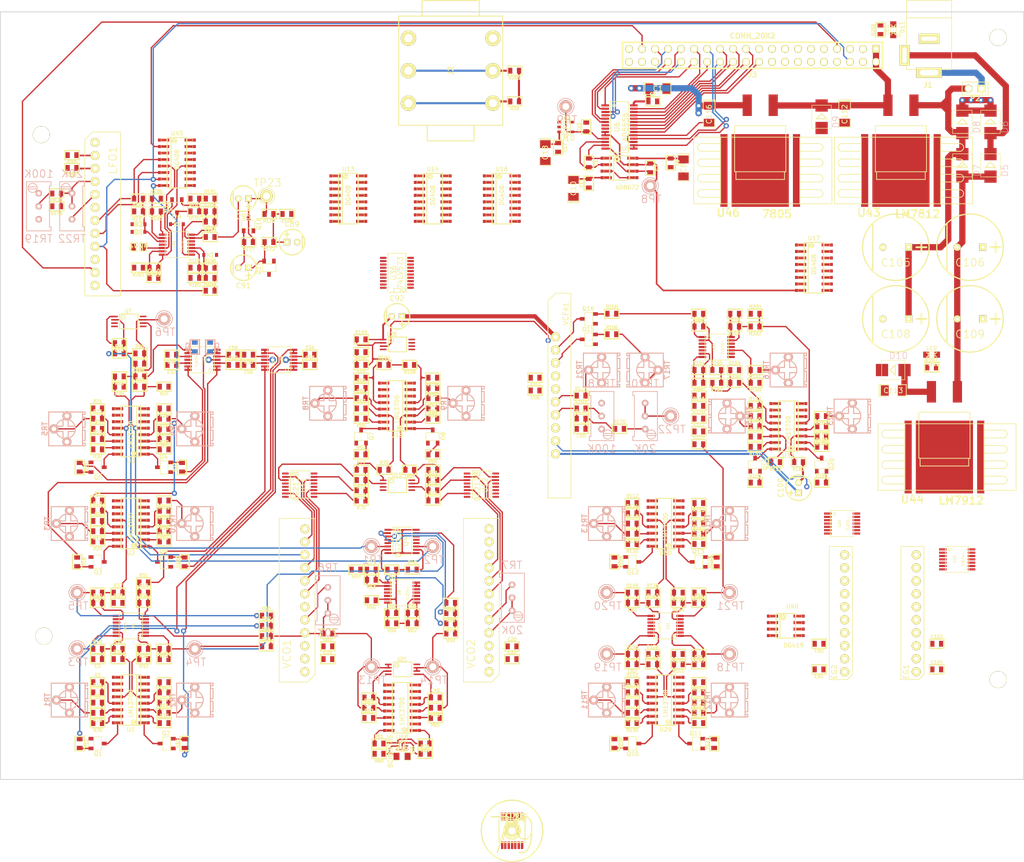
<source format=kicad_pcb>
(kicad_pcb (version 4) (host pcbnew "(2015-01-11 BZR 5365)-product")
  (layers (0 F.Cu signal) (31 B.Cu signal) (34 B.Paste user) (35 F.Paste user) (36 B.SilkS user) (37 F.SilkS user) (38 B.Mask user) (39 F.Mask user) (44 Edge.Cuts user))
  (net 0 "")
  (net 1 +5V)
  (net 2 GND)
  (net 3 "Net-(C3-Pad1)")
  (net 4 "Net-(C3-Pad2)")
  (net 5 "Net-(C4-Pad1)")
  (net 6 "Net-(C5-Pad1)")
  (net 7 "OSC LFO MOD")
  (net 8 "Net-(C6-Pad1)")
  (net 9 "Net-(C6-Pad2)")
  (net 10 "Net-(C7-Pad2)")
  (net 11 +12V)
  (net 12 -12V)
  (net 13 "Net-(C12-Pad1)")
  (net 14 "Net-(C12-Pad2)")
  (net 15 "Net-(C13-Pad1)")
  (net 16 "Net-(C13-Pad2)")
  (net 17 "Net-(C14-Pad1)")
  (net 18 "Net-(C14-Pad2)")
  (net 19 /VREF)
  (net 20 "Net-(C16-Pad1)")
  (net 21 "Net-(C16-Pad2)")
  (net 22 "Net-(C47-Pad1)")
  (net 23 "Net-(C48-Pad1)")
  (net 24 SH0)
  (net 25 SH1)
  (net 26 SH2)
  (net 27 SH3)
  (net 28 SH4)
  (net 29 SH5)
  (net 30 SH6)
  (net 31 SH7)
  (net 32 SH8)
  (net 33 SH9)
  (net 34 SH10)
  (net 35 SH11)
  (net 36 SH12)
  (net 37 SH13)
  (net 38 SH14)
  (net 39 SH15)
  (net 40 SH16)
  (net 41 SH17)
  (net 42 SH18)
  (net 43 SH19)
  (net 44 SH20)
  (net 45 SH21)
  (net 46 SH22)
  (net 47 SH23)
  (net 48 SH24)
  (net 49 SH25)
  (net 50 SH26)
  (net 51 SH27)
  (net 52 SH28)
  (net 53 SH29)
  (net 54 SH30)
  (net 55 SH31)
  (net 56 "Net-(C81-Pad1)")
  (net 57 "Net-(C81-Pad2)")
  (net 58 "Net-(C82-Pad1)")
  (net 59 "Net-(C82-Pad2)")
  (net 60 "Net-(C83-Pad1)")
  (net 61 "Net-(C83-Pad2)")
  (net 62 "Net-(C84-Pad1)")
  (net 63 "Net-(C84-Pad2)")
  (net 64 "Net-(C86-Pad1)")
  (net 65 "Net-(C86-Pad2)")
  (net 66 "Net-(C87-Pad1)")
  (net 67 "Net-(C87-Pad2)")
  (net 68 "Net-(C89-Pad1)")
  (net 69 "Net-(C90-Pad1)")
  (net 70 "Net-(C91-Pad1)")
  (net 71 "Net-(C91-Pad2)")
  (net 72 "Net-(C92-Pad1)")
  (net 73 TUNE)
  (net 74 "Net-(C95-Pad1)")
  (net 75 "Net-(C95-Pad2)")
  (net 76 "Net-(C100-Pad1)")
  (net 77 "Net-(C100-Pad2)")
  (net 78 "Net-(C101-Pad1)")
  (net 79 NOISE)
  (net 80 "LFO TUNE")
  (net 81 "Net-(C102-Pad2)")
  (net 82 "Net-(C105-Pad1)")
  (net 83 "Net-(C106-Pad2)")
  (net 84 "Net-(C107-Pad1)")
  (net 85 "Net-(C110-Pad1)")
  (net 86 "Net-(C110-Pad2)")
  (net 87 "Net-(C111-Pad1)")
  (net 88 "Net-(C111-Pad2)")
  (net 89 "Net-(D1-Pad1)")
  (net 90 "Net-(D3-Pad2)")
  (net 91 "Net-(D4-Pad1)")
  (net 92 "Net-(D4-Pad2)")
  (net 93 "Net-(D5-Pad2)")
  (net 94 "Net-(D11-Pad1)")
  (net 95 "Net-(D12-Pad2)")
  (net 96 GATE)
  (net 97 "Net-(EG1-Pad5)")
  (net 98 EG1)
  (net 99 "EG1 SUS CV")
  (net 100 "EG1 REL CV")
  (net 101 "Net-(EG2-Pad5)")
  (net 102 "Net-(EG2-Pad6)")
  (net 103 "EG2 SUS CV")
  (net 104 "EG2 REL CV")
  (net 105 "Net-(J1-Pad2)")
  (net 106 "Net-(J1-Pad1)")
  (net 107 DB3)
  (net 108 DB5)
  (net 109 DB7)
  (net 110 DB0)
  (net 111 "DAC MUX EN2")
  (net 112 DB2)
  (net 113 "DAC MUX EN0")
  (net 114 DB4)
  (net 115 /DAC12)
  (net 116 DB6)
  (net 117 /DAC10)
  (net 118 "DAC MUX EN3")
  (net 119 /DAC8)
  (net 120 "DAC MUX EN1")
  (net 121 "~DAC WR")
  (net 122 /DAC13)
  (net 123 /DAC6)
  (net 124 /DAC11)
  (net 125 /DAC4)
  (net 126 /DAC9)
  (net 127 "~DAC RS")
  (net 128 /DAC2)
  (net 129 /DAC7)
  (net 130 /DAC3)
  (net 131 /DAC1)
  (net 132 "ANALOG SW LATCH")
  (net 133 "EG2 POL")
  (net 134 /DAC0)
  (net 135 "LFO DMUX EN")
  (net 136 LFO)
  (net 137 "LFO RESET")
  (net 138 DB1)
  (net 139 /DAC5)
  (net 140 "Net-(LFO1-Pad4)")
  (net 141 "Net-(LFO1-Pad5)")
  (net 142 "Net-(LFO1-Pad7)")
  (net 143 "Net-(LFO1-Pad8)")
  (net 144 "Net-(Q1-Pad3)")
  (net 145 "Net-(Q1-Pad1)")
  (net 146 "Net-(Q2-Pad3)")
  (net 147 "Net-(Q2-Pad1)")
  (net 148 "Net-(Q3-Pad3)")
  (net 149 "Net-(Q3-Pad1)")
  (net 150 "Net-(Q4-Pad3)")
  (net 151 "Net-(Q4-Pad1)")
  (net 152 "Net-(Q5-Pad3)")
  (net 153 "Net-(Q5-Pad1)")
  (net 154 "Net-(Q6-Pad1)")
  (net 155 "Net-(Q6-Pad2)")
  (net 156 "Net-(Q6-Pad3)")
  (net 157 "Net-(Q7-Pad3)")
  (net 158 "Net-(Q7-Pad1)")
  (net 159 "Net-(Q8-Pad3)")
  (net 160 "Net-(Q8-Pad1)")
  (net 161 "Net-(Q9-Pad3)")
  (net 162 "Net-(Q9-Pad1)")
  (net 163 "Net-(Q10-Pad3)")
  (net 164 "Net-(Q10-Pad1)")
  (net 165 "Net-(Q11-Pad3)")
  (net 166 "Net-(Q11-Pad1)")
  (net 167 "Net-(Q12-Pad3)")
  (net 168 "Net-(Q12-Pad1)")
  (net 169 "Net-(Q13-Pad3)")
  (net 170 "Net-(Q13-Pad1)")
  (net 171 "Net-(Q14-Pad3)")
  (net 172 "Net-(Q14-Pad1)")
  (net 173 "Net-(Q15-Pad3)")
  (net 174 "Net-(Q15-Pad1)")
  (net 175 "Net-(Q16-Pad3)")
  (net 176 "Net-(Q16-Pad1)")
  (net 177 "Net-(Q20-Pad3)")
  (net 178 "Net-(Q20-Pad1)")
  (net 179 "Net-(R1-Pad2)")
  (net 180 "OSCB SAW WAVE")
  (net 181 "Net-(R16-Pad2)")
  (net 182 EG2)
  (net 183 "Net-(R17-Pad2)")
  (net 184 "Net-(R19-Pad2)")
  (net 185 "Net-(R13-Pad2)")
  (net 186 "Net-(R10-Pad1)")
  (net 187 "Net-(R11-Pad1)")
  (net 188 "Net-(R12-Pad1)")
  (net 189 "Net-(R10-Pad2)")
  (net 190 "Net-(R11-Pad2)")
  (net 191 "Net-(R12-Pad2)")
  (net 192 "OSCA FM AMT CV")
  (net 193 "OSC EG2 AMT CV")
  (net 194 "OSC LFO AMT CV")
  (net 195 "Net-(R20-Pad2)")
  (net 196 "Net-(R21-Pad2)")
  (net 197 "PWM A EG2 AMT CV")
  (net 198 "PWM A LFO AMT CV")
  (net 199 "Net-(R24-Pad1)")
  (net 200 "Net-(R25-Pad1)")
  (net 201 "Net-(R26-Pad1)")
  (net 202 "Net-(R27-Pad1)")
  (net 203 "Net-(R28-Pad1)")
  (net 204 "Net-(R29-Pad1)")
  (net 205 "Net-(R30-Pad1)")
  (net 206 "Net-(R31-Pad2)")
  (net 207 "Net-(R32-Pad2)")
  (net 208 "Net-(R33-Pad2)")
  (net 209 "OSC PWM LFO MOD")
  (net 210 "OSC PWM EG2 MOD")
  (net 211 "Net-(J2-Pad3)")
  (net 212 "Net-(R43-Pad1)")
  (net 213 "PWM A CV")
  (net 214 "Net-(R46-Pad1)")
  (net 215 "PWM B CV")
  (net 216 "Net-(R47-Pad2)")
  (net 217 "Net-(R48-Pad2)")
  (net 218 "OSCB INIT CV")
  (net 219 "Net-(R50-Pad1)")
  (net 220 "OSCA INIT CV")
  (net 221 "Net-(R52-Pad1)")
  (net 222 "Net-(R57-Pad1)")
  (net 223 "Net-(R58-Pad2)")
  (net 224 "OSCB GLIDE CV")
  (net 225 "Net-(R60-Pad2)")
  (net 226 "OSCA GLIDE CV")
  (net 227 "Net-(R63-Pad2)")
  (net 228 "GLIDE AMT CV")
  (net 229 "Net-(R70-Pad1)")
  (net 230 "Net-(R70-Pad2)")
  (net 231 "Net-(R71-Pad2)")
  (net 232 "Net-(R72-Pad2)")
  (net 233 "Net-(R73-Pad1)")
  (net 234 "Net-(R73-Pad2)")
  (net 235 "Net-(R74-Pad2)")
  (net 236 "Net-(R75-Pad2)")
  (net 237 "Net-(R77-Pad1)")
  (net 238 "Net-(R78-Pad1)")
  (net 239 "Net-(R79-Pad2)")
  (net 240 "Net-(R80-Pad2)")
  (net 241 "Net-(R81-Pad1)")
  (net 242 "OSCA PITCH CV")
  (net 243 "Net-(R82-Pad2)")
  (net 244 "Net-(R83-Pad2)")
  (net 245 "Net-(R84-Pad1)")
  (net 246 "OSCB PITCH CV")
  (net 247 "Net-(R85-Pad2)")
  (net 248 "Net-(R86-Pad2)")
  (net 249 "Net-(R89-Pad2)")
  (net 250 "Net-(R90-Pad2)")
  (net 251 "Net-(R91-Pad1)")
  (net 252 "Net-(R92-Pad1)")
  (net 253 "OSCA MIX CV")
  (net 254 "OSB MIX CV")
  (net 255 "Net-(R95-Pad1)")
  (net 256 "Net-(R96-Pad1)")
  (net 257 "Net-(R97-Pad2)")
  (net 258 "Net-(R106-Pad1)")
  (net 259 "Net-(R100-Pad2)")
  (net 260 "Net-(R101-Pad2)")
  (net 261 "Net-(R102-Pad1)")
  (net 262 "NOISE MIX CV")
  (net 263 "Net-(R104-Pad1)")
  (net 264 "Net-(R105-Pad2)")
  (net 265 "Net-(R106-Pad2)")
  (net 266 "Net-(R110-Pad2)")
  (net 267 "Net-(R111-Pad2)")
  (net 268 "Net-(R112-Pad2)")
  (net 269 "Net-(R113-Pad2)")
  (net 270 "Net-(R114-Pad2)")
  (net 271 "Net-(R115-Pad2)")
  (net 272 "Net-(R116-Pad2)")
  (net 273 "Net-(R117-Pad2)")
  (net 274 "Net-(R118-Pad2)")
  (net 275 "Net-(R119-Pad2)")
  (net 276 "Net-(R120-Pad2)")
  (net 277 "Net-(R121-Pad2)")
  (net 278 "KEYTRACK AMT CV")
  (net 279 "FIL EG2 AMT CV")
  (net 280 "FIL LFO AMT CV")
  (net 281 "FIL OSCB  AMT CV")
  (net 282 "Net-(R130-Pad1)")
  (net 283 "Net-(R131-Pad1)")
  (net 284 "Net-(R132-Pad2)")
  (net 285 "Net-(R133-Pad1)")
  (net 286 "Net-(R134-Pad1)")
  (net 287 "Net-(R136-Pad2)")
  (net 288 "Net-(R137-Pad2)")
  (net 289 "Net-(R138-Pad2)")
  (net 290 "Net-(R139-Pad2)")
  (net 291 "Net-(R140-Pad2)")
  (net 292 "Net-(R145-Pad1)")
  (net 293 "AMP LFO AMT CV")
  (net 294 "Net-(R151-Pad1)")
  (net 295 "Net-(R152-Pad2)")
  (net 296 "Net-(R153-Pad1)")
  (net 297 "CUTOFF CV")
  (net 298 "Net-(R160-Pad2)")
  (net 299 "Net-(R161-Pad1)")
  (net 300 "Net-(R163-Pad1)")
  (net 301 "Net-(R166-Pad2)")
  (net 302 "Net-(R169-Pad1)")
  (net 303 "Net-(R169-Pad2)")
  (net 304 "Net-(R170-Pad2)")
  (net 305 "Net-(R174-Pad1)")
  (net 306 "Net-(R174-Pad2)")
  (net 307 "Net-(R175-Pad2)")
  (net 308 "LFO RATE CV")
  (net 309 "Net-(R183-Pad2)")
  (net 310 "Net-(R184-Pad2)")
  (net 311 "Net-(R186-Pad1)")
  (net 312 "Net-(R190-Pad2)")
  (net 313 "Net-(R192-Pad1)")
  (net 314 "Net-(R195-Pad1)")
  (net 315 "VOL CV")
  (net 316 "Net-(R198-Pad1)")
  (net 317 "Net-(R200-Pad2)")
  (net 318 "Net-(J2-Pad2)")
  (net 319 "Net-(TR6-Pad3)")
  (net 320 "Net-(TR7-Pad3)")
  (net 321 "RES CV")
  (net 322 "OSC EG2 MOD")
  (net 323 "Net-(U6-Pad7)")
  (net 324 "Net-(U6-Pad8)")
  (net 325 "Net-(U8-Pad13)")
  (net 326 VDAC)
  (net 327 "Net-(U10-Pad1)")
  (net 328 "Net-(U10-Pad5)")
  (net 329 "OSCA TRI")
  (net 330 "Net-(U11-Pad2)")
  (net 331 "OSCA PULSE")
  (net 332 "OSC SYNC")
  (net 333 "Net-(U11-Pad14)")
  (net 334 "OSCA SAW")
  (net 335 "OSCB TRI")
  (net 336 "Net-(U12-Pad6)")
  (net 337 "OSCB PULSE")
  (net 338 "Net-(U12-Pad9)")
  (net 339 "Net-(U12-Pad10)")
  (net 340 "Net-(U12-Pad11)")
  (net 341 "OSCB SAW")
  (net 342 "Net-(U18-Pad2)")
  (net 343 "Net-(U18-Pad15)")
  (net 344 "OSCB MIX CV")
  (net 345 "Net-(U26-Pad6)")
  (net 346 "EG1 ATT CV")
  (net 347 "EG1 DEC CV")
  (net 348 "EG2 ATT CV")
  (net 349 "EG2 DEC CV")
  (net 350 "OSCB MOD")
  (net 351 "Net-(VCO2-Pad11)")
  (net 352 "Net-(Q19-Pad2)")
  (net 353 "Net-(U11-Pad7)")
  (net 354 "Net-(U11-Pad11)")
  (net 355 "Net-(U12-Pad14)")
  (module github-smd:SMD-1206_Pol (layer F.Cu) (at 128.5 15)
    (fp_text reference C1 (at 0 0) (layer F.SilkS))
    (fp_text value 1µ hide)
    (pad 1 smd rect (at -1.651 0) (size 1.524 2.032) (layers F.Cu F.Paste F.Mask) (net 1 +5V))
    (pad 2 smd rect (at 1.651 0) (size 1.524 2.032) (layers F.Cu F.Paste F.Mask) (net 2 GND))
  )
  (module synth:SM0603-JRL (layer F.Cu) (at 127.5 17.5)
    (fp_text reference C2 (at 0 -1.4) (layer F.SilkS) (effects (font (size 0.6096 0.6096) (thickness 0.1524))))
    (fp_text value 0.1µ hide)
    (pad 1 smd rect (at -0.8509 0) (size 0.8128 1.143) (layers F.Cu F.Paste F.Mask) (net 1 +5V))
    (pad 2 smd rect (at 0.8509 0) (size 0.8128 1.143) (layers F.Cu F.Paste F.Mask) (net 2 GND))
  )
  (module synth:SM0603-JRL (layer F.Cu) (at 19 126.5 180)
    (fp_text reference C3 (at 0 -1.4 180) (layer F.SilkS) (effects (font (size 0.6096 0.6096) (thickness 0.1524))))
    (fp_text value 10p hide)
    (pad 1 smd rect (at -0.8509 0 180) (size 0.8128 1.143) (layers F.Cu F.Paste F.Mask) (net 3 "Net-(C3-Pad1)"))
    (pad 2 smd rect (at 0.8509 0 180) (size 0.8128 1.143) (layers F.Cu F.Paste F.Mask) (net 4 "Net-(C3-Pad2)"))
  )
  (module synth:SM0603-JRL (layer F.Cu) (at 32 126.5)
    (fp_text reference C4 (at 0 -1.4) (layer F.SilkS) (effects (font (size 0.6096 0.6096) (thickness 0.1524))))
    (fp_text value 10p hide)
    (pad 1 smd rect (at -0.8509 0) (size 0.8128 1.143) (layers F.Cu F.Paste F.Mask) (net 5 "Net-(C4-Pad1)"))
    (pad 2 smd rect (at 0.8509 0) (size 0.8128 1.143) (layers F.Cu F.Paste F.Mask) (net 322 "OSC EG2 MOD"))
  )
  (module synth:SM0603-JRL (layer F.Cu) (at 19 113.5 180)
    (fp_text reference C5 (at 0 -1.4 180) (layer F.SilkS) (effects (font (size 0.6096 0.6096) (thickness 0.1524))))
    (fp_text value 10p hide)
    (pad 1 smd rect (at -0.8509 0 180) (size 0.8128 1.143) (layers F.Cu F.Paste F.Mask) (net 6 "Net-(C5-Pad1)"))
    (pad 2 smd rect (at 0.8509 0 180) (size 0.8128 1.143) (layers F.Cu F.Paste F.Mask) (net 7 "OSC LFO MOD"))
  )
  (module synth:SM0603-JRL (layer F.Cu) (at 115 29.5 270)
    (fp_text reference C6 (at 0 -1.4 270) (layer F.SilkS) (effects (font (size 0.6096 0.6096) (thickness 0.1524))))
    (fp_text value 5.6p hide)
    (pad 1 smd rect (at -0.8509 0 270) (size 0.8128 1.143) (layers F.Cu F.Paste F.Mask) (net 8 "Net-(C6-Pad1)"))
    (pad 2 smd rect (at 0.8509 0 270) (size 0.8128 1.143) (layers F.Cu F.Paste F.Mask) (net 9 "Net-(C6-Pad2)"))
  )
  (module synth:SM0603-JRL (layer F.Cu) (at 127 30.5 270)
    (fp_text reference C7 (at 0 -1.4 270) (layer F.SilkS) (effects (font (size 0.6096 0.6096) (thickness 0.1524))))
    (fp_text value 5.6p hide)
    (pad 1 smd rect (at -0.8509 0 270) (size 0.8128 1.143) (layers F.Cu F.Paste F.Mask) (net 326 VDAC))
    (pad 2 smd rect (at 0.8509 0 270) (size 0.8128 1.143) (layers F.Cu F.Paste F.Mask) (net 10 "Net-(C7-Pad2)"))
  )
  (module github-smd:SMD-1206_Pol (layer F.Cu) (at 133.5 30.5 270)
    (fp_text reference C8 (at 0 0 270) (layer F.SilkS))
    (fp_text value 1µ hide)
    (pad 1 smd rect (at -1.651 0 270) (size 1.524 2.032) (layers F.Cu F.Paste F.Mask) (net 11 +12V))
    (pad 2 smd rect (at 1.651 0 270) (size 1.524 2.032) (layers F.Cu F.Paste F.Mask) (net 2 GND))
  )
  (module synth:SM0603-JRL (layer F.Cu) (at 131 29.5 270)
    (fp_text reference C9 (at 0 -1.4 270) (layer F.SilkS) (effects (font (size 0.6096 0.6096) (thickness 0.1524))))
    (fp_text value 0.1µ hide)
    (pad 1 smd rect (at -0.8509 0 270) (size 0.8128 1.143) (layers F.Cu F.Paste F.Mask) (net 11 +12V))
    (pad 2 smd rect (at 0.8509 0 270) (size 0.8128 1.143) (layers F.Cu F.Paste F.Mask) (net 2 GND))
  )
  (module github-smd:SMD-1206_Pol (layer F.Cu) (at 112 34.5 90)
    (fp_text reference C10 (at 0 0 90) (layer F.SilkS))
    (fp_text value 1µ hide)
    (pad 1 smd rect (at -1.651 0 90) (size 1.524 2.032) (layers F.Cu F.Paste F.Mask) (net 2 GND))
    (pad 2 smd rect (at 1.651 0 90) (size 1.524 2.032) (layers F.Cu F.Paste F.Mask) (net 12 -12V))
  )
  (module synth:SM0603-JRL (layer F.Cu) (at 115 33.5 90)
    (fp_text reference C11 (at 0 -1.4 90) (layer F.SilkS) (effects (font (size 0.6096 0.6096) (thickness 0.1524))))
    (fp_text value 0.1µ hide)
    (pad 1 smd rect (at -0.8509 0 90) (size 0.8128 1.143) (layers F.Cu F.Paste F.Mask) (net 2 GND))
    (pad 2 smd rect (at 0.8509 0 90) (size 0.8128 1.143) (layers F.Cu F.Paste F.Mask) (net 12 -12V))
  )
  (module synth:SM0603-JRL (layer F.Cu) (at 72.5 109)
    (fp_text reference C12 (at 0 -1.4) (layer F.SilkS) (effects (font (size 0.6096 0.6096) (thickness 0.1524))))
    (fp_text value 10p hide)
    (pad 1 smd rect (at -0.8509 0) (size 0.8128 1.143) (layers F.Cu F.Paste F.Mask) (net 13 "Net-(C12-Pad1)"))
    (pad 2 smd rect (at 0.8509 0) (size 0.8128 1.143) (layers F.Cu F.Paste F.Mask) (net 14 "Net-(C12-Pad2)"))
  )
  (module synth:SM0603-JRL (layer F.Cu) (at 28 113.5)
    (fp_text reference C13 (at 0 -1.4) (layer F.SilkS) (effects (font (size 0.6096 0.6096) (thickness 0.1524))))
    (fp_text value 10p hide)
    (pad 1 smd rect (at -0.8509 0) (size 0.8128 1.143) (layers F.Cu F.Paste F.Mask) (net 15 "Net-(C13-Pad1)"))
    (pad 2 smd rect (at 0.8509 0) (size 0.8128 1.143) (layers F.Cu F.Paste F.Mask) (net 16 "Net-(C13-Pad2)"))
  )
  (module synth:SM0603-JRL (layer F.Cu) (at 23.25 64.75 180)
    (fp_text reference C14 (at 0 -1.4 180) (layer F.SilkS) (effects (font (size 0.6096 0.6096) (thickness 0.1524))))
    (fp_text value 10p hide)
    (pad 1 smd rect (at -0.8509 0 180) (size 0.8128 1.143) (layers F.Cu F.Paste F.Mask) (net 17 "Net-(C14-Pad1)"))
    (pad 2 smd rect (at 0.8509 0 180) (size 0.8128 1.143) (layers F.Cu F.Paste F.Mask) (net 18 "Net-(C14-Pad2)"))
  )
  (module synth:SM0603-JRL (layer F.Cu) (at 114.5 22.5 90)
    (fp_text reference C15 (at 0 -1.4 90) (layer F.SilkS) (effects (font (size 0.6096 0.6096) (thickness 0.1524))))
    (fp_text value 0.1µ hide)
    (pad 1 smd rect (at -0.8509 0 90) (size 0.8128 1.143) (layers F.Cu F.Paste F.Mask) (net 19 /VREF))
    (pad 2 smd rect (at 0.8509 0 90) (size 0.8128 1.143) (layers F.Cu F.Paste F.Mask) (net 2 GND))
  )
  (module synth:SM0603-JRL (layer F.Cu) (at 80.5 117.5)
    (fp_text reference C16 (at 0 -1.4) (layer F.SilkS) (effects (font (size 0.6096 0.6096) (thickness 0.1524))))
    (fp_text value 10p hide)
    (pad 1 smd rect (at -0.8509 0) (size 0.8128 1.143) (layers F.Cu F.Paste F.Mask) (net 20 "Net-(C16-Pad1)"))
    (pad 2 smd rect (at 0.8509 0) (size 0.8128 1.143) (layers F.Cu F.Paste F.Mask) (net 21 "Net-(C16-Pad2)"))
  )
  (module synth:SM0603-JRL (layer F.Cu) (at 109 26.5 270)
    (fp_text reference C17 (at 0 -1.4 270) (layer F.SilkS) (effects (font (size 0.6096 0.6096) (thickness 0.1524))))
    (fp_text value 0.1µ hide)
    (pad 1 smd rect (at -0.8509 0 270) (size 0.8128 1.143) (layers F.Cu F.Paste F.Mask) (net 11 +12V))
    (pad 2 smd rect (at 0.8509 0 270) (size 0.8128 1.143) (layers F.Cu F.Paste F.Mask) (net 2 GND))
  )
  (module github-smd:SMD-1206_Pol (layer F.Cu) (at 106.5 27.5 270)
    (fp_text reference C18 (at 0 0 270) (layer F.SilkS))
    (fp_text value 1µ hide)
    (pad 1 smd rect (at -1.651 0 270) (size 1.524 2.032) (layers F.Cu F.Paste F.Mask) (net 11 +12V))
    (pad 2 smd rect (at 1.651 0 270) (size 1.524 2.032) (layers F.Cu F.Paste F.Mask) (net 2 GND))
  )
  (module synth:SM0603-JRL (layer F.Cu) (at 64 124)
    (fp_text reference C19 (at 0 -1.4) (layer F.SilkS) (effects (font (size 0.6096 0.6096) (thickness 0.1524))))
    (fp_text value 1µ hide)
    (pad 1 smd rect (at -0.8509 0) (size 0.8128 1.143) (layers F.Cu F.Paste F.Mask) (net 12 -12V))
    (pad 2 smd rect (at 0.8509 0) (size 0.8128 1.143) (layers F.Cu F.Paste F.Mask) (net 2 GND))
  )
  (module synth:SM0603-JRL (layer F.Cu) (at 100 124)
    (fp_text reference C20 (at 0 -1.4) (layer F.SilkS) (effects (font (size 0.6096 0.6096) (thickness 0.1524))))
    (fp_text value 1µ hide)
    (pad 1 smd rect (at -0.8509 0) (size 0.8128 1.143) (layers F.Cu F.Paste F.Mask) (net 12 -12V))
    (pad 2 smd rect (at 0.8509 0) (size 0.8128 1.143) (layers F.Cu F.Paste F.Mask) (net 2 GND))
  )
  (module synth:SM0603-JRL (layer F.Cu) (at 64 126.5)
    (fp_text reference C21 (at 0 -1.4) (layer F.SilkS) (effects (font (size 0.6096 0.6096) (thickness 0.1524))))
    (fp_text value 1µ hide)
    (pad 1 smd rect (at -0.8509 0) (size 0.8128 1.143) (layers F.Cu F.Paste F.Mask) (net 11 +12V))
    (pad 2 smd rect (at 0.8509 0) (size 0.8128 1.143) (layers F.Cu F.Paste F.Mask) (net 2 GND))
  )
  (module synth:SM0603-JRL (layer F.Cu) (at 100 126.5)
    (fp_text reference C22 (at 0 -1.4) (layer F.SilkS) (effects (font (size 0.6096 0.6096) (thickness 0.1524))))
    (fp_text value 1µ hide)
    (pad 1 smd rect (at -0.8509 0) (size 0.8128 1.143) (layers F.Cu F.Paste F.Mask) (net 11 +12V))
    (pad 2 smd rect (at 0.8509 0) (size 0.8128 1.143) (layers F.Cu F.Paste F.Mask) (net 2 GND))
  )
  (module synth:SM0603-JRL (layer F.Cu) (at 100 160.075001)
    (fp_text reference C23 (at 0 -1.4) (layer F.SilkS) (effects (font (size 0.6096 0.6096) (thickness 0.1524))))
    (fp_text value 0.1µ hide)
    (pad 1 smd rect (at -0.8509 0) (size 0.8128 1.143) (layers F.Cu F.Paste F.Mask) (net 12 -12V))
    (pad 2 smd rect (at 0.8509 0) (size 0.8128 1.143) (layers F.Cu F.Paste F.Mask) (net 2 GND))
  )
  (module synth:SM0603-JRL (layer F.Cu) (at 100 160.075001)
    (fp_text reference C24 (at 0 -1.4) (layer F.SilkS) (effects (font (size 0.6096 0.6096) (thickness 0.1524))))
    (fp_text value 0.1µ hide)
    (pad 1 smd rect (at -0.8509 0) (size 0.8128 1.143) (layers F.Cu F.Paste F.Mask) (net 12 -12V))
    (pad 2 smd rect (at 0.8509 0) (size 0.8128 1.143) (layers F.Cu F.Paste F.Mask) (net 2 GND))
  )
  (module synth:SM0603-JRL (layer F.Cu) (at 100 160.075001)
    (fp_text reference C25 (at 0 -1.4) (layer F.SilkS) (effects (font (size 0.6096 0.6096) (thickness 0.1524))))
    (fp_text value 0.1µ hide)
    (pad 1 smd rect (at -0.8509 0) (size 0.8128 1.143) (layers F.Cu F.Paste F.Mask) (net 11 +12V))
    (pad 2 smd rect (at 0.8509 0) (size 0.8128 1.143) (layers F.Cu F.Paste F.Mask) (net 2 GND))
  )
  (module synth:SM0603-JRL (layer F.Cu) (at 100 160.075001)
    (fp_text reference C26 (at 0 -1.4) (layer F.SilkS) (effects (font (size 0.6096 0.6096) (thickness 0.1524))))
    (fp_text value 0.1µ hide)
    (pad 1 smd rect (at -0.8509 0) (size 0.8128 1.143) (layers F.Cu F.Paste F.Mask) (net 11 +12V))
    (pad 2 smd rect (at 0.8509 0) (size 0.8128 1.143) (layers F.Cu F.Paste F.Mask) (net 2 GND))
  )
  (module synth:SM0603-JRL (layer B.Cu) (at 41 65.5 90)
    (fp_text reference C27 (at 0 1.4 90) (layer B.SilkS) (effects (font (size 0.6096 0.6096) (thickness 0.1524)) (justify mirror)))
    (fp_text value 0.1µ hide)
    (pad 1 smd rect (at -0.8509 0 90) (size 0.8128 1.143) (layers B.Cu B.Paste B.Mask) (net 11 +12V))
    (pad 2 smd rect (at 0.8509 0 90) (size 0.8128 1.143) (layers B.Cu B.Paste B.Mask) (net 2 GND))
  )
  (module synth:SM0603-JRL (layer B.Cu) (at 38 65.5 270)
    (fp_text reference C28 (at 0 1.4 270) (layer B.SilkS) (effects (font (size 0.6096 0.6096) (thickness 0.1524)) (justify mirror)))
    (fp_text value 0.1µ hide)
    (pad 1 smd rect (at -0.8509 0 270) (size 0.8128 1.143) (layers B.Cu B.Paste B.Mask) (net 2 GND))
    (pad 2 smd rect (at 0.8509 0 270) (size 0.8128 1.143) (layers B.Cu B.Paste B.Mask) (net 12 -12V))
  )
  (module synth:SM0603-JRL (layer F.Cu) (at 100 160.075001)
    (fp_text reference C29 (at 0 -1.4) (layer F.SilkS) (effects (font (size 0.6096 0.6096) (thickness 0.1524))))
    (fp_text value 0.1µ hide)
    (pad 1 smd rect (at -0.8509 0) (size 0.8128 1.143) (layers F.Cu F.Paste F.Mask) (net 11 +12V))
    (pad 2 smd rect (at 0.8509 0) (size 0.8128 1.143) (layers F.Cu F.Paste F.Mask) (net 2 GND))
  )
  (module synth:SM0603-JRL (layer F.Cu) (at 100 160.075001)
    (fp_text reference C30 (at 0 -1.4) (layer F.SilkS) (effects (font (size 0.6096 0.6096) (thickness 0.1524))))
    (fp_text value 0.1µ hide)
    (pad 1 smd rect (at -0.8509 0) (size 0.8128 1.143) (layers F.Cu F.Paste F.Mask) (net 2 GND))
    (pad 2 smd rect (at 0.8509 0) (size 0.8128 1.143) (layers F.Cu F.Paste F.Mask) (net 12 -12V))
  )
  (module synth:SM0603-JRL (layer F.Cu) (at 100 160.075001)
    (fp_text reference C31 (at 0 -1.4) (layer F.SilkS) (effects (font (size 0.6096 0.6096) (thickness 0.1524))))
    (fp_text value 0.1µ hide)
    (pad 1 smd rect (at -0.8509 0) (size 0.8128 1.143) (layers F.Cu F.Paste F.Mask) (net 11 +12V))
    (pad 2 smd rect (at 0.8509 0) (size 0.8128 1.143) (layers F.Cu F.Paste F.Mask) (net 2 GND))
  )
  (module synth:SM0603-JRL (layer F.Cu) (at 100 160.075001)
    (fp_text reference C32 (at 0 -1.4) (layer F.SilkS) (effects (font (size 0.6096 0.6096) (thickness 0.1524))))
    (fp_text value 0.1µ hide)
    (pad 1 smd rect (at -0.8509 0) (size 0.8128 1.143) (layers F.Cu F.Paste F.Mask) (net 2 GND))
    (pad 2 smd rect (at 0.8509 0) (size 0.8128 1.143) (layers F.Cu F.Paste F.Mask) (net 12 -12V))
  )
  (module synth:SM0603-JRL (layer F.Cu) (at 100 160.075001)
    (fp_text reference C33 (at 0 -1.4) (layer F.SilkS) (effects (font (size 0.6096 0.6096) (thickness 0.1524))))
    (fp_text value 0.1µ hide)
    (pad 1 smd rect (at -0.8509 0) (size 0.8128 1.143) (layers F.Cu F.Paste F.Mask) (net 11 +12V))
    (pad 2 smd rect (at 0.8509 0) (size 0.8128 1.143) (layers F.Cu F.Paste F.Mask) (net 2 GND))
  )
  (module synth:SM0603-JRL (layer F.Cu) (at 100 160.075001)
    (fp_text reference C34 (at 0 -1.4) (layer F.SilkS) (effects (font (size 0.6096 0.6096) (thickness 0.1524))))
    (fp_text value 0.1µ hide)
    (pad 1 smd rect (at -0.8509 0) (size 0.8128 1.143) (layers F.Cu F.Paste F.Mask) (net 2 GND))
    (pad 2 smd rect (at 0.8509 0) (size 0.8128 1.143) (layers F.Cu F.Paste F.Mask) (net 12 -12V))
  )
  (module synth:SM0603-JRL (layer F.Cu) (at 100 160.075001)
    (fp_text reference C35 (at 0 -1.4) (layer F.SilkS) (effects (font (size 0.6096 0.6096) (thickness 0.1524))))
    (fp_text value 0.1µ hide)
    (pad 1 smd rect (at -0.8509 0) (size 0.8128 1.143) (layers F.Cu F.Paste F.Mask) (net 11 +12V))
    (pad 2 smd rect (at 0.8509 0) (size 0.8128 1.143) (layers F.Cu F.Paste F.Mask) (net 2 GND))
  )
  (module synth:SM0603-JRL (layer F.Cu) (at 100 160.075001)
    (fp_text reference C36 (at 0 -1.4) (layer F.SilkS) (effects (font (size 0.6096 0.6096) (thickness 0.1524))))
    (fp_text value 0.1µ hide)
    (pad 1 smd rect (at -0.8509 0) (size 0.8128 1.143) (layers F.Cu F.Paste F.Mask) (net 2 GND))
    (pad 2 smd rect (at 0.8509 0) (size 0.8128 1.143) (layers F.Cu F.Paste F.Mask) (net 12 -12V))
  )
  (module synth:SM0603-JRL (layer F.Cu) (at 100 160.075001)
    (fp_text reference C37 (at 0 -1.4) (layer F.SilkS) (effects (font (size 0.6096 0.6096) (thickness 0.1524))))
    (fp_text value 0.1µ hide)
    (pad 1 smd rect (at -0.8509 0) (size 0.8128 1.143) (layers F.Cu F.Paste F.Mask) (net 12 -12V))
    (pad 2 smd rect (at 0.8509 0) (size 0.8128 1.143) (layers F.Cu F.Paste F.Mask) (net 2 GND))
  )
  (module synth:SM0603-JRL (layer F.Cu) (at 100 160.075001)
    (fp_text reference C38 (at 0 -1.4) (layer F.SilkS) (effects (font (size 0.6096 0.6096) (thickness 0.1524))))
    (fp_text value 0.1µ hide)
    (pad 1 smd rect (at -0.8509 0) (size 0.8128 1.143) (layers F.Cu F.Paste F.Mask) (net 12 -12V))
    (pad 2 smd rect (at 0.8509 0) (size 0.8128 1.143) (layers F.Cu F.Paste F.Mask) (net 2 GND))
  )
  (module synth:SM0603-JRL (layer F.Cu) (at 100 160.075001)
    (fp_text reference C39 (at 0 -1.4) (layer F.SilkS) (effects (font (size 0.6096 0.6096) (thickness 0.1524))))
    (fp_text value 0.1µ hide)
    (pad 1 smd rect (at -0.8509 0) (size 0.8128 1.143) (layers F.Cu F.Paste F.Mask) (net 11 +12V))
    (pad 2 smd rect (at 0.8509 0) (size 0.8128 1.143) (layers F.Cu F.Paste F.Mask) (net 2 GND))
  )
  (module synth:SM0603-JRL (layer F.Cu) (at 100 160.075001)
    (fp_text reference C40 (at 0 -1.4) (layer F.SilkS) (effects (font (size 0.6096 0.6096) (thickness 0.1524))))
    (fp_text value 0.1µ hide)
    (pad 1 smd rect (at -0.8509 0) (size 0.8128 1.143) (layers F.Cu F.Paste F.Mask) (net 11 +12V))
    (pad 2 smd rect (at 0.8509 0) (size 0.8128 1.143) (layers F.Cu F.Paste F.Mask) (net 2 GND))
  )
  (module synth:SM0603-JRL (layer F.Cu) (at 100 160.075001)
    (fp_text reference C41 (at 0 -1.4) (layer F.SilkS) (effects (font (size 0.6096 0.6096) (thickness 0.1524))))
    (fp_text value 0.1µ hide)
    (pad 1 smd rect (at -0.8509 0) (size 0.8128 1.143) (layers F.Cu F.Paste F.Mask) (net 11 +12V))
    (pad 2 smd rect (at 0.8509 0) (size 0.8128 1.143) (layers F.Cu F.Paste F.Mask) (net 2 GND))
  )
  (module synth:SM0603-JRL (layer F.Cu) (at 100 160.075001)
    (fp_text reference C42 (at 0 -1.4) (layer F.SilkS) (effects (font (size 0.6096 0.6096) (thickness 0.1524))))
    (fp_text value 0.1µ hide)
    (pad 1 smd rect (at -0.8509 0) (size 0.8128 1.143) (layers F.Cu F.Paste F.Mask) (net 2 GND))
    (pad 2 smd rect (at 0.8509 0) (size 0.8128 1.143) (layers F.Cu F.Paste F.Mask) (net 12 -12V))
  )
  (module synth:SM0603-JRL (layer F.Cu) (at 100 160.075001)
    (fp_text reference C43 (at 0 -1.4) (layer F.SilkS) (effects (font (size 0.6096 0.6096) (thickness 0.1524))))
    (fp_text value 0.1µ hide)
    (pad 1 smd rect (at -0.8509 0) (size 0.8128 1.143) (layers F.Cu F.Paste F.Mask) (net 11 +12V))
    (pad 2 smd rect (at 0.8509 0) (size 0.8128 1.143) (layers F.Cu F.Paste F.Mask) (net 2 GND))
  )
  (module synth:SM0603-JRL (layer F.Cu) (at 100 160.075001)
    (fp_text reference C44 (at 0 -1.4) (layer F.SilkS) (effects (font (size 0.6096 0.6096) (thickness 0.1524))))
    (fp_text value 0.1µ hide)
    (pad 1 smd rect (at -0.8509 0) (size 0.8128 1.143) (layers F.Cu F.Paste F.Mask) (net 2 GND))
    (pad 2 smd rect (at 0.8509 0) (size 0.8128 1.143) (layers F.Cu F.Paste F.Mask) (net 12 -12V))
  )
  (module synth:SM0603-JRL (layer F.Cu) (at 100 160.075001)
    (fp_text reference C45 (at 0 -1.4) (layer F.SilkS) (effects (font (size 0.6096 0.6096) (thickness 0.1524))))
    (fp_text value 0.1µ hide)
    (pad 1 smd rect (at -0.8509 0) (size 0.8128 1.143) (layers F.Cu F.Paste F.Mask) (net 11 +12V))
    (pad 2 smd rect (at 0.8509 0) (size 0.8128 1.143) (layers F.Cu F.Paste F.Mask) (net 2 GND))
  )
  (module synth:SM0603-JRL (layer F.Cu) (at 100 160.075001)
    (fp_text reference C46 (at 0 -1.4) (layer F.SilkS) (effects (font (size 0.6096 0.6096) (thickness 0.1524))))
    (fp_text value 0.1µ hide)
    (pad 1 smd rect (at -0.8509 0) (size 0.8128 1.143) (layers F.Cu F.Paste F.Mask) (net 2 GND))
    (pad 2 smd rect (at 0.8509 0) (size 0.8128 1.143) (layers F.Cu F.Paste F.Mask) (net 12 -12V))
  )
  (module synth:SM0603-JRL (layer F.Cu) (at 72 134 180)
    (fp_text reference C47 (at 0 -1.4 180) (layer F.SilkS) (effects (font (size 0.6096 0.6096) (thickness 0.1524))))
    (fp_text value 470n hide)
    (pad 1 smd rect (at -0.8509 0 180) (size 0.8128 1.143) (layers F.Cu F.Paste F.Mask) (net 22 "Net-(C47-Pad1)"))
    (pad 2 smd rect (at 0.8509 0 180) (size 0.8128 1.143) (layers F.Cu F.Paste F.Mask) (net 2 GND))
  )
  (module synth:SM0603-JRL (layer F.Cu) (at 85 134)
    (fp_text reference C48 (at 0 -1.4) (layer F.SilkS) (effects (font (size 0.6096 0.6096) (thickness 0.1524))))
    (fp_text value 470n hide)
    (pad 1 smd rect (at -0.8509 0) (size 0.8128 1.143) (layers F.Cu F.Paste F.Mask) (net 23 "Net-(C48-Pad1)"))
    (pad 2 smd rect (at 0.8509 0) (size 0.8128 1.143) (layers F.Cu F.Paste F.Mask) (net 2 GND))
  )
  (module synth:SM0603-JRL (layer F.Cu) (at 45.5 69)
    (fp_text reference C49 (at 0 -1.4) (layer F.SilkS) (effects (font (size 0.6096 0.6096) (thickness 0.1524))))
    (fp_text value 0.01µ hide)
    (pad 1 smd rect (at -0.8509 0) (size 0.8128 1.143) (layers F.Cu F.Paste F.Mask) (net 24 SH0))
    (pad 2 smd rect (at 0.8509 0) (size 0.8128 1.143) (layers F.Cu F.Paste F.Mask) (net 2 GND))
  )
  (module synth:SM0603-JRL (layer F.Cu) (at 45.5 67)
    (fp_text reference C50 (at 0 -1.4) (layer F.SilkS) (effects (font (size 0.6096 0.6096) (thickness 0.1524))))
    (fp_text value 0.01µ hide)
    (pad 1 smd rect (at -0.8509 0) (size 0.8128 1.143) (layers F.Cu F.Paste F.Mask) (net 25 SH1))
    (pad 2 smd rect (at 0.8509 0) (size 0.8128 1.143) (layers F.Cu F.Paste F.Mask) (net 2 GND))
  )
  (module synth:SM0603-JRL (layer F.Cu) (at 33.5 67 180)
    (fp_text reference C51 (at 0 -1.4 180) (layer F.SilkS) (effects (font (size 0.6096 0.6096) (thickness 0.1524))))
    (fp_text value 0.01µ hide)
    (pad 1 smd rect (at -0.8509 0 180) (size 0.8128 1.143) (layers F.Cu F.Paste F.Mask) (net 26 SH2))
    (pad 2 smd rect (at 0.8509 0 180) (size 0.8128 1.143) (layers F.Cu F.Paste F.Mask) (net 2 GND))
  )
  (module synth:SM0603-JRL (layer F.Cu) (at 33.5 69 180)
    (fp_text reference C52 (at 0 -1.4 180) (layer F.SilkS) (effects (font (size 0.6096 0.6096) (thickness 0.1524))))
    (fp_text value 0.01µ hide)
    (pad 1 smd rect (at -0.8509 0 180) (size 0.8128 1.143) (layers F.Cu F.Paste F.Mask) (net 27 SH3))
    (pad 2 smd rect (at 0.8509 0 180) (size 0.8128 1.143) (layers F.Cu F.Paste F.Mask) (net 2 GND))
  )
  (module synth:SM0603-JRL (layer F.Cu) (at 60.5 69)
    (fp_text reference C53 (at 0 -1.4) (layer F.SilkS) (effects (font (size 0.6096 0.6096) (thickness 0.1524))))
    (fp_text value 0.01µ hide)
    (pad 1 smd rect (at -0.8509 0) (size 0.8128 1.143) (layers F.Cu F.Paste F.Mask) (net 28 SH4))
    (pad 2 smd rect (at 0.8509 0) (size 0.8128 1.143) (layers F.Cu F.Paste F.Mask) (net 2 GND))
  )
  (module synth:SM0603-JRL (layer F.Cu) (at 60.5 67)
    (fp_text reference C54 (at 0 -1.4) (layer F.SilkS) (effects (font (size 0.6096 0.6096) (thickness 0.1524))))
    (fp_text value 0.01µ hide)
    (pad 1 smd rect (at -0.8509 0) (size 0.8128 1.143) (layers F.Cu F.Paste F.Mask) (net 29 SH5))
    (pad 2 smd rect (at 0.8509 0) (size 0.8128 1.143) (layers F.Cu F.Paste F.Mask) (net 2 GND))
  )
  (module synth:SM0603-JRL (layer F.Cu) (at 48.5 67 180)
    (fp_text reference C55 (at 0 -1.4 180) (layer F.SilkS) (effects (font (size 0.6096 0.6096) (thickness 0.1524))))
    (fp_text value 0.01µ hide)
    (pad 1 smd rect (at -0.8509 0 180) (size 0.8128 1.143) (layers F.Cu F.Paste F.Mask) (net 30 SH6))
    (pad 2 smd rect (at 0.8509 0 180) (size 0.8128 1.143) (layers F.Cu F.Paste F.Mask) (net 2 GND))
  )
  (module synth:SM0603-JRL (layer F.Cu) (at 48.5 69 180)
    (fp_text reference C56 (at 0 -1.4 180) (layer F.SilkS) (effects (font (size 0.6096 0.6096) (thickness 0.1524))))
    (fp_text value 0.01µ hide)
    (pad 1 smd rect (at -0.8509 0 180) (size 0.8128 1.143) (layers F.Cu F.Paste F.Mask) (net 31 SH7))
    (pad 2 smd rect (at 0.8509 0 180) (size 0.8128 1.143) (layers F.Cu F.Paste F.Mask) (net 2 GND))
  )
  (module synth:SM0603-JRL (layer F.Cu) (at 100 160.075001)
    (fp_text reference C57 (at 0 -1.4) (layer F.SilkS) (effects (font (size 0.6096 0.6096) (thickness 0.1524))))
    (fp_text value 0.01µ hide)
    (pad 1 smd rect (at -0.8509 0) (size 0.8128 1.143) (layers F.Cu F.Paste F.Mask) (net 32 SH8))
    (pad 2 smd rect (at 0.8509 0) (size 0.8128 1.143) (layers F.Cu F.Paste F.Mask) (net 2 GND))
  )
  (module synth:SM0603-JRL (layer F.Cu) (at 100 160.075001)
    (fp_text reference C58 (at 0 -1.4) (layer F.SilkS) (effects (font (size 0.6096 0.6096) (thickness 0.1524))))
    (fp_text value 0.01µ hide)
    (pad 1 smd rect (at -0.8509 0) (size 0.8128 1.143) (layers F.Cu F.Paste F.Mask) (net 33 SH9))
    (pad 2 smd rect (at 0.8509 0) (size 0.8128 1.143) (layers F.Cu F.Paste F.Mask) (net 2 GND))
  )
  (module synth:SM0603-JRL (layer F.Cu) (at 100 160.075001)
    (fp_text reference C59 (at 0 -1.4) (layer F.SilkS) (effects (font (size 0.6096 0.6096) (thickness 0.1524))))
    (fp_text value 0.01µ hide)
    (pad 1 smd rect (at -0.8509 0) (size 0.8128 1.143) (layers F.Cu F.Paste F.Mask) (net 34 SH10))
    (pad 2 smd rect (at 0.8509 0) (size 0.8128 1.143) (layers F.Cu F.Paste F.Mask) (net 2 GND))
  )
  (module synth:SM0603-JRL (layer F.Cu) (at 100 160.075001)
    (fp_text reference C60 (at 0 -1.4) (layer F.SilkS) (effects (font (size 0.6096 0.6096) (thickness 0.1524))))
    (fp_text value 0.01µ hide)
    (pad 1 smd rect (at -0.8509 0) (size 0.8128 1.143) (layers F.Cu F.Paste F.Mask) (net 35 SH11))
    (pad 2 smd rect (at 0.8509 0) (size 0.8128 1.143) (layers F.Cu F.Paste F.Mask) (net 2 GND))
  )
  (module synth:SM0603-JRL (layer F.Cu) (at 100 160.075001)
    (fp_text reference C61 (at 0 -1.4) (layer F.SilkS) (effects (font (size 0.6096 0.6096) (thickness 0.1524))))
    (fp_text value 0.01µ hide)
    (pad 1 smd rect (at -0.8509 0) (size 0.8128 1.143) (layers F.Cu F.Paste F.Mask) (net 36 SH12))
    (pad 2 smd rect (at 0.8509 0) (size 0.8128 1.143) (layers F.Cu F.Paste F.Mask) (net 2 GND))
  )
  (module synth:SM0603-JRL (layer F.Cu) (at 100 160.075001)
    (fp_text reference C62 (at 0 -1.4) (layer F.SilkS) (effects (font (size 0.6096 0.6096) (thickness 0.1524))))
    (fp_text value 0.01µ hide)
    (pad 1 smd rect (at -0.8509 0) (size 0.8128 1.143) (layers F.Cu F.Paste F.Mask) (net 37 SH13))
    (pad 2 smd rect (at 0.8509 0) (size 0.8128 1.143) (layers F.Cu F.Paste F.Mask) (net 2 GND))
  )
  (module synth:SM0603-JRL (layer F.Cu) (at 100 160.075001)
    (fp_text reference C63 (at 0 -1.4) (layer F.SilkS) (effects (font (size 0.6096 0.6096) (thickness 0.1524))))
    (fp_text value 0.01µ hide)
    (pad 1 smd rect (at -0.8509 0) (size 0.8128 1.143) (layers F.Cu F.Paste F.Mask) (net 38 SH14))
    (pad 2 smd rect (at 0.8509 0) (size 0.8128 1.143) (layers F.Cu F.Paste F.Mask) (net 2 GND))
  )
  (module synth:SM0603-JRL (layer F.Cu) (at 100 160.075001)
    (fp_text reference C64 (at 0 -1.4) (layer F.SilkS) (effects (font (size 0.6096 0.6096) (thickness 0.1524))))
    (fp_text value 0.01µ hide)
    (pad 1 smd rect (at -0.8509 0) (size 0.8128 1.143) (layers F.Cu F.Paste F.Mask) (net 39 SH15))
    (pad 2 smd rect (at 0.8509 0) (size 0.8128 1.143) (layers F.Cu F.Paste F.Mask) (net 2 GND))
  )
  (module synth:SM0603-JRL (layer F.Cu) (at 100 160.075001)
    (fp_text reference C65 (at 0 -1.4) (layer F.SilkS) (effects (font (size 0.6096 0.6096) (thickness 0.1524))))
    (fp_text value 0.01µ hide)
    (pad 1 smd rect (at -0.8509 0) (size 0.8128 1.143) (layers F.Cu F.Paste F.Mask) (net 40 SH16))
    (pad 2 smd rect (at 0.8509 0) (size 0.8128 1.143) (layers F.Cu F.Paste F.Mask) (net 2 GND))
  )
  (module synth:SM0603-JRL (layer F.Cu) (at 100 160.075001)
    (fp_text reference C66 (at 0 -1.4) (layer F.SilkS) (effects (font (size 0.6096 0.6096) (thickness 0.1524))))
    (fp_text value 0.01µ hide)
    (pad 1 smd rect (at -0.8509 0) (size 0.8128 1.143) (layers F.Cu F.Paste F.Mask) (net 41 SH17))
    (pad 2 smd rect (at 0.8509 0) (size 0.8128 1.143) (layers F.Cu F.Paste F.Mask) (net 2 GND))
  )
  (module synth:SM0603-JRL (layer F.Cu) (at 100 160.075001)
    (fp_text reference C67 (at 0 -1.4) (layer F.SilkS) (effects (font (size 0.6096 0.6096) (thickness 0.1524))))
    (fp_text value 0.01µ hide)
    (pad 1 smd rect (at -0.8509 0) (size 0.8128 1.143) (layers F.Cu F.Paste F.Mask) (net 42 SH18))
    (pad 2 smd rect (at 0.8509 0) (size 0.8128 1.143) (layers F.Cu F.Paste F.Mask) (net 2 GND))
  )
  (module synth:SM0603-JRL (layer F.Cu) (at 100 160.075001)
    (fp_text reference C68 (at 0 -1.4) (layer F.SilkS) (effects (font (size 0.6096 0.6096) (thickness 0.1524))))
    (fp_text value 0.01µ hide)
    (pad 1 smd rect (at -0.8509 0) (size 0.8128 1.143) (layers F.Cu F.Paste F.Mask) (net 43 SH19))
    (pad 2 smd rect (at 0.8509 0) (size 0.8128 1.143) (layers F.Cu F.Paste F.Mask) (net 2 GND))
  )
  (module synth:SM0603-JRL (layer F.Cu) (at 100 160.075001)
    (fp_text reference C69 (at 0 -1.4) (layer F.SilkS) (effects (font (size 0.6096 0.6096) (thickness 0.1524))))
    (fp_text value 0.01µ hide)
    (pad 1 smd rect (at -0.8509 0) (size 0.8128 1.143) (layers F.Cu F.Paste F.Mask) (net 44 SH20))
    (pad 2 smd rect (at 0.8509 0) (size 0.8128 1.143) (layers F.Cu F.Paste F.Mask) (net 2 GND))
  )
  (module synth:SM0603-JRL (layer F.Cu) (at 100 160.075001)
    (fp_text reference C70 (at 0 -1.4) (layer F.SilkS) (effects (font (size 0.6096 0.6096) (thickness 0.1524))))
    (fp_text value 0.01µ hide)
    (pad 1 smd rect (at -0.8509 0) (size 0.8128 1.143) (layers F.Cu F.Paste F.Mask) (net 45 SH21))
    (pad 2 smd rect (at 0.8509 0) (size 0.8128 1.143) (layers F.Cu F.Paste F.Mask) (net 2 GND))
  )
  (module synth:SM0603-JRL (layer F.Cu) (at 100 160.075001)
    (fp_text reference C71 (at 0 -1.4) (layer F.SilkS) (effects (font (size 0.6096 0.6096) (thickness 0.1524))))
    (fp_text value 0.01µ hide)
    (pad 1 smd rect (at -0.8509 0) (size 0.8128 1.143) (layers F.Cu F.Paste F.Mask) (net 46 SH22))
    (pad 2 smd rect (at 0.8509 0) (size 0.8128 1.143) (layers F.Cu F.Paste F.Mask) (net 2 GND))
  )
  (module synth:SM0603-JRL (layer F.Cu) (at 100 160.075001)
    (fp_text reference C72 (at 0 -1.4) (layer F.SilkS) (effects (font (size 0.6096 0.6096) (thickness 0.1524))))
    (fp_text value 0.01µ hide)
    (pad 1 smd rect (at -0.8509 0) (size 0.8128 1.143) (layers F.Cu F.Paste F.Mask) (net 47 SH23))
    (pad 2 smd rect (at 0.8509 0) (size 0.8128 1.143) (layers F.Cu F.Paste F.Mask) (net 2 GND))
  )
  (module synth:SM0603-JRL (layer F.Cu) (at 100 160.075001)
    (fp_text reference C73 (at 0 -1.4) (layer F.SilkS) (effects (font (size 0.6096 0.6096) (thickness 0.1524))))
    (fp_text value 0.01µ hide)
    (pad 1 smd rect (at -0.8509 0) (size 0.8128 1.143) (layers F.Cu F.Paste F.Mask) (net 48 SH24))
    (pad 2 smd rect (at 0.8509 0) (size 0.8128 1.143) (layers F.Cu F.Paste F.Mask) (net 2 GND))
  )
  (module synth:SM0603-JRL (layer F.Cu) (at 100 160.075001)
    (fp_text reference C74 (at 0 -1.4) (layer F.SilkS) (effects (font (size 0.6096 0.6096) (thickness 0.1524))))
    (fp_text value 0.01µ hide)
    (pad 1 smd rect (at -0.8509 0) (size 0.8128 1.143) (layers F.Cu F.Paste F.Mask) (net 49 SH25))
    (pad 2 smd rect (at 0.8509 0) (size 0.8128 1.143) (layers F.Cu F.Paste F.Mask) (net 2 GND))
  )
  (module synth:SM0603-JRL (layer F.Cu) (at 100 160.075001)
    (fp_text reference C75 (at 0 -1.4) (layer F.SilkS) (effects (font (size 0.6096 0.6096) (thickness 0.1524))))
    (fp_text value 0.01µ hide)
    (pad 1 smd rect (at -0.8509 0) (size 0.8128 1.143) (layers F.Cu F.Paste F.Mask) (net 50 SH26))
    (pad 2 smd rect (at 0.8509 0) (size 0.8128 1.143) (layers F.Cu F.Paste F.Mask) (net 2 GND))
  )
  (module synth:SM0603-JRL (layer F.Cu) (at 100 160.075001)
    (fp_text reference C76 (at 0 -1.4) (layer F.SilkS) (effects (font (size 0.6096 0.6096) (thickness 0.1524))))
    (fp_text value 0.01µ hide)
    (pad 1 smd rect (at -0.8509 0) (size 0.8128 1.143) (layers F.Cu F.Paste F.Mask) (net 51 SH27))
    (pad 2 smd rect (at 0.8509 0) (size 0.8128 1.143) (layers F.Cu F.Paste F.Mask) (net 2 GND))
  )
  (module synth:SM0603-JRL (layer F.Cu) (at 100 160.075001)
    (fp_text reference C77 (at 0 -1.4) (layer F.SilkS) (effects (font (size 0.6096 0.6096) (thickness 0.1524))))
    (fp_text value 0.01µ hide)
    (pad 1 smd rect (at -0.8509 0) (size 0.8128 1.143) (layers F.Cu F.Paste F.Mask) (net 52 SH28))
    (pad 2 smd rect (at 0.8509 0) (size 0.8128 1.143) (layers F.Cu F.Paste F.Mask) (net 2 GND))
  )
  (module synth:SM0603-JRL (layer F.Cu) (at 100 160.075001)
    (fp_text reference C78 (at 0 -1.4) (layer F.SilkS) (effects (font (size 0.6096 0.6096) (thickness 0.1524))))
    (fp_text value 0.01µ hide)
    (pad 1 smd rect (at -0.8509 0) (size 0.8128 1.143) (layers F.Cu F.Paste F.Mask) (net 53 SH29))
    (pad 2 smd rect (at 0.8509 0) (size 0.8128 1.143) (layers F.Cu F.Paste F.Mask) (net 2 GND))
  )
  (module synth:SM0603-JRL (layer F.Cu) (at 100 160.075001)
    (fp_text reference C79 (at 0 -1.4) (layer F.SilkS) (effects (font (size 0.6096 0.6096) (thickness 0.1524))))
    (fp_text value 0.01µ hide)
    (pad 1 smd rect (at -0.8509 0) (size 0.8128 1.143) (layers F.Cu F.Paste F.Mask) (net 54 SH30))
    (pad 2 smd rect (at 0.8509 0) (size 0.8128 1.143) (layers F.Cu F.Paste F.Mask) (net 2 GND))
  )
  (module synth:SM0603-JRL (layer F.Cu) (at 100 160.075001)
    (fp_text reference C80 (at 0 -1.4) (layer F.SilkS) (effects (font (size 0.6096 0.6096) (thickness 0.1524))))
    (fp_text value 0.01µ hide)
    (pad 1 smd rect (at -0.8509 0) (size 0.8128 1.143) (layers F.Cu F.Paste F.Mask) (net 55 SH31))
    (pad 2 smd rect (at 0.8509 0) (size 0.8128 1.143) (layers F.Cu F.Paste F.Mask) (net 2 GND))
  )
  (module synth:SM0603-JRL (layer F.Cu) (at 136.5 127.5)
    (fp_text reference C81 (at 0 -1.4) (layer F.SilkS) (effects (font (size 0.6096 0.6096) (thickness 0.1524))))
    (fp_text value 10p hide)
    (pad 1 smd rect (at -0.8509 0) (size 0.8128 1.143) (layers F.Cu F.Paste F.Mask) (net 56 "Net-(C81-Pad1)"))
    (pad 2 smd rect (at 0.8509 0) (size 0.8128 1.143) (layers F.Cu F.Paste F.Mask) (net 57 "Net-(C81-Pad2)"))
  )
  (module synth:SM0603-JRL (layer F.Cu) (at 123.5 127.5 180)
    (fp_text reference C82 (at 0 -1.4 180) (layer F.SilkS) (effects (font (size 0.6096 0.6096) (thickness 0.1524))))
    (fp_text value 10p hide)
    (pad 1 smd rect (at -0.8509 0 180) (size 0.8128 1.143) (layers F.Cu F.Paste F.Mask) (net 58 "Net-(C82-Pad1)"))
    (pad 2 smd rect (at 0.8509 0 180) (size 0.8128 1.143) (layers F.Cu F.Paste F.Mask) (net 59 "Net-(C82-Pad2)"))
  )
  (module synth:SM0603-JRL (layer F.Cu) (at 123.5 115.5 180)
    (fp_text reference C83 (at 0 -1.4 180) (layer F.SilkS) (effects (font (size 0.6096 0.6096) (thickness 0.1524))))
    (fp_text value 10p hide)
    (pad 1 smd rect (at -0.8509 0 180) (size 0.8128 1.143) (layers F.Cu F.Paste F.Mask) (net 60 "Net-(C83-Pad1)"))
    (pad 2 smd rect (at 0.8509 0 180) (size 0.8128 1.143) (layers F.Cu F.Paste F.Mask) (net 61 "Net-(C83-Pad2)"))
  )
  (module synth:SM0603-JRL (layer F.Cu) (at 136.5 115.5)
    (fp_text reference C84 (at 0 -1.4) (layer F.SilkS) (effects (font (size 0.6096 0.6096) (thickness 0.1524))))
    (fp_text value 10p hide)
    (pad 1 smd rect (at -0.8509 0) (size 0.8128 1.143) (layers F.Cu F.Paste F.Mask) (net 62 "Net-(C84-Pad1)"))
    (pad 2 smd rect (at 0.8509 0) (size 0.8128 1.143) (layers F.Cu F.Paste F.Mask) (net 63 "Net-(C84-Pad2)"))
  )
  (module synth:SM0603-JRL (layer F.Cu) (at 136.5 72.5 180)
    (fp_text reference C86 (at 0 -1.4 180) (layer F.SilkS) (effects (font (size 0.6096 0.6096) (thickness 0.1524))))
    (fp_text value 10p hide)
    (pad 1 smd rect (at -0.8509 0 180) (size 0.8128 1.143) (layers F.Cu F.Paste F.Mask) (net 64 "Net-(C86-Pad1)"))
    (pad 2 smd rect (at 0.8509 0 180) (size 0.8128 1.143) (layers F.Cu F.Paste F.Mask) (net 65 "Net-(C86-Pad2)"))
  )
  (module synth:SM0603-JRL (layer F.Cu) (at 136.5 59 180)
    (fp_text reference C87 (at 0 -1.4 180) (layer F.SilkS) (effects (font (size 0.6096 0.6096) (thickness 0.1524))))
    (fp_text value 10p hide)
    (pad 1 smd rect (at -0.8509 0 180) (size 0.8128 1.143) (layers F.Cu F.Paste F.Mask) (net 66 "Net-(C87-Pad1)"))
    (pad 2 smd rect (at 0.8509 0 180) (size 0.8128 1.143) (layers F.Cu F.Paste F.Mask) (net 67 "Net-(C87-Pad2)"))
  )
  (module synth:SM0603-JRL (layer F.Cu) (at 100 160.075001)
    (fp_text reference C88 (at 0 -1.4) (layer F.SilkS) (effects (font (size 0.6096 0.6096) (thickness 0.1524))))
    (fp_text value 0.1µ hide)
    (pad 1 smd rect (at -0.8509 0) (size 0.8128 1.143) (layers F.Cu F.Paste F.Mask) (net 1 +5V))
    (pad 2 smd rect (at 0.8509 0) (size 0.8128 1.143) (layers F.Cu F.Paste F.Mask) (net 2 GND))
  )
  (module synth:SM0603-JRL (layer F.Cu) (at 113.5 81.5 180)
    (fp_text reference C90 (at 0 -1.4 180) (layer F.SilkS) (effects (font (size 0.6096 0.6096) (thickness 0.1524))))
    (fp_text value 100n hide)
    (pad 1 smd rect (at -0.8509 0 180) (size 0.8128 1.143) (layers F.Cu F.Paste F.Mask) (net 69 "Net-(C90-Pad1)"))
    (pad 2 smd rect (at 0.8509 0 180) (size 0.8128 1.143) (layers F.Cu F.Paste F.Mask) (net 2 GND))
  )
  (module synth:SM0603-JRL (layer F.Cu) (at 160 123.5 180)
    (fp_text reference C93 (at 0 -1.4 180) (layer F.SilkS) (effects (font (size 0.6096 0.6096) (thickness 0.1524))))
    (fp_text value 1µ hide)
    (pad 1 smd rect (at -0.8509 0 180) (size 0.8128 1.143) (layers F.Cu F.Paste F.Mask) (net 12 -12V))
    (pad 2 smd rect (at 0.8509 0 180) (size 0.8128 1.143) (layers F.Cu F.Paste F.Mask) (net 2 GND))
  )
  (module synth:SM0603-JRL (layer F.Cu) (at 160 128.5 180)
    (fp_text reference C94 (at 0 -1.4 180) (layer F.SilkS) (effects (font (size 0.6096 0.6096) (thickness 0.1524))))
    (fp_text value 1µ hide)
    (pad 1 smd rect (at -0.8509 0 180) (size 0.8128 1.143) (layers F.Cu F.Paste F.Mask) (net 11 +12V))
    (pad 2 smd rect (at 0.8509 0 180) (size 0.8128 1.143) (layers F.Cu F.Paste F.Mask) (net 2 GND))
  )
  (module synth:SM0603-JRL (layer F.Cu) (at 104.5 74 180)
    (fp_text reference C96 (at 0 -1.4 180) (layer F.SilkS) (effects (font (size 0.6096 0.6096) (thickness 0.1524))))
    (fp_text value 1µ hide)
    (pad 1 smd rect (at -0.8509 0 180) (size 0.8128 1.143) (layers F.Cu F.Paste F.Mask) (net 12 -12V))
    (pad 2 smd rect (at 0.8509 0 180) (size 0.8128 1.143) (layers F.Cu F.Paste F.Mask) (net 2 GND))
  )
  (module synth:SM0603-JRL (layer F.Cu) (at 104.5 71.5 180)
    (fp_text reference C97 (at 0 -1.4 180) (layer F.SilkS) (effects (font (size 0.6096 0.6096) (thickness 0.1524))))
    (fp_text value 1µ hide)
    (pad 1 smd rect (at -0.8509 0 180) (size 0.8128 1.143) (layers F.Cu F.Paste F.Mask) (net 11 +12V))
    (pad 2 smd rect (at 0.8509 0 180) (size 0.8128 1.143) (layers F.Cu F.Paste F.Mask) (net 2 GND))
  )
  (module synth:SM0603-JRL (layer F.Cu) (at 14 28 180)
    (fp_text reference C98 (at 0 -1.4 180) (layer F.SilkS) (effects (font (size 0.6096 0.6096) (thickness 0.1524))))
    (fp_text value 1µ hide)
    (pad 1 smd rect (at -0.8509 0 180) (size 0.8128 1.143) (layers F.Cu F.Paste F.Mask) (net 11 +12V))
    (pad 2 smd rect (at 0.8509 0 180) (size 0.8128 1.143) (layers F.Cu F.Paste F.Mask) (net 2 GND))
  )
  (module synth:SM0603-JRL (layer F.Cu) (at 14 30.5 180)
    (fp_text reference C99 (at 0 -1.4 180) (layer F.SilkS) (effects (font (size 0.6096 0.6096) (thickness 0.1524))))
    (fp_text value 1µ hide)
    (pad 1 smd rect (at -0.8509 0 180) (size 0.8128 1.143) (layers F.Cu F.Paste F.Mask) (net 12 -12V))
    (pad 2 smd rect (at 0.8509 0 180) (size 0.8128 1.143) (layers F.Cu F.Paste F.Mask) (net 2 GND))
  )
  (module synth:SM0603-JRL (layer F.Cu) (at 41 39)
    (fp_text reference C101 (at 0 -1.4) (layer F.SilkS) (effects (font (size 0.6096 0.6096) (thickness 0.1524))))
    (fp_text value 10p hide)
    (pad 1 smd rect (at -0.8509 0) (size 0.8128 1.143) (layers F.Cu F.Paste F.Mask) (net 78 "Net-(C101-Pad1)"))
    (pad 2 smd rect (at 0.8509 0) (size 0.8128 1.143) (layers F.Cu F.Paste F.Mask) (net 79 NOISE))
  )
  (module synth:SM0603-JRL (layer F.Cu) (at 41 54.5)
    (fp_text reference C102 (at 0 -1.4) (layer F.SilkS) (effects (font (size 0.6096 0.6096) (thickness 0.1524))))
    (fp_text value 4.7n hide)
    (pad 1 smd rect (at -0.8509 0) (size 0.8128 1.143) (layers F.Cu F.Paste F.Mask) (net 80 "LFO TUNE"))
    (pad 2 smd rect (at 0.8509 0) (size 0.8128 1.143) (layers F.Cu F.Paste F.Mask) (net 81 "Net-(C102-Pad2)"))
  )
  (module synth:SM0603-JRL (layer F.Cu) (at 183 123.5)
    (fp_text reference C103 (at 0 -1.4) (layer F.SilkS) (effects (font (size 0.6096 0.6096) (thickness 0.1524))))
    (fp_text value 1µ hide)
    (pad 1 smd rect (at -0.8509 0) (size 0.8128 1.143) (layers F.Cu F.Paste F.Mask) (net 12 -12V))
    (pad 2 smd rect (at 0.8509 0) (size 0.8128 1.143) (layers F.Cu F.Paste F.Mask) (net 2 GND))
  )
  (module synth:SM0603-JRL (layer F.Cu) (at 183 128.5)
    (fp_text reference C104 (at 0 -1.4) (layer F.SilkS) (effects (font (size 0.6096 0.6096) (thickness 0.1524))))
    (fp_text value 1µ hide)
    (pad 1 smd rect (at -0.8509 0) (size 0.8128 1.143) (layers F.Cu F.Paste F.Mask) (net 11 +12V))
    (pad 2 smd rect (at 0.8509 0) (size 0.8128 1.143) (layers F.Cu F.Paste F.Mask) (net 2 GND))
  )
  (module MyModules:5MM-POL-CAP (layer F.Cu) (at 175 46 180)
    (fp_text reference C105 (at 0 -3 180) (layer F.SilkS) (effects (font (size 1.5 1.5))))
    (fp_text value 1000µ hide)
    (pad 1 thru_hole rect (at -2.5 0 180) (size 1.4 1.4) (drill 0.6) (layers *.Cu *.Mask F.SilkS) (net 82 "Net-(C105-Pad1)"))
    (pad 2 thru_hole circle (at 2.5 0 180) (size 1.4 1.4) (drill 0.6) (layers *.Cu *.Mask F.SilkS) (net 2 GND))
  )
  (module MyModules:5MM-POL-CAP (layer F.Cu) (at 189.5 46 180)
    (fp_text reference C106 (at 0 -3 180) (layer F.SilkS) (effects (font (size 1.5 1.5))))
    (fp_text value 1000µ hide)
    (pad 1 thru_hole rect (at -2.5 0 180) (size 1.4 1.4) (drill 0.6) (layers *.Cu *.Mask F.SilkS) (net 2 GND))
    (pad 2 thru_hole circle (at 2.5 0 180) (size 1.4 1.4) (drill 0.6) (layers *.Cu *.Mask F.SilkS) (net 83 "Net-(C106-Pad2)"))
  )
  (module github-smd:SMD-0805 (layer F.Cu) (at 27 46 180)
    (fp_text reference C107 (at 0 -0.3175 180) (layer F.SilkS))
    (fp_text value 100n (at 0 0.381 180) (layer F.SilkS))
    (pad 1 smd rect (at -0.9525 0 180) (size 0.889 1.397) (layers F.Cu F.Paste F.Mask) (net 84 "Net-(C107-Pad1)"))
    (pad 2 smd rect (at 0.9525 0 180) (size 0.889 1.397) (layers F.Cu F.Paste F.Mask) (net 2 GND))
  )
  (module MyModules:5MM-POL-CAP (layer F.Cu) (at 175 60 180)
    (fp_text reference C108 (at 0 -3 180) (layer F.SilkS) (effects (font (size 1.5 1.5))))
    (fp_text value 1000µ hide)
    (pad 1 thru_hole rect (at -2.5 0 180) (size 1.4 1.4) (drill 0.6) (layers *.Cu *.Mask F.SilkS) (net 82 "Net-(C105-Pad1)"))
    (pad 2 thru_hole circle (at 2.5 0 180) (size 1.4 1.4) (drill 0.6) (layers *.Cu *.Mask F.SilkS) (net 2 GND))
  )
  (module MyModules:5MM-POL-CAP (layer F.Cu) (at 189.5 60 180)
    (fp_text reference C109 (at 0 -3 180) (layer F.SilkS) (effects (font (size 1.5 1.5))))
    (fp_text value 1000µ hide)
    (pad 1 thru_hole rect (at -2.5 0 180) (size 1.4 1.4) (drill 0.6) (layers *.Cu *.Mask F.SilkS) (net 2 GND))
    (pad 2 thru_hole circle (at 2.5 0 180) (size 1.4 1.4) (drill 0.6) (layers *.Cu *.Mask F.SilkS) (net 83 "Net-(C106-Pad2)"))
  )
  (module synth:SM0603-JRL (layer F.Cu) (at 30 52)
    (fp_text reference C110 (at 0 -1.4) (layer F.SilkS) (effects (font (size 0.6096 0.6096) (thickness 0.1524))))
    (fp_text value 1.5n hide)
    (pad 1 smd rect (at -0.8509 0) (size 0.8128 1.143) (layers F.Cu F.Paste F.Mask) (net 85 "Net-(C110-Pad1)"))
    (pad 2 smd rect (at 0.8509 0) (size 0.8128 1.143) (layers F.Cu F.Paste F.Mask) (net 86 "Net-(C110-Pad2)"))
  )
  (module synth:SM0603-JRL (layer F.Cu) (at 143.5 59 180)
    (fp_text reference C111 (at 0 -1.4 180) (layer F.SilkS) (effects (font (size 0.6096 0.6096) (thickness 0.1524))))
    (fp_text value 100pF hide)
    (pad 1 smd rect (at -0.8509 0 180) (size 0.8128 1.143) (layers F.Cu F.Paste F.Mask) (net 87 "Net-(C111-Pad1)"))
    (pad 2 smd rect (at 0.8509 0 180) (size 0.8128 1.143) (layers F.Cu F.Paste F.Mask) (net 88 "Net-(C111-Pad2)"))
  )
  (module github-smd:SMD-1206_Pol (layer F.Cu) (at 165 20 270)
    (fp_text reference C112 (at 0 0 270) (layer F.SilkS))
    (fp_text value 2.2µ hide)
    (pad 1 smd rect (at -1.651 0 270) (size 1.524 2.032) (layers F.Cu F.Paste F.Mask) (net 11 +12V))
    (pad 2 smd rect (at 1.651 0 270) (size 1.524 2.032) (layers F.Cu F.Paste F.Mask) (net 2 GND))
  )
  (module github-smd:SMD-1206_Pol (layer F.Cu) (at 174.5 74)
    (fp_text reference C113 (at 0 0) (layer F.SilkS))
    (fp_text value 2.2µ hide)
    (pad 1 smd rect (at -1.651 0) (size 1.524 2.032) (layers F.Cu F.Paste F.Mask) (net 2 GND))
    (pad 2 smd rect (at 1.651 0) (size 1.524 2.032) (layers F.Cu F.Paste F.Mask) (net 12 -12V))
  )
  (module synth:SM0603-JRL (layer F.Cu) (at 100 160.075001)
    (fp_text reference C114 (at 0 -1.4) (layer F.SilkS) (effects (font (size 0.6096 0.6096) (thickness 0.1524))))
    (fp_text value 0.1µ hide)
    (pad 1 smd rect (at -0.8509 0) (size 0.8128 1.143) (layers F.Cu F.Paste F.Mask) (net 12 -12V))
    (pad 2 smd rect (at 0.8509 0) (size 0.8128 1.143) (layers F.Cu F.Paste F.Mask) (net 2 GND))
  )
  (module synth:SM0603-JRL (layer F.Cu) (at 100 160.075001)
    (fp_text reference C115 (at 0 -1.4) (layer F.SilkS) (effects (font (size 0.6096 0.6096) (thickness 0.1524))))
    (fp_text value 0.1µ hide)
    (pad 1 smd rect (at -0.8509 0) (size 0.8128 1.143) (layers F.Cu F.Paste F.Mask) (net 11 +12V))
    (pad 2 smd rect (at 0.8509 0) (size 0.8128 1.143) (layers F.Cu F.Paste F.Mask) (net 2 GND))
  )
  (module github-smd:SMD-1206_Pol (layer F.Cu) (at 138.5 20 270)
    (fp_text reference C116 (at 0 0 270) (layer F.SilkS))
    (fp_text value 2.2µ hide)
    (pad 1 smd rect (at -1.651 0 270) (size 1.524 2.032) (layers F.Cu F.Paste F.Mask) (net 1 +5V))
    (pad 2 smd rect (at 1.651 0 270) (size 1.524 2.032) (layers F.Cu F.Paste F.Mask) (net 2 GND))
  )
  (module synth:SOD323-JRL (layer F.Cu) (at 27 41.5 180)
    (fp_text reference D1 (at 0 -1.524 180) (layer F.SilkS) (effects (font (size 1.016 1.016) (thickness 0.1524))))
    (fp_text value DIODE hide)
    (pad 1 smd rect (at -1.2446 0 180) (size 0.6096 0.762) (layers F.Cu F.Paste F.Mask) (net 89 "Net-(D1-Pad1)"))
    (pad 2 smd rect (at 1.2446 0 180) (size 0.6096 0.762) (layers F.Cu F.Paste F.Mask) (net 2 GND))
  )
  (module synth:SOD323-JRL (layer F.Cu) (at 27 43)
    (fp_text reference D2 (at 0 -1.524) (layer F.SilkS) (effects (font (size 1.016 1.016) (thickness 0.1524))))
    (fp_text value DIODE hide)
    (pad 1 smd rect (at -1.2446 0) (size 0.6096 0.762) (layers F.Cu F.Paste F.Mask) (net 2 GND))
    (pad 2 smd rect (at 1.2446 0) (size 0.6096 0.762) (layers F.Cu F.Paste F.Mask) (net 89 "Net-(D1-Pad1)"))
  )
  (module synth:SOD323-JRL (layer F.Cu) (at 41 47.5 180)
    (fp_text reference D3 (at 0 -1.524 180) (layer F.SilkS) (effects (font (size 1.016 1.016) (thickness 0.1524))))
    (fp_text value DIODE hide)
    (pad 1 smd rect (at -1.2446 0 180) (size 0.6096 0.762) (layers F.Cu F.Paste F.Mask) (net 2 GND))
    (pad 2 smd rect (at 1.2446 0 180) (size 0.6096 0.762) (layers F.Cu F.Paste F.Mask) (net 90 "Net-(D3-Pad2)"))
  )
  (module synth:SOD323-JRL (layer F.Cu) (at 34.5 41.5)
    (fp_text reference D4 (at 0 -1.524) (layer F.SilkS) (effects (font (size 1.016 1.016) (thickness 0.1524))))
    (fp_text value DIODE hide)
    (pad 1 smd rect (at -1.2446 0) (size 0.6096 0.762) (layers F.Cu F.Paste F.Mask) (net 91 "Net-(D4-Pad1)"))
    (pad 2 smd rect (at 1.2446 0) (size 0.6096 0.762) (layers F.Cu F.Paste F.Mask) (net 92 "Net-(D4-Pad2)"))
  )
  (module MyModules:SMB (layer F.Cu) (at 193.5 30 270)
    (fp_text reference D5 (at 1.016 -2.794 270) (layer B.SilkS) (effects (font (size 1.27 1.27) (thickness 0.0889))))
    (fp_text value DIODE hide)
    (pad 1 smd rect (at 2.19964 0 270) (size 2.39776 2.39776) (layers F.Cu F.Paste F.Mask) (net 83 "Net-(C106-Pad2)"))
    (pad 2 smd rect (at -2.19964 0 270) (size 2.39776 2.39776) (layers F.Cu F.Paste F.Mask) (net 93 "Net-(D5-Pad2)"))
  )
  (module MyModules:SMB (layer F.Cu) (at 193.5 21.5 270)
    (fp_text reference D6 (at 1.016 -2.794 270) (layer B.SilkS) (effects (font (size 1.27 1.27) (thickness 0.0889))))
    (fp_text value DIODE hide)
    (pad 1 smd rect (at 2.19964 0 270) (size 2.39776 2.39776) (layers F.Cu F.Paste F.Mask) (net 93 "Net-(D5-Pad2)"))
    (pad 2 smd rect (at -2.19964 0 270) (size 2.39776 2.39776) (layers F.Cu F.Paste F.Mask) (net 2 GND))
  )
  (module MyModules:SMB (layer F.Cu) (at 188 30 270)
    (fp_text reference D7 (at 1.016 -2.794 270) (layer B.SilkS) (effects (font (size 1.27 1.27) (thickness 0.0889))))
    (fp_text value DIODE hide)
    (pad 1 smd rect (at 2.19964 0 270) (size 2.39776 2.39776) (layers F.Cu F.Paste F.Mask) (net 83 "Net-(C106-Pad2)"))
    (pad 2 smd rect (at -2.19964 0 270) (size 2.39776 2.39776) (layers F.Cu F.Paste F.Mask) (net 82 "Net-(C105-Pad1)"))
  )
  (module MyModules:SMB (layer F.Cu) (at 188 21.5 270)
    (fp_text reference D8 (at 1.016 -2.794 270) (layer B.SilkS) (effects (font (size 1.27 1.27) (thickness 0.0889))))
    (fp_text value DIODE hide)
    (pad 1 smd rect (at 2.19964 0 270) (size 2.39776 2.39776) (layers F.Cu F.Paste F.Mask) (net 82 "Net-(C105-Pad1)"))
    (pad 2 smd rect (at -2.19964 0 270) (size 2.39776 2.39776) (layers F.Cu F.Paste F.Mask) (net 2 GND))
  )
  (module MyModules:SMB (layer F.Cu) (at 160.5 20.5 270)
    (fp_text reference D9 (at 1.016 -2.794 270) (layer B.SilkS) (effects (font (size 1.27 1.27) (thickness 0.0889))))
    (fp_text value DIODE hide)
    (pad 1 smd rect (at 2.19964 0 270) (size 2.39776 2.39776) (layers F.Cu F.Paste F.Mask) (net 2 GND))
    (pad 2 smd rect (at -2.19964 0 270) (size 2.39776 2.39776) (layers F.Cu F.Paste F.Mask) (net 11 +12V))
  )
  (module MyModules:SMB (layer F.Cu) (at 174.5 70)
    (fp_text reference D10 (at 1.016 -2.794) (layer B.SilkS) (effects (font (size 1.27 1.27) (thickness 0.0889))))
    (fp_text value DIODE hide)
    (pad 1 smd rect (at 2.19964 0) (size 2.39776 2.39776) (layers F.Cu F.Paste F.Mask) (net 12 -12V))
    (pad 2 smd rect (at -2.19964 0) (size 2.39776 2.39776) (layers F.Cu F.Paste F.Mask) (net 2 GND))
  )
  (module synth:LED-0805-JRL (layer F.Cu) (at 174.5 3.5 270)
    (fp_text reference D11 (at -0.508 -1.778 270) (layer F.SilkS) (effects (font (size 0.8128 0.8128) (thickness 0.1524))))
    (fp_text value LED (at 0 1.27 270) (layer F.SilkS) (effects (font (size 0.762 0.762) (thickness 0.127))))
    (pad 1 smd rect (at -1.04902 0 270) (size 1.19888 1.19888) (layers F.Cu F.Paste F.Mask) (net 94 "Net-(D11-Pad1)"))
    (pad 2 smd rect (at 1.04902 0 270) (size 1.19888 1.19888) (layers F.Cu F.Paste F.Mask) (net 2 GND))
  )
  (module synth:LED-0805-JRL (layer F.Cu) (at 182 67 180)
    (fp_text reference D12 (at -0.508 -1.778 180) (layer F.SilkS) (effects (font (size 0.8128 0.8128) (thickness 0.1524))))
    (fp_text value LED (at 0 1.27 180) (layer F.SilkS) (effects (font (size 0.762 0.762) (thickness 0.127))))
    (pad 1 smd rect (at -1.04902 0 180) (size 1.19888 1.19888) (layers F.Cu F.Paste F.Mask) (net 2 GND))
    (pad 2 smd rect (at 1.04902 0 180) (size 1.19888 1.19888) (layers F.Cu F.Paste F.Mask) (net 95 "Net-(D12-Pad2)"))
  )
  (module MyModules:EG (layer F.Cu) (at 179 117.5 90)
    (fp_text reference EG1 (at -11.5 -2 90) (layer F.SilkS))
    (fp_text value EG hide)
    (pad 1 thru_hole circle (at -11.47 0 90) (size 1.778 1.778) (drill 0.889) (layers *.Cu *.Mask F.SilkS) (net 11 +12V))
    (pad 2 thru_hole circle (at -8.93 0 90) (size 1.778 1.778) (drill 0.889) (layers *.Cu *.Mask F.SilkS) (net 96 GATE))
    (pad 3 thru_hole circle (at -6.39 0 90) (size 1.778 1.778) (drill 0.889) (layers *.Cu *.Mask F.SilkS) (net 12 -12V))
    (pad 4 thru_hole circle (at -3.85 0 90) (size 1.778 1.778) (drill 0.889) (layers *.Cu *.Mask F.SilkS) (net 2 GND))
    (pad 5 thru_hole circle (at -1.31 0 90) (size 1.778 1.778) (drill 0.889) (layers *.Cu *.Mask F.SilkS) (net 97 "Net-(EG1-Pad5)"))
    (pad 6 thru_hole circle (at 1.23 0 90) (size 1.778 1.778) (drill 0.889) (layers *.Cu *.Mask F.SilkS) (net 98 EG1))
    (pad 7 thru_hole circle (at 3.77 0 90) (size 1.778 1.778) (drill 0.889) (layers *.Cu *.Mask F.SilkS) (net 99 "EG1 SUS CV"))
    (pad 8 thru_hole circle (at 6.31 0 90) (size 1.778 1.778) (drill 0.889) (layers *.Cu *.Mask F.SilkS) (net 100 "EG1 REL CV"))
    (pad 9 thru_hole circle (at 8.85 0 90) (size 1.778 1.778) (drill 0.889) (layers *.Cu *.Mask F.SilkS) (net 347 "EG1 DEC CV"))
    (pad 10 thru_hole circle (at 11.39 0 90) (size 1.778 1.778) (drill 0.889) (layers *.Cu *.Mask F.SilkS) (net 346 "EG1 ATT CV"))
  )
  (module MyModules:EG (layer F.Cu) (at 165 117.5 90)
    (fp_text reference EG2 (at -11.5 -2 90) (layer F.SilkS))
    (fp_text value EG hide)
    (pad 1 thru_hole circle (at -11.47 0 90) (size 1.778 1.778) (drill 0.889) (layers *.Cu *.Mask F.SilkS) (net 11 +12V))
    (pad 2 thru_hole circle (at -8.93 0 90) (size 1.778 1.778) (drill 0.889) (layers *.Cu *.Mask F.SilkS) (net 96 GATE))
    (pad 3 thru_hole circle (at -6.39 0 90) (size 1.778 1.778) (drill 0.889) (layers *.Cu *.Mask F.SilkS) (net 12 -12V))
    (pad 4 thru_hole circle (at -3.85 0 90) (size 1.778 1.778) (drill 0.889) (layers *.Cu *.Mask F.SilkS) (net 2 GND))
    (pad 5 thru_hole circle (at -1.31 0 90) (size 1.778 1.778) (drill 0.889) (layers *.Cu *.Mask F.SilkS) (net 101 "Net-(EG2-Pad5)"))
    (pad 6 thru_hole circle (at 1.23 0 90) (size 1.778 1.778) (drill 0.889) (layers *.Cu *.Mask F.SilkS) (net 102 "Net-(EG2-Pad6)"))
    (pad 7 thru_hole circle (at 3.77 0 90) (size 1.778 1.778) (drill 0.889) (layers *.Cu *.Mask F.SilkS) (net 103 "EG2 SUS CV"))
    (pad 8 thru_hole circle (at 6.31 0 90) (size 1.778 1.778) (drill 0.889) (layers *.Cu *.Mask F.SilkS) (net 104 "EG2 REL CV"))
    (pad 9 thru_hole circle (at 8.85 0 90) (size 1.778 1.778) (drill 0.889) (layers *.Cu *.Mask F.SilkS) (net 349 "EG2 DEC CV"))
    (pad 10 thru_hole circle (at 11.39 0 90) (size 1.778 1.778) (drill 0.889) (layers *.Cu *.Mask F.SilkS) (net 348 "EG2 ATT CV"))
  )
  (module MyModules:2.1-MM-DC-EJ508A (layer F.Cu) (at 181.5 8.5 180)
    (fp_text reference J1 (at 0.2 -5.8 180) (layer F.SilkS) (effects (font (size 1.016 1.016) (thickness 0.2032))))
    (fp_text value "AC IN" hide)
    (pad 2 thru_hole rect (at 0 3.25 180) (size 4 2) (drill oval 3.1 0.8) (layers *.Cu *.Mask F.SilkS) (net 105 "Net-(J1-Pad2)"))
    (pad 1 thru_hole rect (at 0 -3.4 180) (size 5 2) (drill oval 3.6 1.1) (layers *.Cu *.Mask F.SilkS) (net 106 "Net-(J1-Pad1)"))
    (pad 3 thru_hole rect (at 4.8 0 180) (size 2 4) (drill oval 0.8 3.1) (layers *.Cu *.Mask F.SilkS) (net 93 "Net-(D5-Pad2)"))
  )
  (module DIY:PIN_ARRAY_20X2 (layer F.Cu) (at 147 8.5 180)
    (fp_text reference J3 (at 0 -3.81 180) (layer F.SilkS) (effects (font (size 1.016 1.016) (thickness 0.2032))))
    (fp_text value CONN_20X2 (at 0 3.81 180) (layer F.SilkS) (effects (font (size 1.016 1.016) (thickness 0.2032))))
    (pad 1 thru_hole rect (at -24.13 1.27 180) (size 1.524 1.524) (drill 0.8128) (layers *.Cu *.Mask F.SilkS) (net 11 +12V))
    (pad 2 thru_hole circle (at -24.13 -1.27 180) (size 1.524 1.524) (drill 1.016) (layers *.Cu *.Mask F.SilkS) (net 11 +12V))
    (pad 11 thru_hole circle (at -11.43 1.27 180) (size 1.524 1.524) (drill 1.016) (layers *.Cu *.Mask F.SilkS) (net 107 DB3))
    (pad 4 thru_hole circle (at -21.59 -1.27 180) (size 1.524 1.524) (drill 1.016) (layers *.Cu *.Mask F.SilkS) (net 73 TUNE))
    (pad 13 thru_hole circle (at -8.89 1.27 180) (size 1.524 1.524) (drill 1.016) (layers *.Cu *.Mask F.SilkS) (net 108 DB5))
    (pad 6 thru_hole circle (at -19.05 -1.27 180) (size 1.524 1.524) (drill 1.016) (layers *.Cu *.Mask F.SilkS) (net 80 "LFO TUNE"))
    (pad 15 thru_hole circle (at -6.35 1.27 180) (size 1.524 1.524) (drill 1.016) (layers *.Cu *.Mask F.SilkS) (net 109 DB7))
    (pad 8 thru_hole circle (at -16.51 -1.27 180) (size 1.524 1.524) (drill 1.016) (layers *.Cu *.Mask F.SilkS) (net 110 DB0))
    (pad 17 thru_hole circle (at -3.81 1.27 180) (size 1.524 1.524) (drill 1.016) (layers *.Cu *.Mask F.SilkS) (net 111 "DAC MUX EN2"))
    (pad 10 thru_hole circle (at -13.97 -1.27 180) (size 1.524 1.524) (drill 1.016) (layers *.Cu *.Mask F.SilkS) (net 112 DB2))
    (pad 19 thru_hole circle (at -1.27 1.27 180) (size 1.524 1.524) (drill 1.016) (layers *.Cu *.Mask F.SilkS) (net 113 "DAC MUX EN0"))
    (pad 12 thru_hole circle (at -11.43 -1.27 180) (size 1.524 1.524) (drill 1.016) (layers *.Cu *.Mask F.SilkS) (net 114 DB4))
    (pad 21 thru_hole circle (at 1.27 1.27 180) (size 1.524 1.524) (drill 1.016) (layers *.Cu *.Mask F.SilkS) (net 115 /DAC12))
    (pad 14 thru_hole circle (at -8.89 -1.27 180) (size 1.524 1.524) (drill 1.016) (layers *.Cu *.Mask F.SilkS) (net 116 DB6))
    (pad 23 thru_hole circle (at 3.81 1.27 180) (size 1.524 1.524) (drill 1.016) (layers *.Cu *.Mask F.SilkS) (net 117 /DAC10))
    (pad 16 thru_hole circle (at -6.35 -1.27 180) (size 1.524 1.524) (drill 1.016) (layers *.Cu *.Mask F.SilkS) (net 118 "DAC MUX EN3"))
    (pad 25 thru_hole circle (at 6.35 1.27 180) (size 1.524 1.524) (drill 1.016) (layers *.Cu *.Mask F.SilkS) (net 119 /DAC8))
    (pad 18 thru_hole circle (at -3.81 -1.27 180) (size 1.524 1.524) (drill 1.016) (layers *.Cu *.Mask F.SilkS) (net 120 "DAC MUX EN1"))
    (pad 27 thru_hole circle (at 8.89 1.27 180) (size 1.524 1.524) (drill 1.016) (layers *.Cu *.Mask F.SilkS) (net 121 "~DAC WR"))
    (pad 20 thru_hole circle (at -1.27 -1.27 180) (size 1.524 1.524) (drill 1.016) (layers *.Cu *.Mask F.SilkS) (net 122 /DAC13))
    (pad 29 thru_hole circle (at 11.43 1.27 180) (size 1.524 1.524) (drill 1.016) (layers *.Cu *.Mask F.SilkS) (net 123 /DAC6))
    (pad 22 thru_hole circle (at 1.27 -1.27 180) (size 1.524 1.524) (drill 1.016) (layers *.Cu *.Mask F.SilkS) (net 124 /DAC11))
    (pad 31 thru_hole circle (at 13.97 1.27 180) (size 1.524 1.524) (drill 1.016) (layers *.Cu *.Mask F.SilkS) (net 125 /DAC4))
    (pad 24 thru_hole circle (at 3.81 -1.27 180) (size 1.524 1.524) (drill 1.016) (layers *.Cu *.Mask F.SilkS) (net 126 /DAC9))
    (pad 26 thru_hole circle (at 6.35 -1.27 180) (size 1.524 1.524) (drill 1.016) (layers *.Cu *.Mask F.SilkS) (net 127 "~DAC RS"))
    (pad 33 thru_hole circle (at 16.51 1.27 180) (size 1.524 1.524) (drill 1.016) (layers *.Cu *.Mask F.SilkS) (net 128 /DAC2))
    (pad 28 thru_hole circle (at 8.89 -1.27 180) (size 1.524 1.524) (drill 1.016) (layers *.Cu *.Mask F.SilkS) (net 129 /DAC7))
    (pad 32 thru_hole circle (at 13.97 -1.27 180) (size 1.524 1.524) (drill 1.016) (layers *.Cu *.Mask F.SilkS) (net 130 /DAC3))
    (pad 34 thru_hole circle (at 16.51 -1.27 180) (size 1.524 1.524) (drill 1.016) (layers *.Cu *.Mask F.SilkS) (net 131 /DAC1))
    (pad 36 thru_hole circle (at 19.05 -1.27 180) (size 1.524 1.524) (drill 1.016) (layers *.Cu *.Mask F.SilkS) (net 132 "ANALOG SW LATCH"))
    (pad 38 thru_hole circle (at 21.59 -1.27 180) (size 1.524 1.524) (drill 1.016) (layers *.Cu *.Mask F.SilkS) (net 133 "EG2 POL"))
    (pad 35 thru_hole circle (at 19.05 1.27 180) (size 1.524 1.524) (drill 1.016) (layers *.Cu *.Mask F.SilkS) (net 134 /DAC0))
    (pad 37 thru_hole circle (at 21.59 1.27 180) (size 1.524 1.524) (drill 1.016) (layers *.Cu *.Mask F.SilkS) (net 135 "LFO DMUX EN"))
    (pad 3 thru_hole circle (at -21.59 1.27 180) (size 1.524 1.524) (drill 1.016) (layers *.Cu *.Mask F.SilkS) (net 96 GATE))
    (pad 5 thru_hole circle (at -19.05 1.27 180) (size 1.524 1.524) (drill 1.016) (layers *.Cu *.Mask F.SilkS) (net 136 LFO))
    (pad 7 thru_hole circle (at -16.51 1.27 180) (size 1.524 1.524) (drill 1.016) (layers *.Cu *.Mask F.SilkS) (net 137 "LFO RESET"))
    (pad 9 thru_hole circle (at -13.97 1.27 180) (size 1.524 1.524) (drill 1.016) (layers *.Cu *.Mask F.SilkS) (net 138 DB1))
    (pad 39 thru_hole circle (at 24.13 1.27 180) (size 1.524 1.524) (drill 1.016) (layers *.Cu *.Mask F.SilkS) (net 2 GND))
    (pad 40 thru_hole circle (at 24.13 -1.27 180) (size 1.524 1.524) (drill 1.016) (layers *.Cu *.Mask F.SilkS) (net 2 GND))
    (pad 30 thru_hole circle (at 11.43 -1.27 180) (size 1.524 1.524) (drill 1.016) (layers *.Cu *.Mask F.SilkS) (net 139 /DAC5))
  )
  (module MyModules:VCO-SIP (layer F.Cu) (at 18.5 39.5 270)
    (fp_text reference LFO1 (at -10.5 -3.5 270) (layer F.SilkS) (effects (font (size 1.5 1.5))))
    (fp_text value VCO hide)
    (pad 1 thru_hole circle (at -13.97 0 270) (size 1.778 1.778) (drill 0.889) (layers *.Cu *.Mask F.SilkS) (net 2 GND))
    (pad 2 thru_hole circle (at -11.43 0 270) (size 1.778 1.778) (drill 0.889) (layers *.Cu *.Mask F.SilkS) (net 11 +12V))
    (pad 3 thru_hole circle (at -8.89 0 270) (size 1.778 1.778) (drill 0.889) (layers *.Cu *.Mask F.SilkS) (net 12 -12V))
    (pad 4 thru_hole circle (at -6.35 0 270) (size 1.778 1.778) (drill 0.889) (layers *.Cu *.Mask F.SilkS) (net 140 "Net-(LFO1-Pad4)"))
    (pad 5 thru_hole circle (at -3.81 0 270) (size 1.778 1.778) (drill 0.889) (layers *.Cu *.Mask F.SilkS) (net 141 "Net-(LFO1-Pad5)"))
    (pad 6 thru_hole circle (at -1.27 0 270) (size 1.778 1.778) (drill 0.889) (layers *.Cu *.Mask F.SilkS) (net 2 GND))
    (pad 7 thru_hole circle (at 1.27 0 270) (size 1.778 1.778) (drill 0.889) (layers *.Cu *.Mask F.SilkS) (net 142 "Net-(LFO1-Pad7)"))
    (pad 8 thru_hole circle (at 3.81 0 270) (size 1.778 1.778) (drill 0.889) (layers *.Cu *.Mask F.SilkS) (net 143 "Net-(LFO1-Pad8)"))
    (pad 9 thru_hole circle (at 6.35 0 270) (size 1.778 1.778) (drill 0.889) (layers *.Cu *.Mask F.SilkS) (net 80 "LFO TUNE"))
    (pad 10 thru_hole circle (at 8.89 0 270) (size 1.778 1.778) (drill 0.889) (layers *.Cu *.Mask F.SilkS) (net 2 GND))
    (pad 11 thru_hole circle (at 11.43 0 270) (size 1.778 1.778) (drill 0.889) (layers *.Cu *.Mask F.SilkS) (net 137 "LFO RESET"))
    (pad 12 thru_hole circle (at 13.97 0 270) (size 1.778 1.778) (drill 0.889) (layers *.Cu *.Mask F.SilkS) (net 2 GND))
  )
  (module DIY:PIN_ARRAY_2X1 (layer F.Cu) (at 190.5 15 180)
    (fp_text reference P2 (at 0 -1.905 180) (layer F.SilkS) (effects (font (size 1.016 1.016) (thickness 0.2032))))
    (fp_text value CONN_01X02 hide)
    (pad 1 thru_hole rect (at -1.27 0 180) (size 1.524 1.524) (drill 1.016) (layers *.Cu *.Mask F.SilkS) (net 106 "Net-(J1-Pad1)"))
    (pad 2 thru_hole circle (at 1.27 0 180) (size 1.524 1.524) (drill 1.016) (layers *.Cu *.Mask F.SilkS) (net 82 "Net-(C105-Pad1)"))
  )
  (module synth:SOT23-JRL (layer F.Cu) (at 19 143 270)
    (fp_text reference Q1 (at 1.99898 -0.09906 360) (layer F.SilkS) (effects (font (size 0.8128 0.8128) (thickness 0.1524))))
    (fp_text value 2N3906 hide)
    (pad 3 smd rect (at 0 -1.27 270) (size 0.70104 1.00076) (layers F.Cu F.Paste F.Mask) (net 144 "Net-(Q1-Pad3)"))
    (pad 1 smd rect (at 0.9525 1.27 270) (size 0.70104 1.00076) (layers F.Cu F.Paste F.Mask) (net 145 "Net-(Q1-Pad1)"))
    (pad 2 smd rect (at -0.9525 1.27 270) (size 0.70104 1.00076) (layers F.Cu F.Paste F.Mask) (net 2 GND))
  )
  (module synth:SOT23-JRL (layer F.Cu) (at 32.5 143 90)
    (fp_text reference Q2 (at 1.99898 -0.09906 180) (layer F.SilkS) (effects (font (size 0.8128 0.8128) (thickness 0.1524))))
    (fp_text value 2N3906 hide)
    (pad 3 smd rect (at 0 -1.27 90) (size 0.70104 1.00076) (layers F.Cu F.Paste F.Mask) (net 146 "Net-(Q2-Pad3)"))
    (pad 1 smd rect (at 0.9525 1.27 90) (size 0.70104 1.00076) (layers F.Cu F.Paste F.Mask) (net 147 "Net-(Q2-Pad1)"))
    (pad 2 smd rect (at -0.9525 1.27 90) (size 0.70104 1.00076) (layers F.Cu F.Paste F.Mask) (net 2 GND))
  )
  (module synth:SOT23-JRL (layer F.Cu) (at 19 107.5 270)
    (fp_text reference Q3 (at 1.99898 -0.09906 360) (layer F.SilkS) (effects (font (size 0.8128 0.8128) (thickness 0.1524))))
    (fp_text value 2N3906 hide)
    (pad 3 smd rect (at 0 -1.27 270) (size 0.70104 1.00076) (layers F.Cu F.Paste F.Mask) (net 148 "Net-(Q3-Pad3)"))
    (pad 1 smd rect (at 0.9525 1.27 270) (size 0.70104 1.00076) (layers F.Cu F.Paste F.Mask) (net 149 "Net-(Q3-Pad1)"))
    (pad 2 smd rect (at -0.9525 1.27 270) (size 0.70104 1.00076) (layers F.Cu F.Paste F.Mask) (net 2 GND))
  )
  (module synth:SOT23-JRL (layer F.Cu) (at 32 89 90)
    (fp_text reference Q4 (at 1.99898 -0.09906 180) (layer F.SilkS) (effects (font (size 0.8128 0.8128) (thickness 0.1524))))
    (fp_text value 2N3906 hide)
    (pad 3 smd rect (at 0 -1.27 90) (size 0.70104 1.00076) (layers F.Cu F.Paste F.Mask) (net 150 "Net-(Q4-Pad3)"))
    (pad 1 smd rect (at 0.9525 1.27 90) (size 0.70104 1.00076) (layers F.Cu F.Paste F.Mask) (net 151 "Net-(Q4-Pad1)"))
    (pad 2 smd rect (at -0.9525 1.27 90) (size 0.70104 1.00076) (layers F.Cu F.Paste F.Mask) (net 2 GND))
  )
  (module synth:SOT23-JRL (layer F.Cu) (at 19 89 270)
    (fp_text reference Q5 (at 1.99898 -0.09906 360) (layer F.SilkS) (effects (font (size 0.8128 0.8128) (thickness 0.1524))))
    (fp_text value 2N3906 hide)
    (pad 3 smd rect (at 0 -1.27 270) (size 0.70104 1.00076) (layers F.Cu F.Paste F.Mask) (net 152 "Net-(Q5-Pad3)"))
    (pad 1 smd rect (at 0.9525 1.27 270) (size 0.70104 1.00076) (layers F.Cu F.Paste F.Mask) (net 153 "Net-(Q5-Pad1)"))
    (pad 2 smd rect (at -0.9525 1.27 270) (size 0.70104 1.00076) (layers F.Cu F.Paste F.Mask) (net 2 GND))
  )
  (module synth:SOT363-JRL (layer F.Cu) (at 78.5 143.5 270)
    (fp_text reference Q6 (at 0.762 -2.032 270) (layer F.SilkS) (effects (font (size 0.8128 0.8128) (thickness 0.1524))))
    (fp_text value BCM857BS (at 1.016 2.286 270) (layer F.SilkS) (effects (font (size 0.8128 0.8128) (thickness 0.1524))))
    (pad 1 smd rect (at -0.6477 0.79756 270) (size 0.39878 0.79756) (layers F.Cu F.Paste F.Mask) (net 154 "Net-(Q6-Pad1)"))
    (pad 2 smd rect (at 0 0.79756 270) (size 0.39878 0.79756) (layers F.Cu F.Paste F.Mask) (net 155 "Net-(Q6-Pad2)"))
    (pad 3 smd rect (at 0.6477 0.79756 270) (size 0.39878 0.79756) (layers F.Cu F.Paste F.Mask) (net 156 "Net-(Q6-Pad3)"))
    (pad 4 smd rect (at 0.6477 -0.79756 270) (size 0.39878 0.79756) (layers F.Cu F.Paste F.Mask) (net 2 GND))
    (pad 5 smd rect (at 0 -0.79756 270) (size 0.39878 0.79756) (layers F.Cu F.Paste F.Mask) (net 2 GND))
    (pad 6 smd rect (at -0.6477 -0.79756 270) (size 0.39878 0.79756) (layers F.Cu F.Paste F.Mask) (net 156 "Net-(Q6-Pad3)"))
  )
  (module synth:SOT23-JRL (layer F.Cu) (at 70.5 83)
    (fp_text reference Q7 (at 1.99898 -0.09906 90) (layer F.SilkS) (effects (font (size 0.8128 0.8128) (thickness 0.1524))))
    (fp_text value 2N3906 hide)
    (pad 3 smd rect (at 0 -1.27) (size 0.70104 1.00076) (layers F.Cu F.Paste F.Mask) (net 157 "Net-(Q7-Pad3)"))
    (pad 1 smd rect (at 0.9525 1.27) (size 0.70104 1.00076) (layers F.Cu F.Paste F.Mask) (net 158 "Net-(Q7-Pad1)"))
    (pad 2 smd rect (at -0.9525 1.27) (size 0.70104 1.00076) (layers F.Cu F.Paste F.Mask) (net 2 GND))
  )
  (module synth:SOT23-JRL (layer F.Cu) (at 84.5 83)
    (fp_text reference Q8 (at 1.99898 -0.09906 90) (layer F.SilkS) (effects (font (size 0.8128 0.8128) (thickness 0.1524))))
    (fp_text value 2N3906 hide)
    (pad 3 smd rect (at 0 -1.27) (size 0.70104 1.00076) (layers F.Cu F.Paste F.Mask) (net 159 "Net-(Q8-Pad3)"))
    (pad 1 smd rect (at 0.9525 1.27) (size 0.70104 1.00076) (layers F.Cu F.Paste F.Mask) (net 160 "Net-(Q8-Pad1)"))
    (pad 2 smd rect (at -0.9525 1.27) (size 0.70104 1.00076) (layers F.Cu F.Paste F.Mask) (net 2 GND))
  )
  (module synth:SOT23-JRL (layer F.Cu) (at 32 107.5 90)
    (fp_text reference Q9 (at 1.99898 -0.09906 180) (layer F.SilkS) (effects (font (size 0.8128 0.8128) (thickness 0.1524))))
    (fp_text value 2N3906 hide)
    (pad 3 smd rect (at 0 -1.27 90) (size 0.70104 1.00076) (layers F.Cu F.Paste F.Mask) (net 161 "Net-(Q9-Pad3)"))
    (pad 1 smd rect (at 0.9525 1.27 90) (size 0.70104 1.00076) (layers F.Cu F.Paste F.Mask) (net 162 "Net-(Q9-Pad1)"))
    (pad 2 smd rect (at -0.9525 1.27 90) (size 0.70104 1.00076) (layers F.Cu F.Paste F.Mask) (net 2 GND))
  )
  (module synth:SOT23-JRL (layer F.Cu) (at 123.5 143 270)
    (fp_text reference Q10 (at 1.99898 -0.09906 360) (layer F.SilkS) (effects (font (size 0.8128 0.8128) (thickness 0.1524))))
    (fp_text value 2N3906 hide)
    (pad 3 smd rect (at 0 -1.27 270) (size 0.70104 1.00076) (layers F.Cu F.Paste F.Mask) (net 163 "Net-(Q10-Pad3)"))
    (pad 1 smd rect (at 0.9525 1.27 270) (size 0.70104 1.00076) (layers F.Cu F.Paste F.Mask) (net 164 "Net-(Q10-Pad1)"))
    (pad 2 smd rect (at -0.9525 1.27 270) (size 0.70104 1.00076) (layers F.Cu F.Paste F.Mask) (net 2 GND))
  )
  (module synth:SOT23-JRL (layer F.Cu) (at 136 143 90)
    (fp_text reference Q11 (at 1.99898 -0.09906 180) (layer F.SilkS) (effects (font (size 0.8128 0.8128) (thickness 0.1524))))
    (fp_text value 2N3906 hide)
    (pad 3 smd rect (at 0 -1.27 90) (size 0.70104 1.00076) (layers F.Cu F.Paste F.Mask) (net 165 "Net-(Q11-Pad3)"))
    (pad 1 smd rect (at 0.9525 1.27 90) (size 0.70104 1.00076) (layers F.Cu F.Paste F.Mask) (net 166 "Net-(Q11-Pad1)"))
    (pad 2 smd rect (at -0.9525 1.27 90) (size 0.70104 1.00076) (layers F.Cu F.Paste F.Mask) (net 2 GND))
  )
  (module synth:SOT23-JRL (layer F.Cu) (at 123.5 107.5 270)
    (fp_text reference Q12 (at 1.99898 -0.09906 360) (layer F.SilkS) (effects (font (size 0.8128 0.8128) (thickness 0.1524))))
    (fp_text value 2N3906 hide)
    (pad 3 smd rect (at 0 -1.27 270) (size 0.70104 1.00076) (layers F.Cu F.Paste F.Mask) (net 167 "Net-(Q12-Pad3)"))
    (pad 1 smd rect (at 0.9525 1.27 270) (size 0.70104 1.00076) (layers F.Cu F.Paste F.Mask) (net 168 "Net-(Q12-Pad1)"))
    (pad 2 smd rect (at -0.9525 1.27 270) (size 0.70104 1.00076) (layers F.Cu F.Paste F.Mask) (net 2 GND))
  )
  (module synth:SOT23-JRL (layer F.Cu) (at 136.5 107.5 90)
    (fp_text reference Q13 (at 1.99898 -0.09906 180) (layer F.SilkS) (effects (font (size 0.8128 0.8128) (thickness 0.1524))))
    (fp_text value 2N3906 hide)
    (pad 3 smd rect (at 0 -1.27 90) (size 0.70104 1.00076) (layers F.Cu F.Paste F.Mask) (net 169 "Net-(Q13-Pad3)"))
    (pad 1 smd rect (at 0.9525 1.27 90) (size 0.70104 1.00076) (layers F.Cu F.Paste F.Mask) (net 170 "Net-(Q13-Pad1)"))
    (pad 2 smd rect (at -0.9525 1.27 90) (size 0.70104 1.00076) (layers F.Cu F.Paste F.Mask) (net 2 GND))
  )
  (module synth:SOT23-JRL (layer F.Cu) (at 147.5 88.5)
    (fp_text reference Q14 (at 1.99898 -0.09906 90) (layer F.SilkS) (effects (font (size 0.8128 0.8128) (thickness 0.1524))))
    (fp_text value 2N3906 hide)
    (pad 3 smd rect (at 0 -1.27) (size 0.70104 1.00076) (layers F.Cu F.Paste F.Mask) (net 171 "Net-(Q14-Pad3)"))
    (pad 1 smd rect (at 0.9525 1.27) (size 0.70104 1.00076) (layers F.Cu F.Paste F.Mask) (net 172 "Net-(Q14-Pad1)"))
    (pad 2 smd rect (at -0.9525 1.27) (size 0.70104 1.00076) (layers F.Cu F.Paste F.Mask) (net 2 GND))
  )
  (module synth:SOT23-JRL (layer F.Cu) (at 115 64 90)
    (fp_text reference Q15 (at 1.99898 -0.09906 180) (layer F.SilkS) (effects (font (size 0.8128 0.8128) (thickness 0.1524))))
    (fp_text value 2N3906 hide)
    (pad 3 smd rect (at 0 -1.27 90) (size 0.70104 1.00076) (layers F.Cu F.Paste F.Mask) (net 173 "Net-(Q15-Pad3)"))
    (pad 1 smd rect (at 0.9525 1.27 90) (size 0.70104 1.00076) (layers F.Cu F.Paste F.Mask) (net 174 "Net-(Q15-Pad1)"))
    (pad 2 smd rect (at -0.9525 1.27 90) (size 0.70104 1.00076) (layers F.Cu F.Paste F.Mask) (net 2 GND))
  )
  (module synth:SOT23-JRL (layer F.Cu) (at 115 60 90)
    (fp_text reference Q16 (at 1.99898 -0.09906 180) (layer F.SilkS) (effects (font (size 0.8128 0.8128) (thickness 0.1524))))
    (fp_text value 2N3906 hide)
    (pad 3 smd rect (at 0 -1.27 90) (size 0.70104 1.00076) (layers F.Cu F.Paste F.Mask) (net 175 "Net-(Q16-Pad3)"))
    (pad 1 smd rect (at 0.9525 1.27 90) (size 0.70104 1.00076) (layers F.Cu F.Paste F.Mask) (net 176 "Net-(Q16-Pad1)"))
    (pad 2 smd rect (at -0.9525 1.27 90) (size 0.70104 1.00076) (layers F.Cu F.Paste F.Mask) (net 2 GND))
  )
  (module synth:SOT23-JRL (layer F.Cu) (at 52.5 50 180)
    (fp_text reference Q17 (at 1.99898 -0.09906 270) (layer F.SilkS) (effects (font (size 0.8128 0.8128) (thickness 0.1524))))
    (fp_text value NPN hide)
    (pad 3 smd rect (at 0 -1.27 180) (size 0.70104 1.00076) (layers F.Cu F.Paste F.Mask) (net 2 GND))
    (pad 1 smd rect (at 0.9525 1.27 180) (size 0.70104 1.00076) (layers F.Cu F.Paste F.Mask) (net 70 "Net-(C91-Pad1)"))
    (pad 2 smd rect (at -0.9525 1.27 180) (size 0.70104 1.00076) (layers F.Cu F.Paste F.Mask) (net 2 GND))
  )
  (module synth:SOT23-JRL (layer F.Cu) (at 48.5 41.5)
    (fp_text reference Q18 (at 1.99898 -0.09906 90) (layer F.SilkS) (effects (font (size 0.8128 0.8128) (thickness 0.1524))))
    (fp_text value NPN hide)
    (pad 3 smd rect (at 0 -1.27) (size 0.70104 1.00076) (layers F.Cu F.Paste F.Mask) (net 74 "Net-(C95-Pad1)"))
    (pad 1 smd rect (at 0.9525 1.27) (size 0.70104 1.00076) (layers F.Cu F.Paste F.Mask) (net 2 GND))
    (pad 2 smd rect (at -0.9525 1.27) (size 0.70104 1.00076) (layers F.Cu F.Paste F.Mask) (net 71 "Net-(C91-Pad2)"))
  )
  (module synth:SOT23-JRL (layer F.Cu) (at 34.5 38 180)
    (fp_text reference Q19 (at 1.99898 -0.09906 270) (layer F.SilkS) (effects (font (size 0.8128 0.8128) (thickness 0.1524))))
    (fp_text value J111 hide)
    (pad 3 smd rect (at 0 -1.27 180) (size 0.70104 1.00076) (layers F.Cu F.Paste F.Mask) (net 91 "Net-(D4-Pad1)"))
    (pad 1 smd rect (at 0.9525 1.27 180) (size 0.70104 1.00076) (layers F.Cu F.Paste F.Mask) (net 84 "Net-(C107-Pad1)"))
    (pad 2 smd rect (at -0.9525 1.27 180) (size 0.70104 1.00076) (layers F.Cu F.Paste F.Mask) (net 352 "Net-(Q19-Pad2)"))
  )
  (module synth:SOT23-JRL (layer F.Cu) (at 160.5 88.5)
    (fp_text reference Q20 (at 1.99898 -0.09906 90) (layer F.SilkS) (effects (font (size 0.8128 0.8128) (thickness 0.1524))))
    (fp_text value 2N3906 hide)
    (pad 3 smd rect (at 0 -1.27) (size 0.70104 1.00076) (layers F.Cu F.Paste F.Mask) (net 177 "Net-(Q20-Pad3)"))
    (pad 1 smd rect (at 0.9525 1.27) (size 0.70104 1.00076) (layers F.Cu F.Paste F.Mask) (net 178 "Net-(Q20-Pad1)"))
    (pad 2 smd rect (at -0.9525 1.27) (size 0.70104 1.00076) (layers F.Cu F.Paste F.Mask) (net 2 GND))
  )
  (module synth:SM0603-JRL (layer F.Cu) (at 32 81.5 180)
    (fp_text reference R1 (at 0 -1.4 180) (layer F.SilkS) (effects (font (size 0.6096 0.6096) (thickness 0.1524))))
    (fp_text value 12K hide)
    (pad 1 smd rect (at -0.8509 0 180) (size 0.8128 1.143) (layers F.Cu F.Paste F.Mask) (net 136 LFO))
    (pad 2 smd rect (at 0.8509 0 180) (size 0.8128 1.143) (layers F.Cu F.Paste F.Mask) (net 179 "Net-(R1-Pad2)"))
  )
  (module synth:SM0603-JRL (layer F.Cu) (at 19 131)
    (fp_text reference R2 (at 0 -1.4) (layer F.SilkS) (effects (font (size 0.6096 0.6096) (thickness 0.1524))))
    (fp_text value 12K hide)
    (pad 1 smd rect (at -0.8509 0) (size 0.8128 1.143) (layers F.Cu F.Paste F.Mask) (net 180 "OSCB SAW WAVE"))
    (pad 2 smd rect (at 0.8509 0) (size 0.8128 1.143) (layers F.Cu F.Paste F.Mask) (net 181 "Net-(R16-Pad2)"))
  )
  (module synth:SM0603-JRL (layer F.Cu) (at 32 131 180)
    (fp_text reference R3 (at 0 -1.4 180) (layer F.SilkS) (effects (font (size 0.6096 0.6096) (thickness 0.1524))))
    (fp_text value 12K hide)
    (pad 1 smd rect (at -0.8509 0 180) (size 0.8128 1.143) (layers F.Cu F.Paste F.Mask) (net 182 EG2))
    (pad 2 smd rect (at 0.8509 0 180) (size 0.8128 1.143) (layers F.Cu F.Paste F.Mask) (net 183 "Net-(R17-Pad2)"))
  )
  (module synth:SM0603-JRL (layer F.Cu) (at 19 95.5)
    (fp_text reference R4 (at 0 -1.4) (layer F.SilkS) (effects (font (size 0.6096 0.6096) (thickness 0.1524))))
    (fp_text value 12K hide)
    (pad 1 smd rect (at -0.8509 0) (size 0.8128 1.143) (layers F.Cu F.Paste F.Mask) (net 136 LFO))
    (pad 2 smd rect (at 0.8509 0) (size 0.8128 1.143) (layers F.Cu F.Paste F.Mask) (net 184 "Net-(R19-Pad2)"))
  )
  (module synth:SM0603-JRL (layer F.Cu) (at 19 81.5)
    (fp_text reference R5 (at 0 -1.4) (layer F.SilkS) (effects (font (size 0.6096 0.6096) (thickness 0.1524))))
    (fp_text value 12K hide)
    (pad 1 smd rect (at -0.8509 0) (size 0.8128 1.143) (layers F.Cu F.Paste F.Mask) (net 182 EG2))
    (pad 2 smd rect (at 0.8509 0) (size 0.8128 1.143) (layers F.Cu F.Paste F.Mask) (net 185 "Net-(R13-Pad2)"))
  )
  (module synth:SM0603-JRL (layer F.Cu) (at 19 135)
    (fp_text reference R6 (at 0 -1.4) (layer F.SilkS) (effects (font (size 0.6096 0.6096) (thickness 0.1524))))
    (fp_text value 510 hide)
    (pad 1 smd rect (at -0.8509 0) (size 0.8128 1.143) (layers F.Cu F.Paste F.Mask) (net 2 GND))
    (pad 2 smd rect (at 0.8509 0) (size 0.8128 1.143) (layers F.Cu F.Paste F.Mask) (net 186 "Net-(R10-Pad1)"))
  )
  (module synth:SM0603-JRL (layer F.Cu) (at 32 135 180)
    (fp_text reference R7 (at 0 -1.4 180) (layer F.SilkS) (effects (font (size 0.6096 0.6096) (thickness 0.1524))))
    (fp_text value 510 hide)
    (pad 1 smd rect (at -0.8509 0 180) (size 0.8128 1.143) (layers F.Cu F.Paste F.Mask) (net 2 GND))
    (pad 2 smd rect (at 0.8509 0 180) (size 0.8128 1.143) (layers F.Cu F.Paste F.Mask) (net 187 "Net-(R11-Pad1)"))
  )
  (module synth:SM0603-JRL (layer F.Cu) (at 19 99.5)
    (fp_text reference R8 (at 0 -1.4) (layer F.SilkS) (effects (font (size 0.6096 0.6096) (thickness 0.1524))))
    (fp_text value 510 hide)
    (pad 1 smd rect (at -0.8509 0) (size 0.8128 1.143) (layers F.Cu F.Paste F.Mask) (net 2 GND))
    (pad 2 smd rect (at 0.8509 0) (size 0.8128 1.143) (layers F.Cu F.Paste F.Mask) (net 188 "Net-(R12-Pad1)"))
  )
  (module synth:SM0603-JRL (layer F.Cu) (at 32 83.5 180)
    (fp_text reference R9 (at 0 -1.4 180) (layer F.SilkS) (effects (font (size 0.6096 0.6096) (thickness 0.1524))))
    (fp_text value 510 hide)
    (pad 1 smd rect (at -0.8509 0 180) (size 0.8128 1.143) (layers F.Cu F.Paste F.Mask) (net 2 GND))
    (pad 2 smd rect (at 0.8509 0 180) (size 0.8128 1.143) (layers F.Cu F.Paste F.Mask) (net 179 "Net-(R1-Pad2)"))
  )
  (module synth:SM0603-JRL (layer F.Cu) (at 19 137 180)
    (fp_text reference R10 (at 0 -1.4 180) (layer F.SilkS) (effects (font (size 0.6096 0.6096) (thickness 0.1524))))
    (fp_text value 2.2M hide)
    (pad 1 smd rect (at -0.8509 0 180) (size 0.8128 1.143) (layers F.Cu F.Paste F.Mask) (net 186 "Net-(R10-Pad1)"))
    (pad 2 smd rect (at 0.8509 0 180) (size 0.8128 1.143) (layers F.Cu F.Paste F.Mask) (net 189 "Net-(R10-Pad2)"))
  )
  (module synth:SM0603-JRL (layer F.Cu) (at 32 137)
    (fp_text reference R11 (at 0 -1.4) (layer F.SilkS) (effects (font (size 0.6096 0.6096) (thickness 0.1524))))
    (fp_text value 2.2M hide)
    (pad 1 smd rect (at -0.8509 0) (size 0.8128 1.143) (layers F.Cu F.Paste F.Mask) (net 187 "Net-(R11-Pad1)"))
    (pad 2 smd rect (at 0.8509 0) (size 0.8128 1.143) (layers F.Cu F.Paste F.Mask) (net 190 "Net-(R11-Pad2)"))
  )
  (module synth:SM0603-JRL (layer F.Cu) (at 19 101.5 180)
    (fp_text reference R12 (at 0 -1.4 180) (layer F.SilkS) (effects (font (size 0.6096 0.6096) (thickness 0.1524))))
    (fp_text value 2.2M hide)
    (pad 1 smd rect (at -0.8509 0 180) (size 0.8128 1.143) (layers F.Cu F.Paste F.Mask) (net 188 "Net-(R12-Pad1)"))
    (pad 2 smd rect (at 0.8509 0 180) (size 0.8128 1.143) (layers F.Cu F.Paste F.Mask) (net 191 "Net-(R12-Pad2)"))
  )
  (module synth:SM0603-JRL (layer F.Cu) (at 19 83.5)
    (fp_text reference R13 (at 0 -1.4) (layer F.SilkS) (effects (font (size 0.6096 0.6096) (thickness 0.1524))))
    (fp_text value 510 hide)
    (pad 1 smd rect (at -0.8509 0) (size 0.8128 1.143) (layers F.Cu F.Paste F.Mask) (net 2 GND))
    (pad 2 smd rect (at 0.8509 0) (size 0.8128 1.143) (layers F.Cu F.Paste F.Mask) (net 185 "Net-(R13-Pad2)"))
  )
  (module synth:SM0603-JRL (layer F.Cu) (at 15.5 143 270)
    (fp_text reference R14 (at 0 -1.4 270) (layer F.SilkS) (effects (font (size 0.6096 0.6096) (thickness 0.1524))))
    (fp_text value 68K hide)
    (pad 1 smd rect (at -0.8509 0 270) (size 0.8128 1.143) (layers F.Cu F.Paste F.Mask) (net 192 "OSCA FM AMT CV"))
    (pad 2 smd rect (at 0.8509 0 270) (size 0.8128 1.143) (layers F.Cu F.Paste F.Mask) (net 145 "Net-(Q1-Pad1)"))
  )
  (module synth:SM0603-JRL (layer F.Cu) (at 36 143 90)
    (fp_text reference R15 (at 0 -1.4 90) (layer F.SilkS) (effects (font (size 0.6096 0.6096) (thickness 0.1524))))
    (fp_text value 68K hide)
    (pad 1 smd rect (at -0.8509 0 90) (size 0.8128 1.143) (layers F.Cu F.Paste F.Mask) (net 193 "OSC EG2 AMT CV"))
    (pad 2 smd rect (at 0.8509 0 90) (size 0.8128 1.143) (layers F.Cu F.Paste F.Mask) (net 147 "Net-(Q2-Pad1)"))
  )
  (module synth:SM0603-JRL (layer F.Cu) (at 19 133)
    (fp_text reference R16 (at 0 -1.4) (layer F.SilkS) (effects (font (size 0.6096 0.6096) (thickness 0.1524))))
    (fp_text value 510 hide)
    (pad 1 smd rect (at -0.8509 0) (size 0.8128 1.143) (layers F.Cu F.Paste F.Mask) (net 2 GND))
    (pad 2 smd rect (at 0.8509 0) (size 0.8128 1.143) (layers F.Cu F.Paste F.Mask) (net 181 "Net-(R16-Pad2)"))
  )
  (module synth:SM0603-JRL (layer F.Cu) (at 32 133 180)
    (fp_text reference R17 (at 0 -1.4 180) (layer F.SilkS) (effects (font (size 0.6096 0.6096) (thickness 0.1524))))
    (fp_text value 510 hide)
    (pad 1 smd rect (at -0.8509 0 180) (size 0.8128 1.143) (layers F.Cu F.Paste F.Mask) (net 2 GND))
    (pad 2 smd rect (at 0.8509 0 180) (size 0.8128 1.143) (layers F.Cu F.Paste F.Mask) (net 183 "Net-(R17-Pad2)"))
  )
  (module synth:SM0603-JRL (layer F.Cu) (at 15 107.5 270)
    (fp_text reference R18 (at 0 -1.4 270) (layer F.SilkS) (effects (font (size 0.6096 0.6096) (thickness 0.1524))))
    (fp_text value 68K hide)
    (pad 1 smd rect (at -0.8509 0 270) (size 0.8128 1.143) (layers F.Cu F.Paste F.Mask) (net 194 "OSC LFO AMT CV"))
    (pad 2 smd rect (at 0.8509 0 270) (size 0.8128 1.143) (layers F.Cu F.Paste F.Mask) (net 149 "Net-(Q3-Pad1)"))
  )
  (module synth:SM0603-JRL (layer F.Cu) (at 19 97.5)
    (fp_text reference R19 (at 0 -1.4) (layer F.SilkS) (effects (font (size 0.6096 0.6096) (thickness 0.1524))))
    (fp_text value 510 hide)
    (pad 1 smd rect (at -0.8509 0) (size 0.8128 1.143) (layers F.Cu F.Paste F.Mask) (net 2 GND))
    (pad 2 smd rect (at 0.8509 0) (size 0.8128 1.143) (layers F.Cu F.Paste F.Mask) (net 184 "Net-(R19-Pad2)"))
  )
  (module synth:SM0603-JRL (layer F.Cu) (at 32 77.5 180)
    (fp_text reference R20 (at 0 -1.4 180) (layer F.SilkS) (effects (font (size 0.6096 0.6096) (thickness 0.1524))))
    (fp_text value 510 hide)
    (pad 1 smd rect (at -0.8509 0 180) (size 0.8128 1.143) (layers F.Cu F.Paste F.Mask) (net 2 GND))
    (pad 2 smd rect (at 0.8509 0 180) (size 0.8128 1.143) (layers F.Cu F.Paste F.Mask) (net 195 "Net-(R20-Pad2)"))
  )
  (module synth:SM0603-JRL (layer F.Cu) (at 19 77.5)
    (fp_text reference R21 (at 0 -1.4) (layer F.SilkS) (effects (font (size 0.6096 0.6096) (thickness 0.1524))))
    (fp_text value 510 hide)
    (pad 1 smd rect (at -0.8509 0) (size 0.8128 1.143) (layers F.Cu F.Paste F.Mask) (net 2 GND))
    (pad 2 smd rect (at 0.8509 0) (size 0.8128 1.143) (layers F.Cu F.Paste F.Mask) (net 196 "Net-(R21-Pad2)"))
  )
  (module synth:SM0603-JRL (layer F.Cu) (at 15.5 89 270)
    (fp_text reference R22 (at 0 -1.4 270) (layer F.SilkS) (effects (font (size 0.6096 0.6096) (thickness 0.1524))))
    (fp_text value 18K hide)
    (pad 1 smd rect (at -0.8509 0 270) (size 0.8128 1.143) (layers F.Cu F.Paste F.Mask) (net 197 "PWM A EG2 AMT CV"))
    (pad 2 smd rect (at 0.8509 0 270) (size 0.8128 1.143) (layers F.Cu F.Paste F.Mask) (net 153 "Net-(Q5-Pad1)"))
  )
  (module synth:SM0603-JRL (layer F.Cu) (at 35.5 89 90)
    (fp_text reference R23 (at 0 -1.4 90) (layer F.SilkS) (effects (font (size 0.6096 0.6096) (thickness 0.1524))))
    (fp_text value 18K hide)
    (pad 1 smd rect (at -0.8509 0 90) (size 0.8128 1.143) (layers F.Cu F.Paste F.Mask) (net 198 "PWM A LFO AMT CV"))
    (pad 2 smd rect (at 0.8509 0 90) (size 0.8128 1.143) (layers F.Cu F.Paste F.Mask) (net 151 "Net-(Q4-Pad1)"))
  )
  (module synth:SM0603-JRL (layer F.Cu) (at 32 79.5 180)
    (fp_text reference R24 (at 0 -1.4 180) (layer F.SilkS) (effects (font (size 0.6096 0.6096) (thickness 0.1524))))
    (fp_text value 2.2M hide)
    (pad 1 smd rect (at -0.8509 0 180) (size 0.8128 1.143) (layers F.Cu F.Paste F.Mask) (net 199 "Net-(R24-Pad1)"))
    (pad 2 smd rect (at 0.8509 0 180) (size 0.8128 1.143) (layers F.Cu F.Paste F.Mask) (net 195 "Net-(R20-Pad2)"))
  )
  (module synth:SM0603-JRL (layer F.Cu) (at 19 79.5)
    (fp_text reference R25 (at 0 -1.4) (layer F.SilkS) (effects (font (size 0.6096 0.6096) (thickness 0.1524))))
    (fp_text value 2.2M hide)
    (pad 1 smd rect (at -0.8509 0) (size 0.8128 1.143) (layers F.Cu F.Paste F.Mask) (net 200 "Net-(R25-Pad1)"))
    (pad 2 smd rect (at 0.8509 0) (size 0.8128 1.143) (layers F.Cu F.Paste F.Mask) (net 196 "Net-(R21-Pad2)"))
  )
  (module synth:SM0603-JRL (layer F.Cu) (at 19 139 180)
    (fp_text reference R26 (at 0 -1.4 180) (layer F.SilkS) (effects (font (size 0.6096 0.6096) (thickness 0.1524))))
    (fp_text value 12K hide)
    (pad 1 smd rect (at -0.8509 0 180) (size 0.8128 1.143) (layers F.Cu F.Paste F.Mask) (net 201 "Net-(R26-Pad1)"))
    (pad 2 smd rect (at 0.8509 0 180) (size 0.8128 1.143) (layers F.Cu F.Paste F.Mask) (net 11 +12V))
  )
  (module synth:SM0603-JRL (layer F.Cu) (at 32 139)
    (fp_text reference R27 (at 0 -1.4) (layer F.SilkS) (effects (font (size 0.6096 0.6096) (thickness 0.1524))))
    (fp_text value 12K hide)
    (pad 1 smd rect (at -0.8509 0) (size 0.8128 1.143) (layers F.Cu F.Paste F.Mask) (net 202 "Net-(R27-Pad1)"))
    (pad 2 smd rect (at 0.8509 0) (size 0.8128 1.143) (layers F.Cu F.Paste F.Mask) (net 11 +12V))
  )
  (module synth:SM0603-JRL (layer F.Cu) (at 19 103.5 180)
    (fp_text reference R28 (at 0 -1.4 180) (layer F.SilkS) (effects (font (size 0.6096 0.6096) (thickness 0.1524))))
    (fp_text value 12K hide)
    (pad 1 smd rect (at -0.8509 0 180) (size 0.8128 1.143) (layers F.Cu F.Paste F.Mask) (net 203 "Net-(R28-Pad1)"))
    (pad 2 smd rect (at 0.8509 0 180) (size 0.8128 1.143) (layers F.Cu F.Paste F.Mask) (net 11 +12V))
  )
  (module synth:SM0603-JRL (layer F.Cu) (at 32 85.5)
    (fp_text reference R29 (at 0 -1.4) (layer F.SilkS) (effects (font (size 0.6096 0.6096) (thickness 0.1524))))
    (fp_text value 12K hide)
    (pad 1 smd rect (at -0.8509 0) (size 0.8128 1.143) (layers F.Cu F.Paste F.Mask) (net 204 "Net-(R29-Pad1)"))
    (pad 2 smd rect (at 0.8509 0) (size 0.8128 1.143) (layers F.Cu F.Paste F.Mask) (net 11 +12V))
  )
  (module synth:SM0603-JRL (layer F.Cu) (at 19 85.5 180)
    (fp_text reference R30 (at 0 -1.4 180) (layer F.SilkS) (effects (font (size 0.6096 0.6096) (thickness 0.1524))))
    (fp_text value 12K hide)
    (pad 1 smd rect (at -0.8509 0 180) (size 0.8128 1.143) (layers F.Cu F.Paste F.Mask) (net 205 "Net-(R30-Pad1)"))
    (pad 2 smd rect (at 0.8509 0 180) (size 0.8128 1.143) (layers F.Cu F.Paste F.Mask) (net 11 +12V))
  )
  (module synth:SM0603-JRL (layer F.Cu) (at 23 126.5)
    (fp_text reference R31 (at 0 -1.4) (layer F.SilkS) (effects (font (size 0.6096 0.6096) (thickness 0.1524))))
    (fp_text value 47K hide)
    (pad 1 smd rect (at -0.8509 0) (size 0.8128 1.143) (layers F.Cu F.Paste F.Mask) (net 2 GND))
    (pad 2 smd rect (at 0.8509 0) (size 0.8128 1.143) (layers F.Cu F.Paste F.Mask) (net 206 "Net-(R31-Pad2)"))
  )
  (module synth:SM0603-JRL (layer F.Cu) (at 28 126.5 180)
    (fp_text reference R32 (at 0 -1.4 180) (layer F.SilkS) (effects (font (size 0.6096 0.6096) (thickness 0.1524))))
    (fp_text value 47K hide)
    (pad 1 smd rect (at -0.8509 0 180) (size 0.8128 1.143) (layers F.Cu F.Paste F.Mask) (net 2 GND))
    (pad 2 smd rect (at 0.8509 0 180) (size 0.8128 1.143) (layers F.Cu F.Paste F.Mask) (net 207 "Net-(R32-Pad2)"))
  )
  (module synth:SM0603-JRL (layer F.Cu) (at 23 115.5)
    (fp_text reference R33 (at 0 -1.4) (layer F.SilkS) (effects (font (size 0.6096 0.6096) (thickness 0.1524))))
    (fp_text value 47K hide)
    (pad 1 smd rect (at -0.8509 0) (size 0.8128 1.143) (layers F.Cu F.Paste F.Mask) (net 2 GND))
    (pad 2 smd rect (at 0.8509 0) (size 0.8128 1.143) (layers F.Cu F.Paste F.Mask) (net 208 "Net-(R33-Pad2)"))
  )
  (module synth:SM0603-JRL (layer F.Cu) (at 32 73.25 180)
    (fp_text reference R34 (at 0 -1.4 180) (layer F.SilkS) (effects (font (size 0.6096 0.6096) (thickness 0.1524))))
    (fp_text value 47K hide)
    (pad 1 smd rect (at -0.8509 0 180) (size 0.8128 1.143) (layers F.Cu F.Paste F.Mask) (net 2 GND))
    (pad 2 smd rect (at 0.8509 0 180) (size 0.8128 1.143) (layers F.Cu F.Paste F.Mask) (net 209 "OSC PWM LFO MOD"))
  )
  (module synth:SM0603-JRL (layer F.Cu) (at 23 124.5)
    (fp_text reference R35 (at 0 -1.4) (layer F.SilkS) (effects (font (size 0.6096 0.6096) (thickness 0.1524))))
    (fp_text value 91K hide)
    (pad 1 smd rect (at -0.8509 0) (size 0.8128 1.143) (layers F.Cu F.Paste F.Mask) (net 3 "Net-(C3-Pad1)"))
    (pad 2 smd rect (at 0.8509 0) (size 0.8128 1.143) (layers F.Cu F.Paste F.Mask) (net 206 "Net-(R31-Pad2)"))
  )
  (module synth:SM0603-JRL (layer F.Cu) (at 28 124.5 180)
    (fp_text reference R36 (at 0 -1.4 180) (layer F.SilkS) (effects (font (size 0.6096 0.6096) (thickness 0.1524))))
    (fp_text value 91K hide)
    (pad 1 smd rect (at -0.8509 0 180) (size 0.8128 1.143) (layers F.Cu F.Paste F.Mask) (net 5 "Net-(C4-Pad1)"))
    (pad 2 smd rect (at 0.8509 0 180) (size 0.8128 1.143) (layers F.Cu F.Paste F.Mask) (net 207 "Net-(R32-Pad2)"))
  )
  (module synth:SM0603-JRL (layer F.Cu) (at 23 113.5)
    (fp_text reference R37 (at 0 -1.4) (layer F.SilkS) (effects (font (size 0.6096 0.6096) (thickness 0.1524))))
    (fp_text value 91K hide)
    (pad 1 smd rect (at -0.8509 0) (size 0.8128 1.143) (layers F.Cu F.Paste F.Mask) (net 6 "Net-(C5-Pad1)"))
    (pad 2 smd rect (at 0.8509 0) (size 0.8128 1.143) (layers F.Cu F.Paste F.Mask) (net 208 "Net-(R33-Pad2)"))
  )
  (module synth:SM0603-JRL (layer F.Cu) (at 23.25 73.25 180)
    (fp_text reference R38 (at 0 -1.4 180) (layer F.SilkS) (effects (font (size 0.6096 0.6096) (thickness 0.1524))))
    (fp_text value 47K hide)
    (pad 1 smd rect (at -0.8509 0 180) (size 0.8128 1.143) (layers F.Cu F.Paste F.Mask) (net 2 GND))
    (pad 2 smd rect (at 0.8509 0 180) (size 0.8128 1.143) (layers F.Cu F.Paste F.Mask) (net 210 "OSC PWM EG2 MOD"))
  )
  (module synth:SM0603-JRL (layer F.Cu) (at 100.5 17.5 180)
    (fp_text reference R39 (at 0 -1.4 180) (layer F.SilkS) (effects (font (size 0.6096 0.6096) (thickness 0.1524))))
    (fp_text value 1K hide)
    (pad 1 smd rect (at -0.8509 0 180) (size 0.8128 1.143) (layers F.Cu F.Paste F.Mask) (net 88 "Net-(C111-Pad2)"))
    (pad 2 smd rect (at 0.8509 0 180) (size 0.8128 1.143) (layers F.Cu F.Paste F.Mask) (net 211 "Net-(J2-Pad3)"))
  )
  (module synth:SM0603-JRL (layer F.Cu) (at 19 124.5)
    (fp_text reference R40 (at 0 -1.4) (layer F.SilkS) (effects (font (size 0.6096 0.6096) (thickness 0.1524))))
    (fp_text value 270K hide)
    (pad 1 smd rect (at -0.8509 0) (size 0.8128 1.143) (layers F.Cu F.Paste F.Mask) (net 4 "Net-(C3-Pad2)"))
    (pad 2 smd rect (at 0.8509 0) (size 0.8128 1.143) (layers F.Cu F.Paste F.Mask) (net 3 "Net-(C3-Pad1)"))
  )
  (module synth:SM0603-JRL (layer F.Cu) (at 32 124.5 180)
    (fp_text reference R41 (at 0 -1.4 180) (layer F.SilkS) (effects (font (size 0.6096 0.6096) (thickness 0.1524))))
    (fp_text value 270K hide)
    (pad 1 smd rect (at -0.8509 0 180) (size 0.8128 1.143) (layers F.Cu F.Paste F.Mask) (net 322 "OSC EG2 MOD"))
    (pad 2 smd rect (at 0.8509 0 180) (size 0.8128 1.143) (layers F.Cu F.Paste F.Mask) (net 5 "Net-(C4-Pad1)"))
  )
  (module synth:SM0603-JRL (layer F.Cu) (at 19 115.5)
    (fp_text reference R42 (at 0 -1.4) (layer F.SilkS) (effects (font (size 0.6096 0.6096) (thickness 0.1524))))
    (fp_text value 270K hide)
    (pad 1 smd rect (at -0.8509 0) (size 0.8128 1.143) (layers F.Cu F.Paste F.Mask) (net 7 "OSC LFO MOD"))
    (pad 2 smd rect (at 0.8509 0) (size 0.8128 1.143) (layers F.Cu F.Paste F.Mask) (net 6 "Net-(C5-Pad1)"))
  )
  (module synth:SM0603-JRL (layer F.Cu) (at 23.25 71.25 180)
    (fp_text reference R43 (at 0 -1.4 180) (layer F.SilkS) (effects (font (size 0.6096 0.6096) (thickness 0.1524))))
    (fp_text value 100K hide)
    (pad 1 smd rect (at -0.8509 0 180) (size 0.8128 1.143) (layers F.Cu F.Paste F.Mask) (net 212 "Net-(R43-Pad1)"))
    (pad 2 smd rect (at 0.8509 0 180) (size 0.8128 1.143) (layers F.Cu F.Paste F.Mask) (net 210 "OSC PWM EG2 MOD"))
  )
  (module synth:SM0603-JRL (layer F.Cu) (at 27.25 71.25)
    (fp_text reference R44 (at 0 -1.4) (layer F.SilkS) (effects (font (size 0.6096 0.6096) (thickness 0.1524))))
    (fp_text value 100K hide)
    (pad 1 smd rect (at -0.8509 0) (size 0.8128 1.143) (layers F.Cu F.Paste F.Mask) (net 212 "Net-(R43-Pad1)"))
    (pad 2 smd rect (at 0.8509 0) (size 0.8128 1.143) (layers F.Cu F.Paste F.Mask) (net 213 "PWM A CV"))
  )
  (module synth:SM0603-JRL (layer F.Cu) (at 27.25 73.25)
    (fp_text reference R45 (at 0 -1.4) (layer F.SilkS) (effects (font (size 0.6096 0.6096) (thickness 0.1524))))
    (fp_text value 100K hide)
    (pad 1 smd rect (at -0.8509 0) (size 0.8128 1.143) (layers F.Cu F.Paste F.Mask) (net 212 "Net-(R43-Pad1)"))
    (pad 2 smd rect (at 0.8509 0) (size 0.8128 1.143) (layers F.Cu F.Paste F.Mask) (net 209 "OSC PWM LFO MOD"))
  )
  (module synth:SM0603-JRL (layer F.Cu) (at 72.5 115 180)
    (fp_text reference R46 (at 0 -1.4 180) (layer F.SilkS) (effects (font (size 0.6096 0.6096) (thickness 0.1524))))
    (fp_text value 100K hide)
    (pad 1 smd rect (at -0.8509 0 180) (size 0.8128 1.143) (layers F.Cu F.Paste F.Mask) (net 214 "Net-(R46-Pad1)"))
    (pad 2 smd rect (at 0.8509 0 180) (size 0.8128 1.143) (layers F.Cu F.Paste F.Mask) (net 215 "PWM B CV"))
  )
  (module synth:SM0603-JRL (layer F.Cu) (at 76.5 109 180)
    (fp_text reference R47 (at 0 -1.4 180) (layer F.SilkS) (effects (font (size 0.6096 0.6096) (thickness 0.1524))))
    (fp_text value 100K hide)
    (pad 1 smd rect (at -0.8509 0 180) (size 0.8128 1.143) (layers F.Cu F.Paste F.Mask) (net 214 "Net-(R46-Pad1)"))
    (pad 2 smd rect (at 0.8509 0 180) (size 0.8128 1.143) (layers F.Cu F.Paste F.Mask) (net 216 "Net-(R47-Pad2)"))
  )
  (module synth:SM0603-JRL (layer F.Cu) (at 80.5 109)
    (fp_text reference R48 (at 0 -1.4) (layer F.SilkS) (effects (font (size 0.6096 0.6096) (thickness 0.1524))))
    (fp_text value 100K hide)
    (pad 1 smd rect (at -0.8509 0) (size 0.8128 1.143) (layers F.Cu F.Paste F.Mask) (net 214 "Net-(R46-Pad1)"))
    (pad 2 smd rect (at 0.8509 0) (size 0.8128 1.143) (layers F.Cu F.Paste F.Mask) (net 217 "Net-(R48-Pad2)"))
  )
  (module synth:SM0603-JRL (layer F.Cu) (at 69.5 109 180)
    (fp_text reference R49 (at 0 -1.4 180) (layer F.SilkS) (effects (font (size 0.6096 0.6096) (thickness 0.1524))))
    (fp_text value 100K hide)
    (pad 1 smd rect (at -0.8509 0 180) (size 0.8128 1.143) (layers F.Cu F.Paste F.Mask) (net 13 "Net-(C12-Pad1)"))
    (pad 2 smd rect (at 0.8509 0 180) (size 0.8128 1.143) (layers F.Cu F.Paste F.Mask) (net 218 "OSCB INIT CV"))
  )
  (module synth:SM0603-JRL (layer F.Cu) (at 27.25 68.75 180)
    (fp_text reference R50 (at 0 -1.4 180) (layer F.SilkS) (effects (font (size 0.6096 0.6096) (thickness 0.1524))))
    (fp_text value 100K hide)
    (pad 1 smd rect (at -0.8509 0 180) (size 0.8128 1.143) (layers F.Cu F.Paste F.Mask) (net 219 "Net-(R50-Pad1)"))
    (pad 2 smd rect (at 0.8509 0 180) (size 0.8128 1.143) (layers F.Cu F.Paste F.Mask) (net 212 "Net-(R43-Pad1)"))
  )
  (module synth:SM0603-JRL (layer F.Cu) (at 28 111.5)
    (fp_text reference R51 (at 0 -1.4) (layer F.SilkS) (effects (font (size 0.6096 0.6096) (thickness 0.1524))))
    (fp_text value 100K hide)
    (pad 1 smd rect (at -0.8509 0) (size 0.8128 1.143) (layers F.Cu F.Paste F.Mask) (net 15 "Net-(C13-Pad1)"))
    (pad 2 smd rect (at 0.8509 0) (size 0.8128 1.143) (layers F.Cu F.Paste F.Mask) (net 220 "OSCA INIT CV"))
  )
  (module synth:SM0603-JRL (layer F.Cu) (at 76.5 117.5)
    (fp_text reference R52 (at 0 -1.4) (layer F.SilkS) (effects (font (size 0.6096 0.6096) (thickness 0.1524))))
    (fp_text value 100K hide)
    (pad 1 smd rect (at -0.8509 0) (size 0.8128 1.143) (layers F.Cu F.Paste F.Mask) (net 221 "Net-(R52-Pad1)"))
    (pad 2 smd rect (at 0.8509 0) (size 0.8128 1.143) (layers F.Cu F.Paste F.Mask) (net 214 "Net-(R46-Pad1)"))
  )
  (module synth:SM0603-JRL (layer F.Cu) (at 72.5 111 180)
    (fp_text reference R53 (at 0 -1.4 180) (layer F.SilkS) (effects (font (size 0.6096 0.6096) (thickness 0.1524))))
    (fp_text value 100K hide)
    (pad 1 smd rect (at -0.8509 0 180) (size 0.8128 1.143) (layers F.Cu F.Paste F.Mask) (net 14 "Net-(C12-Pad2)"))
    (pad 2 smd rect (at 0.8509 0 180) (size 0.8128 1.143) (layers F.Cu F.Paste F.Mask) (net 13 "Net-(C12-Pad1)"))
  )
  (module synth:SM0603-JRL (layer F.Cu) (at 28 115.5)
    (fp_text reference R54 (at 0 -1.4) (layer F.SilkS) (effects (font (size 0.6096 0.6096) (thickness 0.1524))))
    (fp_text value 100K hide)
    (pad 1 smd rect (at -0.8509 0) (size 0.8128 1.143) (layers F.Cu F.Paste F.Mask) (net 15 "Net-(C13-Pad1)"))
    (pad 2 smd rect (at 0.8509 0) (size 0.8128 1.143) (layers F.Cu F.Paste F.Mask) (net 16 "Net-(C13-Pad2)"))
  )
  (module synth:SM0603-JRL (layer F.Cu) (at 27.25 66.75)
    (fp_text reference R55 (at 0 -1.4) (layer F.SilkS) (effects (font (size 0.6096 0.6096) (thickness 0.1524))))
    (fp_text value 100K hide)
    (pad 1 smd rect (at -0.8509 0) (size 0.8128 1.143) (layers F.Cu F.Paste F.Mask) (net 17 "Net-(C14-Pad1)"))
    (pad 2 smd rect (at 0.8509 0) (size 0.8128 1.143) (layers F.Cu F.Paste F.Mask) (net 219 "Net-(R50-Pad1)"))
  )
  (module synth:SM0603-JRL (layer F.Cu) (at 76.5 119.5 180)
    (fp_text reference R56 (at 0 -1.4 180) (layer F.SilkS) (effects (font (size 0.6096 0.6096) (thickness 0.1524))))
    (fp_text value 100K hide)
    (pad 1 smd rect (at -0.8509 0 180) (size 0.8128 1.143) (layers F.Cu F.Paste F.Mask) (net 20 "Net-(C16-Pad1)"))
    (pad 2 smd rect (at 0.8509 0 180) (size 0.8128 1.143) (layers F.Cu F.Paste F.Mask) (net 221 "Net-(R52-Pad1)"))
  )
  (module synth:SM0603-JRL (layer F.Cu) (at 88 119.5 180)
    (fp_text reference R57 (at 0 -1.4 180) (layer F.SilkS) (effects (font (size 0.6096 0.6096) (thickness 0.1524))))
    (fp_text value 100K hide)
    (pad 1 smd rect (at -0.8509 0 180) (size 0.8128 1.143) (layers F.Cu F.Paste F.Mask) (net 222 "Net-(R57-Pad1)"))
    (pad 2 smd rect (at 0.8509 0 180) (size 0.8128 1.143) (layers F.Cu F.Paste F.Mask) (net 14 "Net-(C12-Pad2)"))
  )
  (module synth:SM0603-JRL (layer F.Cu) (at 88 117.5 180)
    (fp_text reference R58 (at 0 -1.4 180) (layer F.SilkS) (effects (font (size 0.6096 0.6096) (thickness 0.1524))))
    (fp_text value 100K hide)
    (pad 1 smd rect (at -0.8509 0 180) (size 0.8128 1.143) (layers F.Cu F.Paste F.Mask) (net 222 "Net-(R57-Pad1)"))
    (pad 2 smd rect (at 0.8509 0 180) (size 0.8128 1.143) (layers F.Cu F.Paste F.Mask) (net 223 "Net-(R58-Pad2)"))
  )
  (module synth:SM0603-JRL (layer F.Cu) (at 88 121.5 180)
    (fp_text reference R59 (at 0 -1.4 180) (layer F.SilkS) (effects (font (size 0.6096 0.6096) (thickness 0.1524))))
    (fp_text value 100K hide)
    (pad 1 smd rect (at -0.8509 0 180) (size 0.8128 1.143) (layers F.Cu F.Paste F.Mask) (net 222 "Net-(R57-Pad1)"))
    (pad 2 smd rect (at 0.8509 0 180) (size 0.8128 1.143) (layers F.Cu F.Paste F.Mask) (net 224 "OSCB GLIDE CV"))
  )
  (module synth:SM0603-JRL (layer F.Cu) (at 88 115.5 180)
    (fp_text reference R60 (at 0 -1.4 180) (layer F.SilkS) (effects (font (size 0.6096 0.6096) (thickness 0.1524))))
    (fp_text value 100K hide)
    (pad 1 smd rect (at -0.8509 0 180) (size 0.8128 1.143) (layers F.Cu F.Paste F.Mask) (net 222 "Net-(R57-Pad1)"))
    (pad 2 smd rect (at 0.8509 0 180) (size 0.8128 1.143) (layers F.Cu F.Paste F.Mask) (net 225 "Net-(R60-Pad2)"))
  )
  (module synth:SM0603-JRL (layer F.Cu) (at 23.25 66.75)
    (fp_text reference R61 (at 0 -1.4) (layer F.SilkS) (effects (font (size 0.6096 0.6096) (thickness 0.1524))))
    (fp_text value 100K hide)
    (pad 1 smd rect (at -0.8509 0) (size 0.8128 1.143) (layers F.Cu F.Paste F.Mask) (net 18 "Net-(C14-Pad2)"))
    (pad 2 smd rect (at 0.8509 0) (size 0.8128 1.143) (layers F.Cu F.Paste F.Mask) (net 17 "Net-(C14-Pad1)"))
  )
  (module synth:SM0603-JRL (layer F.Cu) (at 80.5 119.5 180)
    (fp_text reference R62 (at 0 -1.4 180) (layer F.SilkS) (effects (font (size 0.6096 0.6096) (thickness 0.1524))))
    (fp_text value 100K hide)
    (pad 1 smd rect (at -0.8509 0 180) (size 0.8128 1.143) (layers F.Cu F.Paste F.Mask) (net 21 "Net-(C16-Pad2)"))
    (pad 2 smd rect (at 0.8509 0 180) (size 0.8128 1.143) (layers F.Cu F.Paste F.Mask) (net 20 "Net-(C16-Pad1)"))
  )
  (module synth:SM0603-JRL (layer F.Cu) (at 64 121.5 180)
    (fp_text reference R63 (at 0 -1.4 180) (layer F.SilkS) (effects (font (size 0.6096 0.6096) (thickness 0.1524))))
    (fp_text value 100K hide)
    (pad 1 smd rect (at -0.8509 0 180) (size 0.8128 1.143) (layers F.Cu F.Paste F.Mask) (net 226 "OSCA GLIDE CV"))
    (pad 2 smd rect (at 0.8509 0 180) (size 0.8128 1.143) (layers F.Cu F.Paste F.Mask) (net 227 "Net-(R63-Pad2)"))
  )
  (module synth:SM0603-JRL (layer F.Cu) (at 52 122)
    (fp_text reference R64 (at 0 -1.4) (layer F.SilkS) (effects (font (size 0.6096 0.6096) (thickness 0.1524))))
    (fp_text value 100K hide)
    (pad 1 smd rect (at -0.8509 0) (size 0.8128 1.143) (layers F.Cu F.Paste F.Mask) (net 16 "Net-(C13-Pad2)"))
    (pad 2 smd rect (at 0.8509 0) (size 0.8128 1.143) (layers F.Cu F.Paste F.Mask) (net 227 "Net-(R63-Pad2)"))
  )
  (module synth:SM0603-JRL (layer F.Cu) (at 52 118)
    (fp_text reference R65 (at 0 -1.4) (layer F.SilkS) (effects (font (size 0.6096 0.6096) (thickness 0.1524))))
    (fp_text value 100K hide)
    (pad 1 smd rect (at -0.8509 0) (size 0.8128 1.143) (layers F.Cu F.Paste F.Mask) (net 7 "OSC LFO MOD"))
    (pad 2 smd rect (at 0.8509 0) (size 0.8128 1.143) (layers F.Cu F.Paste F.Mask) (net 227 "Net-(R63-Pad2)"))
  )
  (module synth:SM0603-JRL (layer F.Cu) (at 52 124)
    (fp_text reference R66 (at 0 -1.4) (layer F.SilkS) (effects (font (size 0.6096 0.6096) (thickness 0.1524))))
    (fp_text value 100K hide)
    (pad 1 smd rect (at -0.8509 0) (size 0.8128 1.143) (layers F.Cu F.Paste F.Mask) (net 322 "OSC EG2 MOD"))
    (pad 2 smd rect (at 0.8509 0) (size 0.8128 1.143) (layers F.Cu F.Paste F.Mask) (net 227 "Net-(R63-Pad2)"))
  )
  (module synth:SM0603-JRL (layer F.Cu) (at 52 120)
    (fp_text reference R67 (at 0 -1.4) (layer F.SilkS) (effects (font (size 0.6096 0.6096) (thickness 0.1524))))
    (fp_text value 100K hide)
    (pad 1 smd rect (at -0.8509 0) (size 0.8128 1.143) (layers F.Cu F.Paste F.Mask) (net 4 "Net-(C3-Pad2)"))
    (pad 2 smd rect (at 0.8509 0) (size 0.8128 1.143) (layers F.Cu F.Paste F.Mask) (net 227 "Net-(R63-Pad2)"))
  )
  (module synth:SM0603-JRL (layer F.Cu) (at 74 145 180)
    (fp_text reference R68 (at 0 -1.4 180) (layer F.SilkS) (effects (font (size 0.6096 0.6096) (thickness 0.1524))))
    (fp_text value 33K hide)
    (pad 1 smd rect (at -0.8509 0 180) (size 0.8128 1.143) (layers F.Cu F.Paste F.Mask) (net 155 "Net-(Q6-Pad2)"))
    (pad 2 smd rect (at 0.8509 0 180) (size 0.8128 1.143) (layers F.Cu F.Paste F.Mask) (net 228 "GLIDE AMT CV"))
  )
  (module synth:SM0603-JRL (layer F.Cu) (at 70.5 95.5 180)
    (fp_text reference R70 (at 0 -1.4 180) (layer F.SilkS) (effects (font (size 0.6096 0.6096) (thickness 0.1524))))
    (fp_text value 100K hide)
    (pad 1 smd rect (at -0.8509 0 180) (size 0.8128 1.143) (layers F.Cu F.Paste F.Mask) (net 229 "Net-(R70-Pad1)"))
    (pad 2 smd rect (at 0.8509 0 180) (size 0.8128 1.143) (layers F.Cu F.Paste F.Mask) (net 230 "Net-(R70-Pad2)"))
  )
  (module synth:SM0603-JRL (layer F.Cu) (at 70.5 93.5 180)
    (fp_text reference R71 (at 0 -1.4 180) (layer F.SilkS) (effects (font (size 0.6096 0.6096) (thickness 0.1524))))
    (fp_text value 100K hide)
    (pad 1 smd rect (at -0.8509 0 180) (size 0.8128 1.143) (layers F.Cu F.Paste F.Mask) (net 229 "Net-(R70-Pad1)"))
    (pad 2 smd rect (at 0.8509 0 180) (size 0.8128 1.143) (layers F.Cu F.Paste F.Mask) (net 231 "Net-(R71-Pad2)"))
  )
  (module synth:SM0603-JRL (layer F.Cu) (at 70.5 91.5 180)
    (fp_text reference R72 (at 0 -1.4 180) (layer F.SilkS) (effects (font (size 0.6096 0.6096) (thickness 0.1524))))
    (fp_text value 100K hide)
    (pad 1 smd rect (at -0.8509 0 180) (size 0.8128 1.143) (layers F.Cu F.Paste F.Mask) (net 229 "Net-(R70-Pad1)"))
    (pad 2 smd rect (at 0.8509 0 180) (size 0.8128 1.143) (layers F.Cu F.Paste F.Mask) (net 232 "Net-(R72-Pad2)"))
  )
  (module synth:SM0603-JRL (layer F.Cu) (at 84.5 91.5)
    (fp_text reference R73 (at 0 -1.4) (layer F.SilkS) (effects (font (size 0.6096 0.6096) (thickness 0.1524))))
    (fp_text value 100K hide)
    (pad 1 smd rect (at -0.8509 0) (size 0.8128 1.143) (layers F.Cu F.Paste F.Mask) (net 233 "Net-(R73-Pad1)"))
    (pad 2 smd rect (at 0.8509 0) (size 0.8128 1.143) (layers F.Cu F.Paste F.Mask) (net 234 "Net-(R73-Pad2)"))
  )
  (module synth:SM0603-JRL (layer F.Cu) (at 84.5 93.5)
    (fp_text reference R74 (at 0 -1.4) (layer F.SilkS) (effects (font (size 0.6096 0.6096) (thickness 0.1524))))
    (fp_text value 100K hide)
    (pad 1 smd rect (at -0.8509 0) (size 0.8128 1.143) (layers F.Cu F.Paste F.Mask) (net 233 "Net-(R73-Pad1)"))
    (pad 2 smd rect (at 0.8509 0) (size 0.8128 1.143) (layers F.Cu F.Paste F.Mask) (net 235 "Net-(R74-Pad2)"))
  )
  (module synth:SM0603-JRL (layer F.Cu) (at 84.5 95.5)
    (fp_text reference R75 (at 0 -1.4) (layer F.SilkS) (effects (font (size 0.6096 0.6096) (thickness 0.1524))))
    (fp_text value 100K hide)
    (pad 1 smd rect (at -0.8509 0) (size 0.8128 1.143) (layers F.Cu F.Paste F.Mask) (net 233 "Net-(R73-Pad1)"))
    (pad 2 smd rect (at 0.8509 0) (size 0.8128 1.143) (layers F.Cu F.Paste F.Mask) (net 236 "Net-(R75-Pad2)"))
  )
  (module synth:SM0603-JRL (layer F.Cu) (at 83 145)
    (fp_text reference R76 (at 0 -1.4) (layer F.SilkS) (effects (font (size 0.6096 0.6096) (thickness 0.1524))))
    (fp_text value 39K hide)
    (pad 1 smd rect (at -0.8509 0) (size 0.8128 1.143) (layers F.Cu F.Paste F.Mask) (net 156 "Net-(Q6-Pad3)"))
    (pad 2 smd rect (at 0.8509 0) (size 0.8128 1.143) (layers F.Cu F.Paste F.Mask) (net 11 +12V))
  )
  (module synth:SM0603-JRL (layer F.Cu) (at 70.5 89.5)
    (fp_text reference R77 (at 0 -1.4) (layer F.SilkS) (effects (font (size 0.6096 0.6096) (thickness 0.1524))))
    (fp_text value 100K hide)
    (pad 1 smd rect (at -0.8509 0) (size 0.8128 1.143) (layers F.Cu F.Paste F.Mask) (net 237 "Net-(R77-Pad1)"))
    (pad 2 smd rect (at 0.8509 0) (size 0.8128 1.143) (layers F.Cu F.Paste F.Mask) (net 229 "Net-(R70-Pad1)"))
  )
  (module synth:SM0603-JRL (layer F.Cu) (at 84.5 89.5 180)
    (fp_text reference R78 (at 0 -1.4 180) (layer F.SilkS) (effects (font (size 0.6096 0.6096) (thickness 0.1524))))
    (fp_text value 100K hide)
    (pad 1 smd rect (at -0.8509 0 180) (size 0.8128 1.143) (layers F.Cu F.Paste F.Mask) (net 238 "Net-(R78-Pad1)"))
    (pad 2 smd rect (at 0.8509 0 180) (size 0.8128 1.143) (layers F.Cu F.Paste F.Mask) (net 233 "Net-(R73-Pad1)"))
  )
  (module synth:SM0603-JRL (layer F.Cu) (at 75 89.5)
    (fp_text reference R79 (at 0 -1.4) (layer F.SilkS) (effects (font (size 0.6096 0.6096) (thickness 0.1524))))
    (fp_text value 12K hide)
    (pad 1 smd rect (at -0.8509 0) (size 0.8128 1.143) (layers F.Cu F.Paste F.Mask) (net 237 "Net-(R77-Pad1)"))
    (pad 2 smd rect (at 0.8509 0) (size 0.8128 1.143) (layers F.Cu F.Paste F.Mask) (net 239 "Net-(R79-Pad2)"))
  )
  (module synth:SM0603-JRL (layer F.Cu) (at 80 89.5 180)
    (fp_text reference R80 (at 0 -1.4 180) (layer F.SilkS) (effects (font (size 0.6096 0.6096) (thickness 0.1524))))
    (fp_text value 12K hide)
    (pad 1 smd rect (at -0.8509 0 180) (size 0.8128 1.143) (layers F.Cu F.Paste F.Mask) (net 238 "Net-(R78-Pad1)"))
    (pad 2 smd rect (at 0.8509 0 180) (size 0.8128 1.143) (layers F.Cu F.Paste F.Mask) (net 240 "Net-(R80-Pad2)"))
  )
  (module synth:SM0603-JRL (layer F.Cu) (at 74 143)
    (fp_text reference R81 (at 0 -1.4) (layer F.SilkS) (effects (font (size 0.6096 0.6096) (thickness 0.1524))))
    (fp_text value 100K hide)
    (pad 1 smd rect (at -0.8509 0) (size 0.8128 1.143) (layers F.Cu F.Paste F.Mask) (net 241 "Net-(R81-Pad1)"))
    (pad 2 smd rect (at 0.8509 0) (size 0.8128 1.143) (layers F.Cu F.Paste F.Mask) (net 154 "Net-(Q6-Pad1)"))
  )
  (module synth:SM0603-JRL (layer F.Cu) (at 72 138)
    (fp_text reference R82 (at 0 -1.4) (layer F.SilkS) (effects (font (size 0.6096 0.6096) (thickness 0.1524))))
    (fp_text value 4.7K hide)
    (pad 1 smd rect (at -0.8509 0) (size 0.8128 1.143) (layers F.Cu F.Paste F.Mask) (net 242 "OSCA PITCH CV"))
    (pad 2 smd rect (at 0.8509 0) (size 0.8128 1.143) (layers F.Cu F.Paste F.Mask) (net 243 "Net-(R82-Pad2)"))
  )
  (module synth:SM0603-JRL (layer F.Cu) (at 72 136)
    (fp_text reference R83 (at 0 -1.4) (layer F.SilkS) (effects (font (size 0.6096 0.6096) (thickness 0.1524))))
    (fp_text value 4.7K hide)
    (pad 1 smd rect (at -0.8509 0) (size 0.8128 1.143) (layers F.Cu F.Paste F.Mask) (net 226 "OSCA GLIDE CV"))
    (pad 2 smd rect (at 0.8509 0) (size 0.8128 1.143) (layers F.Cu F.Paste F.Mask) (net 244 "Net-(R83-Pad2)"))
  )
  (module synth:SM0603-JRL (layer F.Cu) (at 83 143 180)
    (fp_text reference R84 (at 0 -1.4 180) (layer F.SilkS) (effects (font (size 0.6096 0.6096) (thickness 0.1524))))
    (fp_text value 100K hide)
    (pad 1 smd rect (at -0.8509 0 180) (size 0.8128 1.143) (layers F.Cu F.Paste F.Mask) (net 245 "Net-(R84-Pad1)"))
    (pad 2 smd rect (at 0.8509 0 180) (size 0.8128 1.143) (layers F.Cu F.Paste F.Mask) (net 154 "Net-(Q6-Pad1)"))
  )
  (module synth:SM0603-JRL (layer F.Cu) (at 85 138 180)
    (fp_text reference R85 (at 0 -1.4 180) (layer F.SilkS) (effects (font (size 0.6096 0.6096) (thickness 0.1524))))
    (fp_text value 4.7K hide)
    (pad 1 smd rect (at -0.8509 0 180) (size 0.8128 1.143) (layers F.Cu F.Paste F.Mask) (net 246 "OSCB PITCH CV"))
    (pad 2 smd rect (at 0.8509 0 180) (size 0.8128 1.143) (layers F.Cu F.Paste F.Mask) (net 247 "Net-(R85-Pad2)"))
  )
  (module synth:SM0603-JRL (layer F.Cu) (at 85 136 180)
    (fp_text reference R86 (at 0 -1.4 180) (layer F.SilkS) (effects (font (size 0.6096 0.6096) (thickness 0.1524))))
    (fp_text value 4.7K hide)
    (pad 1 smd rect (at -0.8509 0 180) (size 0.8128 1.143) (layers F.Cu F.Paste F.Mask) (net 224 "OSCB GLIDE CV"))
    (pad 2 smd rect (at 0.8509 0 180) (size 0.8128 1.143) (layers F.Cu F.Paste F.Mask) (net 248 "Net-(R86-Pad2)"))
  )
  (module synth:SM0603-JRL (layer F.Cu) (at 70.5 77.5)
    (fp_text reference R87 (at 0 -1.4) (layer F.SilkS) (effects (font (size 0.6096 0.6096) (thickness 0.1524))))
    (fp_text value 510 hide)
    (pad 1 smd rect (at -0.8509 0) (size 0.8128 1.143) (layers F.Cu F.Paste F.Mask) (net 2 GND))
    (pad 2 smd rect (at 0.8509 0) (size 0.8128 1.143) (layers F.Cu F.Paste F.Mask) (net 239 "Net-(R79-Pad2)"))
  )
  (module synth:SM0603-JRL (layer F.Cu) (at 84.5 77.5 180)
    (fp_text reference R88 (at 0 -1.4 180) (layer F.SilkS) (effects (font (size 0.6096 0.6096) (thickness 0.1524))))
    (fp_text value 510 hide)
    (pad 1 smd rect (at -0.8509 0 180) (size 0.8128 1.143) (layers F.Cu F.Paste F.Mask) (net 2 GND))
    (pad 2 smd rect (at 0.8509 0 180) (size 0.8128 1.143) (layers F.Cu F.Paste F.Mask) (net 240 "Net-(R80-Pad2)"))
  )
  (module synth:SM0603-JRL (layer F.Cu) (at 70.5 73.5)
    (fp_text reference R89 (at 0 -1.4) (layer F.SilkS) (effects (font (size 0.6096 0.6096) (thickness 0.1524))))
    (fp_text value 510 hide)
    (pad 1 smd rect (at -0.8509 0) (size 0.8128 1.143) (layers F.Cu F.Paste F.Mask) (net 2 GND))
    (pad 2 smd rect (at 0.8509 0) (size 0.8128 1.143) (layers F.Cu F.Paste F.Mask) (net 249 "Net-(R89-Pad2)"))
  )
  (module synth:SM0603-JRL (layer F.Cu) (at 84.5 73.5 180)
    (fp_text reference R90 (at 0 -1.4 180) (layer F.SilkS) (effects (font (size 0.6096 0.6096) (thickness 0.1524))))
    (fp_text value 510 hide)
    (pad 1 smd rect (at -0.8509 0 180) (size 0.8128 1.143) (layers F.Cu F.Paste F.Mask) (net 2 GND))
    (pad 2 smd rect (at 0.8509 0 180) (size 0.8128 1.143) (layers F.Cu F.Paste F.Mask) (net 250 "Net-(R90-Pad2)"))
  )
  (module synth:SM0603-JRL (layer F.Cu) (at 70.5 75.5)
    (fp_text reference R91 (at 0 -1.4) (layer F.SilkS) (effects (font (size 0.6096 0.6096) (thickness 0.1524))))
    (fp_text value 2.2M hide)
    (pad 1 smd rect (at -0.8509 0) (size 0.8128 1.143) (layers F.Cu F.Paste F.Mask) (net 251 "Net-(R91-Pad1)"))
    (pad 2 smd rect (at 0.8509 0) (size 0.8128 1.143) (layers F.Cu F.Paste F.Mask) (net 249 "Net-(R89-Pad2)"))
  )
  (module synth:SM0603-JRL (layer F.Cu) (at 84.5 75.5 180)
    (fp_text reference R92 (at 0 -1.4 180) (layer F.SilkS) (effects (font (size 0.6096 0.6096) (thickness 0.1524))))
    (fp_text value 2.2M hide)
    (pad 1 smd rect (at -0.8509 0 180) (size 0.8128 1.143) (layers F.Cu F.Paste F.Mask) (net 252 "Net-(R92-Pad1)"))
    (pad 2 smd rect (at 0.8509 0 180) (size 0.8128 1.143) (layers F.Cu F.Paste F.Mask) (net 250 "Net-(R90-Pad2)"))
  )
  (module synth:SM0603-JRL (layer F.Cu) (at 70.5 86.5)
    (fp_text reference R93 (at 0 -1.4) (layer F.SilkS) (effects (font (size 0.6096 0.6096) (thickness 0.1524))))
    (fp_text value 18K hide)
    (pad 1 smd rect (at -0.8509 0) (size 0.8128 1.143) (layers F.Cu F.Paste F.Mask) (net 253 "OSCA MIX CV"))
    (pad 2 smd rect (at 0.8509 0) (size 0.8128 1.143) (layers F.Cu F.Paste F.Mask) (net 158 "Net-(Q7-Pad1)"))
  )
  (module synth:SM0603-JRL (layer F.Cu) (at 84.5 86.5 180)
    (fp_text reference R94 (at 0 -1.4 180) (layer F.SilkS) (effects (font (size 0.6096 0.6096) (thickness 0.1524))))
    (fp_text value 18K hide)
    (pad 1 smd rect (at -0.8509 0 180) (size 0.8128 1.143) (layers F.Cu F.Paste F.Mask) (net 254 "OSB MIX CV"))
    (pad 2 smd rect (at 0.8509 0 180) (size 0.8128 1.143) (layers F.Cu F.Paste F.Mask) (net 160 "Net-(Q8-Pad1)"))
  )
  (module synth:SM0603-JRL (layer F.Cu) (at 70.5 79.5 180)
    (fp_text reference R95 (at 0 -1.4 180) (layer F.SilkS) (effects (font (size 0.6096 0.6096) (thickness 0.1524))))
    (fp_text value 12K hide)
    (pad 1 smd rect (at -0.8509 0 180) (size 0.8128 1.143) (layers F.Cu F.Paste F.Mask) (net 255 "Net-(R95-Pad1)"))
    (pad 2 smd rect (at 0.8509 0 180) (size 0.8128 1.143) (layers F.Cu F.Paste F.Mask) (net 11 +12V))
  )
  (module synth:SM0603-JRL (layer F.Cu) (at 84.5 79.5)
    (fp_text reference R96 (at 0 -1.4) (layer F.SilkS) (effects (font (size 0.6096 0.6096) (thickness 0.1524))))
    (fp_text value 12K hide)
    (pad 1 smd rect (at -0.8509 0) (size 0.8128 1.143) (layers F.Cu F.Paste F.Mask) (net 256 "Net-(R96-Pad1)"))
    (pad 2 smd rect (at 0.8509 0) (size 0.8128 1.143) (layers F.Cu F.Paste F.Mask) (net 11 +12V))
  )
  (module synth:SM0603-JRL (layer F.Cu) (at 32 101.5 180)
    (fp_text reference R97 (at 0 -1.4 180) (layer F.SilkS) (effects (font (size 0.6096 0.6096) (thickness 0.1524))))
    (fp_text value 12K hide)
    (pad 1 smd rect (at -0.8509 0 180) (size 0.8128 1.143) (layers F.Cu F.Paste F.Mask) (net 79 NOISE))
    (pad 2 smd rect (at 0.8509 0 180) (size 0.8128 1.143) (layers F.Cu F.Paste F.Mask) (net 257 "Net-(R97-Pad2)"))
  )
  (module synth:SM0603-JRL (layer F.Cu) (at 32 99.5 180)
    (fp_text reference R98 (at 0 -1.4 180) (layer F.SilkS) (effects (font (size 0.6096 0.6096) (thickness 0.1524))))
    (fp_text value 510 hide)
    (pad 1 smd rect (at -0.8509 0 180) (size 0.8128 1.143) (layers F.Cu F.Paste F.Mask) (net 2 GND))
    (pad 2 smd rect (at 0.8509 0 180) (size 0.8128 1.143) (layers F.Cu F.Paste F.Mask) (net 257 "Net-(R97-Pad2)"))
  )
  (module synth:SM0603-JRL (layer F.Cu) (at 70.5 71.5)
    (fp_text reference R99 (at 0 -1.4) (layer F.SilkS) (effects (font (size 0.6096 0.6096) (thickness 0.1524))))
    (fp_text value 47K hide)
    (pad 1 smd rect (at -0.8509 0) (size 0.8128 1.143) (layers F.Cu F.Paste F.Mask) (net 2 GND))
    (pad 2 smd rect (at 0.8509 0) (size 0.8128 1.143) (layers F.Cu F.Paste F.Mask) (net 258 "Net-(R106-Pad1)"))
  )
  (module synth:SM0603-JRL (layer F.Cu) (at 84.5 71.5 180)
    (fp_text reference R100 (at 0 -1.4 180) (layer F.SilkS) (effects (font (size 0.6096 0.6096) (thickness 0.1524))))
    (fp_text value 47K hide)
    (pad 1 smd rect (at -0.8509 0 180) (size 0.8128 1.143) (layers F.Cu F.Paste F.Mask) (net 2 GND))
    (pad 2 smd rect (at 0.8509 0 180) (size 0.8128 1.143) (layers F.Cu F.Paste F.Mask) (net 259 "Net-(R100-Pad2)"))
  )
  (module synth:SM0603-JRL (layer F.Cu) (at 32 97.5 180)
    (fp_text reference R101 (at 0 -1.4 180) (layer F.SilkS) (effects (font (size 0.6096 0.6096) (thickness 0.1524))))
    (fp_text value 510 hide)
    (pad 1 smd rect (at -0.8509 0 180) (size 0.8128 1.143) (layers F.Cu F.Paste F.Mask) (net 2 GND))
    (pad 2 smd rect (at 0.8509 0 180) (size 0.8128 1.143) (layers F.Cu F.Paste F.Mask) (net 260 "Net-(R101-Pad2)"))
  )
  (module synth:SM0603-JRL (layer F.Cu) (at 32 95.5 180)
    (fp_text reference R102 (at 0 -1.4 180) (layer F.SilkS) (effects (font (size 0.6096 0.6096) (thickness 0.1524))))
    (fp_text value 2.2M hide)
    (pad 1 smd rect (at -0.8509 0 180) (size 0.8128 1.143) (layers F.Cu F.Paste F.Mask) (net 261 "Net-(R102-Pad1)"))
    (pad 2 smd rect (at 0.8509 0 180) (size 0.8128 1.143) (layers F.Cu F.Paste F.Mask) (net 260 "Net-(R101-Pad2)"))
  )
  (module synth:SM0603-JRL (layer F.Cu) (at 36 107.5 90)
    (fp_text reference R103 (at 0 -1.4 90) (layer F.SilkS) (effects (font (size 0.6096 0.6096) (thickness 0.1524))))
    (fp_text value 18K hide)
    (pad 1 smd rect (at -0.8509 0 90) (size 0.8128 1.143) (layers F.Cu F.Paste F.Mask) (net 262 "NOISE MIX CV"))
    (pad 2 smd rect (at 0.8509 0 90) (size 0.8128 1.143) (layers F.Cu F.Paste F.Mask) (net 162 "Net-(Q9-Pad1)"))
  )
  (module synth:SM0603-JRL (layer F.Cu) (at 32 103.5)
    (fp_text reference R104 (at 0 -1.4) (layer F.SilkS) (effects (font (size 0.6096 0.6096) (thickness 0.1524))))
    (fp_text value 12K hide)
    (pad 1 smd rect (at -0.8509 0) (size 0.8128 1.143) (layers F.Cu F.Paste F.Mask) (net 263 "Net-(R104-Pad1)"))
    (pad 2 smd rect (at 0.8509 0) (size 0.8128 1.143) (layers F.Cu F.Paste F.Mask) (net 11 +12V))
  )
  (module synth:SM0603-JRL (layer F.Cu) (at 70.5 66.5 180)
    (fp_text reference R105 (at 0 -1.4 180) (layer F.SilkS) (effects (font (size 0.6096 0.6096) (thickness 0.1524))))
    (fp_text value 47K hide)
    (pad 1 smd rect (at -0.8509 0 180) (size 0.8128 1.143) (layers F.Cu F.Paste F.Mask) (net 2 GND))
    (pad 2 smd rect (at 0.8509 0 180) (size 0.8128 1.143) (layers F.Cu F.Paste F.Mask) (net 264 "Net-(R105-Pad2)"))
  )
  (module synth:SM0603-JRL (layer F.Cu) (at 75 69)
    (fp_text reference R106 (at 0 -1.4) (layer F.SilkS) (effects (font (size 0.6096 0.6096) (thickness 0.1524))))
    (fp_text value 100K hide)
    (pad 1 smd rect (at -0.8509 0) (size 0.8128 1.143) (layers F.Cu F.Paste F.Mask) (net 258 "Net-(R106-Pad1)"))
    (pad 2 smd rect (at 0.8509 0) (size 0.8128 1.143) (layers F.Cu F.Paste F.Mask) (net 265 "Net-(R106-Pad2)"))
  )
  (module synth:SM0603-JRL (layer F.Cu) (at 70.5 69)
    (fp_text reference R107 (at 0 -1.4) (layer F.SilkS) (effects (font (size 0.6096 0.6096) (thickness 0.1524))))
    (fp_text value 100K hide)
    (pad 1 smd rect (at -0.8509 0) (size 0.8128 1.143) (layers F.Cu F.Paste F.Mask) (net 264 "Net-(R105-Pad2)"))
    (pad 2 smd rect (at 0.8509 0) (size 0.8128 1.143) (layers F.Cu F.Paste F.Mask) (net 265 "Net-(R106-Pad2)"))
  )
  (module synth:SM0603-JRL (layer F.Cu) (at 80 69 180)
    (fp_text reference R108 (at 0 -1.4 180) (layer F.SilkS) (effects (font (size 0.6096 0.6096) (thickness 0.1524))))
    (fp_text value 100K hide)
    (pad 1 smd rect (at -0.8509 0 180) (size 0.8128 1.143) (layers F.Cu F.Paste F.Mask) (net 259 "Net-(R100-Pad2)"))
    (pad 2 smd rect (at 0.8509 0 180) (size 0.8128 1.143) (layers F.Cu F.Paste F.Mask) (net 265 "Net-(R106-Pad2)"))
  )
  (module synth:SM0603-JRL (layer F.Cu) (at 70.5 64)
    (fp_text reference R109 (at 0 -1.4) (layer F.SilkS) (effects (font (size 0.6096 0.6096) (thickness 0.1524))))
    (fp_text value 100K hide)
    (pad 1 smd rect (at -0.8509 0) (size 0.8128 1.143) (layers F.Cu F.Paste F.Mask) (net 265 "Net-(R106-Pad2)"))
    (pad 2 smd rect (at 0.8509 0) (size 0.8128 1.143) (layers F.Cu F.Paste F.Mask) (net 73 TUNE))
  )
  (module synth:SM0603-JRL (layer F.Cu) (at 123.5 131)
    (fp_text reference R110 (at 0 -1.4) (layer F.SilkS) (effects (font (size 0.6096 0.6096) (thickness 0.1524))))
    (fp_text value 12K hide)
    (pad 1 smd rect (at -0.8509 0) (size 0.8128 1.143) (layers F.Cu F.Paste F.Mask) (net 226 "OSCA GLIDE CV"))
    (pad 2 smd rect (at 0.8509 0) (size 0.8128 1.143) (layers F.Cu F.Paste F.Mask) (net 266 "Net-(R110-Pad2)"))
  )
  (module synth:SM0603-JRL (layer F.Cu) (at 136.5 131 180)
    (fp_text reference R111 (at 0 -1.4 180) (layer F.SilkS) (effects (font (size 0.6096 0.6096) (thickness 0.1524))))
    (fp_text value 12K hide)
    (pad 1 smd rect (at -0.8509 0 180) (size 0.8128 1.143) (layers F.Cu F.Paste F.Mask) (net 182 EG2))
    (pad 2 smd rect (at 0.8509 0 180) (size 0.8128 1.143) (layers F.Cu F.Paste F.Mask) (net 267 "Net-(R111-Pad2)"))
  )
  (module synth:SM0603-JRL (layer F.Cu) (at 123.5 96)
    (fp_text reference R112 (at 0 -1.4) (layer F.SilkS) (effects (font (size 0.6096 0.6096) (thickness 0.1524))))
    (fp_text value 12K hide)
    (pad 1 smd rect (at -0.8509 0) (size 0.8128 1.143) (layers F.Cu F.Paste F.Mask) (net 136 LFO))
    (pad 2 smd rect (at 0.8509 0) (size 0.8128 1.143) (layers F.Cu F.Paste F.Mask) (net 268 "Net-(R112-Pad2)"))
  )
  (module synth:SM0603-JRL (layer F.Cu) (at 136.5 96 180)
    (fp_text reference R113 (at 0 -1.4 180) (layer F.SilkS) (effects (font (size 0.6096 0.6096) (thickness 0.1524))))
    (fp_text value 12K hide)
    (pad 1 smd rect (at -0.8509 0 180) (size 0.8128 1.143) (layers F.Cu F.Paste F.Mask) (net 180 "OSCB SAW WAVE"))
    (pad 2 smd rect (at 0.8509 0 180) (size 0.8128 1.143) (layers F.Cu F.Paste F.Mask) (net 269 "Net-(R113-Pad2)"))
  )
  (module synth:SM0603-JRL (layer F.Cu) (at 123.5 135)
    (fp_text reference R114 (at 0 -1.4) (layer F.SilkS) (effects (font (size 0.6096 0.6096) (thickness 0.1524))))
    (fp_text value 510 hide)
    (pad 1 smd rect (at -0.8509 0) (size 0.8128 1.143) (layers F.Cu F.Paste F.Mask) (net 2 GND))
    (pad 2 smd rect (at 0.8509 0) (size 0.8128 1.143) (layers F.Cu F.Paste F.Mask) (net 270 "Net-(R114-Pad2)"))
  )
  (module synth:SM0603-JRL (layer F.Cu) (at 136.5 135 180)
    (fp_text reference R115 (at 0 -1.4 180) (layer F.SilkS) (effects (font (size 0.6096 0.6096) (thickness 0.1524))))
    (fp_text value 510 hide)
    (pad 1 smd rect (at -0.8509 0 180) (size 0.8128 1.143) (layers F.Cu F.Paste F.Mask) (net 2 GND))
    (pad 2 smd rect (at 0.8509 0 180) (size 0.8128 1.143) (layers F.Cu F.Paste F.Mask) (net 271 "Net-(R115-Pad2)"))
  )
  (module synth:SM0603-JRL (layer F.Cu) (at 123.5 137 180)
    (fp_text reference R116 (at 0 -1.4 180) (layer F.SilkS) (effects (font (size 0.6096 0.6096) (thickness 0.1524))))
    (fp_text value 2.2M hide)
    (pad 1 smd rect (at -0.8509 0 180) (size 0.8128 1.143) (layers F.Cu F.Paste F.Mask) (net 270 "Net-(R114-Pad2)"))
    (pad 2 smd rect (at 0.8509 0 180) (size 0.8128 1.143) (layers F.Cu F.Paste F.Mask) (net 272 "Net-(R116-Pad2)"))
  )
  (module synth:SM0603-JRL (layer F.Cu) (at 136.5 137)
    (fp_text reference R117 (at 0 -1.4) (layer F.SilkS) (effects (font (size 0.6096 0.6096) (thickness 0.1524))))
    (fp_text value 2.2M hide)
    (pad 1 smd rect (at -0.8509 0) (size 0.8128 1.143) (layers F.Cu F.Paste F.Mask) (net 271 "Net-(R115-Pad2)"))
    (pad 2 smd rect (at 0.8509 0) (size 0.8128 1.143) (layers F.Cu F.Paste F.Mask) (net 273 "Net-(R117-Pad2)"))
  )
  (module synth:SM0603-JRL (layer F.Cu) (at 123.5 100)
    (fp_text reference R118 (at 0 -1.4) (layer F.SilkS) (effects (font (size 0.6096 0.6096) (thickness 0.1524))))
    (fp_text value 510 hide)
    (pad 1 smd rect (at -0.8509 0) (size 0.8128 1.143) (layers F.Cu F.Paste F.Mask) (net 2 GND))
    (pad 2 smd rect (at 0.8509 0) (size 0.8128 1.143) (layers F.Cu F.Paste F.Mask) (net 274 "Net-(R118-Pad2)"))
  )
  (module synth:SM0603-JRL (layer F.Cu) (at 136.5 100 180)
    (fp_text reference R119 (at 0 -1.4 180) (layer F.SilkS) (effects (font (size 0.6096 0.6096) (thickness 0.1524))))
    (fp_text value 510 hide)
    (pad 1 smd rect (at -0.8509 0 180) (size 0.8128 1.143) (layers F.Cu F.Paste F.Mask) (net 2 GND))
    (pad 2 smd rect (at 0.8509 0 180) (size 0.8128 1.143) (layers F.Cu F.Paste F.Mask) (net 275 "Net-(R119-Pad2)"))
  )
  (module synth:SM0603-JRL (layer F.Cu) (at 123.5 102 180)
    (fp_text reference R120 (at 0 -1.4 180) (layer F.SilkS) (effects (font (size 0.6096 0.6096) (thickness 0.1524))))
    (fp_text value 2.2M hide)
    (pad 1 smd rect (at -0.8509 0 180) (size 0.8128 1.143) (layers F.Cu F.Paste F.Mask) (net 274 "Net-(R118-Pad2)"))
    (pad 2 smd rect (at 0.8509 0 180) (size 0.8128 1.143) (layers F.Cu F.Paste F.Mask) (net 276 "Net-(R120-Pad2)"))
  )
  (module synth:SM0603-JRL (layer F.Cu) (at 136.5 102)
    (fp_text reference R121 (at 0 -1.4) (layer F.SilkS) (effects (font (size 0.6096 0.6096) (thickness 0.1524))))
    (fp_text value 2.2M hide)
    (pad 1 smd rect (at -0.8509 0) (size 0.8128 1.143) (layers F.Cu F.Paste F.Mask) (net 275 "Net-(R119-Pad2)"))
    (pad 2 smd rect (at 0.8509 0) (size 0.8128 1.143) (layers F.Cu F.Paste F.Mask) (net 277 "Net-(R121-Pad2)"))
  )
  (module synth:SM0603-JRL (layer F.Cu) (at 123.5 133)
    (fp_text reference R122 (at 0 -1.4) (layer F.SilkS) (effects (font (size 0.6096 0.6096) (thickness 0.1524))))
    (fp_text value 510 hide)
    (pad 1 smd rect (at -0.8509 0) (size 0.8128 1.143) (layers F.Cu F.Paste F.Mask) (net 2 GND))
    (pad 2 smd rect (at 0.8509 0) (size 0.8128 1.143) (layers F.Cu F.Paste F.Mask) (net 266 "Net-(R110-Pad2)"))
  )
  (module synth:SM0603-JRL (layer F.Cu) (at 136.5 133 180)
    (fp_text reference R123 (at 0 -1.4 180) (layer F.SilkS) (effects (font (size 0.6096 0.6096) (thickness 0.1524))))
    (fp_text value 510 hide)
    (pad 1 smd rect (at -0.8509 0 180) (size 0.8128 1.143) (layers F.Cu F.Paste F.Mask) (net 2 GND))
    (pad 2 smd rect (at 0.8509 0 180) (size 0.8128 1.143) (layers F.Cu F.Paste F.Mask) (net 267 "Net-(R111-Pad2)"))
  )
  (module synth:SM0603-JRL (layer F.Cu) (at 123.5 98)
    (fp_text reference R124 (at 0 -1.4) (layer F.SilkS) (effects (font (size 0.6096 0.6096) (thickness 0.1524))))
    (fp_text value 510 hide)
    (pad 1 smd rect (at -0.8509 0) (size 0.8128 1.143) (layers F.Cu F.Paste F.Mask) (net 2 GND))
    (pad 2 smd rect (at 0.8509 0) (size 0.8128 1.143) (layers F.Cu F.Paste F.Mask) (net 268 "Net-(R112-Pad2)"))
  )
  (module synth:SM0603-JRL (layer F.Cu) (at 136.5 98 180)
    (fp_text reference R125 (at 0 -1.4 180) (layer F.SilkS) (effects (font (size 0.6096 0.6096) (thickness 0.1524))))
    (fp_text value 510 hide)
    (pad 1 smd rect (at -0.8509 0 180) (size 0.8128 1.143) (layers F.Cu F.Paste F.Mask) (net 2 GND))
    (pad 2 smd rect (at 0.8509 0 180) (size 0.8128 1.143) (layers F.Cu F.Paste F.Mask) (net 269 "Net-(R113-Pad2)"))
  )
  (module synth:SM0603-JRL (layer F.Cu) (at 120 143 270)
    (fp_text reference R126 (at 0 -1.4 270) (layer F.SilkS) (effects (font (size 0.6096 0.6096) (thickness 0.1524))))
    (fp_text value 68K hide)
    (pad 1 smd rect (at -0.8509 0 270) (size 0.8128 1.143) (layers F.Cu F.Paste F.Mask) (net 278 "KEYTRACK AMT CV"))
    (pad 2 smd rect (at 0.8509 0 270) (size 0.8128 1.143) (layers F.Cu F.Paste F.Mask) (net 164 "Net-(Q10-Pad1)"))
  )
  (module synth:SM0603-JRL (layer F.Cu) (at 139.5 143 90)
    (fp_text reference R127 (at 0 -1.4 90) (layer F.SilkS) (effects (font (size 0.6096 0.6096) (thickness 0.1524))))
    (fp_text value 68K hide)
    (pad 1 smd rect (at -0.8509 0 90) (size 0.8128 1.143) (layers F.Cu F.Paste F.Mask) (net 279 "FIL EG2 AMT CV"))
    (pad 2 smd rect (at 0.8509 0 90) (size 0.8128 1.143) (layers F.Cu F.Paste F.Mask) (net 166 "Net-(Q11-Pad1)"))
  )
  (module synth:SM0603-JRL (layer F.Cu) (at 120 107.5 270)
    (fp_text reference R128 (at 0 -1.4 270) (layer F.SilkS) (effects (font (size 0.6096 0.6096) (thickness 0.1524))))
    (fp_text value 68K hide)
    (pad 1 smd rect (at -0.8509 0 270) (size 0.8128 1.143) (layers F.Cu F.Paste F.Mask) (net 280 "FIL LFO AMT CV"))
    (pad 2 smd rect (at 0.8509 0 270) (size 0.8128 1.143) (layers F.Cu F.Paste F.Mask) (net 168 "Net-(Q12-Pad1)"))
  )
  (module synth:SM0603-JRL (layer F.Cu) (at 140 107.5 90)
    (fp_text reference R129 (at 0 -1.4 90) (layer F.SilkS) (effects (font (size 0.6096 0.6096) (thickness 0.1524))))
    (fp_text value 68K hide)
    (pad 1 smd rect (at -0.8509 0 90) (size 0.8128 1.143) (layers F.Cu F.Paste F.Mask) (net 281 "FIL OSCB  AMT CV"))
    (pad 2 smd rect (at 0.8509 0 90) (size 0.8128 1.143) (layers F.Cu F.Paste F.Mask) (net 170 "Net-(Q13-Pad1)"))
  )
  (module synth:SM0603-JRL (layer F.Cu) (at 123.5 139 180)
    (fp_text reference R130 (at 0 -1.4 180) (layer F.SilkS) (effects (font (size 0.6096 0.6096) (thickness 0.1524))))
    (fp_text value 12K hide)
    (pad 1 smd rect (at -0.8509 0 180) (size 0.8128 1.143) (layers F.Cu F.Paste F.Mask) (net 282 "Net-(R130-Pad1)"))
    (pad 2 smd rect (at 0.8509 0 180) (size 0.8128 1.143) (layers F.Cu F.Paste F.Mask) (net 11 +12V))
  )
  (module synth:SM0603-JRL (layer F.Cu) (at 136.5 139)
    (fp_text reference R131 (at 0 -1.4) (layer F.SilkS) (effects (font (size 0.6096 0.6096) (thickness 0.1524))))
    (fp_text value 12K hide)
    (pad 1 smd rect (at -0.8509 0) (size 0.8128 1.143) (layers F.Cu F.Paste F.Mask) (net 283 "Net-(R131-Pad1)"))
    (pad 2 smd rect (at 0.8509 0) (size 0.8128 1.143) (layers F.Cu F.Paste F.Mask) (net 11 +12V))
  )
  (module synth:SM0603-JRL (layer F.Cu) (at 151.5 88 180)
    (fp_text reference R132 (at 0 -1.4 180) (layer F.SilkS) (effects (font (size 0.6096 0.6096) (thickness 0.1524))))
    (fp_text value 12K hide)
    (pad 1 smd rect (at -0.8509 0 180) (size 0.8128 1.143) (layers F.Cu F.Paste F.Mask) (net 136 LFO))
    (pad 2 smd rect (at 0.8509 0 180) (size 0.8128 1.143) (layers F.Cu F.Paste F.Mask) (net 284 "Net-(R132-Pad2)"))
  )
  (module synth:SM0603-JRL (layer F.Cu) (at 123.5 104 180)
    (fp_text reference R133 (at 0 -1.4 180) (layer F.SilkS) (effects (font (size 0.6096 0.6096) (thickness 0.1524))))
    (fp_text value 12K hide)
    (pad 1 smd rect (at -0.8509 0 180) (size 0.8128 1.143) (layers F.Cu F.Paste F.Mask) (net 285 "Net-(R133-Pad1)"))
    (pad 2 smd rect (at 0.8509 0 180) (size 0.8128 1.143) (layers F.Cu F.Paste F.Mask) (net 11 +12V))
  )
  (module synth:SM0603-JRL (layer F.Cu) (at 136.5 104)
    (fp_text reference R134 (at 0 -1.4) (layer F.SilkS) (effects (font (size 0.6096 0.6096) (thickness 0.1524))))
    (fp_text value 12K hide)
    (pad 1 smd rect (at -0.8509 0) (size 0.8128 1.143) (layers F.Cu F.Paste F.Mask) (net 286 "Net-(R134-Pad1)"))
    (pad 2 smd rect (at 0.8509 0) (size 0.8128 1.143) (layers F.Cu F.Paste F.Mask) (net 11 +12V))
  )
  (module synth:SM0603-JRL (layer F.Cu) (at 147.5 83)
    (fp_text reference R135 (at 0 -1.4) (layer F.SilkS) (effects (font (size 0.6096 0.6096) (thickness 0.1524))))
    (fp_text value 510 hide)
    (pad 1 smd rect (at -0.8509 0) (size 0.8128 1.143) (layers F.Cu F.Paste F.Mask) (net 2 GND))
    (pad 2 smd rect (at 0.8509 0) (size 0.8128 1.143) (layers F.Cu F.Paste F.Mask) (net 284 "Net-(R132-Pad2)"))
  )
  (module synth:SM0603-JRL (layer F.Cu) (at 127.5 125.5)
    (fp_text reference R136 (at 0 -1.4) (layer F.SilkS) (effects (font (size 0.6096 0.6096) (thickness 0.1524))))
    (fp_text value 47K hide)
    (pad 1 smd rect (at -0.8509 0) (size 0.8128 1.143) (layers F.Cu F.Paste F.Mask) (net 2 GND))
    (pad 2 smd rect (at 0.8509 0) (size 0.8128 1.143) (layers F.Cu F.Paste F.Mask) (net 287 "Net-(R136-Pad2)"))
  )
  (module synth:SM0603-JRL (layer F.Cu) (at 132.5 125.5 180)
    (fp_text reference R137 (at 0 -1.4 180) (layer F.SilkS) (effects (font (size 0.6096 0.6096) (thickness 0.1524))))
    (fp_text value 47K hide)
    (pad 1 smd rect (at -0.8509 0 180) (size 0.8128 1.143) (layers F.Cu F.Paste F.Mask) (net 2 GND))
    (pad 2 smd rect (at 0.8509 0 180) (size 0.8128 1.143) (layers F.Cu F.Paste F.Mask) (net 288 "Net-(R137-Pad2)"))
  )
  (module synth:SM0603-JRL (layer F.Cu) (at 127.5 113.5)
    (fp_text reference R138 (at 0 -1.4) (layer F.SilkS) (effects (font (size 0.6096 0.6096) (thickness 0.1524))))
    (fp_text value 47K hide)
    (pad 1 smd rect (at -0.8509 0) (size 0.8128 1.143) (layers F.Cu F.Paste F.Mask) (net 2 GND))
    (pad 2 smd rect (at 0.8509 0) (size 0.8128 1.143) (layers F.Cu F.Paste F.Mask) (net 289 "Net-(R138-Pad2)"))
  )
  (module synth:SM0603-JRL (layer F.Cu) (at 132.5 113.5 180)
    (fp_text reference R139 (at 0 -1.4 180) (layer F.SilkS) (effects (font (size 0.6096 0.6096) (thickness 0.1524))))
    (fp_text value 47K hide)
    (pad 1 smd rect (at -0.8509 0 180) (size 0.8128 1.143) (layers F.Cu F.Paste F.Mask) (net 2 GND))
    (pad 2 smd rect (at 0.8509 0 180) (size 0.8128 1.143) (layers F.Cu F.Paste F.Mask) (net 290 "Net-(R139-Pad2)"))
  )
  (module synth:SM0603-JRL (layer F.Cu) (at 147.5 79)
    (fp_text reference R140 (at 0 -1.4) (layer F.SilkS) (effects (font (size 0.6096 0.6096) (thickness 0.1524))))
    (fp_text value 510 hide)
    (pad 1 smd rect (at -0.8509 0) (size 0.8128 1.143) (layers F.Cu F.Paste F.Mask) (net 2 GND))
    (pad 2 smd rect (at 0.8509 0) (size 0.8128 1.143) (layers F.Cu F.Paste F.Mask) (net 291 "Net-(R140-Pad2)"))
  )
  (module synth:SM0603-JRL (layer F.Cu) (at 132.5 127.5 180)
    (fp_text reference R141 (at 0 -1.4 180) (layer F.SilkS) (effects (font (size 0.6096 0.6096) (thickness 0.1524))))
    (fp_text value 91K hide)
    (pad 1 smd rect (at -0.8509 0 180) (size 0.8128 1.143) (layers F.Cu F.Paste F.Mask) (net 56 "Net-(C81-Pad1)"))
    (pad 2 smd rect (at 0.8509 0 180) (size 0.8128 1.143) (layers F.Cu F.Paste F.Mask) (net 288 "Net-(R137-Pad2)"))
  )
  (module synth:SM0603-JRL (layer F.Cu) (at 127.5 127.5)
    (fp_text reference R142 (at 0 -1.4) (layer F.SilkS) (effects (font (size 0.6096 0.6096) (thickness 0.1524))))
    (fp_text value 91K hide)
    (pad 1 smd rect (at -0.8509 0) (size 0.8128 1.143) (layers F.Cu F.Paste F.Mask) (net 58 "Net-(C82-Pad1)"))
    (pad 2 smd rect (at 0.8509 0) (size 0.8128 1.143) (layers F.Cu F.Paste F.Mask) (net 287 "Net-(R136-Pad2)"))
  )
  (module synth:SM0603-JRL (layer F.Cu) (at 127.5 115.5)
    (fp_text reference R143 (at 0 -1.4) (layer F.SilkS) (effects (font (size 0.6096 0.6096) (thickness 0.1524))))
    (fp_text value 91K hide)
    (pad 1 smd rect (at -0.8509 0) (size 0.8128 1.143) (layers F.Cu F.Paste F.Mask) (net 60 "Net-(C83-Pad1)"))
    (pad 2 smd rect (at 0.8509 0) (size 0.8128 1.143) (layers F.Cu F.Paste F.Mask) (net 289 "Net-(R138-Pad2)"))
  )
  (module synth:SM0603-JRL (layer F.Cu) (at 132.5 115.5 180)
    (fp_text reference R144 (at 0 -1.4 180) (layer F.SilkS) (effects (font (size 0.6096 0.6096) (thickness 0.1524))))
    (fp_text value 91K hide)
    (pad 1 smd rect (at -0.8509 0 180) (size 0.8128 1.143) (layers F.Cu F.Paste F.Mask) (net 62 "Net-(C84-Pad1)"))
    (pad 2 smd rect (at 0.8509 0 180) (size 0.8128 1.143) (layers F.Cu F.Paste F.Mask) (net 290 "Net-(R139-Pad2)"))
  )
  (module synth:SM0603-JRL (layer F.Cu) (at 147.5 81)
    (fp_text reference R145 (at 0 -1.4) (layer F.SilkS) (effects (font (size 0.6096 0.6096) (thickness 0.1524))))
    (fp_text value 2.2M hide)
    (pad 1 smd rect (at -0.8509 0) (size 0.8128 1.143) (layers F.Cu F.Paste F.Mask) (net 292 "Net-(R145-Pad1)"))
    (pad 2 smd rect (at 0.8509 0) (size 0.8128 1.143) (layers F.Cu F.Paste F.Mask) (net 291 "Net-(R140-Pad2)"))
  )
  (module synth:SM0603-JRL (layer F.Cu) (at 147.5 92)
    (fp_text reference R146 (at 0 -1.4) (layer F.SilkS) (effects (font (size 0.6096 0.6096) (thickness 0.1524))))
    (fp_text value 18K hide)
    (pad 1 smd rect (at -0.8509 0) (size 0.8128 1.143) (layers F.Cu F.Paste F.Mask) (net 293 "AMP LFO AMT CV"))
    (pad 2 smd rect (at 0.8509 0) (size 0.8128 1.143) (layers F.Cu F.Paste F.Mask) (net 172 "Net-(Q14-Pad1)"))
  )
  (module synth:SM0603-JRL (layer F.Cu) (at 136.5 125.5 180)
    (fp_text reference R147 (at 0 -1.4 180) (layer F.SilkS) (effects (font (size 0.6096 0.6096) (thickness 0.1524))))
    (fp_text value 270K hide)
    (pad 1 smd rect (at -0.8509 0 180) (size 0.8128 1.143) (layers F.Cu F.Paste F.Mask) (net 57 "Net-(C81-Pad2)"))
    (pad 2 smd rect (at 0.8509 0 180) (size 0.8128 1.143) (layers F.Cu F.Paste F.Mask) (net 56 "Net-(C81-Pad1)"))
  )
  (module synth:SM0603-JRL (layer F.Cu) (at 123.5 125.5)
    (fp_text reference R148 (at 0 -1.4) (layer F.SilkS) (effects (font (size 0.6096 0.6096) (thickness 0.1524))))
    (fp_text value 270K hide)
    (pad 1 smd rect (at -0.8509 0) (size 0.8128 1.143) (layers F.Cu F.Paste F.Mask) (net 59 "Net-(C82-Pad2)"))
    (pad 2 smd rect (at 0.8509 0) (size 0.8128 1.143) (layers F.Cu F.Paste F.Mask) (net 58 "Net-(C82-Pad1)"))
  )
  (module synth:SM0603-JRL (layer F.Cu) (at 123.5 113.5)
    (fp_text reference R149 (at 0 -1.4) (layer F.SilkS) (effects (font (size 0.6096 0.6096) (thickness 0.1524))))
    (fp_text value 270K hide)
    (pad 1 smd rect (at -0.8509 0) (size 0.8128 1.143) (layers F.Cu F.Paste F.Mask) (net 61 "Net-(C83-Pad2)"))
    (pad 2 smd rect (at 0.8509 0) (size 0.8128 1.143) (layers F.Cu F.Paste F.Mask) (net 60 "Net-(C83-Pad1)"))
  )
  (module synth:SM0603-JRL (layer F.Cu) (at 136.5 113.5 180)
    (fp_text reference R150 (at 0 -1.4 180) (layer F.SilkS) (effects (font (size 0.6096 0.6096) (thickness 0.1524))))
    (fp_text value 270K hide)
    (pad 1 smd rect (at -0.8509 0 180) (size 0.8128 1.143) (layers F.Cu F.Paste F.Mask) (net 63 "Net-(C84-Pad2)"))
    (pad 2 smd rect (at 0.8509 0 180) (size 0.8128 1.143) (layers F.Cu F.Paste F.Mask) (net 62 "Net-(C84-Pad1)"))
  )
  (module synth:SM0603-JRL (layer F.Cu) (at 147.5 85 180)
    (fp_text reference R151 (at 0 -1.4 180) (layer F.SilkS) (effects (font (size 0.6096 0.6096) (thickness 0.1524))))
    (fp_text value 12K hide)
    (pad 1 smd rect (at -0.8509 0 180) (size 0.8128 1.143) (layers F.Cu F.Paste F.Mask) (net 294 "Net-(R151-Pad1)"))
    (pad 2 smd rect (at 0.8509 0 180) (size 0.8128 1.143) (layers F.Cu F.Paste F.Mask) (net 11 +12V))
  )
  (module synth:SM0603-JRL (layer F.Cu) (at 147.5 77)
    (fp_text reference R152 (at 0 -1.4) (layer F.SilkS) (effects (font (size 0.6096 0.6096) (thickness 0.1524))))
    (fp_text value 47K hide)
    (pad 1 smd rect (at -0.8509 0) (size 0.8128 1.143) (layers F.Cu F.Paste F.Mask) (net 2 GND))
    (pad 2 smd rect (at 0.8509 0) (size 0.8128 1.143) (layers F.Cu F.Paste F.Mask) (net 295 "Net-(R152-Pad2)"))
  )
  (module synth:SM0603-JRL (layer F.Cu) (at 143.5 72.5)
    (fp_text reference R153 (at 0 -1.4) (layer F.SilkS) (effects (font (size 0.6096 0.6096) (thickness 0.1524))))
    (fp_text value 100K hide)
    (pad 1 smd rect (at -0.8509 0) (size 0.8128 1.143) (layers F.Cu F.Paste F.Mask) (net 296 "Net-(R153-Pad1)"))
    (pad 2 smd rect (at 0.8509 0) (size 0.8128 1.143) (layers F.Cu F.Paste F.Mask) (net 295 "Net-(R152-Pad2)"))
  )
  (module synth:SM0603-JRL (layer F.Cu) (at 143.5 70)
    (fp_text reference R154 (at 0 -1.4) (layer F.SilkS) (effects (font (size 0.6096 0.6096) (thickness 0.1524))))
    (fp_text value 100K hide)
    (pad 1 smd rect (at -0.8509 0) (size 0.8128 1.143) (layers F.Cu F.Paste F.Mask) (net 296 "Net-(R153-Pad1)"))
    (pad 2 smd rect (at 0.8509 0) (size 0.8128 1.143) (layers F.Cu F.Paste F.Mask) (net 98 EG1))
  )
  (module synth:SM0603-JRL (layer F.Cu) (at 136.5 75)
    (fp_text reference R155 (at 0 -1.4) (layer F.SilkS) (effects (font (size 0.6096 0.6096) (thickness 0.1524))))
    (fp_text value 100K hide)
    (pad 1 smd rect (at -0.8509 0) (size 0.8128 1.143) (layers F.Cu F.Paste F.Mask) (net 64 "Net-(C86-Pad1)"))
    (pad 2 smd rect (at 0.8509 0) (size 0.8128 1.143) (layers F.Cu F.Paste F.Mask) (net 59 "Net-(C82-Pad2)"))
  )
  (module synth:SM0603-JRL (layer F.Cu) (at 136.5 77)
    (fp_text reference R156 (at 0 -1.4) (layer F.SilkS) (effects (font (size 0.6096 0.6096) (thickness 0.1524))))
    (fp_text value 100K hide)
    (pad 1 smd rect (at -0.8509 0) (size 0.8128 1.143) (layers F.Cu F.Paste F.Mask) (net 64 "Net-(C86-Pad1)"))
    (pad 2 smd rect (at 0.8509 0) (size 0.8128 1.143) (layers F.Cu F.Paste F.Mask) (net 57 "Net-(C81-Pad2)"))
  )
  (module synth:SM0603-JRL (layer F.Cu) (at 136.5 82)
    (fp_text reference R157 (at 0 -1.4) (layer F.SilkS) (effects (font (size 0.6096 0.6096) (thickness 0.1524))))
    (fp_text value 100K hide)
    (pad 1 smd rect (at -0.8509 0) (size 0.8128 1.143) (layers F.Cu F.Paste F.Mask) (net 64 "Net-(C86-Pad1)"))
    (pad 2 smd rect (at 0.8509 0) (size 0.8128 1.143) (layers F.Cu F.Paste F.Mask) (net 61 "Net-(C83-Pad2)"))
  )
  (module synth:SM0603-JRL (layer F.Cu) (at 136.5 79.5)
    (fp_text reference R158 (at 0 -1.4) (layer F.SilkS) (effects (font (size 0.6096 0.6096) (thickness 0.1524))))
    (fp_text value 100K hide)
    (pad 1 smd rect (at -0.8509 0) (size 0.8128 1.143) (layers F.Cu F.Paste F.Mask) (net 64 "Net-(C86-Pad1)"))
    (pad 2 smd rect (at 0.8509 0) (size 0.8128 1.143) (layers F.Cu F.Paste F.Mask) (net 297 "CUTOFF CV"))
  )
  (module synth:SM0603-JRL (layer F.Cu) (at 136.5 84.5)
    (fp_text reference R159 (at 0 -1.4) (layer F.SilkS) (effects (font (size 0.6096 0.6096) (thickness 0.1524))))
    (fp_text value 100K hide)
    (pad 1 smd rect (at -0.8509 0) (size 0.8128 1.143) (layers F.Cu F.Paste F.Mask) (net 64 "Net-(C86-Pad1)"))
    (pad 2 smd rect (at 0.8509 0) (size 0.8128 1.143) (layers F.Cu F.Paste F.Mask) (net 63 "Net-(C84-Pad2)"))
  )
  (module synth:SM0603-JRL (layer F.Cu) (at 147.5 72.5 180)
    (fp_text reference R160 (at 0 -1.4 180) (layer F.SilkS) (effects (font (size 0.6096 0.6096) (thickness 0.1524))))
    (fp_text value 10K hide)
    (pad 1 smd rect (at -0.8509 0 180) (size 0.8128 1.143) (layers F.Cu F.Paste F.Mask) (net 2 GND))
    (pad 2 smd rect (at 0.8509 0 180) (size 0.8128 1.143) (layers F.Cu F.Paste F.Mask) (net 298 "Net-(R160-Pad2)"))
  )
  (module synth:SM0603-JRL (layer F.Cu) (at 147.5 70 180)
    (fp_text reference R161 (at 0 -1.4 180) (layer F.SilkS) (effects (font (size 0.6096 0.6096) (thickness 0.1524))))
    (fp_text value 3.3M hide)
    (pad 1 smd rect (at -0.8509 0 180) (size 0.8128 1.143) (layers F.Cu F.Paste F.Mask) (net 299 "Net-(R161-Pad1)"))
    (pad 2 smd rect (at 0.8509 0 180) (size 0.8128 1.143) (layers F.Cu F.Paste F.Mask) (net 298 "Net-(R160-Pad2)"))
  )
  (module synth:SM0603-JRL (layer F.Cu) (at 100 160.075001)
    (fp_text reference R162 (at 0 -1.4) (layer F.SilkS) (effects (font (size 0.6096 0.6096) (thickness 0.1524))))
    (fp_text value 390K hide)
    (pad 1 smd rect (at -0.8509 0) (size 0.8128 1.143) (layers F.Cu F.Paste F.Mask) (net 64 "Net-(C86-Pad1)"))
    (pad 2 smd rect (at 0.8509 0) (size 0.8128 1.143) (layers F.Cu F.Paste F.Mask) (net 12 -12V))
  )
  (module synth:SM0603-JRL (layer F.Cu) (at 140 72.5 180)
    (fp_text reference R163 (at 0 -1.4 180) (layer F.SilkS) (effects (font (size 0.6096 0.6096) (thickness 0.1524))))
    (fp_text value 100K hide)
    (pad 1 smd rect (at -0.8509 0 180) (size 0.8128 1.143) (layers F.Cu F.Paste F.Mask) (net 300 "Net-(R163-Pad1)"))
    (pad 2 smd rect (at 0.8509 0 180) (size 0.8128 1.143) (layers F.Cu F.Paste F.Mask) (net 296 "Net-(R153-Pad1)"))
  )
  (module synth:SM0603-JRL (layer F.Cu) (at 136.5 70)
    (fp_text reference R164 (at 0 -1.4) (layer F.SilkS) (effects (font (size 0.6096 0.6096) (thickness 0.1524))))
    (fp_text value 100K hide)
    (pad 1 smd rect (at -0.8509 0) (size 0.8128 1.143) (layers F.Cu F.Paste F.Mask) (net 65 "Net-(C86-Pad2)"))
    (pad 2 smd rect (at 0.8509 0) (size 0.8128 1.143) (layers F.Cu F.Paste F.Mask) (net 64 "Net-(C86-Pad1)"))
  )
  (module synth:SM0603-JRL (layer F.Cu) (at 140 70)
    (fp_text reference R165 (at 0 -1.4) (layer F.SilkS) (effects (font (size 0.6096 0.6096) (thickness 0.1524))))
    (fp_text value 100K hide)
    (pad 1 smd rect (at -0.8509 0) (size 0.8128 1.143) (layers F.Cu F.Paste F.Mask) (net 66 "Net-(C87-Pad1)"))
    (pad 2 smd rect (at 0.8509 0) (size 0.8128 1.143) (layers F.Cu F.Paste F.Mask) (net 300 "Net-(R163-Pad1)"))
  )
  (module synth:SM0603-JRL (layer F.Cu) (at 119.5 63)
    (fp_text reference R166 (at 0 -1.4) (layer F.SilkS) (effects (font (size 0.6096 0.6096) (thickness 0.1524))))
    (fp_text value 27K hide)
    (pad 1 smd rect (at -0.8509 0) (size 0.8128 1.143) (layers F.Cu F.Paste F.Mask) (net 174 "Net-(Q15-Pad1)"))
    (pad 2 smd rect (at 0.8509 0) (size 0.8128 1.143) (layers F.Cu F.Paste F.Mask) (net 301 "Net-(R166-Pad2)"))
  )
  (module synth:SM0603-JRL (layer F.Cu) (at 136.5 61.5)
    (fp_text reference R167 (at 0 -1.4) (layer F.SilkS) (effects (font (size 0.6096 0.6096) (thickness 0.1524))))
    (fp_text value 100K hide)
    (pad 1 smd rect (at -0.8509 0) (size 0.8128 1.143) (layers F.Cu F.Paste F.Mask) (net 67 "Net-(C87-Pad2)"))
    (pad 2 smd rect (at 0.8509 0) (size 0.8128 1.143) (layers F.Cu F.Paste F.Mask) (net 66 "Net-(C87-Pad1)"))
  )
  (module synth:SM0603-JRL (layer F.Cu) (at 119.5 59)
    (fp_text reference R168 (at 0 -1.4) (layer F.SilkS) (effects (font (size 0.6096 0.6096) (thickness 0.1524))))
    (fp_text value 27K hide)
    (pad 1 smd rect (at -0.8509 0) (size 0.8128 1.143) (layers F.Cu F.Paste F.Mask) (net 176 "Net-(Q16-Pad1)"))
    (pad 2 smd rect (at 0.8509 0) (size 0.8128 1.143) (layers F.Cu F.Paste F.Mask) (net 67 "Net-(C87-Pad2)"))
  )
  (module synth:SM0603-JRL (layer F.Cu) (at 113.5 77.5)
    (fp_text reference R169 (at 0 -1.4) (layer F.SilkS) (effects (font (size 0.6096 0.6096) (thickness 0.1524))))
    (fp_text value 680K** hide)
    (pad 1 smd rect (at -0.8509 0) (size 0.8128 1.143) (layers F.Cu F.Paste F.Mask) (net 302 "Net-(R169-Pad1)"))
    (pad 2 smd rect (at 0.8509 0) (size 0.8128 1.143) (layers F.Cu F.Paste F.Mask) (net 303 "Net-(R169-Pad2)"))
  )
  (module synth:SM0603-JRL (layer F.Cu) (at 121 81.5)
    (fp_text reference R170 (at 0 -1.4) (layer F.SilkS) (effects (font (size 0.6096 0.6096) (thickness 0.1524))))
    (fp_text value 18K hide)
    (pad 1 smd rect (at -0.8509 0) (size 0.8128 1.143) (layers F.Cu F.Paste F.Mask) (net 69 "Net-(C90-Pad1)"))
    (pad 2 smd rect (at 0.8509 0) (size 0.8128 1.143) (layers F.Cu F.Paste F.Mask) (net 304 "Net-(R170-Pad2)"))
  )
  (module synth:SM0603-JRL (layer F.Cu) (at 113.5 79.5)
    (fp_text reference R171 (at 0 -1.4) (layer F.SilkS) (effects (font (size 0.6096 0.6096) (thickness 0.1524))))
    (fp_text value 18K hide)
    (pad 1 smd rect (at -0.8509 0) (size 0.8128 1.143) (layers F.Cu F.Paste F.Mask) (net 302 "Net-(R169-Pad1)"))
    (pad 2 smd rect (at 0.8509 0) (size 0.8128 1.143) (layers F.Cu F.Paste F.Mask) (net 69 "Net-(C90-Pad1)"))
  )
  (module synth:SM0603-JRL (layer F.Cu) (at 52.5 45 180)
    (fp_text reference R172 (at 0 -1.4 180) (layer F.SilkS) (effects (font (size 0.6096 0.6096) (thickness 0.1524))))
    (fp_text value 47K hide)
    (pad 1 smd rect (at -0.8509 0 180) (size 0.8128 1.143) (layers F.Cu F.Paste F.Mask) (net 68 "Net-(C89-Pad1)"))
    (pad 2 smd rect (at 0.8509 0 180) (size 0.8128 1.143) (layers F.Cu F.Paste F.Mask) (net 70 "Net-(C91-Pad1)"))
  )
  (module synth:SM0603-JRL (layer F.Cu) (at 113.5 75)
    (fp_text reference R174 (at 0 -1.4) (layer F.SilkS) (effects (font (size 0.6096 0.6096) (thickness 0.1524))))
    (fp_text value 2.2M hide)
    (pad 1 smd rect (at -0.8509 0) (size 0.8128 1.143) (layers F.Cu F.Paste F.Mask) (net 305 "Net-(R174-Pad1)"))
    (pad 2 smd rect (at 0.8509 0) (size 0.8128 1.143) (layers F.Cu F.Paste F.Mask) (net 306 "Net-(R174-Pad2)"))
  )
  (module synth:SM0603-JRL (layer F.Cu) (at 11 35.5 180)
    (fp_text reference R175 (at 0 -1.4 180) (layer F.SilkS) (effects (font (size 0.6096 0.6096) (thickness 0.1524))))
    (fp_text value 100K hide)
    (pad 1 smd rect (at -0.8509 0 180) (size 0.8128 1.143) (layers F.Cu F.Paste F.Mask) (net 140 "Net-(LFO1-Pad4)"))
    (pad 2 smd rect (at 0.8509 0 180) (size 0.8128 1.143) (layers F.Cu F.Paste F.Mask) (net 307 "Net-(R175-Pad2)"))
  )
  (module synth:SM0603-JRL (layer F.Cu) (at 11 38 180)
    (fp_text reference R176 (at 0 -1.4 180) (layer F.SilkS) (effects (font (size 0.6096 0.6096) (thickness 0.1524))))
    (fp_text value 100K hide)
    (pad 1 smd rect (at -0.8509 0 180) (size 0.8128 1.143) (layers F.Cu F.Paste F.Mask) (net 140 "Net-(LFO1-Pad4)"))
    (pad 2 smd rect (at 0.8509 0 180) (size 0.8128 1.143) (layers F.Cu F.Paste F.Mask) (net 308 "LFO RATE CV"))
  )
  (module synth:SM0603-JRL (layer F.Cu) (at 48.5 45 180)
    (fp_text reference R177 (at 0 -1.4 180) (layer F.SilkS) (effects (font (size 0.6096 0.6096) (thickness 0.1524))))
    (fp_text value 150K hide)
    (pad 1 smd rect (at -0.8509 0 180) (size 0.8128 1.143) (layers F.Cu F.Paste F.Mask) (net 74 "Net-(C95-Pad1)"))
    (pad 2 smd rect (at 0.8509 0 180) (size 0.8128 1.143) (layers F.Cu F.Paste F.Mask) (net 71 "Net-(C91-Pad2)"))
  )
  (module synth:SM0603-JRL (layer F.Cu) (at 56 39.5 180)
    (fp_text reference R178 (at 0 -1.4 180) (layer F.SilkS) (effects (font (size 0.6096 0.6096) (thickness 0.1524))))
    (fp_text value 22 hide)
    (pad 1 smd rect (at -0.8509 0 180) (size 0.8128 1.143) (layers F.Cu F.Paste F.Mask) (net 11 +12V))
    (pad 2 smd rect (at 0.8509 0 180) (size 0.8128 1.143) (layers F.Cu F.Paste F.Mask) (net 68 "Net-(C89-Pad1)"))
  )
  (module synth:SM0603-JRL (layer F.Cu) (at 52.5 39.5 180)
    (fp_text reference R179 (at 0 -1.4 180) (layer F.SilkS) (effects (font (size 0.6096 0.6096) (thickness 0.1524))))
    (fp_text value 10K hide)
    (pad 1 smd rect (at -0.8509 0 180) (size 0.8128 1.143) (layers F.Cu F.Paste F.Mask) (net 68 "Net-(C89-Pad1)"))
    (pad 2 smd rect (at 0.8509 0 180) (size 0.8128 1.143) (layers F.Cu F.Paste F.Mask) (net 74 "Net-(C95-Pad1)"))
  )
  (module synth:SM0603-JRL (layer F.Cu) (at 41 44)
    (fp_text reference R180 (at 0 -1.4) (layer F.SilkS) (effects (font (size 0.6096 0.6096) (thickness 0.1524))))
    (fp_text value 15K hide)
    (pad 1 smd rect (at -0.8509 0) (size 0.8128 1.143) (layers F.Cu F.Paste F.Mask) (net 78 "Net-(C101-Pad1)"))
    (pad 2 smd rect (at 0.8509 0) (size 0.8128 1.143) (layers F.Cu F.Paste F.Mask) (net 75 "Net-(C95-Pad2)"))
  )
  (module synth:SM0603-JRL (layer F.Cu) (at 41 41 180)
    (fp_text reference R181 (at 0 -1.4 180) (layer F.SilkS) (effects (font (size 0.6096 0.6096) (thickness 0.1524))))
    (fp_text value 470K hide)
    (pad 1 smd rect (at -0.8509 0 180) (size 0.8128 1.143) (layers F.Cu F.Paste F.Mask) (net 79 NOISE))
    (pad 2 smd rect (at 0.8509 0 180) (size 0.8128 1.143) (layers F.Cu F.Paste F.Mask) (net 78 "Net-(C101-Pad1)"))
  )
  (module synth:SM0603-JRL (layer F.Cu) (at 27 36.5 180)
    (fp_text reference R182 (at 0 -1.4 180) (layer F.SilkS) (effects (font (size 0.6096 0.6096) (thickness 0.1524))))
    (fp_text value 120K hide)
    (pad 1 smd rect (at -0.8509 0 180) (size 0.8128 1.143) (layers F.Cu F.Paste F.Mask) (net 89 "Net-(D1-Pad1)"))
    (pad 2 smd rect (at 0.8509 0 180) (size 0.8128 1.143) (layers F.Cu F.Paste F.Mask) (net 142 "Net-(LFO1-Pad7)"))
  )
  (module synth:SM0603-JRL (layer F.Cu) (at 156 88 180)
    (fp_text reference R183 (at 0 -1.4 180) (layer F.SilkS) (effects (font (size 0.6096 0.6096) (thickness 0.1524))))
    (fp_text value 12K hide)
    (pad 1 smd rect (at -0.8509 0 180) (size 0.8128 1.143) (layers F.Cu F.Paste F.Mask) (net 77 "Net-(C100-Pad2)"))
    (pad 2 smd rect (at 0.8509 0 180) (size 0.8128 1.143) (layers F.Cu F.Paste F.Mask) (net 309 "Net-(R183-Pad2)"))
  )
  (module synth:SM0603-JRL (layer F.Cu) (at 38 50)
    (fp_text reference R184 (at 0 -1.4) (layer F.SilkS) (effects (font (size 0.6096 0.6096) (thickness 0.1524))))
    (fp_text value 100K hide)
    (pad 1 smd rect (at -0.8509 0) (size 0.8128 1.143) (layers F.Cu F.Paste F.Mask) (net 11 +12V))
    (pad 2 smd rect (at 0.8509 0) (size 0.8128 1.143) (layers F.Cu F.Paste F.Mask) (net 310 "Net-(R184-Pad2)"))
  )
  (module synth:SM0603-JRL (layer F.Cu) (at 38 52 180)
    (fp_text reference R185 (at 0 -1.4 180) (layer F.SilkS) (effects (font (size 0.6096 0.6096) (thickness 0.1524))))
    (fp_text value 10K hide)
    (pad 1 smd rect (at -0.8509 0 180) (size 0.8128 1.143) (layers F.Cu F.Paste F.Mask) (net 310 "Net-(R184-Pad2)"))
    (pad 2 smd rect (at 0.8509 0 180) (size 0.8128 1.143) (layers F.Cu F.Paste F.Mask) (net 2 GND))
  )
  (module synth:SM0603-JRL (layer F.Cu) (at 30.5 36.5)
    (fp_text reference R186 (at 0 -1.4) (layer F.SilkS) (effects (font (size 0.6096 0.6096) (thickness 0.1524))))
    (fp_text value 1.5K hide)
    (pad 1 smd rect (at -0.8509 0) (size 0.8128 1.143) (layers F.Cu F.Paste F.Mask) (net 311 "Net-(R186-Pad1)"))
    (pad 2 smd rect (at 0.8509 0) (size 0.8128 1.143) (layers F.Cu F.Paste F.Mask) (net 2 GND))
  )
  (module synth:SM0603-JRL (layer F.Cu) (at 27 39 180)
    (fp_text reference R187 (at 0 -1.4 180) (layer F.SilkS) (effects (font (size 0.6096 0.6096) (thickness 0.1524))))
    (fp_text value 18K hide)
    (pad 1 smd rect (at -0.8509 0 180) (size 0.8128 1.143) (layers F.Cu F.Paste F.Mask) (net 89 "Net-(D1-Pad1)"))
    (pad 2 smd rect (at 0.8509 0 180) (size 0.8128 1.143) (layers F.Cu F.Paste F.Mask) (net 2 GND))
  )
  (module synth:SM0603-JRL (layer F.Cu) (at 160.5 83 180)
    (fp_text reference R188 (at 0 -1.4 180) (layer F.SilkS) (effects (font (size 0.6096 0.6096) (thickness 0.1524))))
    (fp_text value 510 hide)
    (pad 1 smd rect (at -0.8509 0 180) (size 0.8128 1.143) (layers F.Cu F.Paste F.Mask) (net 2 GND))
    (pad 2 smd rect (at 0.8509 0 180) (size 0.8128 1.143) (layers F.Cu F.Paste F.Mask) (net 309 "Net-(R183-Pad2)"))
  )
  (module synth:SM0603-JRL (layer F.Cu) (at 41 52 180)
    (fp_text reference R189 (at 0 -1.4 180) (layer F.SilkS) (effects (font (size 0.6096 0.6096) (thickness 0.1524))))
    (fp_text value 1K hide)
    (pad 1 smd rect (at -0.8509 0 180) (size 0.8128 1.143) (layers F.Cu F.Paste F.Mask) (net 81 "Net-(C102-Pad2)"))
    (pad 2 smd rect (at 0.8509 0 180) (size 0.8128 1.143) (layers F.Cu F.Paste F.Mask) (net 90 "Net-(D3-Pad2)"))
  )
  (module synth:SM0603-JRL (layer F.Cu) (at 160.5 81 180)
    (fp_text reference R190 (at 0 -1.4 180) (layer F.SilkS) (effects (font (size 0.6096 0.6096) (thickness 0.1524))))
    (fp_text value 510 hide)
    (pad 1 smd rect (at -0.8509 0 180) (size 0.8128 1.143) (layers F.Cu F.Paste F.Mask) (net 2 GND))
    (pad 2 smd rect (at 0.8509 0 180) (size 0.8128 1.143) (layers F.Cu F.Paste F.Mask) (net 312 "Net-(R190-Pad2)"))
  )
  (module synth:SM0603-JRL (layer F.Cu) (at 41 36.5)
    (fp_text reference R191 (at 0 -1.4) (layer F.SilkS) (effects (font (size 0.6096 0.6096) (thickness 0.1524))))
    (fp_text value 10K hide)
    (pad 1 smd rect (at -0.8509 0) (size 0.8128 1.143) (layers F.Cu F.Paste F.Mask) (net 352 "Net-(Q19-Pad2)"))
    (pad 2 smd rect (at 0.8509 0) (size 0.8128 1.143) (layers F.Cu F.Paste F.Mask) (net 79 NOISE))
  )
  (module synth:SM0603-JRL (layer F.Cu) (at 160.5 79 180)
    (fp_text reference R192 (at 0 -1.4 180) (layer F.SilkS) (effects (font (size 0.6096 0.6096) (thickness 0.1524))))
    (fp_text value 2.2M hide)
    (pad 1 smd rect (at -0.8509 0 180) (size 0.8128 1.143) (layers F.Cu F.Paste F.Mask) (net 313 "Net-(R192-Pad1)"))
    (pad 2 smd rect (at 0.8509 0 180) (size 0.8128 1.143) (layers F.Cu F.Paste F.Mask) (net 312 "Net-(R190-Pad2)"))
  )
  (module synth:SM0603-JRL (layer F.Cu) (at 38 36.5 180)
    (fp_text reference R193 (at 0 -1.4 180) (layer F.SilkS) (effects (font (size 0.6096 0.6096) (thickness 0.1524))))
    (fp_text value 1K hide)
    (pad 1 smd rect (at -0.8509 0 180) (size 0.8128 1.143) (layers F.Cu F.Paste F.Mask) (net 352 "Net-(Q19-Pad2)"))
    (pad 2 smd rect (at 0.8509 0 180) (size 0.8128 1.143) (layers F.Cu F.Paste F.Mask) (net 2 GND))
  )
  (module synth:SM0603-JRL (layer F.Cu) (at 41 50)
    (fp_text reference R194 (at 0 -1.4) (layer F.SilkS) (effects (font (size 0.6096 0.6096) (thickness 0.1524))))
    (fp_text value 20K hide)
    (pad 1 smd rect (at -0.8509 0) (size 0.8128 1.143) (layers F.Cu F.Paste F.Mask) (net 90 "Net-(D3-Pad2)"))
    (pad 2 smd rect (at 0.8509 0) (size 0.8128 1.143) (layers F.Cu F.Paste F.Mask) (net 2 GND))
  )
  (module synth:SM0603-JRL (layer F.Cu) (at 30.5 39 180)
    (fp_text reference R195 (at 0 -1.4 180) (layer F.SilkS) (effects (font (size 0.6096 0.6096) (thickness 0.1524))))
    (fp_text value 18K hide)
    (pad 1 smd rect (at -0.8509 0 180) (size 0.8128 1.143) (layers F.Cu F.Paste F.Mask) (net 314 "Net-(R195-Pad1)"))
    (pad 2 smd rect (at 0.8509 0 180) (size 0.8128 1.143) (layers F.Cu F.Paste F.Mask) (net 311 "Net-(R186-Pad1)"))
  )
  (module synth:SM0603-JRL (layer F.Cu) (at 160.5 92)
    (fp_text reference R196 (at 0 -1.4) (layer F.SilkS) (effects (font (size 0.6096 0.6096) (thickness 0.1524))))
    (fp_text value 18K hide)
    (pad 1 smd rect (at -0.8509 0) (size 0.8128 1.143) (layers F.Cu F.Paste F.Mask) (net 315 "VOL CV"))
    (pad 2 smd rect (at 0.8509 0) (size 0.8128 1.143) (layers F.Cu F.Paste F.Mask) (net 178 "Net-(Q20-Pad1)"))
  )
  (module synth:SM0603-JRL (layer F.Cu) (at 38 39 180)
    (fp_text reference R197 (at 0 -1.4 180) (layer F.SilkS) (effects (font (size 0.6096 0.6096) (thickness 0.1524))))
    (fp_text value 2.2meg hide)
    (pad 1 smd rect (at -0.8509 0 180) (size 0.8128 1.143) (layers F.Cu F.Paste F.Mask) (net 352 "Net-(Q19-Pad2)"))
    (pad 2 smd rect (at 0.8509 0 180) (size 0.8128 1.143) (layers F.Cu F.Paste F.Mask) (net 91 "Net-(D4-Pad1)"))
  )
  (module synth:SM0603-JRL (layer F.Cu) (at 160.5 85)
    (fp_text reference R198 (at 0 -1.4) (layer F.SilkS) (effects (font (size 0.6096 0.6096) (thickness 0.1524))))
    (fp_text value 12K hide)
    (pad 1 smd rect (at -0.8509 0) (size 0.8128 1.143) (layers F.Cu F.Paste F.Mask) (net 316 "Net-(R198-Pad1)"))
    (pad 2 smd rect (at 0.8509 0) (size 0.8128 1.143) (layers F.Cu F.Paste F.Mask) (net 11 +12V))
  )
  (module synth:SM0603-JRL (layer F.Cu) (at 147.5 59)
    (fp_text reference R200 (at 0 -1.4) (layer F.SilkS) (effects (font (size 0.6096 0.6096) (thickness 0.1524))))
    (fp_text value 47K hide)
    (pad 1 smd rect (at -0.8509 0) (size 0.8128 1.143) (layers F.Cu F.Paste F.Mask) (net 2 GND))
    (pad 2 smd rect (at 0.8509 0) (size 0.8128 1.143) (layers F.Cu F.Paste F.Mask) (net 317 "Net-(R200-Pad2)"))
  )
  (module synth:SM0603-JRL (layer F.Cu) (at 27 50 180)
    (fp_text reference R201 (at 0 -1.4 180) (layer F.SilkS) (effects (font (size 0.6096 0.6096) (thickness 0.1524))))
    (fp_text value 10K hide)
    (pad 1 smd rect (at -0.8509 0 180) (size 0.8128 1.143) (layers F.Cu F.Paste F.Mask) (net 85 "Net-(C110-Pad1)"))
    (pad 2 smd rect (at 0.8509 0 180) (size 0.8128 1.143) (layers F.Cu F.Paste F.Mask) (net 2 GND))
  )
  (module synth:SM0603-JRL (layer F.Cu) (at 147.5 61.5 180)
    (fp_text reference R202 (at 0 -1.4 180) (layer F.SilkS) (effects (font (size 0.6096 0.6096) (thickness 0.1524))))
    (fp_text value 100K hide)
    (pad 1 smd rect (at -0.8509 0 180) (size 0.8128 1.143) (layers F.Cu F.Paste F.Mask) (net 317 "Net-(R200-Pad2)"))
    (pad 2 smd rect (at 0.8509 0 180) (size 0.8128 1.143) (layers F.Cu F.Paste F.Mask) (net 87 "Net-(C111-Pad1)"))
  )
  (module synth:SM0603-JRL (layer F.Cu) (at 30 50 180)
    (fp_text reference R203 (at 0 -1.4 180) (layer F.SilkS) (effects (font (size 0.6096 0.6096) (thickness 0.1524))))
    (fp_text value 470K hide)
    (pad 1 smd rect (at -0.8509 0 180) (size 0.8128 1.143) (layers F.Cu F.Paste F.Mask) (net 86 "Net-(C110-Pad2)"))
    (pad 2 smd rect (at 0.8509 0 180) (size 0.8128 1.143) (layers F.Cu F.Paste F.Mask) (net 85 "Net-(C110-Pad1)"))
  )
  (module synth:SM0603-JRL (layer F.Cu) (at 143.5 61.5 180)
    (fp_text reference R204 (at 0 -1.4 180) (layer F.SilkS) (effects (font (size 0.6096 0.6096) (thickness 0.1524))))
    (fp_text value 100K hide)
    (pad 1 smd rect (at -0.8509 0 180) (size 0.8128 1.143) (layers F.Cu F.Paste F.Mask) (net 87 "Net-(C111-Pad1)"))
    (pad 2 smd rect (at 0.8509 0 180) (size 0.8128 1.143) (layers F.Cu F.Paste F.Mask) (net 88 "Net-(C111-Pad2)"))
  )
  (module synth:SM0603-JRL (layer F.Cu) (at 100.5 11.5 180)
    (fp_text reference R205 (at 0 -1.4 180) (layer F.SilkS) (effects (font (size 0.6096 0.6096) (thickness 0.1524))))
    (fp_text value 1K hide)
    (pad 1 smd rect (at -0.8509 0 180) (size 0.8128 1.143) (layers F.Cu F.Paste F.Mask) (net 88 "Net-(C111-Pad2)"))
    (pad 2 smd rect (at 0.8509 0 180) (size 0.8128 1.143) (layers F.Cu F.Paste F.Mask) (net 318 "Net-(J2-Pad2)"))
  )
  (module synth:SM0603-JRL (layer F.Cu) (at 172 3.5 90)
    (fp_text reference R206 (at 0 -1.4 90) (layer F.SilkS) (effects (font (size 0.6096 0.6096) (thickness 0.1524))))
    (fp_text value 1K hide)
    (pad 1 smd rect (at -0.8509 0 90) (size 0.8128 1.143) (layers F.Cu F.Paste F.Mask) (net 11 +12V))
    (pad 2 smd rect (at 0.8509 0 90) (size 0.8128 1.143) (layers F.Cu F.Paste F.Mask) (net 94 "Net-(D11-Pad1)"))
  )
  (module synth:SM0603-JRL (layer F.Cu) (at 182 69.5)
    (fp_text reference R207 (at 0 -1.4) (layer F.SilkS) (effects (font (size 0.6096 0.6096) (thickness 0.1524))))
    (fp_text value 1K hide)
    (pad 1 smd rect (at -0.8509 0) (size 0.8128 1.143) (layers F.Cu F.Paste F.Mask) (net 95 "Net-(D12-Pad2)"))
    (pad 2 smd rect (at 0.8509 0) (size 0.8128 1.143) (layers F.Cu F.Paste F.Mask) (net 12 -12V))
  )
  (module "MyModules:TEST POINT" (layer B.Cu) (at 72.5 104.5)
    (fp_text reference TP1 (at 0.2 2.6) (layer B.SilkS) (effects (font (size 1.5 1.5)) (justify mirror)))
    (fp_text value CONN_1 hide)
    (pad 1 thru_hole circle (at 0 0) (size 2.5 2.5) (drill 1.35) (layers *.Cu *.Mask B.SilkS) (net 209 "OSC PWM LFO MOD"))
  )
  (module "MyModules:TEST POINT" (layer B.Cu) (at 84.5 104.5)
    (fp_text reference TP2 (at 0.2 2.6) (layer B.SilkS) (effects (font (size 1.5 1.5)) (justify mirror)))
    (fp_text value CONN_1 hide)
    (pad 1 thru_hole circle (at 0 0) (size 2.5 2.5) (drill 1.35) (layers *.Cu *.Mask B.SilkS) (net 210 "OSC PWM EG2 MOD"))
  )
  (module "MyModules:TEST POINT" (layer B.Cu) (at 15 124.5)
    (fp_text reference TP3 (at 0.2 2.6) (layer B.SilkS) (effects (font (size 1.5 1.5)) (justify mirror)))
    (fp_text value CONN_1 hide)
    (pad 1 thru_hole circle (at 0 0) (size 2.5 2.5) (drill 1.35) (layers *.Cu *.Mask B.SilkS) (net 4 "Net-(C3-Pad2)"))
  )
  (module "MyModules:TEST POINT" (layer B.Cu) (at 38 124.5)
    (fp_text reference TP4 (at 0.2 2.6) (layer B.SilkS) (effects (font (size 1.5 1.5)) (justify mirror)))
    (fp_text value CONN_1 hide)
    (pad 1 thru_hole circle (at 0 0) (size 2.5 2.5) (drill 1.35) (layers *.Cu *.Mask B.SilkS) (net 322 "OSC EG2 MOD"))
  )
  (module "MyModules:TEST POINT" (layer B.Cu) (at 15 113.5)
    (fp_text reference TP5 (at 0.2 2.6) (layer B.SilkS) (effects (font (size 1.5 1.5)) (justify mirror)))
    (fp_text value CONN_1 hide)
    (pad 1 thru_hole circle (at 0 0) (size 2.5 2.5) (drill 1.35) (layers *.Cu *.Mask B.SilkS) (net 7 "OSC LFO MOD"))
  )
  (module "MyModules:TEST POINT" (layer B.Cu) (at 32 60)
    (fp_text reference TP6 (at 0.2 2.6) (layer B.SilkS) (effects (font (size 1.5 1.5)) (justify mirror)))
    (fp_text value CONN_1 hide)
    (pad 1 thru_hole circle (at 0 0) (size 2.5 2.5) (drill 1.35) (layers *.Cu *.Mask B.SilkS) (net 219 "Net-(R50-Pad1)"))
  )
  (module "MyModules:TEST POINT" (layer F.Cu) (at 100 160.075001)
    (fp_text reference TP7 (at 0.2 -2.6) (layer F.SilkS) (effects (font (size 1.5 1.5))))
    (fp_text value CONN_1 hide)
    (pad 1 thru_hole circle (at 0 0) (size 2.5 2.5) (drill 1.35) (layers *.Cu *.Mask F.SilkS) (net 221 "Net-(R52-Pad1)"))
  )
  (module "MyModules:TEST POINT" (layer B.Cu) (at 127 34)
    (fp_text reference TP8 (at 0.2 2.6) (layer B.SilkS) (effects (font (size 1.5 1.5)) (justify mirror)))
    (fp_text value CONN_1 hide)
    (pad 1 thru_hole circle (at 0 0) (size 2.5 2.5) (drill 1.35) (layers *.Cu *.Mask B.SilkS) (net 326 VDAC))
  )
  (module "MyModules:TEST POINT" (layer B.Cu) (at 110.5 18.5)
    (fp_text reference TP9 (at 0.2 2.6) (layer B.SilkS) (effects (font (size 1.5 1.5)) (justify mirror)))
    (fp_text value CONN_1 hide)
    (pad 1 thru_hole circle (at 0 0) (size 2.5 2.5) (drill 1.35) (layers *.Cu *.Mask B.SilkS) (net 19 /VREF))
  )
  (module "MyModules:TEST POINT" (layer F.Cu) (at 100 160.075001)
    (fp_text reference TP10 (at 0.2 -2.6) (layer F.SilkS) (effects (font (size 1.5 1.5))))
    (fp_text value CONN_1 hide)
    (pad 1 thru_hole circle (at 0 0) (size 2.5 2.5) (drill 1.35) (layers *.Cu *.Mask F.SilkS) (net 237 "Net-(R77-Pad1)"))
  )
  (module "MyModules:TEST POINT" (layer F.Cu) (at 100 160.075001)
    (fp_text reference TP11 (at 0.2 -2.6) (layer F.SilkS) (effects (font (size 1.5 1.5))))
    (fp_text value CONN_1 hide)
    (pad 1 thru_hole circle (at 0 0) (size 2.5 2.5) (drill 1.35) (layers *.Cu *.Mask F.SilkS) (net 238 "Net-(R78-Pad1)"))
  )
  (module "MyModules:TEST POINT" (layer F.Cu) (at 100 160.075001)
    (fp_text reference TP12 (at 0.2 -2.6) (layer F.SilkS) (effects (font (size 1.5 1.5))))
    (fp_text value CONN_1 hide)
    (pad 1 thru_hole circle (at 0 0) (size 2.5 2.5) (drill 1.35) (layers *.Cu *.Mask F.SilkS) (net 79 NOISE))
  )
  (module "MyModules:TEST POINT" (layer B.Cu) (at 72.5 128)
    (fp_text reference TP13 (at 0.2 2.6) (layer B.SilkS) (effects (font (size 1.5 1.5)) (justify mirror)))
    (fp_text value CONN_1 hide)
    (pad 1 thru_hole circle (at 0 0) (size 2.5 2.5) (drill 1.35) (layers *.Cu *.Mask B.SilkS) (net 226 "OSCA GLIDE CV"))
  )
  (module "MyModules:TEST POINT" (layer B.Cu) (at 84.5 128)
    (fp_text reference TP14 (at 0.2 2.6) (layer B.SilkS) (effects (font (size 1.5 1.5)) (justify mirror)))
    (fp_text value CONN_1 hide)
    (pad 1 thru_hole circle (at 0 0) (size 2.5 2.5) (drill 1.35) (layers *.Cu *.Mask B.SilkS) (net 224 "OSCB GLIDE CV"))
  )
  (module "MyModules:TEST POINT" (layer F.Cu) (at 100 160.075001)
    (fp_text reference TP15 (at 0.2 -2.6) (layer F.SilkS) (effects (font (size 1.5 1.5))))
    (fp_text value CONN_1 hide)
    (pad 1 thru_hole circle (at 0 0) (size 2.5 2.5) (drill 1.35) (layers *.Cu *.Mask F.SilkS) (net 264 "Net-(R105-Pad2)"))
  )
  (module "MyModules:TEST POINT" (layer F.Cu) (at 100 160.075001)
    (fp_text reference TP16 (at 0.2 -2.6) (layer F.SilkS) (effects (font (size 1.5 1.5))))
    (fp_text value CONN_1 hide)
    (pad 1 thru_hole circle (at 0 0) (size 2.5 2.5) (drill 1.35) (layers *.Cu *.Mask F.SilkS) (net 259 "Net-(R100-Pad2)"))
  )
  (module "MyModules:TEST POINT" (layer F.Cu) (at 100 160.075001)
    (fp_text reference TP17 (at 0.2 -2.6) (layer F.SilkS) (effects (font (size 1.5 1.5))))
    (fp_text value CONN_1 hide)
    (pad 1 thru_hole circle (at 0 0) (size 2.5 2.5) (drill 1.35) (layers *.Cu *.Mask F.SilkS) (net 258 "Net-(R106-Pad1)"))
  )
  (module "MyModules:TEST POINT" (layer B.Cu) (at 142.5 125.5)
    (fp_text reference TP18 (at 0.2 2.6) (layer B.SilkS) (effects (font (size 1.5 1.5)) (justify mirror)))
    (fp_text value CONN_1 hide)
    (pad 1 thru_hole circle (at 0 0) (size 2.5 2.5) (drill 1.35) (layers *.Cu *.Mask B.SilkS) (net 57 "Net-(C81-Pad2)"))
  )
  (module "MyModules:TEST POINT" (layer B.Cu) (at 118.5 125.5)
    (fp_text reference TP19 (at 0.2 2.6) (layer B.SilkS) (effects (font (size 1.5 1.5)) (justify mirror)))
    (fp_text value CONN_1 hide)
    (pad 1 thru_hole circle (at 0 0) (size 2.5 2.5) (drill 1.35) (layers *.Cu *.Mask B.SilkS) (net 59 "Net-(C82-Pad2)"))
  )
  (module "MyModules:TEST POINT" (layer B.Cu) (at 118.5 113.5)
    (fp_text reference TP20 (at 0.2 2.6) (layer B.SilkS) (effects (font (size 1.5 1.5)) (justify mirror)))
    (fp_text value CONN_1 hide)
    (pad 1 thru_hole circle (at 0 0) (size 2.5 2.5) (drill 1.35) (layers *.Cu *.Mask B.SilkS) (net 61 "Net-(C83-Pad2)"))
  )
  (module "MyModules:TEST POINT" (layer B.Cu) (at 142.5 113.5)
    (fp_text reference TP21 (at 0.2 2.6) (layer B.SilkS) (effects (font (size 1.5 1.5)) (justify mirror)))
    (fp_text value CONN_1 hide)
    (pad 1 thru_hole circle (at 0 0) (size 2.5 2.5) (drill 1.35) (layers *.Cu *.Mask B.SilkS) (net 63 "Net-(C84-Pad2)"))
  )
  (module "MyModules:TEST POINT" (layer B.Cu) (at 131 79)
    (fp_text reference TP22 (at 0.2 2.6) (layer B.SilkS) (effects (font (size 1.5 1.5)) (justify mirror)))
    (fp_text value CONN_1 hide)
    (pad 1 thru_hole circle (at 0 0) (size 2.5 2.5) (drill 1.35) (layers *.Cu *.Mask B.SilkS) (net 65 "Net-(C86-Pad2)"))
  )
  (module "MyModules:TEST POINT" (layer F.Cu) (at 52 36)
    (fp_text reference TP23 (at 0.2 -2.6) (layer F.SilkS) (effects (font (size 1.5 1.5))))
    (fp_text value CONN_1 hide)
    (pad 1 thru_hole circle (at 0 0) (size 2.5 2.5) (drill 1.35) (layers *.Cu *.Mask F.SilkS) (net 74 "Net-(C95-Pad1)"))
  )
  (module "MyModules:TEST POINT" (layer F.Cu) (at 100 160.075001)
    (fp_text reference TP24 (at 0.2 -2.6) (layer F.SilkS) (effects (font (size 1.5 1.5))))
    (fp_text value CONN_1 hide)
    (pad 1 thru_hole circle (at 0 0) (size 2.5 2.5) (drill 1.35) (layers *.Cu *.Mask F.SilkS) (net 76 "Net-(C100-Pad1)"))
  )
  (module "MyModules:TEST POINT" (layer F.Cu) (at 100 160.075001)
    (fp_text reference TP25 (at 0.2 -2.6) (layer F.SilkS) (effects (font (size 1.5 1.5))))
    (fp_text value CONN_1 hide)
    (pad 1 thru_hole circle (at 0 0) (size 2.5 2.5) (drill 1.35) (layers *.Cu *.Mask F.SilkS) (net 92 "Net-(D4-Pad2)"))
  )
  (module "MyModules:TEST POINT" (layer F.Cu) (at 100 160.075001)
    (fp_text reference TP26 (at 0.2 -2.6) (layer F.SilkS) (effects (font (size 1.5 1.5))))
    (fp_text value CONN_1 hide)
    (pad 1 thru_hole circle (at 0 0) (size 2.5 2.5) (drill 1.35) (layers *.Cu *.Mask F.SilkS) (net 87 "Net-(C111-Pad1)"))
  )
  (module "MyModules:TEST POINT" (layer F.Cu) (at 100 160.075001)
    (fp_text reference TP27 (at 0.2 -2.6) (layer F.SilkS) (effects (font (size 1.5 1.5))))
    (fp_text value CONN_1 hide)
    (pad 1 thru_hole circle (at 0 0) (size 2.5 2.5) (drill 1.35) (layers *.Cu *.Mask F.SilkS) (net 86 "Net-(C110-Pad2)"))
  )
  (module "MyModules:TEST POINT" (layer F.Cu) (at 100 160.075001)
    (fp_text reference TP28 (at 0.2 -2.6) (layer F.SilkS) (effects (font (size 1.5 1.5))))
    (fp_text value CONN_1 hide)
    (pad 1 thru_hole circle (at 0 0) (size 2.5 2.5) (drill 1.35) (layers *.Cu *.Mask F.SilkS) (net 136 LFO))
  )
  (module "MyModules:TEST POINT" (layer F.Cu) (at 100 160.075001)
    (fp_text reference TP29 (at 0.2 -2.6) (layer F.SilkS) (effects (font (size 1.5 1.5))))
    (fp_text value CONN_1 hide)
    (pad 1 thru_hole circle (at 0 0) (size 2.5 2.5) (drill 1.35) (layers *.Cu *.Mask F.SilkS) (net 300 "Net-(R163-Pad1)"))
  )
  (module "MyModules:TEST POINT" (layer F.Cu) (at 100 160.075001)
    (fp_text reference TP30 (at 0.2 -2.6) (layer F.SilkS) (effects (font (size 1.5 1.5))))
    (fp_text value CONN_1 hide)
    (pad 1 thru_hole circle (at 0 0) (size 2.5 2.5) (drill 1.35) (layers *.Cu *.Mask F.SilkS) (net 73 TUNE))
  )
  (module Bourns:R_TRIM_3362P (layer B.Cu) (at 13.5 134.5 270)
    (fp_text reference TR1 (at 0 4.318 270) (layer B.SilkS) (effects (font (size 1.016 1.016) (thickness 0.2032)) (justify mirror)))
    (fp_text value 100K hide)
    (pad 1 thru_hole circle (at -2.54 0 270) (size 1.778 1.778) (drill 0.89916) (layers *.Cu *.Mask B.SilkS) (net 12 -12V))
    (pad 2 thru_hole circle (at 0 2.54 270) (size 1.778 1.778) (drill 0.89916) (layers *.Cu *.Mask B.SilkS) (net 189 "Net-(R10-Pad2)"))
    (pad 3 thru_hole circle (at 2.54 0 270) (size 1.778 1.778) (drill 0.89916) (layers *.Cu *.Mask B.SilkS) (net 11 +12V))
  )
  (module Bourns:R_TRIM_3362P (layer B.Cu) (at 38 134.5 270)
    (fp_text reference TR2 (at 0 4.318 270) (layer B.SilkS) (effects (font (size 1.016 1.016) (thickness 0.2032)) (justify mirror)))
    (fp_text value 100K hide)
    (pad 1 thru_hole circle (at -2.54 0 270) (size 1.778 1.778) (drill 0.89916) (layers *.Cu *.Mask B.SilkS) (net 12 -12V))
    (pad 2 thru_hole circle (at 0 2.54 270) (size 1.778 1.778) (drill 0.89916) (layers *.Cu *.Mask B.SilkS) (net 190 "Net-(R11-Pad2)"))
    (pad 3 thru_hole circle (at 2.54 0 270) (size 1.778 1.778) (drill 0.89916) (layers *.Cu *.Mask B.SilkS) (net 11 +12V))
  )
  (module Bourns:R_TRIM_3362P (layer B.Cu) (at 13.5 100 270)
    (fp_text reference TR3 (at 0 4.318 270) (layer B.SilkS) (effects (font (size 1.016 1.016) (thickness 0.2032)) (justify mirror)))
    (fp_text value 100K hide)
    (pad 1 thru_hole circle (at -2.54 0 270) (size 1.778 1.778) (drill 0.89916) (layers *.Cu *.Mask B.SilkS) (net 12 -12V))
    (pad 2 thru_hole circle (at 0 2.54 270) (size 1.778 1.778) (drill 0.89916) (layers *.Cu *.Mask B.SilkS) (net 191 "Net-(R12-Pad2)"))
    (pad 3 thru_hole circle (at 2.54 0 270) (size 1.778 1.778) (drill 0.89916) (layers *.Cu *.Mask B.SilkS) (net 11 +12V))
  )
  (module Bourns:R_TRIM_3362P (layer B.Cu) (at 38 81.5 270)
    (fp_text reference TR4 (at 0 4.318 270) (layer B.SilkS) (effects (font (size 1.016 1.016) (thickness 0.2032)) (justify mirror)))
    (fp_text value 100K hide)
    (pad 1 thru_hole circle (at -2.54 0 270) (size 1.778 1.778) (drill 0.89916) (layers *.Cu *.Mask B.SilkS) (net 12 -12V))
    (pad 2 thru_hole circle (at 0 2.54 270) (size 1.778 1.778) (drill 0.89916) (layers *.Cu *.Mask B.SilkS) (net 199 "Net-(R24-Pad1)"))
    (pad 3 thru_hole circle (at 2.54 0 270) (size 1.778 1.778) (drill 0.89916) (layers *.Cu *.Mask B.SilkS) (net 11 +12V))
  )
  (module Bourns:R_TRIM_3362P (layer B.Cu) (at 13 81.5 270)
    (fp_text reference TR5 (at 0 4.318 270) (layer B.SilkS) (effects (font (size 1.016 1.016) (thickness 0.2032)) (justify mirror)))
    (fp_text value 100K hide)
    (pad 1 thru_hole circle (at -2.54 0 270) (size 1.778 1.778) (drill 0.89916) (layers *.Cu *.Mask B.SilkS) (net 12 -12V))
    (pad 2 thru_hole circle (at 0 2.54 270) (size 1.778 1.778) (drill 0.89916) (layers *.Cu *.Mask B.SilkS) (net 200 "Net-(R25-Pad1)"))
    (pad 3 thru_hole circle (at 2.54 0 270) (size 1.778 1.778) (drill 0.89916) (layers *.Cu *.Mask B.SilkS) (net 11 +12V))
  )
  (module MyModules:Bourns-3296W (layer B.Cu) (at 64 115 180)
    (fp_text reference TR6 (at 0 6.35 180) (layer B.SilkS) (effects (font (size 1.5 1.5)) (justify mirror)))
    (fp_text value 20K (at 0 -6.35 180) (layer B.SilkS) (effects (font (size 1.5 1.5)) (justify mirror)))
    (pad 2 thru_hole circle (at 0 0 180) (size 1.27 1.27) (drill 0.635) (layers *.Cu *.Mask B.SilkS) (net 227 "Net-(R63-Pad2)"))
    (pad 3 thru_hole circle (at 0 2.54 180) (size 1.27 1.27) (drill 0.635) (layers *.Cu *.Mask B.SilkS) (net 319 "Net-(TR6-Pad3)"))
    (pad 1 thru_hole circle (at 0 -2.54 180) (size 1.27 1.27) (drill 0.635) (layers *.Cu *.Mask B.SilkS) (net 227 "Net-(R63-Pad2)"))
  )
  (module MyModules:Bourns-3296W (layer B.Cu) (at 100 114.5 180)
    (fp_text reference TR7 (at 0 6.35 180) (layer B.SilkS) (effects (font (size 1.5 1.5)) (justify mirror)))
    (fp_text value 20K (at 0 -6.35 180) (layer B.SilkS) (effects (font (size 1.5 1.5)) (justify mirror)))
    (pad 2 thru_hole circle (at 0 0 180) (size 1.27 1.27) (drill 0.635) (layers *.Cu *.Mask B.SilkS) (net 222 "Net-(R57-Pad1)"))
    (pad 3 thru_hole circle (at 0 2.54 180) (size 1.27 1.27) (drill 0.635) (layers *.Cu *.Mask B.SilkS) (net 320 "Net-(TR7-Pad3)"))
    (pad 1 thru_hole circle (at 0 -2.54 180) (size 1.27 1.27) (drill 0.635) (layers *.Cu *.Mask B.SilkS) (net 222 "Net-(R57-Pad1)"))
  )
  (module Bourns:R_TRIM_3362P (layer B.Cu) (at 64 76.5 270)
    (fp_text reference TR8 (at 0 4.318 270) (layer B.SilkS) (effects (font (size 1.016 1.016) (thickness 0.2032)) (justify mirror)))
    (fp_text value 100K hide)
    (pad 1 thru_hole circle (at -2.54 0 270) (size 1.778 1.778) (drill 0.89916) (layers *.Cu *.Mask B.SilkS) (net 12 -12V))
    (pad 2 thru_hole circle (at 0 2.54 270) (size 1.778 1.778) (drill 0.89916) (layers *.Cu *.Mask B.SilkS) (net 251 "Net-(R91-Pad1)"))
    (pad 3 thru_hole circle (at 2.54 0 270) (size 1.778 1.778) (drill 0.89916) (layers *.Cu *.Mask B.SilkS) (net 11 +12V))
  )
  (module Bourns:R_TRIM_3362P (layer B.Cu) (at 91 76.5 270)
    (fp_text reference TR9 (at 0 4.318 270) (layer B.SilkS) (effects (font (size 1.016 1.016) (thickness 0.2032)) (justify mirror)))
    (fp_text value 100K hide)
    (pad 1 thru_hole circle (at -2.54 0 270) (size 1.778 1.778) (drill 0.89916) (layers *.Cu *.Mask B.SilkS) (net 12 -12V))
    (pad 2 thru_hole circle (at 0 2.54 270) (size 1.778 1.778) (drill 0.89916) (layers *.Cu *.Mask B.SilkS) (net 252 "Net-(R92-Pad1)"))
    (pad 3 thru_hole circle (at 2.54 0 270) (size 1.778 1.778) (drill 0.89916) (layers *.Cu *.Mask B.SilkS) (net 11 +12V))
  )
  (module Bourns:R_TRIM_3362P (layer B.Cu) (at 38 100 270)
    (fp_text reference TR10 (at 0 4.318 270) (layer B.SilkS) (effects (font (size 1.016 1.016) (thickness 0.2032)) (justify mirror)))
    (fp_text value 100K hide)
    (pad 1 thru_hole circle (at -2.54 0 270) (size 1.778 1.778) (drill 0.89916) (layers *.Cu *.Mask B.SilkS) (net 12 -12V))
    (pad 2 thru_hole circle (at 0 2.54 270) (size 1.778 1.778) (drill 0.89916) (layers *.Cu *.Mask B.SilkS) (net 261 "Net-(R102-Pad1)"))
    (pad 3 thru_hole circle (at 2.54 0 270) (size 1.778 1.778) (drill 0.89916) (layers *.Cu *.Mask B.SilkS) (net 11 +12V))
  )
  (module Bourns:R_TRIM_3362P (layer B.Cu) (at 118.5 134.5 270)
    (fp_text reference TR11 (at 0 4.318 270) (layer B.SilkS) (effects (font (size 1.016 1.016) (thickness 0.2032)) (justify mirror)))
    (fp_text value 100K hide)
    (pad 1 thru_hole circle (at -2.54 0 270) (size 1.778 1.778) (drill 0.89916) (layers *.Cu *.Mask B.SilkS) (net 12 -12V))
    (pad 2 thru_hole circle (at 0 2.54 270) (size 1.778 1.778) (drill 0.89916) (layers *.Cu *.Mask B.SilkS) (net 272 "Net-(R116-Pad2)"))
    (pad 3 thru_hole circle (at 2.54 0 270) (size 1.778 1.778) (drill 0.89916) (layers *.Cu *.Mask B.SilkS) (net 11 +12V))
  )
  (module Bourns:R_TRIM_3362P (layer B.Cu) (at 142.5 134.5 270)
    (fp_text reference TR12 (at 0 4.318 270) (layer B.SilkS) (effects (font (size 1.016 1.016) (thickness 0.2032)) (justify mirror)))
    (fp_text value 100K hide)
    (pad 1 thru_hole circle (at -2.54 0 270) (size 1.778 1.778) (drill 0.89916) (layers *.Cu *.Mask B.SilkS) (net 12 -12V))
    (pad 2 thru_hole circle (at 0 2.54 270) (size 1.778 1.778) (drill 0.89916) (layers *.Cu *.Mask B.SilkS) (net 273 "Net-(R117-Pad2)"))
    (pad 3 thru_hole circle (at 2.54 0 270) (size 1.778 1.778) (drill 0.89916) (layers *.Cu *.Mask B.SilkS) (net 11 +12V))
  )
  (module Bourns:R_TRIM_3362P (layer B.Cu) (at 118.5 100 270)
    (fp_text reference TR13 (at 0 4.318 270) (layer B.SilkS) (effects (font (size 1.016 1.016) (thickness 0.2032)) (justify mirror)))
    (fp_text value 100K hide)
    (pad 1 thru_hole circle (at -2.54 0 270) (size 1.778 1.778) (drill 0.89916) (layers *.Cu *.Mask B.SilkS) (net 12 -12V))
    (pad 2 thru_hole circle (at 0 2.54 270) (size 1.778 1.778) (drill 0.89916) (layers *.Cu *.Mask B.SilkS) (net 276 "Net-(R120-Pad2)"))
    (pad 3 thru_hole circle (at 2.54 0 270) (size 1.778 1.778) (drill 0.89916) (layers *.Cu *.Mask B.SilkS) (net 11 +12V))
  )
  (module Bourns:R_TRIM_3362P (layer B.Cu) (at 142.5 100 270)
    (fp_text reference TR14 (at 0 4.318 270) (layer B.SilkS) (effects (font (size 1.016 1.016) (thickness 0.2032)) (justify mirror)))
    (fp_text value 100K hide)
    (pad 1 thru_hole circle (at -2.54 0 270) (size 1.778 1.778) (drill 0.89916) (layers *.Cu *.Mask B.SilkS) (net 12 -12V))
    (pad 2 thru_hole circle (at 0 2.54 270) (size 1.778 1.778) (drill 0.89916) (layers *.Cu *.Mask B.SilkS) (net 277 "Net-(R121-Pad2)"))
    (pad 3 thru_hole circle (at 2.54 0 270) (size 1.778 1.778) (drill 0.89916) (layers *.Cu *.Mask B.SilkS) (net 11 +12V))
  )
  (module Bourns:R_TRIM_3362P (layer B.Cu) (at 142 79 90)
    (fp_text reference TR15 (at 0 4.318 90) (layer B.SilkS) (effects (font (size 1.016 1.016) (thickness 0.2032)) (justify mirror)))
    (fp_text value 100K hide)
    (pad 1 thru_hole circle (at -2.54 0 90) (size 1.778 1.778) (drill 0.89916) (layers *.Cu *.Mask B.SilkS) (net 12 -12V))
    (pad 2 thru_hole circle (at 0 2.54 90) (size 1.778 1.778) (drill 0.89916) (layers *.Cu *.Mask B.SilkS) (net 292 "Net-(R145-Pad1)"))
    (pad 3 thru_hole circle (at 2.54 0 90) (size 1.778 1.778) (drill 0.89916) (layers *.Cu *.Mask B.SilkS) (net 11 +12V))
  )
  (module Bourns:R_TRIM_3362P (layer B.Cu) (at 154 70 270)
    (fp_text reference TR16 (at 0 4.318 270) (layer B.SilkS) (effects (font (size 1.016 1.016) (thickness 0.2032)) (justify mirror)))
    (fp_text value 100K hide)
    (pad 1 thru_hole circle (at -2.54 0 270) (size 1.778 1.778) (drill 0.89916) (layers *.Cu *.Mask B.SilkS) (net 12 -12V))
    (pad 2 thru_hole circle (at 0 2.54 270) (size 1.778 1.778) (drill 0.89916) (layers *.Cu *.Mask B.SilkS) (net 299 "Net-(R161-Pad1)"))
    (pad 3 thru_hole circle (at 2.54 0 270) (size 1.778 1.778) (drill 0.89916) (layers *.Cu *.Mask B.SilkS) (net 11 +12V))
  )
  (module Bourns:R_TRIM_3362P (layer B.Cu) (at 126 70 90)
    (fp_text reference TR17 (at 0 4.318 90) (layer B.SilkS) (effects (font (size 1.016 1.016) (thickness 0.2032)) (justify mirror)))
    (fp_text value 20K hide)
    (pad 1 thru_hole circle (at -2.54 0 90) (size 1.778 1.778) (drill 0.89916) (layers *.Cu *.Mask B.SilkS) (net 321 "RES CV"))
    (pad 2 thru_hole circle (at 0 2.54 90) (size 1.778 1.778) (drill 0.89916) (layers *.Cu *.Mask B.SilkS) (net 321 "RES CV"))
    (pad 3 thru_hole circle (at 2.54 0 90) (size 1.778 1.778) (drill 0.89916) (layers *.Cu *.Mask B.SilkS) (net 301 "Net-(R166-Pad2)"))
  )
  (module MyModules:Bourns-3296W (layer B.Cu) (at 117.5 79 180)
    (fp_text reference TR18 (at 0 6.35 180) (layer B.SilkS) (effects (font (size 1.5 1.5)) (justify mirror)))
    (fp_text value 100K (at 0 -6.35 180) (layer B.SilkS) (effects (font (size 1.5 1.5)) (justify mirror)))
    (pad 2 thru_hole circle (at 0 0 180) (size 1.27 1.27) (drill 0.635) (layers *.Cu *.Mask B.SilkS) (net 303 "Net-(R169-Pad2)"))
    (pad 3 thru_hole circle (at 0 2.54 180) (size 1.27 1.27) (drill 0.635) (layers *.Cu *.Mask B.SilkS) (net 12 -12V))
    (pad 1 thru_hole circle (at 0 -2.54 180) (size 1.27 1.27) (drill 0.635) (layers *.Cu *.Mask B.SilkS) (net 11 +12V))
  )
  (module MyModules:Bourns-3296W (layer B.Cu) (at 7.5 38)
    (fp_text reference TR19 (at 0 6.35) (layer B.SilkS) (effects (font (size 1.5 1.5)) (justify mirror)))
    (fp_text value 100K (at 0 -6.35) (layer B.SilkS) (effects (font (size 1.5 1.5)) (justify mirror)))
    (pad 2 thru_hole circle (at 0 0) (size 1.27 1.27) (drill 0.635) (layers *.Cu *.Mask B.SilkS) (net 307 "Net-(R175-Pad2)"))
    (pad 3 thru_hole circle (at 0 2.54) (size 1.27 1.27) (drill 0.635) (layers *.Cu *.Mask B.SilkS) (net 2 GND))
    (pad 1 thru_hole circle (at 0 -2.54) (size 1.27 1.27) (drill 0.635) (layers *.Cu *.Mask B.SilkS) (net 12 -12V))
  )
  (module MyModules:Bourns-3296W (layer B.Cu) (at 126 79 180)
    (fp_text reference TR20 (at 0 6.35 180) (layer B.SilkS) (effects (font (size 1.5 1.5)) (justify mirror)))
    (fp_text value 20K (at 0 -6.35 180) (layer B.SilkS) (effects (font (size 1.5 1.5)) (justify mirror)))
    (pad 2 thru_hole circle (at 0 0 180) (size 1.27 1.27) (drill 0.635) (layers *.Cu *.Mask B.SilkS) (net 65 "Net-(C86-Pad2)"))
    (pad 3 thru_hole circle (at 0 2.54 180) (size 1.27 1.27) (drill 0.635) (layers *.Cu *.Mask B.SilkS) (net 65 "Net-(C86-Pad2)"))
    (pad 1 thru_hole circle (at 0 -2.54 180) (size 1.27 1.27) (drill 0.635) (layers *.Cu *.Mask B.SilkS) (net 304 "Net-(R170-Pad2)"))
  )
  (module Bourns:R_TRIM_3362P (layer B.Cu) (at 117.5 70 270)
    (fp_text reference TR21 (at 0 4.318 270) (layer B.SilkS) (effects (font (size 1.016 1.016) (thickness 0.2032)) (justify mirror)))
    (fp_text value 100K hide)
    (pad 1 thru_hole circle (at -2.54 0 270) (size 1.778 1.778) (drill 0.89916) (layers *.Cu *.Mask B.SilkS) (net 11 +12V))
    (pad 2 thru_hole circle (at 0 2.54 270) (size 1.778 1.778) (drill 0.89916) (layers *.Cu *.Mask B.SilkS) (net 306 "Net-(R174-Pad2)"))
    (pad 3 thru_hole circle (at 2.54 0 270) (size 1.778 1.778) (drill 0.89916) (layers *.Cu *.Mask B.SilkS) (net 12 -12V))
  )
  (module MyModules:Bourns-3296W (layer B.Cu) (at 14 38)
    (fp_text reference TR22 (at 0 6.35) (layer B.SilkS) (effects (font (size 1.5 1.5)) (justify mirror)))
    (fp_text value 20K (at 0 -6.35) (layer B.SilkS) (effects (font (size 1.5 1.5)) (justify mirror)))
    (pad 2 thru_hole circle (at 0 0) (size 1.27 1.27) (drill 0.635) (layers *.Cu *.Mask B.SilkS) (net 140 "Net-(LFO1-Pad4)"))
    (pad 3 thru_hole circle (at 0 2.54) (size 1.27 1.27) (drill 0.635) (layers *.Cu *.Mask B.SilkS) (net 141 "Net-(LFO1-Pad5)"))
    (pad 1 thru_hole circle (at 0 -2.54) (size 1.27 1.27) (drill 0.635) (layers *.Cu *.Mask B.SilkS) (net 140 "Net-(LFO1-Pad4)"))
  )
  (module Bourns:R_TRIM_3362P (layer B.Cu) (at 166.5 79 270)
    (fp_text reference TR23 (at 0 4.318 270) (layer B.SilkS) (effects (font (size 1.016 1.016) (thickness 0.2032)) (justify mirror)))
    (fp_text value 100K hide)
    (pad 1 thru_hole circle (at -2.54 0 270) (size 1.778 1.778) (drill 0.89916) (layers *.Cu *.Mask B.SilkS) (net 12 -12V))
    (pad 2 thru_hole circle (at 0 2.54 270) (size 1.778 1.778) (drill 0.89916) (layers *.Cu *.Mask B.SilkS) (net 313 "Net-(R192-Pad1)"))
    (pad 3 thru_hole circle (at 2.54 0 270) (size 1.778 1.778) (drill 0.89916) (layers *.Cu *.Mask B.SilkS) (net 11 +12V))
  )
  (module synth:SO16-JRL (layer F.Cu) (at 25.5 134.5 90)
    (fp_text reference U1 (at -5.75 0 180) (layer F.SilkS) (effects (font (size 0.8128 0.8128) (thickness 0.1524))))
    (fp_text value LM13700 (at -0.635 0 90) (layer F.SilkS) (effects (font (size 0.8128 0.8128) (thickness 0.1524))))
    (pad 1 smd rect (at -4.445 2.59842 90) (size 0.59944 2.19964) (layers F.Cu F.Paste F.Mask) (net 146 "Net-(Q2-Pad3)"))
    (pad 2 smd rect (at -3.175 2.59842 90) (size 0.59944 2.19964) (layers F.Cu F.Paste F.Mask) (net 202 "Net-(R27-Pad1)"))
    (pad 3 smd rect (at -1.905 2.59842 90) (size 0.59944 2.19964) (layers F.Cu F.Paste F.Mask) (net 187 "Net-(R11-Pad1)"))
    (pad 4 smd rect (at -0.635 2.59842 90) (size 0.59944 2.19964) (layers F.Cu F.Paste F.Mask) (net 183 "Net-(R17-Pad2)"))
    (pad 5 smd rect (at 0.635 2.59842 90) (size 0.59944 2.19964) (layers F.Cu F.Paste F.Mask) (net 207 "Net-(R32-Pad2)"))
    (pad 6 smd rect (at 1.905 2.59842 90) (size 0.59944 2.19964) (layers F.Cu F.Paste F.Mask) (net 12 -12V))
    (pad 7 smd rect (at 3.175 2.59842 90) (size 0.59944 2.19964) (layers F.Cu F.Paste F.Mask))
    (pad 8 smd rect (at 4.445 2.59842 90) (size 0.59944 2.19964) (layers F.Cu F.Paste F.Mask))
    (pad 9 smd rect (at 4.445 -2.59842 90) (size 0.59944 2.19964) (layers F.Cu F.Paste F.Mask))
    (pad 10 smd rect (at 3.175 -2.59842 90) (size 0.59944 2.19964) (layers F.Cu F.Paste F.Mask))
    (pad 11 smd rect (at 1.905 -2.59842 90) (size 0.59944 2.19964) (layers F.Cu F.Paste F.Mask) (net 11 +12V))
    (pad 12 smd rect (at 0.635 -2.59842 90) (size 0.59944 2.19964) (layers F.Cu F.Paste F.Mask) (net 206 "Net-(R31-Pad2)"))
    (pad 13 smd rect (at -0.635 -2.59842 90) (size 0.59944 2.19964) (layers F.Cu F.Paste F.Mask) (net 181 "Net-(R16-Pad2)"))
    (pad 14 smd rect (at -1.905 -2.59842 90) (size 0.59944 2.19964) (layers F.Cu F.Paste F.Mask) (net 186 "Net-(R10-Pad1)"))
    (pad 15 smd rect (at -3.175 -2.59842 90) (size 0.59944 2.19964) (layers F.Cu F.Paste F.Mask) (net 201 "Net-(R26-Pad1)"))
    (pad 16 smd rect (at -4.445 -2.59842 90) (size 0.59944 2.19964) (layers F.Cu F.Paste F.Mask) (net 144 "Net-(Q1-Pad3)"))
  )
  (module synth:SO16-JRL (layer F.Cu) (at 25.5 100 90)
    (fp_text reference U2 (at -5.75 0 180) (layer F.SilkS) (effects (font (size 0.8128 0.8128) (thickness 0.1524))))
    (fp_text value LM13700 (at -0.635 0 90) (layer F.SilkS) (effects (font (size 0.8128 0.8128) (thickness 0.1524))))
    (pad 1 smd rect (at -4.445 2.59842 90) (size 0.59944 2.19964) (layers F.Cu F.Paste F.Mask) (net 161 "Net-(Q9-Pad3)"))
    (pad 2 smd rect (at -3.175 2.59842 90) (size 0.59944 2.19964) (layers F.Cu F.Paste F.Mask) (net 263 "Net-(R104-Pad1)"))
    (pad 3 smd rect (at -1.905 2.59842 90) (size 0.59944 2.19964) (layers F.Cu F.Paste F.Mask) (net 257 "Net-(R97-Pad2)"))
    (pad 4 smd rect (at -0.635 2.59842 90) (size 0.59944 2.19964) (layers F.Cu F.Paste F.Mask) (net 260 "Net-(R101-Pad2)"))
    (pad 5 smd rect (at 0.635 2.59842 90) (size 0.59944 2.19964) (layers F.Cu F.Paste F.Mask) (net 264 "Net-(R105-Pad2)"))
    (pad 6 smd rect (at 1.905 2.59842 90) (size 0.59944 2.19964) (layers F.Cu F.Paste F.Mask) (net 12 -12V))
    (pad 7 smd rect (at 3.175 2.59842 90) (size 0.59944 2.19964) (layers F.Cu F.Paste F.Mask))
    (pad 8 smd rect (at 4.445 2.59842 90) (size 0.59944 2.19964) (layers F.Cu F.Paste F.Mask))
    (pad 9 smd rect (at 4.445 -2.59842 90) (size 0.59944 2.19964) (layers F.Cu F.Paste F.Mask))
    (pad 10 smd rect (at 3.175 -2.59842 90) (size 0.59944 2.19964) (layers F.Cu F.Paste F.Mask))
    (pad 11 smd rect (at 1.905 -2.59842 90) (size 0.59944 2.19964) (layers F.Cu F.Paste F.Mask) (net 11 +12V))
    (pad 12 smd rect (at 0.635 -2.59842 90) (size 0.59944 2.19964) (layers F.Cu F.Paste F.Mask) (net 208 "Net-(R33-Pad2)"))
    (pad 13 smd rect (at -0.635 -2.59842 90) (size 0.59944 2.19964) (layers F.Cu F.Paste F.Mask) (net 184 "Net-(R19-Pad2)"))
    (pad 14 smd rect (at -1.905 -2.59842 90) (size 0.59944 2.19964) (layers F.Cu F.Paste F.Mask) (net 188 "Net-(R12-Pad1)"))
    (pad 15 smd rect (at -3.175 -2.59842 90) (size 0.59944 2.19964) (layers F.Cu F.Paste F.Mask) (net 203 "Net-(R28-Pad1)"))
    (pad 16 smd rect (at -4.445 -2.59842 90) (size 0.59944 2.19964) (layers F.Cu F.Paste F.Mask) (net 148 "Net-(Q3-Pad3)"))
  )
  (module synth:SO16-JRL (layer F.Cu) (at 25.5 82 90)
    (fp_text reference U3 (at -5.75 0 180) (layer F.SilkS) (effects (font (size 0.8128 0.8128) (thickness 0.1524))))
    (fp_text value LM13700 (at -0.635 0 90) (layer F.SilkS) (effects (font (size 0.8128 0.8128) (thickness 0.1524))))
    (pad 1 smd rect (at -4.445 2.59842 90) (size 0.59944 2.19964) (layers F.Cu F.Paste F.Mask) (net 150 "Net-(Q4-Pad3)"))
    (pad 2 smd rect (at -3.175 2.59842 90) (size 0.59944 2.19964) (layers F.Cu F.Paste F.Mask) (net 204 "Net-(R29-Pad1)"))
    (pad 3 smd rect (at -1.905 2.59842 90) (size 0.59944 2.19964) (layers F.Cu F.Paste F.Mask) (net 179 "Net-(R1-Pad2)"))
    (pad 4 smd rect (at -0.635 2.59842 90) (size 0.59944 2.19964) (layers F.Cu F.Paste F.Mask) (net 195 "Net-(R20-Pad2)"))
    (pad 5 smd rect (at 0.635 2.59842 90) (size 0.59944 2.19964) (layers F.Cu F.Paste F.Mask) (net 209 "OSC PWM LFO MOD"))
    (pad 6 smd rect (at 1.905 2.59842 90) (size 0.59944 2.19964) (layers F.Cu F.Paste F.Mask) (net 12 -12V))
    (pad 7 smd rect (at 3.175 2.59842 90) (size 0.59944 2.19964) (layers F.Cu F.Paste F.Mask))
    (pad 8 smd rect (at 4.445 2.59842 90) (size 0.59944 2.19964) (layers F.Cu F.Paste F.Mask))
    (pad 9 smd rect (at 4.445 -2.59842 90) (size 0.59944 2.19964) (layers F.Cu F.Paste F.Mask))
    (pad 10 smd rect (at 3.175 -2.59842 90) (size 0.59944 2.19964) (layers F.Cu F.Paste F.Mask))
    (pad 11 smd rect (at 1.905 -2.59842 90) (size 0.59944 2.19964) (layers F.Cu F.Paste F.Mask) (net 11 +12V))
    (pad 12 smd rect (at 0.635 -2.59842 90) (size 0.59944 2.19964) (layers F.Cu F.Paste F.Mask) (net 210 "OSC PWM EG2 MOD"))
    (pad 13 smd rect (at -0.635 -2.59842 90) (size 0.59944 2.19964) (layers F.Cu F.Paste F.Mask) (net 196 "Net-(R21-Pad2)"))
    (pad 14 smd rect (at -1.905 -2.59842 90) (size 0.59944 2.19964) (layers F.Cu F.Paste F.Mask) (net 185 "Net-(R13-Pad2)"))
    (pad 15 smd rect (at -3.175 -2.59842 90) (size 0.59944 2.19964) (layers F.Cu F.Paste F.Mask) (net 205 "Net-(R30-Pad1)"))
    (pad 16 smd rect (at -4.445 -2.59842 90) (size 0.59944 2.19964) (layers F.Cu F.Paste F.Mask) (net 152 "Net-(Q5-Pad3)"))
  )
  (module github-smd:TSSOP-16 (layer F.Cu) (at 78.5 103.5 270)
    (fp_text reference U4 (at 0 -0.7493 270) (layer F.SilkS))
    (fp_text value DG212B (at 0.24892 0.7493 270) (layer F.SilkS))
    (pad 1 smd rect (at -2.27584 2.79908 270) (size 0.381 1.27) (layers F.Cu F.Paste F.Mask) (net 350 "OSCB MOD"))
    (pad 2 smd rect (at -1.6256 2.79908 270) (size 0.381 1.27) (layers F.Cu F.Paste F.Mask) (net 322 "OSC EG2 MOD"))
    (pad 3 smd rect (at -0.97536 2.79908 270) (size 0.381 1.27) (layers F.Cu F.Paste F.Mask) (net 223 "Net-(R58-Pad2)"))
    (pad 4 smd rect (at -0.32512 2.79908 270) (size 0.381 1.27) (layers F.Cu F.Paste F.Mask) (net 12 -12V))
    (pad 5 smd rect (at 0.32512 2.79908 270) (size 0.381 1.27) (layers F.Cu F.Paste F.Mask) (net 2 GND))
    (pad 6 smd rect (at 0.97536 2.79908 270) (size 0.381 1.27) (layers F.Cu F.Paste F.Mask) (net 209 "OSC PWM LFO MOD"))
    (pad 7 smd rect (at 1.6256 2.79908 270) (size 0.381 1.27) (layers F.Cu F.Paste F.Mask) (net 216 "Net-(R47-Pad2)"))
    (pad 8 smd rect (at 2.27584 2.79908 270) (size 0.381 1.27) (layers F.Cu F.Paste F.Mask) (net 350 "OSCB MOD"))
    (pad 9 smd rect (at 2.27584 -2.79908 270) (size 0.381 1.27) (layers F.Cu F.Paste F.Mask) (net 350 "OSCB MOD"))
    (pad 10 smd rect (at 1.6256 -2.79908 270) (size 0.381 1.27) (layers F.Cu F.Paste F.Mask) (net 217 "Net-(R48-Pad2)"))
    (pad 11 smd rect (at 0.97536 -2.79908 270) (size 0.381 1.27) (layers F.Cu F.Paste F.Mask) (net 210 "OSC PWM EG2 MOD"))
    (pad 12 smd rect (at 0.32512 -2.79908 270) (size 0.381 1.27) (layers F.Cu F.Paste F.Mask) (net 1 +5V))
    (pad 13 smd rect (at -0.32512 -2.79908 270) (size 0.381 1.27) (layers F.Cu F.Paste F.Mask) (net 11 +12V))
    (pad 14 smd rect (at -0.97536 -2.79908 270) (size 0.381 1.27) (layers F.Cu F.Paste F.Mask) (net 7 "OSC LFO MOD"))
    (pad 15 smd rect (at -1.6256 -2.79908 270) (size 0.381 1.27) (layers F.Cu F.Paste F.Mask) (net 225 "Net-(R60-Pad2)"))
    (pad 16 smd rect (at -2.27584 -2.79908 270) (size 0.381 1.27) (layers F.Cu F.Paste F.Mask) (net 350 "OSCB MOD"))
  )
  (module github-smd:TSSOP-28 (layer F.Cu) (at 121 22.5 270)
    (fp_text reference U6 (at 0 0.508 270) (layer F.SilkS))
    (fp_text value AD5556 (at 0 -1.143 270) (layer F.SilkS))
    (pad 7 smd rect (at -0.32512 2.79908 270) (size 0.4191 1.47066) (layers F.Cu F.Paste F.Mask) (net 323 "Net-(U6-Pad7)"))
    (pad 8 smd rect (at 0.32512 2.79908 270) (size 0.4191 1.47066) (layers F.Cu F.Paste F.Mask) (net 324 "Net-(U6-Pad8)"))
    (pad 9 smd rect (at 0.97536 2.79908 270) (size 0.4191 1.47066) (layers F.Cu F.Paste F.Mask) (net 326 VDAC))
    (pad 10 smd rect (at 1.6256 2.79908 270) (size 0.4191 1.47066) (layers F.Cu F.Paste F.Mask) (net 326 VDAC))
    (pad 25 smd rect (at -2.26568 -2.794 270) (size 0.4191 1.47066) (layers F.Cu F.Paste F.Mask) (net 119 /DAC8))
    (pad 4 smd rect (at -2.27584 2.79908 270) (size 0.4191 1.47066) (layers F.Cu F.Paste F.Mask) (net 128 /DAC2))
    (pad 5 smd rect (at -1.6256 2.79908 270) (size 0.4191 1.47066) (layers F.Cu F.Paste F.Mask) (net 131 /DAC1))
    (pad 6 smd rect (at -0.97536 2.79908 270) (size 0.4191 1.47066) (layers F.Cu F.Paste F.Mask) (net 134 /DAC0))
    (pad 18 smd rect (at 2.27584 -2.79908 270) (size 0.4191 1.47066) (layers F.Cu F.Paste F.Mask) (net 127 "~DAC RS"))
    (pad 19 smd rect (at 1.6256 -2.79908 270) (size 0.4191 1.47066) (layers F.Cu F.Paste F.Mask) (net 2 GND))
    (pad 20 smd rect (at 0.97536 -2.79908 270) (size 0.4191 1.47066) (layers F.Cu F.Paste F.Mask) (net 122 /DAC13))
    (pad 21 smd rect (at 0.32512 -2.79908 270) (size 0.4191 1.47066) (layers F.Cu F.Paste F.Mask) (net 115 /DAC12))
    (pad 22 smd rect (at -0.32512 -2.79908 270) (size 0.4191 1.47066) (layers F.Cu F.Paste F.Mask) (net 124 /DAC11))
    (pad 23 smd rect (at -0.97536 -2.79908 270) (size 0.4191 1.47066) (layers F.Cu F.Paste F.Mask) (net 117 /DAC10))
    (pad 11 smd rect (at 2.27584 2.79908 270) (size 0.4191 1.47066) (layers F.Cu F.Paste F.Mask) (net 19 /VREF))
    (pad 24 smd rect (at -1.6256 -2.794 270) (size 0.4191 1.47066) (layers F.Cu F.Paste F.Mask) (net 126 /DAC9))
    (pad 3 smd rect (at -2.92608 2.79908 270) (size 0.4191 1.47066) (layers F.Cu F.Paste F.Mask) (net 130 /DAC3))
    (pad 12 smd rect (at 2.92608 2.79908 270) (size 0.4191 1.47066) (layers F.Cu F.Paste F.Mask) (net 9 "Net-(C6-Pad2)"))
    (pad 17 smd rect (at 2.92608 -2.79908 270) (size 0.4191 1.47066) (layers F.Cu F.Paste F.Mask) (net 2 GND))
    (pad 26 smd rect (at -2.92608 -2.79908 270) (size 0.4191 1.47066) (layers F.Cu F.Paste F.Mask) (net 129 /DAC7))
    (pad 2 smd rect (at -3.57378 2.79908 270) (size 0.4191 1.47066) (layers F.Cu F.Paste F.Mask) (net 125 /DAC4))
    (pad 13 smd rect (at 3.57378 2.79908 270) (size 0.4191 1.47066) (layers F.Cu F.Paste F.Mask) (net 8 "Net-(C6-Pad1)"))
    (pad 16 smd rect (at 3.57378 -2.79908 270) (size 0.4191 1.47066) (layers F.Cu F.Paste F.Mask) (net 121 "~DAC WR"))
    (pad 27 smd rect (at -3.57378 -2.79908 270) (size 0.4191 1.47066) (layers F.Cu F.Paste F.Mask) (net 123 /DAC6))
    (pad 1 smd rect (at -4.22402 2.79908 270) (size 0.4191 1.47066) (layers F.Cu F.Paste F.Mask) (net 139 /DAC5))
    (pad 14 smd rect (at 4.22402 2.79908 270) (size 0.4191 1.47066) (layers F.Cu F.Paste F.Mask) (net 10 "Net-(C7-Pad2)"))
    (pad 15 smd rect (at 4.22402 -2.79908 270) (size 0.4191 1.47066) (layers F.Cu F.Paste F.Mask) (net 121 "~DAC WR"))
    (pad 28 smd rect (at -4.22402 -2.79908 270) (size 0.4191 1.47066) (layers F.Cu F.Paste F.Mask) (net 1 +5V))
  )
  (module synth:SOIC-8-JRL (layer F.Cu) (at 121 30.5 270)
    (fp_text reference U9 (at -3.81 -1.27 360) (layer F.SilkS) (effects (font (size 0.8128 0.8128) (thickness 0.1524))))
    (fp_text value AD8672 (at 3.81 -1.524 360) (layer F.SilkS) (effects (font (size 0.8128 0.8128) (thickness 0.1524))))
    (pad 1 smd rect (at -1.905 2.59842 270) (size 0.59944 2.19964) (layers F.Cu F.Paste F.Mask) (net 8 "Net-(C6-Pad1)"))
    (pad 2 smd rect (at -0.635 2.59842 270) (size 0.59944 2.19964) (layers F.Cu F.Paste F.Mask) (net 9 "Net-(C6-Pad2)"))
    (pad 3 smd rect (at 0.635 2.59842 270) (size 0.59944 2.19964) (layers F.Cu F.Paste F.Mask) (net 2 GND))
    (pad 4 smd rect (at 1.905 2.59842 270) (size 0.59944 2.19964) (layers F.Cu F.Paste F.Mask) (net 12 -12V))
    (pad 5 smd rect (at 1.905 -2.59842 270) (size 0.59944 2.19964) (layers F.Cu F.Paste F.Mask) (net 2 GND))
    (pad 6 smd rect (at 0.635 -2.59842 270) (size 0.59944 2.19964) (layers F.Cu F.Paste F.Mask) (net 10 "Net-(C7-Pad2)"))
    (pad 7 smd rect (at -0.635 -2.59842 270) (size 0.59944 2.19964) (layers F.Cu F.Paste F.Mask) (net 326 VDAC))
    (pad 8 smd rect (at -1.905 -2.59842 270) (size 0.59944 2.19964) (layers F.Cu F.Paste F.Mask) (net 11 +12V))
  )
  (module github-smd:SOT-23-5 (layer F.Cu) (at 110.5 22.5 270)
    (fp_text reference U10 (at 2.19964 -0.29972 360) (layer F.SilkS))
    (fp_text value ADR01 (at 0 0 270) (layer F.SilkS))
    (pad 1 smd rect (at -0.9525 1.27 270) (size 0.508 0.762) (layers F.Cu F.Paste F.Mask) (net 327 "Net-(U10-Pad1)"))
    (pad 3 smd rect (at 0.9525 1.27 270) (size 0.508 0.762) (layers F.Cu F.Paste F.Mask) (net 11 +12V))
    (pad 5 smd rect (at -0.9525 -1.27 270) (size 0.508 0.762) (layers F.Cu F.Paste F.Mask) (net 328 "Net-(U10-Pad5)"))
    (pad 2 smd rect (at 0 1.27 270) (size 0.508 0.762) (layers F.Cu F.Paste F.Mask) (net 2 GND))
    (pad 4 smd rect (at 0.9525 -1.27 270) (size 0.508 0.762) (layers F.Cu F.Paste F.Mask) (net 19 /VREF))
  )
  (module github-smd:TSSOP-16 (layer F.Cu) (at 58.5 92.5 270)
    (fp_text reference U11 (at 0 -0.7493 270) (layer F.SilkS))
    (fp_text value DG212B (at 0.24892 0.7493 270) (layer F.SilkS))
    (pad 1 smd rect (at -2.27584 2.79908 270) (size 0.381 1.27) (layers F.Cu F.Paste F.Mask) (net 331 "OSCA PULSE"))
    (pad 2 smd rect (at -1.6256 2.79908 270) (size 0.381 1.27) (layers F.Cu F.Paste F.Mask) (net 330 "Net-(U11-Pad2)"))
    (pad 3 smd rect (at -0.97536 2.79908 270) (size 0.381 1.27) (layers F.Cu F.Paste F.Mask) (net 232 "Net-(R72-Pad2)"))
    (pad 4 smd rect (at -0.32512 2.79908 270) (size 0.381 1.27) (layers F.Cu F.Paste F.Mask) (net 12 -12V))
    (pad 5 smd rect (at 0.32512 2.79908 270) (size 0.381 1.27) (layers F.Cu F.Paste F.Mask) (net 2 GND))
    (pad 6 smd rect (at 0.97536 2.79908 270) (size 0.381 1.27) (layers F.Cu F.Paste F.Mask) (net 180 "OSCB SAW WAVE"))
    (pad 7 smd rect (at 1.6256 2.79908 270) (size 0.381 1.27) (layers F.Cu F.Paste F.Mask) (net 353 "Net-(U11-Pad7)"))
    (pad 8 smd rect (at 2.27584 2.79908 270) (size 0.381 1.27) (layers F.Cu F.Paste F.Mask) (net 332 "OSC SYNC"))
    (pad 9 smd rect (at 2.27584 -2.79908 270) (size 0.381 1.27) (layers F.Cu F.Paste F.Mask) (net 329 "OSCA TRI"))
    (pad 10 smd rect (at 1.6256 -2.79908 270) (size 0.381 1.27) (layers F.Cu F.Paste F.Mask) (net 230 "Net-(R70-Pad2)"))
    (pad 11 smd rect (at 0.97536 -2.79908 270) (size 0.381 1.27) (layers F.Cu F.Paste F.Mask) (net 354 "Net-(U11-Pad11)"))
    (pad 12 smd rect (at 0.32512 -2.79908 270) (size 0.381 1.27) (layers F.Cu F.Paste F.Mask) (net 1 +5V))
    (pad 13 smd rect (at -0.32512 -2.79908 270) (size 0.381 1.27) (layers F.Cu F.Paste F.Mask) (net 11 +12V))
    (pad 14 smd rect (at -0.97536 -2.79908 270) (size 0.381 1.27) (layers F.Cu F.Paste F.Mask) (net 333 "Net-(U11-Pad14)"))
    (pad 15 smd rect (at -1.6256 -2.79908 270) (size 0.381 1.27) (layers F.Cu F.Paste F.Mask) (net 231 "Net-(R71-Pad2)"))
    (pad 16 smd rect (at -2.27584 -2.79908 270) (size 0.381 1.27) (layers F.Cu F.Paste F.Mask) (net 334 "OSCA SAW"))
  )
  (module github-smd:TSSOP-16 (layer F.Cu) (at 94 92.5 270)
    (fp_text reference U12 (at 0 -0.7493 270) (layer F.SilkS))
    (fp_text value DG212B (at 0.24892 0.7493 270) (layer F.SilkS))
    (pad 1 smd rect (at -2.27584 2.79908 270) (size 0.381 1.27) (layers F.Cu F.Paste F.Mask) (net 341 "OSCB SAW"))
    (pad 2 smd rect (at -1.6256 2.79908 270) (size 0.381 1.27) (layers F.Cu F.Paste F.Mask) (net 180 "OSCB SAW WAVE"))
    (pad 3 smd rect (at -0.97536 2.79908 270) (size 0.381 1.27) (layers F.Cu F.Paste F.Mask) (net 235 "Net-(R74-Pad2)"))
    (pad 4 smd rect (at -0.32512 2.79908 270) (size 0.381 1.27) (layers F.Cu F.Paste F.Mask) (net 12 -12V))
    (pad 5 smd rect (at 0.32512 2.79908 270) (size 0.381 1.27) (layers F.Cu F.Paste F.Mask) (net 2 GND))
    (pad 6 smd rect (at 0.97536 2.79908 270) (size 0.381 1.27) (layers F.Cu F.Paste F.Mask) (net 336 "Net-(U12-Pad6)"))
    (pad 7 smd rect (at 1.6256 2.79908 270) (size 0.381 1.27) (layers F.Cu F.Paste F.Mask) (net 236 "Net-(R75-Pad2)"))
    (pad 8 smd rect (at 2.27584 2.79908 270) (size 0.381 1.27) (layers F.Cu F.Paste F.Mask) (net 337 "OSCB PULSE"))
    (pad 9 smd rect (at 2.27584 -2.79908 270) (size 0.381 1.27) (layers F.Cu F.Paste F.Mask) (net 338 "Net-(U12-Pad9)"))
    (pad 10 smd rect (at 1.6256 -2.79908 270) (size 0.381 1.27) (layers F.Cu F.Paste F.Mask) (net 339 "Net-(U12-Pad10)"))
    (pad 11 smd rect (at 0.97536 -2.79908 270) (size 0.381 1.27) (layers F.Cu F.Paste F.Mask) (net 340 "Net-(U12-Pad11)"))
    (pad 12 smd rect (at 0.32512 -2.79908 270) (size 0.381 1.27) (layers F.Cu F.Paste F.Mask) (net 1 +5V))
    (pad 13 smd rect (at -0.32512 -2.79908 270) (size 0.381 1.27) (layers F.Cu F.Paste F.Mask) (net 11 +12V))
    (pad 14 smd rect (at -0.97536 -2.79908 270) (size 0.381 1.27) (layers F.Cu F.Paste F.Mask) (net 355 "Net-(U12-Pad14)"))
    (pad 15 smd rect (at -1.6256 -2.79908 270) (size 0.381 1.27) (layers F.Cu F.Paste F.Mask) (net 234 "Net-(R73-Pad2)"))
    (pad 16 smd rect (at -2.27584 -2.79908 270) (size 0.381 1.27) (layers F.Cu F.Paste F.Mask) (net 335 "OSCB TRI"))
  )
  (module synth:SO16-JRL (layer F.Cu) (at 68 36.5 270)
    (fp_text reference U13 (at -5.75 0 360) (layer F.SilkS) (effects (font (size 0.8128 0.8128) (thickness 0.1524))))
    (fp_text value DG408 (at -0.635 0 270) (layer F.SilkS) (effects (font (size 0.8128 0.8128) (thickness 0.1524))))
    (pad 1 smd rect (at -4.445 2.59842 270) (size 0.59944 2.19964) (layers F.Cu F.Paste F.Mask) (net 110 DB0))
    (pad 2 smd rect (at -3.175 2.59842 270) (size 0.59944 2.19964) (layers F.Cu F.Paste F.Mask) (net 113 "DAC MUX EN0"))
    (pad 3 smd rect (at -1.905 2.59842 270) (size 0.59944 2.19964) (layers F.Cu F.Paste F.Mask) (net 12 -12V))
    (pad 4 smd rect (at -0.635 2.59842 270) (size 0.59944 2.19964) (layers F.Cu F.Paste F.Mask) (net 24 SH0))
    (pad 5 smd rect (at 0.635 2.59842 270) (size 0.59944 2.19964) (layers F.Cu F.Paste F.Mask) (net 25 SH1))
    (pad 6 smd rect (at 1.905 2.59842 270) (size 0.59944 2.19964) (layers F.Cu F.Paste F.Mask) (net 26 SH2))
    (pad 7 smd rect (at 3.175 2.59842 270) (size 0.59944 2.19964) (layers F.Cu F.Paste F.Mask) (net 27 SH3))
    (pad 8 smd rect (at 4.445 2.59842 270) (size 0.59944 2.19964) (layers F.Cu F.Paste F.Mask) (net 326 VDAC))
    (pad 9 smd rect (at 4.445 -2.59842 270) (size 0.59944 2.19964) (layers F.Cu F.Paste F.Mask) (net 31 SH7))
    (pad 10 smd rect (at 3.175 -2.59842 270) (size 0.59944 2.19964) (layers F.Cu F.Paste F.Mask) (net 30 SH6))
    (pad 11 smd rect (at 1.905 -2.59842 270) (size 0.59944 2.19964) (layers F.Cu F.Paste F.Mask) (net 29 SH5))
    (pad 12 smd rect (at 0.635 -2.59842 270) (size 0.59944 2.19964) (layers F.Cu F.Paste F.Mask) (net 28 SH4))
    (pad 13 smd rect (at -0.635 -2.59842 270) (size 0.59944 2.19964) (layers F.Cu F.Paste F.Mask) (net 11 +12V))
    (pad 14 smd rect (at -1.905 -2.59842 270) (size 0.59944 2.19964) (layers F.Cu F.Paste F.Mask) (net 2 GND))
    (pad 15 smd rect (at -3.175 -2.59842 270) (size 0.59944 2.19964) (layers F.Cu F.Paste F.Mask) (net 112 DB2))
    (pad 16 smd rect (at -4.445 -2.59842 270) (size 0.59944 2.19964) (layers F.Cu F.Paste F.Mask) (net 138 DB1))
  )
  (module synth:SO16-JRL (layer F.Cu) (at 84.5 36.5 270)
    (fp_text reference U14 (at -5.75 0 360) (layer F.SilkS) (effects (font (size 0.8128 0.8128) (thickness 0.1524))))
    (fp_text value DG408 (at -0.635 0 270) (layer F.SilkS) (effects (font (size 0.8128 0.8128) (thickness 0.1524))))
    (pad 1 smd rect (at -4.445 2.59842 270) (size 0.59944 2.19964) (layers F.Cu F.Paste F.Mask) (net 110 DB0))
    (pad 2 smd rect (at -3.175 2.59842 270) (size 0.59944 2.19964) (layers F.Cu F.Paste F.Mask) (net 120 "DAC MUX EN1"))
    (pad 3 smd rect (at -1.905 2.59842 270) (size 0.59944 2.19964) (layers F.Cu F.Paste F.Mask) (net 12 -12V))
    (pad 4 smd rect (at -0.635 2.59842 270) (size 0.59944 2.19964) (layers F.Cu F.Paste F.Mask) (net 32 SH8))
    (pad 5 smd rect (at 0.635 2.59842 270) (size 0.59944 2.19964) (layers F.Cu F.Paste F.Mask) (net 33 SH9))
    (pad 6 smd rect (at 1.905 2.59842 270) (size 0.59944 2.19964) (layers F.Cu F.Paste F.Mask) (net 34 SH10))
    (pad 7 smd rect (at 3.175 2.59842 270) (size 0.59944 2.19964) (layers F.Cu F.Paste F.Mask) (net 35 SH11))
    (pad 8 smd rect (at 4.445 2.59842 270) (size 0.59944 2.19964) (layers F.Cu F.Paste F.Mask) (net 326 VDAC))
    (pad 9 smd rect (at 4.445 -2.59842 270) (size 0.59944 2.19964) (layers F.Cu F.Paste F.Mask) (net 39 SH15))
    (pad 10 smd rect (at 3.175 -2.59842 270) (size 0.59944 2.19964) (layers F.Cu F.Paste F.Mask) (net 38 SH14))
    (pad 11 smd rect (at 1.905 -2.59842 270) (size 0.59944 2.19964) (layers F.Cu F.Paste F.Mask) (net 37 SH13))
    (pad 12 smd rect (at 0.635 -2.59842 270) (size 0.59944 2.19964) (layers F.Cu F.Paste F.Mask) (net 36 SH12))
    (pad 13 smd rect (at -0.635 -2.59842 270) (size 0.59944 2.19964) (layers F.Cu F.Paste F.Mask) (net 11 +12V))
    (pad 14 smd rect (at -1.905 -2.59842 270) (size 0.59944 2.19964) (layers F.Cu F.Paste F.Mask) (net 2 GND))
    (pad 15 smd rect (at -3.175 -2.59842 270) (size 0.59944 2.19964) (layers F.Cu F.Paste F.Mask) (net 112 DB2))
    (pad 16 smd rect (at -4.445 -2.59842 270) (size 0.59944 2.19964) (layers F.Cu F.Paste F.Mask) (net 138 DB1))
  )
  (module synth:SO16-JRL (layer F.Cu) (at 98 36.5 270)
    (fp_text reference U16 (at -5.75 0 360) (layer F.SilkS) (effects (font (size 0.8128 0.8128) (thickness 0.1524))))
    (fp_text value DG408 (at -0.635 0 270) (layer F.SilkS) (effects (font (size 0.8128 0.8128) (thickness 0.1524))))
    (pad 1 smd rect (at -4.445 2.59842 270) (size 0.59944 2.19964) (layers F.Cu F.Paste F.Mask) (net 110 DB0))
    (pad 2 smd rect (at -3.175 2.59842 270) (size 0.59944 2.19964) (layers F.Cu F.Paste F.Mask) (net 111 "DAC MUX EN2"))
    (pad 3 smd rect (at -1.905 2.59842 270) (size 0.59944 2.19964) (layers F.Cu F.Paste F.Mask) (net 12 -12V))
    (pad 4 smd rect (at -0.635 2.59842 270) (size 0.59944 2.19964) (layers F.Cu F.Paste F.Mask) (net 40 SH16))
    (pad 5 smd rect (at 0.635 2.59842 270) (size 0.59944 2.19964) (layers F.Cu F.Paste F.Mask) (net 41 SH17))
    (pad 6 smd rect (at 1.905 2.59842 270) (size 0.59944 2.19964) (layers F.Cu F.Paste F.Mask) (net 42 SH18))
    (pad 7 smd rect (at 3.175 2.59842 270) (size 0.59944 2.19964) (layers F.Cu F.Paste F.Mask) (net 43 SH19))
    (pad 8 smd rect (at 4.445 2.59842 270) (size 0.59944 2.19964) (layers F.Cu F.Paste F.Mask) (net 326 VDAC))
    (pad 9 smd rect (at 4.445 -2.59842 270) (size 0.59944 2.19964) (layers F.Cu F.Paste F.Mask) (net 47 SH23))
    (pad 10 smd rect (at 3.175 -2.59842 270) (size 0.59944 2.19964) (layers F.Cu F.Paste F.Mask) (net 46 SH22))
    (pad 11 smd rect (at 1.905 -2.59842 270) (size 0.59944 2.19964) (layers F.Cu F.Paste F.Mask) (net 45 SH21))
    (pad 12 smd rect (at 0.635 -2.59842 270) (size 0.59944 2.19964) (layers F.Cu F.Paste F.Mask) (net 44 SH20))
    (pad 13 smd rect (at -0.635 -2.59842 270) (size 0.59944 2.19964) (layers F.Cu F.Paste F.Mask) (net 11 +12V))
    (pad 14 smd rect (at -1.905 -2.59842 270) (size 0.59944 2.19964) (layers F.Cu F.Paste F.Mask) (net 2 GND))
    (pad 15 smd rect (at -3.175 -2.59842 270) (size 0.59944 2.19964) (layers F.Cu F.Paste F.Mask) (net 112 DB2))
    (pad 16 smd rect (at -4.445 -2.59842 270) (size 0.59944 2.19964) (layers F.Cu F.Paste F.Mask) (net 138 DB1))
  )
  (module synth:SO16-JRL (layer F.Cu) (at 159 50 270)
    (fp_text reference U17 (at -5.75 0 360) (layer F.SilkS) (effects (font (size 0.8128 0.8128) (thickness 0.1524))))
    (fp_text value DG408 (at -0.635 0 270) (layer F.SilkS) (effects (font (size 0.8128 0.8128) (thickness 0.1524))))
    (pad 1 smd rect (at -4.445 2.59842 270) (size 0.59944 2.19964) (layers F.Cu F.Paste F.Mask) (net 110 DB0))
    (pad 2 smd rect (at -3.175 2.59842 270) (size 0.59944 2.19964) (layers F.Cu F.Paste F.Mask) (net 118 "DAC MUX EN3"))
    (pad 3 smd rect (at -1.905 2.59842 270) (size 0.59944 2.19964) (layers F.Cu F.Paste F.Mask) (net 12 -12V))
    (pad 4 smd rect (at -0.635 2.59842 270) (size 0.59944 2.19964) (layers F.Cu F.Paste F.Mask) (net 48 SH24))
    (pad 5 smd rect (at 0.635 2.59842 270) (size 0.59944 2.19964) (layers F.Cu F.Paste F.Mask) (net 49 SH25))
    (pad 6 smd rect (at 1.905 2.59842 270) (size 0.59944 2.19964) (layers F.Cu F.Paste F.Mask) (net 50 SH26))
    (pad 7 smd rect (at 3.175 2.59842 270) (size 0.59944 2.19964) (layers F.Cu F.Paste F.Mask) (net 51 SH27))
    (pad 8 smd rect (at 4.445 2.59842 270) (size 0.59944 2.19964) (layers F.Cu F.Paste F.Mask) (net 326 VDAC))
    (pad 9 smd rect (at 4.445 -2.59842 270) (size 0.59944 2.19964) (layers F.Cu F.Paste F.Mask) (net 55 SH31))
    (pad 10 smd rect (at 3.175 -2.59842 270) (size 0.59944 2.19964) (layers F.Cu F.Paste F.Mask) (net 54 SH30))
    (pad 11 smd rect (at 1.905 -2.59842 270) (size 0.59944 2.19964) (layers F.Cu F.Paste F.Mask) (net 53 SH29))
    (pad 12 smd rect (at 0.635 -2.59842 270) (size 0.59944 2.19964) (layers F.Cu F.Paste F.Mask) (net 52 SH28))
    (pad 13 smd rect (at -0.635 -2.59842 270) (size 0.59944 2.19964) (layers F.Cu F.Paste F.Mask) (net 11 +12V))
    (pad 14 smd rect (at -1.905 -2.59842 270) (size 0.59944 2.19964) (layers F.Cu F.Paste F.Mask) (net 2 GND))
    (pad 15 smd rect (at -3.175 -2.59842 270) (size 0.59944 2.19964) (layers F.Cu F.Paste F.Mask) (net 112 DB2))
    (pad 16 smd rect (at -4.445 -2.59842 270) (size 0.59944 2.19964) (layers F.Cu F.Paste F.Mask) (net 138 DB1))
  )
  (module synth:SO16-JRL (layer F.Cu) (at 78.5 136 90)
    (fp_text reference U18 (at -5.75 0 180) (layer F.SilkS) (effects (font (size 0.8128 0.8128) (thickness 0.1524))))
    (fp_text value LM13700 (at -0.635 0 90) (layer F.SilkS) (effects (font (size 0.8128 0.8128) (thickness 0.1524))))
    (pad 1 smd rect (at -4.445 2.59842 90) (size 0.59944 2.19964) (layers F.Cu F.Paste F.Mask) (net 245 "Net-(R84-Pad1)"))
    (pad 2 smd rect (at -3.175 2.59842 90) (size 0.59944 2.19964) (layers F.Cu F.Paste F.Mask) (net 342 "Net-(U18-Pad2)"))
    (pad 3 smd rect (at -1.905 2.59842 90) (size 0.59944 2.19964) (layers F.Cu F.Paste F.Mask) (net 247 "Net-(R85-Pad2)"))
    (pad 4 smd rect (at -0.635 2.59842 90) (size 0.59944 2.19964) (layers F.Cu F.Paste F.Mask) (net 248 "Net-(R86-Pad2)"))
    (pad 5 smd rect (at 0.635 2.59842 90) (size 0.59944 2.19964) (layers F.Cu F.Paste F.Mask) (net 23 "Net-(C48-Pad1)"))
    (pad 6 smd rect (at 1.905 2.59842 90) (size 0.59944 2.19964) (layers F.Cu F.Paste F.Mask) (net 12 -12V))
    (pad 7 smd rect (at 3.175 2.59842 90) (size 0.59944 2.19964) (layers F.Cu F.Paste F.Mask))
    (pad 8 smd rect (at 4.445 2.59842 90) (size 0.59944 2.19964) (layers F.Cu F.Paste F.Mask))
    (pad 9 smd rect (at 4.445 -2.59842 90) (size 0.59944 2.19964) (layers F.Cu F.Paste F.Mask))
    (pad 10 smd rect (at 3.175 -2.59842 90) (size 0.59944 2.19964) (layers F.Cu F.Paste F.Mask))
    (pad 11 smd rect (at 1.905 -2.59842 90) (size 0.59944 2.19964) (layers F.Cu F.Paste F.Mask) (net 11 +12V))
    (pad 12 smd rect (at 0.635 -2.59842 90) (size 0.59944 2.19964) (layers F.Cu F.Paste F.Mask) (net 22 "Net-(C47-Pad1)"))
    (pad 13 smd rect (at -0.635 -2.59842 90) (size 0.59944 2.19964) (layers F.Cu F.Paste F.Mask) (net 244 "Net-(R83-Pad2)"))
    (pad 14 smd rect (at -1.905 -2.59842 90) (size 0.59944 2.19964) (layers F.Cu F.Paste F.Mask) (net 243 "Net-(R82-Pad2)"))
    (pad 15 smd rect (at -3.175 -2.59842 90) (size 0.59944 2.19964) (layers F.Cu F.Paste F.Mask) (net 343 "Net-(U18-Pad15)"))
    (pad 16 smd rect (at -4.445 -2.59842 90) (size 0.59944 2.19964) (layers F.Cu F.Paste F.Mask) (net 241 "Net-(R81-Pad1)"))
  )
  (module synth:SO16-JRL (layer F.Cu) (at 77.5 77 90)
    (fp_text reference U19 (at -5.75 0 180) (layer F.SilkS) (effects (font (size 0.8128 0.8128) (thickness 0.1524))))
    (fp_text value LM13700 (at -0.635 0 90) (layer F.SilkS) (effects (font (size 0.8128 0.8128) (thickness 0.1524))))
    (pad 1 smd rect (at -4.445 2.59842 90) (size 0.59944 2.19964) (layers F.Cu F.Paste F.Mask) (net 159 "Net-(Q8-Pad3)"))
    (pad 2 smd rect (at -3.175 2.59842 90) (size 0.59944 2.19964) (layers F.Cu F.Paste F.Mask) (net 256 "Net-(R96-Pad1)"))
    (pad 3 smd rect (at -1.905 2.59842 90) (size 0.59944 2.19964) (layers F.Cu F.Paste F.Mask) (net 240 "Net-(R80-Pad2)"))
    (pad 4 smd rect (at -0.635 2.59842 90) (size 0.59944 2.19964) (layers F.Cu F.Paste F.Mask) (net 250 "Net-(R90-Pad2)"))
    (pad 5 smd rect (at 0.635 2.59842 90) (size 0.59944 2.19964) (layers F.Cu F.Paste F.Mask) (net 259 "Net-(R100-Pad2)"))
    (pad 6 smd rect (at 1.905 2.59842 90) (size 0.59944 2.19964) (layers F.Cu F.Paste F.Mask) (net 12 -12V))
    (pad 7 smd rect (at 3.175 2.59842 90) (size 0.59944 2.19964) (layers F.Cu F.Paste F.Mask))
    (pad 8 smd rect (at 4.445 2.59842 90) (size 0.59944 2.19964) (layers F.Cu F.Paste F.Mask))
    (pad 9 smd rect (at 4.445 -2.59842 90) (size 0.59944 2.19964) (layers F.Cu F.Paste F.Mask))
    (pad 10 smd rect (at 3.175 -2.59842 90) (size 0.59944 2.19964) (layers F.Cu F.Paste F.Mask))
    (pad 11 smd rect (at 1.905 -2.59842 90) (size 0.59944 2.19964) (layers F.Cu F.Paste F.Mask) (net 11 +12V))
    (pad 12 smd rect (at 0.635 -2.59842 90) (size 0.59944 2.19964) (layers F.Cu F.Paste F.Mask) (net 258 "Net-(R106-Pad1)"))
    (pad 13 smd rect (at -0.635 -2.59842 90) (size 0.59944 2.19964) (layers F.Cu F.Paste F.Mask) (net 249 "Net-(R89-Pad2)"))
    (pad 14 smd rect (at -1.905 -2.59842 90) (size 0.59944 2.19964) (layers F.Cu F.Paste F.Mask) (net 239 "Net-(R79-Pad2)"))
    (pad 15 smd rect (at -3.175 -2.59842 90) (size 0.59944 2.19964) (layers F.Cu F.Paste F.Mask) (net 255 "Net-(R95-Pad1)"))
    (pad 16 smd rect (at -4.445 -2.59842 90) (size 0.59944 2.19964) (layers F.Cu F.Paste F.Mask) (net 157 "Net-(Q7-Pad3)"))
  )
  (module synth:SO16-JRL (layer F.Cu) (at 130 134.5 90)
    (fp_text reference U29 (at -5.75 0 180) (layer F.SilkS) (effects (font (size 0.8128 0.8128) (thickness 0.1524))))
    (fp_text value LM13700 (at -0.635 0 90) (layer F.SilkS) (effects (font (size 0.8128 0.8128) (thickness 0.1524))))
    (pad 1 smd rect (at -4.445 2.59842 90) (size 0.59944 2.19964) (layers F.Cu F.Paste F.Mask) (net 165 "Net-(Q11-Pad3)"))
    (pad 2 smd rect (at -3.175 2.59842 90) (size 0.59944 2.19964) (layers F.Cu F.Paste F.Mask) (net 283 "Net-(R131-Pad1)"))
    (pad 3 smd rect (at -1.905 2.59842 90) (size 0.59944 2.19964) (layers F.Cu F.Paste F.Mask) (net 271 "Net-(R115-Pad2)"))
    (pad 4 smd rect (at -0.635 2.59842 90) (size 0.59944 2.19964) (layers F.Cu F.Paste F.Mask) (net 267 "Net-(R111-Pad2)"))
    (pad 5 smd rect (at 0.635 2.59842 90) (size 0.59944 2.19964) (layers F.Cu F.Paste F.Mask) (net 288 "Net-(R137-Pad2)"))
    (pad 6 smd rect (at 1.905 2.59842 90) (size 0.59944 2.19964) (layers F.Cu F.Paste F.Mask) (net 12 -12V))
    (pad 7 smd rect (at 3.175 2.59842 90) (size 0.59944 2.19964) (layers F.Cu F.Paste F.Mask))
    (pad 8 smd rect (at 4.445 2.59842 90) (size 0.59944 2.19964) (layers F.Cu F.Paste F.Mask))
    (pad 9 smd rect (at 4.445 -2.59842 90) (size 0.59944 2.19964) (layers F.Cu F.Paste F.Mask))
    (pad 10 smd rect (at 3.175 -2.59842 90) (size 0.59944 2.19964) (layers F.Cu F.Paste F.Mask))
    (pad 11 smd rect (at 1.905 -2.59842 90) (size 0.59944 2.19964) (layers F.Cu F.Paste F.Mask) (net 11 +12V))
    (pad 12 smd rect (at 0.635 -2.59842 90) (size 0.59944 2.19964) (layers F.Cu F.Paste F.Mask) (net 287 "Net-(R136-Pad2)"))
    (pad 13 smd rect (at -0.635 -2.59842 90) (size 0.59944 2.19964) (layers F.Cu F.Paste F.Mask) (net 266 "Net-(R110-Pad2)"))
    (pad 14 smd rect (at -1.905 -2.59842 90) (size 0.59944 2.19964) (layers F.Cu F.Paste F.Mask) (net 270 "Net-(R114-Pad2)"))
    (pad 15 smd rect (at -3.175 -2.59842 90) (size 0.59944 2.19964) (layers F.Cu F.Paste F.Mask) (net 282 "Net-(R130-Pad1)"))
    (pad 16 smd rect (at -4.445 -2.59842 90) (size 0.59944 2.19964) (layers F.Cu F.Paste F.Mask) (net 163 "Net-(Q10-Pad3)"))
  )
  (module synth:SO16-JRL (layer F.Cu) (at 130 100 90)
    (fp_text reference U30 (at -5.75 0 180) (layer F.SilkS) (effects (font (size 0.8128 0.8128) (thickness 0.1524))))
    (fp_text value LM13700 (at -0.635 0 90) (layer F.SilkS) (effects (font (size 0.8128 0.8128) (thickness 0.1524))))
    (pad 1 smd rect (at -4.445 2.59842 90) (size 0.59944 2.19964) (layers F.Cu F.Paste F.Mask) (net 169 "Net-(Q13-Pad3)"))
    (pad 2 smd rect (at -3.175 2.59842 90) (size 0.59944 2.19964) (layers F.Cu F.Paste F.Mask) (net 286 "Net-(R134-Pad1)"))
    (pad 3 smd rect (at -1.905 2.59842 90) (size 0.59944 2.19964) (layers F.Cu F.Paste F.Mask) (net 275 "Net-(R119-Pad2)"))
    (pad 4 smd rect (at -0.635 2.59842 90) (size 0.59944 2.19964) (layers F.Cu F.Paste F.Mask) (net 269 "Net-(R113-Pad2)"))
    (pad 5 smd rect (at 0.635 2.59842 90) (size 0.59944 2.19964) (layers F.Cu F.Paste F.Mask) (net 290 "Net-(R139-Pad2)"))
    (pad 6 smd rect (at 1.905 2.59842 90) (size 0.59944 2.19964) (layers F.Cu F.Paste F.Mask) (net 12 -12V))
    (pad 7 smd rect (at 3.175 2.59842 90) (size 0.59944 2.19964) (layers F.Cu F.Paste F.Mask))
    (pad 8 smd rect (at 4.445 2.59842 90) (size 0.59944 2.19964) (layers F.Cu F.Paste F.Mask))
    (pad 9 smd rect (at 4.445 -2.59842 90) (size 0.59944 2.19964) (layers F.Cu F.Paste F.Mask))
    (pad 10 smd rect (at 3.175 -2.59842 90) (size 0.59944 2.19964) (layers F.Cu F.Paste F.Mask))
    (pad 11 smd rect (at 1.905 -2.59842 90) (size 0.59944 2.19964) (layers F.Cu F.Paste F.Mask) (net 11 +12V))
    (pad 12 smd rect (at 0.635 -2.59842 90) (size 0.59944 2.19964) (layers F.Cu F.Paste F.Mask) (net 289 "Net-(R138-Pad2)"))
    (pad 13 smd rect (at -0.635 -2.59842 90) (size 0.59944 2.19964) (layers F.Cu F.Paste F.Mask) (net 268 "Net-(R112-Pad2)"))
    (pad 14 smd rect (at -1.905 -2.59842 90) (size 0.59944 2.19964) (layers F.Cu F.Paste F.Mask) (net 274 "Net-(R118-Pad2)"))
    (pad 15 smd rect (at -3.175 -2.59842 90) (size 0.59944 2.19964) (layers F.Cu F.Paste F.Mask) (net 285 "Net-(R133-Pad1)"))
    (pad 16 smd rect (at -4.445 -2.59842 90) (size 0.59944 2.19964) (layers F.Cu F.Paste F.Mask) (net 167 "Net-(Q12-Pad3)"))
  )
  (module synth:SO16-JRL (layer F.Cu) (at 154 81 90)
    (fp_text reference U32 (at -5.75 0 180) (layer F.SilkS) (effects (font (size 0.8128 0.8128) (thickness 0.1524))))
    (fp_text value LM13700 (at -0.635 0 90) (layer F.SilkS) (effects (font (size 0.8128 0.8128) (thickness 0.1524))))
    (pad 1 smd rect (at -4.445 2.59842 90) (size 0.59944 2.19964) (layers F.Cu F.Paste F.Mask) (net 177 "Net-(Q20-Pad3)"))
    (pad 2 smd rect (at -3.175 2.59842 90) (size 0.59944 2.19964) (layers F.Cu F.Paste F.Mask) (net 316 "Net-(R198-Pad1)"))
    (pad 3 smd rect (at -1.905 2.59842 90) (size 0.59944 2.19964) (layers F.Cu F.Paste F.Mask) (net 309 "Net-(R183-Pad2)"))
    (pad 4 smd rect (at -0.635 2.59842 90) (size 0.59944 2.19964) (layers F.Cu F.Paste F.Mask) (net 312 "Net-(R190-Pad2)"))
    (pad 5 smd rect (at 0.635 2.59842 90) (size 0.59944 2.19964) (layers F.Cu F.Paste F.Mask) (net 317 "Net-(R200-Pad2)"))
    (pad 6 smd rect (at 1.905 2.59842 90) (size 0.59944 2.19964) (layers F.Cu F.Paste F.Mask) (net 12 -12V))
    (pad 7 smd rect (at 3.175 2.59842 90) (size 0.59944 2.19964) (layers F.Cu F.Paste F.Mask))
    (pad 8 smd rect (at 4.445 2.59842 90) (size 0.59944 2.19964) (layers F.Cu F.Paste F.Mask))
    (pad 9 smd rect (at 4.445 -2.59842 90) (size 0.59944 2.19964) (layers F.Cu F.Paste F.Mask))
    (pad 10 smd rect (at 3.175 -2.59842 90) (size 0.59944 2.19964) (layers F.Cu F.Paste F.Mask))
    (pad 11 smd rect (at 1.905 -2.59842 90) (size 0.59944 2.19964) (layers F.Cu F.Paste F.Mask) (net 11 +12V))
    (pad 12 smd rect (at 0.635 -2.59842 90) (size 0.59944 2.19964) (layers F.Cu F.Paste F.Mask) (net 295 "Net-(R152-Pad2)"))
    (pad 13 smd rect (at -0.635 -2.59842 90) (size 0.59944 2.19964) (layers F.Cu F.Paste F.Mask) (net 291 "Net-(R140-Pad2)"))
    (pad 14 smd rect (at -1.905 -2.59842 90) (size 0.59944 2.19964) (layers F.Cu F.Paste F.Mask) (net 284 "Net-(R132-Pad2)"))
    (pad 15 smd rect (at -3.175 -2.59842 90) (size 0.59944 2.19964) (layers F.Cu F.Paste F.Mask) (net 294 "Net-(R151-Pad1)"))
    (pad 16 smd rect (at -4.445 -2.59842 90) (size 0.59944 2.19964) (layers F.Cu F.Paste F.Mask) (net 171 "Net-(Q14-Pad3)"))
  )
  (module github-smd:SSOP-20 (layer F.Cu) (at 77.5 51 90)
    (fp_text reference U36 (at 0 -0.635 90) (layer F.SilkS))
    (fp_text value 74LV573 (at 0 0.635 90) (layer F.SilkS))
    (pad 1 smd rect (at -2.921 2.667 90) (size 0.4064 1.27) (layers F.Cu F.Paste F.Mask) (net 2 GND))
    (pad 2 smd rect (at -2.286 2.667 90) (size 0.4064 1.27) (layers F.Cu F.Paste F.Mask) (net 110 DB0))
    (pad 3 smd rect (at -1.6256 2.667 90) (size 0.4064 1.27) (layers F.Cu F.Paste F.Mask) (net 138 DB1))
    (pad 4 smd rect (at -0.9652 2.667 90) (size 0.4064 1.27) (layers F.Cu F.Paste F.Mask) (net 112 DB2))
    (pad 5 smd rect (at -0.3302 2.667 90) (size 0.4064 1.27) (layers F.Cu F.Paste F.Mask) (net 107 DB3))
    (pad 6 smd rect (at 0.3302 2.667 90) (size 0.4064 1.27) (layers F.Cu F.Paste F.Mask) (net 114 DB4))
    (pad 7 smd rect (at 0.9906 2.667 90) (size 0.4064 1.27) (layers F.Cu F.Paste F.Mask) (net 108 DB5))
    (pad 8 smd rect (at 1.6256 2.667 90) (size 0.4064 1.27) (layers F.Cu F.Paste F.Mask) (net 116 DB6))
    (pad 9 smd rect (at 2.286 2.667 90) (size 0.4064 1.27) (layers F.Cu F.Paste F.Mask) (net 109 DB7))
    (pad 10 smd rect (at 2.921 2.667 90) (size 0.4064 1.27) (layers F.Cu F.Paste F.Mask) (net 2 GND))
    (pad 11 smd rect (at 2.921 -2.667 90) (size 0.4064 1.27) (layers F.Cu F.Paste F.Mask) (net 132 "ANALOG SW LATCH"))
    (pad 12 smd rect (at 2.286 -2.667 90) (size 0.4064 1.27) (layers F.Cu F.Paste F.Mask) (net 350 "OSCB MOD"))
    (pad 13 smd rect (at 1.6256 -2.667 90) (size 0.4064 1.27) (layers F.Cu F.Paste F.Mask) (net 332 "OSC SYNC"))
    (pad 14 smd rect (at 0.9906 -2.667 90) (size 0.4064 1.27) (layers F.Cu F.Paste F.Mask) (net 337 "OSCB PULSE"))
    (pad 15 smd rect (at 0.3302 -2.667 90) (size 0.4064 1.27) (layers F.Cu F.Paste F.Mask) (net 341 "OSCB SAW"))
    (pad 16 smd rect (at -0.3302 -2.667 90) (size 0.4064 1.27) (layers F.Cu F.Paste F.Mask) (net 335 "OSCB TRI"))
    (pad 17 smd rect (at -0.9652 -2.667 90) (size 0.4064 1.27) (layers F.Cu F.Paste F.Mask) (net 331 "OSCA PULSE"))
    (pad 18 smd rect (at -1.6256 -2.667 90) (size 0.4064 1.27) (layers F.Cu F.Paste F.Mask) (net 334 "OSCA SAW"))
    (pad 19 smd rect (at -2.286 -2.667 90) (size 0.4064 1.27) (layers F.Cu F.Paste F.Mask) (net 329 "OSCA TRI"))
    (pad 20 smd rect (at -2.921 -2.667 90) (size 0.4064 1.27) (layers F.Cu F.Paste F.Mask) (net 1 +5V))
  )
  (module synth:system79-logo-12mm (layer F.Cu) (at 100 160.075001)
    (fp_text reference U38 hide)
    (fp_text value "0 - 10V" hide)
    (fp_text user 79 (at 0 1) (layer F.SilkS) (effects (font (size 7 5) (thickness 0.2))))
  )
  (module synth:SOIC-8-JRL (layer F.Cu) (at 153.5 120 270)
    (fp_text reference U40 (at -3.81 -1.27 360) (layer F.SilkS) (effects (font (size 0.8128 0.8128) (thickness 0.1524))))
    (fp_text value DG419 (at 3.81 -1.524 360) (layer F.SilkS) (effects (font (size 0.8128 0.8128) (thickness 0.1524))))
    (pad 1 smd rect (at -1.905 2.59842 270) (size 0.59944 2.19964) (layers F.Cu F.Paste F.Mask) (net 182 EG2))
    (pad 2 smd rect (at -0.635 2.59842 270) (size 0.59944 2.19964) (layers F.Cu F.Paste F.Mask) (net 102 "Net-(EG2-Pad6)"))
    (pad 3 smd rect (at 0.635 2.59842 270) (size 0.59944 2.19964) (layers F.Cu F.Paste F.Mask) (net 2 GND))
    (pad 4 smd rect (at 1.905 2.59842 270) (size 0.59944 2.19964) (layers F.Cu F.Paste F.Mask) (net 11 +12V))
    (pad 5 smd rect (at 1.905 -2.59842 270) (size 0.59944 2.19964) (layers F.Cu F.Paste F.Mask) (net 1 +5V))
    (pad 6 smd rect (at 0.635 -2.59842 270) (size 0.59944 2.19964) (layers F.Cu F.Paste F.Mask) (net 133 "EG2 POL"))
    (pad 7 smd rect (at -0.635 -2.59842 270) (size 0.59944 2.19964) (layers F.Cu F.Paste F.Mask) (net 2 GND))
    (pad 8 smd rect (at -1.905 -2.59842 270) (size 0.59944 2.19964) (layers F.Cu F.Paste F.Mask) (net 101 "Net-(EG2-Pad5)"))
  )
  (module synth:system79-logo-12mm (layer F.Cu) (at 100 160.075001)
    (fp_text reference U41 hide)
    (fp_text value "0 - 10V" hide)
    (fp_text user 79 (at 0 1) (layer F.SilkS) (effects (font (size 7 5) (thickness 0.2))))
  )
  (module synth:system79-logo-12mm (layer F.Cu) (at 100 160.075001)
    (fp_text reference U42 hide)
    (fp_text value "10 - 0V" hide)
    (fp_text user 79 (at 0 1) (layer F.SilkS) (effects (font (size 7 5) (thickness 0.2))))
  )
  (module synth:SO16-JRL (layer F.Cu) (at 34.5 29.5 270)
    (fp_text reference U45 (at -5.75 0 360) (layer F.SilkS) (effects (font (size 0.8128 0.8128) (thickness 0.1524))))
    (fp_text value DG408 (at -0.635 0 270) (layer F.SilkS) (effects (font (size 0.8128 0.8128) (thickness 0.1524))))
    (pad 1 smd rect (at -4.445 2.59842 270) (size 0.59944 2.19964) (layers F.Cu F.Paste F.Mask) (net 110 DB0))
    (pad 2 smd rect (at -3.175 2.59842 270) (size 0.59944 2.19964) (layers F.Cu F.Paste F.Mask) (net 135 "LFO DMUX EN"))
    (pad 3 smd rect (at -1.905 2.59842 270) (size 0.59944 2.19964) (layers F.Cu F.Paste F.Mask) (net 12 -12V))
    (pad 4 smd rect (at -0.635 2.59842 270) (size 0.59944 2.19964) (layers F.Cu F.Paste F.Mask) (net 142 "Net-(LFO1-Pad7)"))
    (pad 5 smd rect (at 0.635 2.59842 270) (size 0.59944 2.19964) (layers F.Cu F.Paste F.Mask) (net 314 "Net-(R195-Pad1)"))
    (pad 6 smd rect (at 1.905 2.59842 270) (size 0.59944 2.19964) (layers F.Cu F.Paste F.Mask) (net 143 "Net-(LFO1-Pad8)"))
    (pad 7 smd rect (at 3.175 2.59842 270) (size 0.59944 2.19964) (layers F.Cu F.Paste F.Mask) (net 80 "LFO TUNE"))
    (pad 8 smd rect (at 4.445 2.59842 270) (size 0.59944 2.19964) (layers F.Cu F.Paste F.Mask) (net 136 LFO))
    (pad 9 smd rect (at 4.445 -2.59842 270) (size 0.59944 2.19964) (layers F.Cu F.Paste F.Mask) (net 2 GND))
    (pad 10 smd rect (at 3.175 -2.59842 270) (size 0.59944 2.19964) (layers F.Cu F.Paste F.Mask) (net 2 GND))
    (pad 11 smd rect (at 1.905 -2.59842 270) (size 0.59944 2.19964) (layers F.Cu F.Paste F.Mask) (net 2 GND))
    (pad 12 smd rect (at 0.635 -2.59842 270) (size 0.59944 2.19964) (layers F.Cu F.Paste F.Mask) (net 86 "Net-(C110-Pad2)"))
    (pad 13 smd rect (at -0.635 -2.59842 270) (size 0.59944 2.19964) (layers F.Cu F.Paste F.Mask) (net 11 +12V))
    (pad 14 smd rect (at -1.905 -2.59842 270) (size 0.59944 2.19964) (layers F.Cu F.Paste F.Mask) (net 2 GND))
    (pad 15 smd rect (at -3.175 -2.59842 270) (size 0.59944 2.19964) (layers F.Cu F.Paste F.Mask) (net 112 DB2))
    (pad 16 smd rect (at -4.445 -2.59842 270) (size 0.59944 2.19964) (layers F.Cu F.Paste F.Mask) (net 138 DB1))
  )
  (module MyModules:VCF-VCA (layer F.Cu) (at 108.5 75 270)
    (fp_text reference VCFA1 (at -16 -2 270) (layer F.SilkS))
    (fp_text value VCF_VCA hide)
    (pad 1 thru_hole circle (at -11.47 0 270) (size 1.778 1.778) (drill 0.889) (layers *.Cu *.Mask F.SilkS) (net 72 "Net-(C92-Pad1)"))
    (pad 2 thru_hole circle (at -8.93 0 270) (size 1.778 1.778) (drill 0.889) (layers *.Cu *.Mask F.SilkS) (net 175 "Net-(Q16-Pad3)"))
    (pad 3 thru_hole circle (at -6.39 0 270) (size 1.778 1.778) (drill 0.889) (layers *.Cu *.Mask F.SilkS) (net 173 "Net-(Q15-Pad3)"))
    (pad 4 thru_hole circle (at -3.85 0 270) (size 1.778 1.778) (drill 0.889) (layers *.Cu *.Mask F.SilkS) (net 11 +12V))
    (pad 5 thru_hole circle (at -1.31 0 270) (size 1.778 1.778) (drill 0.889) (layers *.Cu *.Mask F.SilkS) (net 12 -12V))
    (pad 6 thru_hole circle (at 1.23 0 270) (size 1.778 1.778) (drill 0.889) (layers *.Cu *.Mask F.SilkS) (net 305 "Net-(R174-Pad1)"))
    (pad 7 thru_hole circle (at 3.77 0 270) (size 1.778 1.778) (drill 0.889) (layers *.Cu *.Mask F.SilkS) (net 302 "Net-(R169-Pad1)"))
    (pad 8 thru_hole circle (at 6.31 0 270) (size 1.778 1.778) (drill 0.889) (layers *.Cu *.Mask F.SilkS) (net 2 GND))
    (pad 9 thru_hole circle (at 8.85 0 270) (size 1.778 1.778) (drill 0.889) (layers *.Cu *.Mask F.SilkS) (net 2 GND))
    (pad 10 thru_hole circle (at 11.39 0 270) (size 1.778 1.778) (drill 0.889) (layers *.Cu *.Mask F.SilkS) (net 76 "Net-(C100-Pad1)"))
  )
  (module MyModules:VCO-SIP (layer F.Cu) (at 59.5 115 90)
    (fp_text reference VCO1 (at -10.5 -3.5 90) (layer F.SilkS) (effects (font (size 1.5 1.5))))
    (fp_text value VCO hide)
    (pad 1 thru_hole circle (at -13.97 0 90) (size 1.778 1.778) (drill 0.889) (layers *.Cu *.Mask F.SilkS) (net 2 GND))
    (pad 2 thru_hole circle (at -11.43 0 90) (size 1.778 1.778) (drill 0.889) (layers *.Cu *.Mask F.SilkS) (net 11 +12V))
    (pad 3 thru_hole circle (at -8.89 0 90) (size 1.778 1.778) (drill 0.889) (layers *.Cu *.Mask F.SilkS) (net 12 -12V))
    (pad 4 thru_hole circle (at -6.35 0 90) (size 1.778 1.778) (drill 0.889) (layers *.Cu *.Mask F.SilkS) (net 227 "Net-(R63-Pad2)"))
    (pad 5 thru_hole circle (at -3.81 0 90) (size 1.778 1.778) (drill 0.889) (layers *.Cu *.Mask F.SilkS) (net 319 "Net-(TR6-Pad3)"))
    (pad 6 thru_hole circle (at -1.27 0 90) (size 1.778 1.778) (drill 0.889) (layers *.Cu *.Mask F.SilkS) (net 2 GND))
    (pad 7 thru_hole circle (at 1.27 0 90) (size 1.778 1.778) (drill 0.889) (layers *.Cu *.Mask F.SilkS) (net 354 "Net-(U11-Pad11)"))
    (pad 8 thru_hole circle (at 3.81 0 90) (size 1.778 1.778) (drill 0.889) (layers *.Cu *.Mask F.SilkS) (net 333 "Net-(U11-Pad14)"))
    (pad 9 thru_hole circle (at 6.35 0 90) (size 1.778 1.778) (drill 0.889) (layers *.Cu *.Mask F.SilkS) (net 330 "Net-(U11-Pad2)"))
    (pad 10 thru_hole circle (at 8.89 0 90) (size 1.778 1.778) (drill 0.889) (layers *.Cu *.Mask F.SilkS) (net 18 "Net-(C14-Pad2)"))
    (pad 11 thru_hole circle (at 11.43 0 90) (size 1.778 1.778) (drill 0.889) (layers *.Cu *.Mask F.SilkS) (net 353 "Net-(U11-Pad7)"))
    (pad 12 thru_hole circle (at 13.97 0 90) (size 1.778 1.778) (drill 0.889) (layers *.Cu *.Mask F.SilkS) (net 2 GND))
  )
  (module MyModules:VCO-SIP (layer F.Cu) (at 95.5 115 90)
    (fp_text reference VCO2 (at -10.5 -3.5 90) (layer F.SilkS) (effects (font (size 1.5 1.5))))
    (fp_text value VCO hide)
    (pad 1 thru_hole circle (at -13.97 0 90) (size 1.778 1.778) (drill 0.889) (layers *.Cu *.Mask F.SilkS) (net 2 GND))
    (pad 2 thru_hole circle (at -11.43 0 90) (size 1.778 1.778) (drill 0.889) (layers *.Cu *.Mask F.SilkS) (net 11 +12V))
    (pad 3 thru_hole circle (at -8.89 0 90) (size 1.778 1.778) (drill 0.889) (layers *.Cu *.Mask F.SilkS) (net 12 -12V))
    (pad 4 thru_hole circle (at -6.35 0 90) (size 1.778 1.778) (drill 0.889) (layers *.Cu *.Mask F.SilkS) (net 222 "Net-(R57-Pad1)"))
    (pad 5 thru_hole circle (at -3.81 0 90) (size 1.778 1.778) (drill 0.889) (layers *.Cu *.Mask F.SilkS) (net 320 "Net-(TR7-Pad3)"))
    (pad 6 thru_hole circle (at -1.27 0 90) (size 1.778 1.778) (drill 0.889) (layers *.Cu *.Mask F.SilkS) (net 2 GND))
    (pad 7 thru_hole circle (at 1.27 0 90) (size 1.778 1.778) (drill 0.889) (layers *.Cu *.Mask F.SilkS) (net 355 "Net-(U12-Pad14)"))
    (pad 8 thru_hole circle (at 3.81 0 90) (size 1.778 1.778) (drill 0.889) (layers *.Cu *.Mask F.SilkS) (net 180 "OSCB SAW WAVE"))
    (pad 9 thru_hole circle (at 6.35 0 90) (size 1.778 1.778) (drill 0.889) (layers *.Cu *.Mask F.SilkS) (net 336 "Net-(U12-Pad6)"))
    (pad 10 thru_hole circle (at 8.89 0 90) (size 1.778 1.778) (drill 0.889) (layers *.Cu *.Mask F.SilkS) (net 21 "Net-(C16-Pad2)"))
    (pad 11 thru_hole circle (at 11.43 0 90) (size 1.778 1.778) (drill 0.889) (layers *.Cu *.Mask F.SilkS) (net 351 "Net-(VCO2-Pad11)"))
    (pad 12 thru_hole circle (at 13.97 0 90) (size 1.778 1.778) (drill 0.889) (layers *.Cu *.Mask F.SilkS) (net 2 GND))
  )
  (module MyModules:JACK_6.35_STEREO_TAYDA (layer F.Cu) (at 88 11.5 90)
    (fp_text reference J2 (at 0 0 90) (layer F.SilkS) (effects (font (size 1.016 1.016) (thickness 0.2032))))
    (fp_text value OUT hide)
    (pad 3 thru_hole circle (at -6.35 -8.255 90) (size 2.99974 2.99974) (drill 1.6002) (layers *.Cu *.Mask F.SilkS) (net 211 "Net-(J2-Pad3)"))
    (pad 2 thru_hole circle (at 0 -8.255 90) (size 2.99974 2.99974) (drill 1.6002) (layers *.Cu *.Mask F.SilkS) (net 318 "Net-(J2-Pad2)"))
    (pad 1 thru_hole circle (at 6.35 -8.255 90) (size 2.99974 2.99974) (drill 1.6002) (layers *.Cu *.Mask F.SilkS) (net 2 GND))
    (pad 3 thru_hole circle (at -6.35 8.255 90) (size 2.99974 2.99974) (drill 1.6002) (layers *.Cu *.Mask F.SilkS) (net 211 "Net-(J2-Pad3)"))
    (pad 2 thru_hole circle (at 0 8.255 90) (size 2.99974 2.99974) (drill 1.6002) (layers *.Cu *.Mask F.SilkS) (net 318 "Net-(J2-Pad2)"))
    (pad 1 thru_hole circle (at 6.35 8.255 90) (size 2.99974 2.99974) (drill 1.6002) (layers *.Cu *.Mask F.SilkS) (net 2 GND))
  )
  (module MyModules:SM0805-HAND (layer F.Cu) (at 78.5 145.5)
    (fp_text reference R69 (at 0 -1.397) (layer F.SilkS) (effects (font (size 0.8128 0.8128) (thickness 0.1524))))
    (fp_text value "1K 3300ppm/K" hide)
    (pad 1 smd rect (at -1.0795 0) (size 1.143 1.397) (layers F.Cu F.Paste F.Mask) (net 155 "Net-(Q6-Pad2)"))
    (pad 2 smd rect (at 1.0795 0) (size 1.143 1.397) (layers F.Cu F.Paste F.Mask) (net 2 GND))
  )
  (module MyModules:TSSOP8-JRL (layer F.Cu) (at 25 60.5 270)
    (fp_text reference U7 (at -2 0 360) (layer F.SilkS) (effects (font (size 0.762 0.635) (thickness 0.15875))))
    (fp_text value TL072- hide)
    (pad 1 smd rect (at -0.9554 2.694 270) (size 0.29972 1.30048) (layers F.Cu F.Paste F.Mask) (net 18 "Net-(C14-Pad2)"))
    (pad 2 smd rect (at -0.3204 2.694 270) (size 0.29972 1.30048) (layers F.Cu F.Paste F.Mask) (net 17 "Net-(C14-Pad1)"))
    (pad 3 smd rect (at 0.34 2.694 270) (size 0.29972 1.30048) (layers F.Cu F.Paste F.Mask) (net 2 GND))
    (pad 4 smd rect (at 0.975 2.694 270) (size 0.29972 1.30048) (layers F.Cu F.Paste F.Mask) (net 12 -12V))
    (pad 5 smd rect (at 0.975 -2.894 270) (size 0.29972 1.30048) (layers F.Cu F.Paste F.Mask) (net 2 GND))
    (pad 6 smd rect (at 0.3273 -2.894 270) (size 0.29972 1.30048) (layers F.Cu F.Paste F.Mask) (net 212 "Net-(R43-Pad1)"))
    (pad 7 smd rect (at -0.3204 -2.894 270) (size 0.29972 1.30048) (layers F.Cu F.Paste F.Mask) (net 219 "Net-(R50-Pad1)"))
    (pad 8 smd rect (at -0.9681 -2.894 270) (size 0.29972 1.30048) (layers F.Cu F.Paste F.Mask) (net 11 +12V))
  )
  (module MyModules:TSSOP8-JRL (layer F.Cu) (at 77.5 92.5 270)
    (fp_text reference U15 (at -2 0 360) (layer F.SilkS) (effects (font (size 0.762 0.635) (thickness 0.15875))))
    (fp_text value TL072- hide)
    (pad 1 smd rect (at -0.9554 2.694 270) (size 0.29972 1.30048) (layers F.Cu F.Paste F.Mask) (net 237 "Net-(R77-Pad1)"))
    (pad 2 smd rect (at -0.3204 2.694 270) (size 0.29972 1.30048) (layers F.Cu F.Paste F.Mask) (net 229 "Net-(R70-Pad1)"))
    (pad 3 smd rect (at 0.34 2.694 270) (size 0.29972 1.30048) (layers F.Cu F.Paste F.Mask) (net 2 GND))
    (pad 4 smd rect (at 0.975 2.694 270) (size 0.29972 1.30048) (layers F.Cu F.Paste F.Mask) (net 12 -12V))
    (pad 5 smd rect (at 0.975 -2.894 270) (size 0.29972 1.30048) (layers F.Cu F.Paste F.Mask) (net 2 GND))
    (pad 6 smd rect (at 0.3273 -2.894 270) (size 0.29972 1.30048) (layers F.Cu F.Paste F.Mask) (net 233 "Net-(R73-Pad1)"))
    (pad 7 smd rect (at -0.3204 -2.894 270) (size 0.29972 1.30048) (layers F.Cu F.Paste F.Mask) (net 238 "Net-(R78-Pad1)"))
    (pad 8 smd rect (at -0.9681 -2.894 270) (size 0.29972 1.30048) (layers F.Cu F.Paste F.Mask) (net 11 +12V))
  )
  (module MyModules:TSSOP8-JRL (layer F.Cu) (at 78.5 128.5 270)
    (fp_text reference U21 (at -2 0 360) (layer F.SilkS) (effects (font (size 0.762 0.635) (thickness 0.15875))))
    (fp_text value TL072- hide)
    (pad 1 smd rect (at -0.9554 2.694 270) (size 0.29972 1.30048) (layers F.Cu F.Paste F.Mask) (net 226 "OSCA GLIDE CV"))
    (pad 2 smd rect (at -0.3204 2.694 270) (size 0.29972 1.30048) (layers F.Cu F.Paste F.Mask) (net 226 "OSCA GLIDE CV"))
    (pad 3 smd rect (at 0.34 2.694 270) (size 0.29972 1.30048) (layers F.Cu F.Paste F.Mask) (net 22 "Net-(C47-Pad1)"))
    (pad 4 smd rect (at 0.975 2.694 270) (size 0.29972 1.30048) (layers F.Cu F.Paste F.Mask) (net 12 -12V))
    (pad 5 smd rect (at 0.975 -2.894 270) (size 0.29972 1.30048) (layers F.Cu F.Paste F.Mask) (net 23 "Net-(C48-Pad1)"))
    (pad 6 smd rect (at 0.3273 -2.894 270) (size 0.29972 1.30048) (layers F.Cu F.Paste F.Mask) (net 224 "OSCB GLIDE CV"))
    (pad 7 smd rect (at -0.3204 -2.894 270) (size 0.29972 1.30048) (layers F.Cu F.Paste F.Mask) (net 224 "OSCB GLIDE CV"))
    (pad 8 smd rect (at -0.9681 -2.894 270) (size 0.29972 1.30048) (layers F.Cu F.Paste F.Mask) (net 11 +12V))
  )
  (module MyModules:TSSOP8-JRL (layer F.Cu) (at 77.5 65 270)
    (fp_text reference U26 (at -2 1 360) (layer F.SilkS) (effects (font (size 0.762 0.635) (thickness 0.15875))))
    (fp_text value TL072- hide)
    (pad 1 smd rect (at -0.9554 2.694 270) (size 0.29972 1.30048) (layers F.Cu F.Paste F.Mask) (net 73 TUNE))
    (pad 2 smd rect (at -0.3204 2.694 270) (size 0.29972 1.30048) (layers F.Cu F.Paste F.Mask) (net 265 "Net-(R106-Pad2)"))
    (pad 3 smd rect (at 0.34 2.694 270) (size 0.29972 1.30048) (layers F.Cu F.Paste F.Mask) (net 2 GND))
    (pad 4 smd rect (at 0.975 2.694 270) (size 0.29972 1.30048) (layers F.Cu F.Paste F.Mask) (net 12 -12V))
    (pad 5 smd rect (at 0.975 -2.894 270) (size 0.29972 1.30048) (layers F.Cu F.Paste F.Mask) (net 2 GND))
    (pad 6 smd rect (at 0.3273 -2.894 270) (size 0.29972 1.30048) (layers F.Cu F.Paste F.Mask) (net 345 "Net-(U26-Pad6)"))
    (pad 7 smd rect (at -0.3204 -2.894 270) (size 0.29972 1.30048) (layers F.Cu F.Paste F.Mask) (net 345 "Net-(U26-Pad6)"))
    (pad 8 smd rect (at -0.9681 -2.894 270) (size 0.29972 1.30048) (layers F.Cu F.Paste F.Mask) (net 11 +12V))
  )
  (module MyModules:2MM-POL-CAP (layer F.Cu) (at 57 45)
    (fp_text reference C89 (at 0 -3.5) (layer F.SilkS))
    (fp_text value 47μ hide)
    (pad 1 thru_hole rect (at -1 0) (size 1.25 1.25) (drill 0.6) (layers *.Cu *.Mask F.SilkS) (net 68 "Net-(C89-Pad1)"))
    (pad 2 thru_hole circle (at 1 0) (size 1.25 1.25) (drill 0.6) (layers *.Cu *.Mask F.SilkS) (net 2 GND))
  )
  (module MyModules:2MM-POL-CAP (layer F.Cu) (at 156 93 90)
    (fp_text reference C100 (at 0 -3.5 90) (layer F.SilkS))
    (fp_text value 22µ hide)
    (pad 1 thru_hole rect (at -1 0 90) (size 1.25 1.25) (drill 0.6) (layers *.Cu *.Mask F.SilkS) (net 76 "Net-(C100-Pad1)"))
    (pad 2 thru_hole circle (at 1 0 90) (size 1.25 1.25) (drill 0.6) (layers *.Cu *.Mask F.SilkS) (net 77 "Net-(C100-Pad2)"))
  )
  (module MyModules:2MM-POL-CAP (layer F.Cu) (at 47.5 36.5 180)
    (fp_text reference C95 (at 0 -3.5 180) (layer F.SilkS))
    (fp_text value 10μ hide)
    (pad 1 thru_hole rect (at -1 0 180) (size 1.25 1.25) (drill 0.6) (layers *.Cu *.Mask F.SilkS) (net 74 "Net-(C95-Pad1)"))
    (pad 2 thru_hole circle (at 1 0 180) (size 1.25 1.25) (drill 0.6) (layers *.Cu *.Mask F.SilkS) (net 75 "Net-(C95-Pad2)"))
  )
  (module MyModules:2MM-POL-CAP (layer F.Cu) (at 77.5 59.5 180)
    (fp_text reference C92 (at 0 3.5 180) (layer F.SilkS))
    (fp_text value 1µ hide)
    (pad 1 thru_hole rect (at -1 0 180) (size 1.25 1.25) (drill 0.6) (layers *.Cu *.Mask F.SilkS) (net 72 "Net-(C92-Pad1)"))
    (pad 2 thru_hole circle (at 1 0 180) (size 1.25 1.25) (drill 0.6) (layers *.Cu *.Mask F.SilkS) (net 73 TUNE))
  )
  (module MyModules:2MM-POL-CAP (layer F.Cu) (at 47.5 50 180)
    (fp_text reference C91 (at 0 -3.5 180) (layer F.SilkS))
    (fp_text value 47μ hide)
    (pad 1 thru_hole rect (at -1 0 180) (size 1.25 1.25) (drill 0.6) (layers *.Cu *.Mask F.SilkS) (net 70 "Net-(C91-Pad1)"))
    (pad 2 thru_hole circle (at 1 0 180) (size 1.25 1.25) (drill 0.6) (layers *.Cu *.Mask F.SilkS) (net 71 "Net-(C91-Pad2)"))
  )
  (module "SMD DIL:tssop-14" (layer F.Cu) (at 25.5 120 90)
    (fp_text reference U5 (at 0 0.508 90) (layer F.SilkS) (effects (font (size 0.50038 0.50038) (thickness 0.09906))))
    (fp_text value TL074- (at 0 -1.143 90) (layer F.SilkS) (effects (font (size 0.50038 0.50038) (thickness 0.09906))))
    (pad 4 smd rect (at 0 2.79908 90) (size 0.4191 1.47066) (layers F.Cu F.Paste F.Mask) (net 11 +12V))
    (pad 5 smd rect (at 0.65024 2.79908 90) (size 0.4191 1.47066) (layers F.Cu F.Paste F.Mask) (net 2 GND))
    (pad 6 smd rect (at 1.30048 2.79908 90) (size 0.4191 1.47066) (layers F.Cu F.Paste F.Mask) (net 15 "Net-(C13-Pad1)"))
    (pad 7 smd rect (at 1.95072 2.79908 90) (size 0.4191 1.47066) (layers F.Cu F.Paste F.Mask) (net 16 "Net-(C13-Pad2)"))
    (pad 8 smd rect (at 1.95072 -2.79908 90) (size 0.4191 1.47066) (layers F.Cu F.Paste F.Mask) (net 7 "OSC LFO MOD"))
    (pad 1 smd rect (at -1.95072 2.79908 90) (size 0.4191 1.47066) (layers F.Cu F.Paste F.Mask) (net 322 "OSC EG2 MOD"))
    (pad 2 smd rect (at -1.30048 2.79908 90) (size 0.4191 1.47066) (layers F.Cu F.Paste F.Mask) (net 5 "Net-(C4-Pad1)"))
    (pad 3 smd rect (at -0.65024 2.79908 90) (size 0.4191 1.47066) (layers F.Cu F.Paste F.Mask) (net 2 GND))
    (pad 9 smd rect (at 1.30048 -2.79908 90) (size 0.4191 1.47066) (layers F.Cu F.Paste F.Mask) (net 6 "Net-(C5-Pad1)"))
    (pad 10 smd rect (at 0.65024 -2.79908 90) (size 0.4191 1.47066) (layers F.Cu F.Paste F.Mask) (net 2 GND))
    (pad 11 smd rect (at 0 -2.79908 90) (size 0.4191 1.47066) (layers F.Cu F.Paste F.Mask) (net 12 -12V))
    (pad 12 smd rect (at -0.65024 -2.79908 90) (size 0.4191 1.47066) (layers F.Cu F.Paste F.Mask) (net 2 GND))
    (pad 13 smd rect (at -1.30048 -2.79908 90) (size 0.4191 1.47066) (layers F.Cu F.Paste F.Mask) (net 3 "Net-(C3-Pad1)"))
    (pad 14 smd rect (at -1.95072 -2.79908 90) (size 0.4191 1.47066) (layers F.Cu F.Paste F.Mask) (net 4 "Net-(C3-Pad2)"))
  )
  (module "SMD DIL:tssop-14" (layer F.Cu) (at 78.5 113.5 270)
    (fp_text reference U8 (at 0 0.508 270) (layer F.SilkS) (effects (font (size 0.50038 0.50038) (thickness 0.09906))))
    (fp_text value TL074- (at 0 -1.143 270) (layer F.SilkS) (effects (font (size 0.50038 0.50038) (thickness 0.09906))))
    (pad 4 smd rect (at 0 2.79908 270) (size 0.4191 1.47066) (layers F.Cu F.Paste F.Mask) (net 11 +12V))
    (pad 5 smd rect (at 0.65024 2.79908 270) (size 0.4191 1.47066) (layers F.Cu F.Paste F.Mask) (net 2 GND))
    (pad 6 smd rect (at 1.30048 2.79908 270) (size 0.4191 1.47066) (layers F.Cu F.Paste F.Mask) (net 214 "Net-(R46-Pad1)"))
    (pad 7 smd rect (at 1.95072 2.79908 270) (size 0.4191 1.47066) (layers F.Cu F.Paste F.Mask) (net 221 "Net-(R52-Pad1)"))
    (pad 8 smd rect (at 1.95072 -2.79908 270) (size 0.4191 1.47066) (layers F.Cu F.Paste F.Mask) (net 21 "Net-(C16-Pad2)"))
    (pad 1 smd rect (at -1.95072 2.79908 270) (size 0.4191 1.47066) (layers F.Cu F.Paste F.Mask) (net 14 "Net-(C12-Pad2)"))
    (pad 2 smd rect (at -1.30048 2.79908 270) (size 0.4191 1.47066) (layers F.Cu F.Paste F.Mask) (net 13 "Net-(C12-Pad1)"))
    (pad 3 smd rect (at -0.65024 2.79908 270) (size 0.4191 1.47066) (layers F.Cu F.Paste F.Mask) (net 2 GND))
    (pad 9 smd rect (at 1.30048 -2.79908 270) (size 0.4191 1.47066) (layers F.Cu F.Paste F.Mask) (net 20 "Net-(C16-Pad1)"))
    (pad 10 smd rect (at 0.65024 -2.79908 270) (size 0.4191 1.47066) (layers F.Cu F.Paste F.Mask) (net 2 GND))
    (pad 11 smd rect (at 0 -2.79908 270) (size 0.4191 1.47066) (layers F.Cu F.Paste F.Mask) (net 12 -12V))
    (pad 12 smd rect (at -0.65024 -2.79908 270) (size 0.4191 1.47066) (layers F.Cu F.Paste F.Mask) (net 2 GND))
    (pad 13 smd rect (at -1.30048 -2.79908 270) (size 0.4191 1.47066) (layers F.Cu F.Paste F.Mask) (net 325 "Net-(U8-Pad13)"))
    (pad 14 smd rect (at -1.95072 -2.79908 270) (size 0.4191 1.47066) (layers F.Cu F.Paste F.Mask) (net 325 "Net-(U8-Pad13)"))
  )
  (module "SMD DIL:tssop-14" (layer F.Cu) (at 39.5 68 90)
    (fp_text reference U22 (at 0 0.508 90) (layer F.SilkS) (effects (font (size 0.50038 0.50038) (thickness 0.09906))))
    (fp_text value TL074- (at 0 -1.143 90) (layer F.SilkS) (effects (font (size 0.50038 0.50038) (thickness 0.09906))))
    (pad 4 smd rect (at 0 2.79908 90) (size 0.4191 1.47066) (layers F.Cu F.Paste F.Mask) (net 11 +12V))
    (pad 5 smd rect (at 0.65024 2.79908 90) (size 0.4191 1.47066) (layers F.Cu F.Paste F.Mask) (net 25 SH1))
    (pad 6 smd rect (at 1.30048 2.79908 90) (size 0.4191 1.47066) (layers F.Cu F.Paste F.Mask) (net 197 "PWM A EG2 AMT CV"))
    (pad 7 smd rect (at 1.95072 2.79908 90) (size 0.4191 1.47066) (layers F.Cu F.Paste F.Mask) (net 197 "PWM A EG2 AMT CV"))
    (pad 8 smd rect (at 1.95072 -2.79908 90) (size 0.4191 1.47066) (layers F.Cu F.Paste F.Mask) (net 213 "PWM A CV"))
    (pad 1 smd rect (at -1.95072 2.79908 90) (size 0.4191 1.47066) (layers F.Cu F.Paste F.Mask) (net 194 "OSC LFO AMT CV"))
    (pad 2 smd rect (at -1.30048 2.79908 90) (size 0.4191 1.47066) (layers F.Cu F.Paste F.Mask) (net 194 "OSC LFO AMT CV"))
    (pad 3 smd rect (at -0.65024 2.79908 90) (size 0.4191 1.47066) (layers F.Cu F.Paste F.Mask) (net 24 SH0))
    (pad 9 smd rect (at 1.30048 -2.79908 90) (size 0.4191 1.47066) (layers F.Cu F.Paste F.Mask) (net 213 "PWM A CV"))
    (pad 10 smd rect (at 0.65024 -2.79908 90) (size 0.4191 1.47066) (layers F.Cu F.Paste F.Mask) (net 26 SH2))
    (pad 11 smd rect (at 0 -2.79908 90) (size 0.4191 1.47066) (layers F.Cu F.Paste F.Mask) (net 12 -12V))
    (pad 12 smd rect (at -0.65024 -2.79908 90) (size 0.4191 1.47066) (layers F.Cu F.Paste F.Mask) (net 27 SH3))
    (pad 13 smd rect (at -1.30048 -2.79908 90) (size 0.4191 1.47066) (layers F.Cu F.Paste F.Mask) (net 198 "PWM A LFO AMT CV"))
    (pad 14 smd rect (at -1.95072 -2.79908 90) (size 0.4191 1.47066) (layers F.Cu F.Paste F.Mask) (net 198 "PWM A LFO AMT CV"))
  )
  (module "SMD DIL:tssop-14" (layer F.Cu) (at 54.5 68 90)
    (fp_text reference U23 (at 0 0.508 90) (layer F.SilkS) (effects (font (size 0.50038 0.50038) (thickness 0.09906))))
    (fp_text value TL074- (at 0 -1.143 90) (layer F.SilkS) (effects (font (size 0.50038 0.50038) (thickness 0.09906))))
    (pad 4 smd rect (at 0 2.79908 90) (size 0.4191 1.47066) (layers F.Cu F.Paste F.Mask) (net 11 +12V))
    (pad 5 smd rect (at 0.65024 2.79908 90) (size 0.4191 1.47066) (layers F.Cu F.Paste F.Mask) (net 29 SH5))
    (pad 6 smd rect (at 1.30048 2.79908 90) (size 0.4191 1.47066) (layers F.Cu F.Paste F.Mask) (net 192 "OSCA FM AMT CV"))
    (pad 7 smd rect (at 1.95072 2.79908 90) (size 0.4191 1.47066) (layers F.Cu F.Paste F.Mask) (net 192 "OSCA FM AMT CV"))
    (pad 8 smd rect (at 1.95072 -2.79908 90) (size 0.4191 1.47066) (layers F.Cu F.Paste F.Mask) (net 262 "NOISE MIX CV"))
    (pad 1 smd rect (at -1.95072 2.79908 90) (size 0.4191 1.47066) (layers F.Cu F.Paste F.Mask) (net 193 "OSC EG2 AMT CV"))
    (pad 2 smd rect (at -1.30048 2.79908 90) (size 0.4191 1.47066) (layers F.Cu F.Paste F.Mask) (net 193 "OSC EG2 AMT CV"))
    (pad 3 smd rect (at -0.65024 2.79908 90) (size 0.4191 1.47066) (layers F.Cu F.Paste F.Mask) (net 28 SH4))
    (pad 9 smd rect (at 1.30048 -2.79908 90) (size 0.4191 1.47066) (layers F.Cu F.Paste F.Mask) (net 262 "NOISE MIX CV"))
    (pad 10 smd rect (at 0.65024 -2.79908 90) (size 0.4191 1.47066) (layers F.Cu F.Paste F.Mask) (net 30 SH6))
    (pad 11 smd rect (at 0 -2.79908 90) (size 0.4191 1.47066) (layers F.Cu F.Paste F.Mask) (net 12 -12V))
    (pad 12 smd rect (at -0.65024 -2.79908 90) (size 0.4191 1.47066) (layers F.Cu F.Paste F.Mask) (net 31 SH7))
    (pad 13 smd rect (at -1.30048 -2.79908 90) (size 0.4191 1.47066) (layers F.Cu F.Paste F.Mask) (net 220 "OSCA INIT CV"))
    (pad 14 smd rect (at -1.95072 -2.79908 90) (size 0.4191 1.47066) (layers F.Cu F.Paste F.Mask) (net 220 "OSCA INIT CV"))
  )
  (module "SMD DIL:tssop-14" (layer F.Cu) (at 100 160.075001)
    (fp_text reference U24 (at 0 0.508) (layer F.SilkS) (effects (font (size 0.50038 0.50038) (thickness 0.09906))))
    (fp_text value TL074- (at 0 -1.143) (layer F.SilkS) (effects (font (size 0.50038 0.50038) (thickness 0.09906))))
    (pad 4 smd rect (at 0 2.79908) (size 0.4191 1.47066) (layers F.Cu F.Paste F.Mask) (net 11 +12V))
    (pad 5 smd rect (at 0.65024 2.79908) (size 0.4191 1.47066) (layers F.Cu F.Paste F.Mask) (net 33 SH9))
    (pad 6 smd rect (at 1.30048 2.79908) (size 0.4191 1.47066) (layers F.Cu F.Paste F.Mask) (net 246 "OSCB PITCH CV"))
    (pad 7 smd rect (at 1.95072 2.79908) (size 0.4191 1.47066) (layers F.Cu F.Paste F.Mask) (net 246 "OSCB PITCH CV"))
    (pad 8 smd rect (at 1.95072 -2.79908) (size 0.4191 1.47066) (layers F.Cu F.Paste F.Mask) (net 242 "OSCA PITCH CV"))
    (pad 1 smd rect (at -1.95072 2.79908) (size 0.4191 1.47066) (layers F.Cu F.Paste F.Mask) (net 215 "PWM B CV"))
    (pad 2 smd rect (at -1.30048 2.79908) (size 0.4191 1.47066) (layers F.Cu F.Paste F.Mask) (net 215 "PWM B CV"))
    (pad 3 smd rect (at -0.65024 2.79908) (size 0.4191 1.47066) (layers F.Cu F.Paste F.Mask) (net 32 SH8))
    (pad 9 smd rect (at 1.30048 -2.79908) (size 0.4191 1.47066) (layers F.Cu F.Paste F.Mask) (net 242 "OSCA PITCH CV"))
    (pad 10 smd rect (at 0.65024 -2.79908) (size 0.4191 1.47066) (layers F.Cu F.Paste F.Mask) (net 34 SH10))
    (pad 11 smd rect (at 0 -2.79908) (size 0.4191 1.47066) (layers F.Cu F.Paste F.Mask) (net 12 -12V))
    (pad 12 smd rect (at -0.65024 -2.79908) (size 0.4191 1.47066) (layers F.Cu F.Paste F.Mask) (net 35 SH11))
    (pad 13 smd rect (at -1.30048 -2.79908) (size 0.4191 1.47066) (layers F.Cu F.Paste F.Mask) (net 228 "GLIDE AMT CV"))
    (pad 14 smd rect (at -1.95072 -2.79908) (size 0.4191 1.47066) (layers F.Cu F.Paste F.Mask) (net 228 "GLIDE AMT CV"))
  )
  (module "SMD DIL:tssop-14" (layer F.Cu) (at 100 160.075001)
    (fp_text reference U25 (at 0 0.508) (layer F.SilkS) (effects (font (size 0.50038 0.50038) (thickness 0.09906))))
    (fp_text value TL074- (at 0 -1.143) (layer F.SilkS) (effects (font (size 0.50038 0.50038) (thickness 0.09906))))
    (pad 4 smd rect (at 0 2.79908) (size 0.4191 1.47066) (layers F.Cu F.Paste F.Mask) (net 11 +12V))
    (pad 5 smd rect (at 0.65024 2.79908) (size 0.4191 1.47066) (layers F.Cu F.Paste F.Mask) (net 37 SH13))
    (pad 6 smd rect (at 1.30048 2.79908) (size 0.4191 1.47066) (layers F.Cu F.Paste F.Mask) (net 344 "OSCB MIX CV"))
    (pad 7 smd rect (at 1.95072 2.79908) (size 0.4191 1.47066) (layers F.Cu F.Paste F.Mask) (net 344 "OSCB MIX CV"))
    (pad 8 smd rect (at 1.95072 -2.79908) (size 0.4191 1.47066) (layers F.Cu F.Paste F.Mask) (net 218 "OSCB INIT CV"))
    (pad 1 smd rect (at -1.95072 2.79908) (size 0.4191 1.47066) (layers F.Cu F.Paste F.Mask) (net 315 "VOL CV"))
    (pad 2 smd rect (at -1.30048 2.79908) (size 0.4191 1.47066) (layers F.Cu F.Paste F.Mask) (net 315 "VOL CV"))
    (pad 3 smd rect (at -0.65024 2.79908) (size 0.4191 1.47066) (layers F.Cu F.Paste F.Mask) (net 36 SH12))
    (pad 9 smd rect (at 1.30048 -2.79908) (size 0.4191 1.47066) (layers F.Cu F.Paste F.Mask) (net 218 "OSCB INIT CV"))
    (pad 10 smd rect (at 0.65024 -2.79908) (size 0.4191 1.47066) (layers F.Cu F.Paste F.Mask) (net 38 SH14))
    (pad 11 smd rect (at 0 -2.79908) (size 0.4191 1.47066) (layers F.Cu F.Paste F.Mask) (net 12 -12V))
    (pad 12 smd rect (at -0.65024 -2.79908) (size 0.4191 1.47066) (layers F.Cu F.Paste F.Mask) (net 39 SH15))
    (pad 13 smd rect (at -1.30048 -2.79908) (size 0.4191 1.47066) (layers F.Cu F.Paste F.Mask) (net 253 "OSCA MIX CV"))
    (pad 14 smd rect (at -1.95072 -2.79908) (size 0.4191 1.47066) (layers F.Cu F.Paste F.Mask) (net 253 "OSCA MIX CV"))
  )
  (module "SMD DIL:tssop-14" (layer F.Cu) (at 100 160.075001)
    (fp_text reference U27 (at 0 0.508) (layer F.SilkS) (effects (font (size 0.50038 0.50038) (thickness 0.09906))))
    (fp_text value TL074- (at 0 -1.143) (layer F.SilkS) (effects (font (size 0.50038 0.50038) (thickness 0.09906))))
    (pad 4 smd rect (at 0 2.79908) (size 0.4191 1.47066) (layers F.Cu F.Paste F.Mask) (net 11 +12V))
    (pad 5 smd rect (at 0.65024 2.79908) (size 0.4191 1.47066) (layers F.Cu F.Paste F.Mask) (net 41 SH17))
    (pad 6 smd rect (at 1.30048 2.79908) (size 0.4191 1.47066) (layers F.Cu F.Paste F.Mask) (net 321 "RES CV"))
    (pad 7 smd rect (at 1.95072 2.79908) (size 0.4191 1.47066) (layers F.Cu F.Paste F.Mask) (net 321 "RES CV"))
    (pad 8 smd rect (at 1.95072 -2.79908) (size 0.4191 1.47066) (layers F.Cu F.Paste F.Mask) (net 293 "AMP LFO AMT CV"))
    (pad 1 smd rect (at -1.95072 2.79908) (size 0.4191 1.47066) (layers F.Cu F.Paste F.Mask) (net 297 "CUTOFF CV"))
    (pad 2 smd rect (at -1.30048 2.79908) (size 0.4191 1.47066) (layers F.Cu F.Paste F.Mask) (net 297 "CUTOFF CV"))
    (pad 3 smd rect (at -0.65024 2.79908) (size 0.4191 1.47066) (layers F.Cu F.Paste F.Mask) (net 40 SH16))
    (pad 9 smd rect (at 1.30048 -2.79908) (size 0.4191 1.47066) (layers F.Cu F.Paste F.Mask) (net 293 "AMP LFO AMT CV"))
    (pad 10 smd rect (at 0.65024 -2.79908) (size 0.4191 1.47066) (layers F.Cu F.Paste F.Mask) (net 42 SH18))
    (pad 11 smd rect (at 0 -2.79908) (size 0.4191 1.47066) (layers F.Cu F.Paste F.Mask) (net 12 -12V))
    (pad 12 smd rect (at -0.65024 -2.79908) (size 0.4191 1.47066) (layers F.Cu F.Paste F.Mask) (net 43 SH19))
    (pad 13 smd rect (at -1.30048 -2.79908) (size 0.4191 1.47066) (layers F.Cu F.Paste F.Mask) (net 308 "LFO RATE CV"))
    (pad 14 smd rect (at -1.95072 -2.79908) (size 0.4191 1.47066) (layers F.Cu F.Paste F.Mask) (net 308 "LFO RATE CV"))
  )
  (module "SMD DIL:tssop-14" (layer F.Cu) (at 100 160.075001)
    (fp_text reference U28 (at 0 0.508) (layer F.SilkS) (effects (font (size 0.50038 0.50038) (thickness 0.09906))))
    (fp_text value TL074- (at 0 -1.143) (layer F.SilkS) (effects (font (size 0.50038 0.50038) (thickness 0.09906))))
    (pad 4 smd rect (at 0 2.79908) (size 0.4191 1.47066) (layers F.Cu F.Paste F.Mask) (net 11 +12V))
    (pad 5 smd rect (at 0.65024 2.79908) (size 0.4191 1.47066) (layers F.Cu F.Paste F.Mask) (net 45 SH21))
    (pad 6 smd rect (at 1.30048 2.79908) (size 0.4191 1.47066) (layers F.Cu F.Paste F.Mask) (net 280 "FIL LFO AMT CV"))
    (pad 7 smd rect (at 1.95072 2.79908) (size 0.4191 1.47066) (layers F.Cu F.Paste F.Mask) (net 280 "FIL LFO AMT CV"))
    (pad 8 smd rect (at 1.95072 -2.79908) (size 0.4191 1.47066) (layers F.Cu F.Paste F.Mask) (net 279 "FIL EG2 AMT CV"))
    (pad 1 smd rect (at -1.95072 2.79908) (size 0.4191 1.47066) (layers F.Cu F.Paste F.Mask) (net 278 "KEYTRACK AMT CV"))
    (pad 2 smd rect (at -1.30048 2.79908) (size 0.4191 1.47066) (layers F.Cu F.Paste F.Mask) (net 278 "KEYTRACK AMT CV"))
    (pad 3 smd rect (at -0.65024 2.79908) (size 0.4191 1.47066) (layers F.Cu F.Paste F.Mask) (net 44 SH20))
    (pad 9 smd rect (at 1.30048 -2.79908) (size 0.4191 1.47066) (layers F.Cu F.Paste F.Mask) (net 279 "FIL EG2 AMT CV"))
    (pad 10 smd rect (at 0.65024 -2.79908) (size 0.4191 1.47066) (layers F.Cu F.Paste F.Mask) (net 46 SH22))
    (pad 11 smd rect (at 0 -2.79908) (size 0.4191 1.47066) (layers F.Cu F.Paste F.Mask) (net 12 -12V))
    (pad 12 smd rect (at -0.65024 -2.79908) (size 0.4191 1.47066) (layers F.Cu F.Paste F.Mask) (net 47 SH23))
    (pad 13 smd rect (at -1.30048 -2.79908) (size 0.4191 1.47066) (layers F.Cu F.Paste F.Mask) (net 281 "FIL OSCB  AMT CV"))
    (pad 14 smd rect (at -1.95072 -2.79908) (size 0.4191 1.47066) (layers F.Cu F.Paste F.Mask) (net 281 "FIL OSCB  AMT CV"))
  )
  (module "SMD DIL:tssop-14" (layer F.Cu) (at 130 120 90)
    (fp_text reference U31 (at 0 0.508 90) (layer F.SilkS) (effects (font (size 0.50038 0.50038) (thickness 0.09906))))
    (fp_text value TL074- (at 0 -1.143 90) (layer F.SilkS) (effects (font (size 0.50038 0.50038) (thickness 0.09906))))
    (pad 4 smd rect (at 0 2.79908 90) (size 0.4191 1.47066) (layers F.Cu F.Paste F.Mask) (net 11 +12V))
    (pad 5 smd rect (at 0.65024 2.79908 90) (size 0.4191 1.47066) (layers F.Cu F.Paste F.Mask) (net 2 GND))
    (pad 6 smd rect (at 1.30048 2.79908 90) (size 0.4191 1.47066) (layers F.Cu F.Paste F.Mask) (net 62 "Net-(C84-Pad1)"))
    (pad 7 smd rect (at 1.95072 2.79908 90) (size 0.4191 1.47066) (layers F.Cu F.Paste F.Mask) (net 63 "Net-(C84-Pad2)"))
    (pad 8 smd rect (at 1.95072 -2.79908 90) (size 0.4191 1.47066) (layers F.Cu F.Paste F.Mask) (net 61 "Net-(C83-Pad2)"))
    (pad 1 smd rect (at -1.95072 2.79908 90) (size 0.4191 1.47066) (layers F.Cu F.Paste F.Mask) (net 57 "Net-(C81-Pad2)"))
    (pad 2 smd rect (at -1.30048 2.79908 90) (size 0.4191 1.47066) (layers F.Cu F.Paste F.Mask) (net 56 "Net-(C81-Pad1)"))
    (pad 3 smd rect (at -0.65024 2.79908 90) (size 0.4191 1.47066) (layers F.Cu F.Paste F.Mask) (net 2 GND))
    (pad 9 smd rect (at 1.30048 -2.79908 90) (size 0.4191 1.47066) (layers F.Cu F.Paste F.Mask) (net 60 "Net-(C83-Pad1)"))
    (pad 10 smd rect (at 0.65024 -2.79908 90) (size 0.4191 1.47066) (layers F.Cu F.Paste F.Mask) (net 2 GND))
    (pad 11 smd rect (at 0 -2.79908 90) (size 0.4191 1.47066) (layers F.Cu F.Paste F.Mask) (net 12 -12V))
    (pad 12 smd rect (at -0.65024 -2.79908 90) (size 0.4191 1.47066) (layers F.Cu F.Paste F.Mask) (net 2 GND))
    (pad 13 smd rect (at -1.30048 -2.79908 90) (size 0.4191 1.47066) (layers F.Cu F.Paste F.Mask) (net 58 "Net-(C82-Pad1)"))
    (pad 14 smd rect (at -1.95072 -2.79908 90) (size 0.4191 1.47066) (layers F.Cu F.Paste F.Mask) (net 59 "Net-(C82-Pad2)"))
  )
  (module "SMD DIL:tssop-14" (layer F.Cu) (at 187 107 270)
    (fp_text reference U33 (at 0 0.508 270) (layer F.SilkS) (effects (font (size 0.50038 0.50038) (thickness 0.09906))))
    (fp_text value TL074- (at 0 -1.143 270) (layer F.SilkS) (effects (font (size 0.50038 0.50038) (thickness 0.09906))))
    (pad 4 smd rect (at 0 2.79908 270) (size 0.4191 1.47066) (layers F.Cu F.Paste F.Mask) (net 11 +12V))
    (pad 5 smd rect (at 0.65024 2.79908 270) (size 0.4191 1.47066) (layers F.Cu F.Paste F.Mask) (net 49 SH25))
    (pad 6 smd rect (at 1.30048 2.79908 270) (size 0.4191 1.47066) (layers F.Cu F.Paste F.Mask) (net 347 "EG1 DEC CV"))
    (pad 7 smd rect (at 1.95072 2.79908 270) (size 0.4191 1.47066) (layers F.Cu F.Paste F.Mask) (net 347 "EG1 DEC CV"))
    (pad 8 smd rect (at 1.95072 -2.79908 270) (size 0.4191 1.47066) (layers F.Cu F.Paste F.Mask) (net 99 "EG1 SUS CV"))
    (pad 1 smd rect (at -1.95072 2.79908 270) (size 0.4191 1.47066) (layers F.Cu F.Paste F.Mask) (net 346 "EG1 ATT CV"))
    (pad 2 smd rect (at -1.30048 2.79908 270) (size 0.4191 1.47066) (layers F.Cu F.Paste F.Mask) (net 346 "EG1 ATT CV"))
    (pad 3 smd rect (at -0.65024 2.79908 270) (size 0.4191 1.47066) (layers F.Cu F.Paste F.Mask) (net 48 SH24))
    (pad 9 smd rect (at 1.30048 -2.79908 270) (size 0.4191 1.47066) (layers F.Cu F.Paste F.Mask) (net 99 "EG1 SUS CV"))
    (pad 10 smd rect (at 0.65024 -2.79908 270) (size 0.4191 1.47066) (layers F.Cu F.Paste F.Mask) (net 50 SH26))
    (pad 11 smd rect (at 0 -2.79908 270) (size 0.4191 1.47066) (layers F.Cu F.Paste F.Mask) (net 12 -12V))
    (pad 12 smd rect (at -0.65024 -2.79908 270) (size 0.4191 1.47066) (layers F.Cu F.Paste F.Mask) (net 51 SH27))
    (pad 13 smd rect (at -1.30048 -2.79908 270) (size 0.4191 1.47066) (layers F.Cu F.Paste F.Mask) (net 100 "EG1 REL CV"))
    (pad 14 smd rect (at -1.95072 -2.79908 270) (size 0.4191 1.47066) (layers F.Cu F.Paste F.Mask) (net 100 "EG1 REL CV"))
  )
  (module "SMD DIL:tssop-14" (layer F.Cu) (at 164.5 100 270)
    (fp_text reference U34 (at 0 0.508 270) (layer F.SilkS) (effects (font (size 0.50038 0.50038) (thickness 0.09906))))
    (fp_text value TL074- (at 0 -1.143 270) (layer F.SilkS) (effects (font (size 0.50038 0.50038) (thickness 0.09906))))
    (pad 4 smd rect (at 0 2.79908 270) (size 0.4191 1.47066) (layers F.Cu F.Paste F.Mask) (net 11 +12V))
    (pad 5 smd rect (at 0.65024 2.79908 270) (size 0.4191 1.47066) (layers F.Cu F.Paste F.Mask) (net 53 SH29))
    (pad 6 smd rect (at 1.30048 2.79908 270) (size 0.4191 1.47066) (layers F.Cu F.Paste F.Mask) (net 349 "EG2 DEC CV"))
    (pad 7 smd rect (at 1.95072 2.79908 270) (size 0.4191 1.47066) (layers F.Cu F.Paste F.Mask) (net 349 "EG2 DEC CV"))
    (pad 8 smd rect (at 1.95072 -2.79908 270) (size 0.4191 1.47066) (layers F.Cu F.Paste F.Mask) (net 103 "EG2 SUS CV"))
    (pad 1 smd rect (at -1.95072 2.79908 270) (size 0.4191 1.47066) (layers F.Cu F.Paste F.Mask) (net 348 "EG2 ATT CV"))
    (pad 2 smd rect (at -1.30048 2.79908 270) (size 0.4191 1.47066) (layers F.Cu F.Paste F.Mask) (net 348 "EG2 ATT CV"))
    (pad 3 smd rect (at -0.65024 2.79908 270) (size 0.4191 1.47066) (layers F.Cu F.Paste F.Mask) (net 52 SH28))
    (pad 9 smd rect (at 1.30048 -2.79908 270) (size 0.4191 1.47066) (layers F.Cu F.Paste F.Mask) (net 103 "EG2 SUS CV"))
    (pad 10 smd rect (at 0.65024 -2.79908 270) (size 0.4191 1.47066) (layers F.Cu F.Paste F.Mask) (net 54 SH30))
    (pad 11 smd rect (at 0 -2.79908 270) (size 0.4191 1.47066) (layers F.Cu F.Paste F.Mask) (net 12 -12V))
    (pad 12 smd rect (at -0.65024 -2.79908 270) (size 0.4191 1.47066) (layers F.Cu F.Paste F.Mask) (net 55 SH31))
    (pad 13 smd rect (at -1.30048 -2.79908 270) (size 0.4191 1.47066) (layers F.Cu F.Paste F.Mask) (net 104 "EG2 REL CV"))
    (pad 14 smd rect (at -1.95072 -2.79908 270) (size 0.4191 1.47066) (layers F.Cu F.Paste F.Mask) (net 104 "EG2 REL CV"))
  )
  (module "SMD DIL:tssop-14" (layer F.Cu) (at 140 65.5 270)
    (fp_text reference U35 (at 0 0.508 270) (layer F.SilkS) (effects (font (size 0.50038 0.50038) (thickness 0.09906))))
    (fp_text value TL074- (at 0 -1.143 270) (layer F.SilkS) (effects (font (size 0.50038 0.50038) (thickness 0.09906))))
    (pad 4 smd rect (at 0 2.79908 270) (size 0.4191 1.47066) (layers F.Cu F.Paste F.Mask) (net 11 +12V))
    (pad 5 smd rect (at 0.65024 2.79908 270) (size 0.4191 1.47066) (layers F.Cu F.Paste F.Mask) (net 2 GND))
    (pad 6 smd rect (at 1.30048 2.79908 270) (size 0.4191 1.47066) (layers F.Cu F.Paste F.Mask) (net 64 "Net-(C86-Pad1)"))
    (pad 7 smd rect (at 1.95072 2.79908 270) (size 0.4191 1.47066) (layers F.Cu F.Paste F.Mask) (net 65 "Net-(C86-Pad2)"))
    (pad 8 smd rect (at 1.95072 -2.79908 270) (size 0.4191 1.47066) (layers F.Cu F.Paste F.Mask) (net 300 "Net-(R163-Pad1)"))
    (pad 1 smd rect (at -1.95072 2.79908 270) (size 0.4191 1.47066) (layers F.Cu F.Paste F.Mask) (net 67 "Net-(C87-Pad2)"))
    (pad 2 smd rect (at -1.30048 2.79908 270) (size 0.4191 1.47066) (layers F.Cu F.Paste F.Mask) (net 66 "Net-(C87-Pad1)"))
    (pad 3 smd rect (at -0.65024 2.79908 270) (size 0.4191 1.47066) (layers F.Cu F.Paste F.Mask) (net 2 GND))
    (pad 9 smd rect (at 1.30048 -2.79908 270) (size 0.4191 1.47066) (layers F.Cu F.Paste F.Mask) (net 296 "Net-(R153-Pad1)"))
    (pad 10 smd rect (at 0.65024 -2.79908 270) (size 0.4191 1.47066) (layers F.Cu F.Paste F.Mask) (net 298 "Net-(R160-Pad2)"))
    (pad 11 smd rect (at 0 -2.79908 270) (size 0.4191 1.47066) (layers F.Cu F.Paste F.Mask) (net 12 -12V))
    (pad 12 smd rect (at -0.65024 -2.79908 270) (size 0.4191 1.47066) (layers F.Cu F.Paste F.Mask) (net 2 GND))
    (pad 13 smd rect (at -1.30048 -2.79908 270) (size 0.4191 1.47066) (layers F.Cu F.Paste F.Mask) (net 87 "Net-(C111-Pad1)"))
    (pad 14 smd rect (at -1.95072 -2.79908 270) (size 0.4191 1.47066) (layers F.Cu F.Paste F.Mask) (net 88 "Net-(C111-Pad2)"))
  )
  (module "SMD DIL:tssop-14" (layer F.Cu) (at 34.5 45.5 270)
    (fp_text reference U39 (at 0 0.508 270) (layer F.SilkS) (effects (font (size 0.50038 0.50038) (thickness 0.09906))))
    (fp_text value TL074- (at 0 -1.143 270) (layer F.SilkS) (effects (font (size 0.50038 0.50038) (thickness 0.09906))))
    (pad 4 smd rect (at 0 2.79908 270) (size 0.4191 1.47066) (layers F.Cu F.Paste F.Mask) (net 11 +12V))
    (pad 5 smd rect (at 0.65024 2.79908 270) (size 0.4191 1.47066) (layers F.Cu F.Paste F.Mask) (net 84 "Net-(C107-Pad1)"))
    (pad 6 smd rect (at 1.30048 2.79908 270) (size 0.4191 1.47066) (layers F.Cu F.Paste F.Mask) (net 85 "Net-(C110-Pad1)"))
    (pad 7 smd rect (at 1.95072 2.79908 270) (size 0.4191 1.47066) (layers F.Cu F.Paste F.Mask) (net 86 "Net-(C110-Pad2)"))
    (pad 8 smd rect (at 1.95072 -2.79908 270) (size 0.4191 1.47066) (layers F.Cu F.Paste F.Mask) (net 92 "Net-(D4-Pad2)"))
    (pad 1 smd rect (at -1.95072 2.79908 270) (size 0.4191 1.47066) (layers F.Cu F.Paste F.Mask) (net 314 "Net-(R195-Pad1)"))
    (pad 2 smd rect (at -1.30048 2.79908 270) (size 0.4191 1.47066) (layers F.Cu F.Paste F.Mask) (net 311 "Net-(R186-Pad1)"))
    (pad 3 smd rect (at -0.65024 2.79908 270) (size 0.4191 1.47066) (layers F.Cu F.Paste F.Mask) (net 89 "Net-(D1-Pad1)"))
    (pad 9 smd rect (at 1.30048 -2.79908 270) (size 0.4191 1.47066) (layers F.Cu F.Paste F.Mask) (net 310 "Net-(R184-Pad2)"))
    (pad 10 smd rect (at 0.65024 -2.79908 270) (size 0.4191 1.47066) (layers F.Cu F.Paste F.Mask) (net 90 "Net-(D3-Pad2)"))
    (pad 11 smd rect (at 0 -2.79908 270) (size 0.4191 1.47066) (layers F.Cu F.Paste F.Mask) (net 12 -12V))
    (pad 12 smd rect (at -0.65024 -2.79908 270) (size 0.4191 1.47066) (layers F.Cu F.Paste F.Mask) (net 2 GND))
    (pad 13 smd rect (at -1.30048 -2.79908 270) (size 0.4191 1.47066) (layers F.Cu F.Paste F.Mask) (net 78 "Net-(C101-Pad1)"))
    (pad 14 smd rect (at -1.95072 -2.79908 270) (size 0.4191 1.47066) (layers F.Cu F.Paste F.Mask) (net 79 NOISE))
  )
  (module MyModules:D2-PAK-5733-HEAT-SINK (layer F.Cu) (at 148.5 31 180)
    (fp_text reference U46 (at 6.25 -8.25 180) (layer F.SilkS) (effects (font (thickness 0.3048))))
    (fp_text value 7805 (at -3.25 -8.5 180) (layer F.SilkS) (effects (font (thickness 0.3048))))
    (pad 1 smd rect (at -2.54 12.75 180) (size 1.80086 4.20116) (layers F.Cu F.Paste F.Mask) (net 11 +12V))
    (pad 3 smd rect (at 2.54 12.75 180) (size 1.80086 4.20116) (layers F.Cu F.Paste F.Mask) (net 1 +5V))
    (pad 2 smd rect (at 0 0 180) (size 11.18 14.22) (layers F.Cu F.Paste F.Mask) (net 2 GND))
    (pad 2 smd rect (at 7.09 0 180) (size 1.4 14.22) (layers F.Cu F.Paste F.Mask) (net 2 GND))
    (pad 2 smd rect (at -7.09 0 180) (size 1.4 14.22) (layers F.Cu F.Paste F.Mask) (net 2 GND))
  )
  (module MyModules:D2-PAK-5733-HEAT-SINK (layer F.Cu) (at 184.5 87 180)
    (fp_text reference U44 (at 6.25 -8.25 180) (layer F.SilkS) (effects (font (thickness 0.3048))))
    (fp_text value LM7912 (at -3.25 -8.5 180) (layer F.SilkS) (effects (font (thickness 0.3048))))
    (pad 1 smd rect (at -2.54 12.75 180) (size 1.80086 4.20116) (layers F.Cu F.Paste F.Mask) (net 83 "Net-(C106-Pad2)"))
    (pad 3 smd rect (at 2.54 12.75 180) (size 1.80086 4.20116) (layers F.Cu F.Paste F.Mask) (net 12 -12V))
    (pad 2 smd rect (at 0 0 180) (size 11.18 14.22) (layers F.Cu F.Paste F.Mask) (net 2 GND))
    (pad 2 smd rect (at 7.09 0 180) (size 1.4 14.22) (layers F.Cu F.Paste F.Mask) (net 2 GND))
    (pad 2 smd rect (at -7.09 0 180) (size 1.4 14.22) (layers F.Cu F.Paste F.Mask) (net 2 GND))
  )
  (module MyModules:D2-PAK-5733-HEAT-SINK (layer F.Cu) (at 176 31 180)
    (fp_text reference U43 (at 6.25 -8.25 180) (layer F.SilkS) (effects (font (thickness 0.3048))))
    (fp_text value LM7812 (at -3.25 -8.5 180) (layer F.SilkS) (effects (font (thickness 0.3048))))
    (pad 1 smd rect (at -2.54 12.75 180) (size 1.80086 4.20116) (layers F.Cu F.Paste F.Mask) (net 82 "Net-(C105-Pad1)"))
    (pad 3 smd rect (at 2.54 12.75 180) (size 1.80086 4.20116) (layers F.Cu F.Paste F.Mask) (net 11 +12V))
    (pad 2 smd rect (at 0 0 180) (size 11.18 14.22) (layers F.Cu F.Paste F.Mask) (net 2 GND))
    (pad 2 smd rect (at 7.09 0 180) (size 1.4 14.22) (layers F.Cu F.Paste F.Mask) (net 2 GND))
    (pad 2 smd rect (at -7.09 0 180) (size 1.4 14.22) (layers F.Cu F.Paste F.Mask) (net 2 GND))
  )
  (module MyModules:HOLE-0.125-INCH (layer F.Cu) (at 195 5)
    (fp_text reference HOLE-0.125-INCH hide)
    (fp_text value VAL** hide)
    (pad "" thru_hole circle (at 0 0) (size 3.302 3.302) (drill 3.175) (layers *.Cu *.Mask F.SilkS) (clearance 1.905))
  )
  (module MyModules:HOLE-0.125-INCH (layer F.Cu) (at 12 7.5)
    (fp_text reference HOLE-0.125-INCH hide)
    (fp_text value VAL** hide)
    (pad "" thru_hole circle (at -4 16.5) (size 3.302 3.302) (drill 3.175) (layers *.Cu *.Mask F.SilkS) (clearance 1.905))
  )
  (module MyModules:HOLE-0.125-INCH (layer F.Cu) (at 6.5 124)
    (fp_text reference HOLE-0.125-INCH hide)
    (fp_text value VAL** hide)
    (pad "" thru_hole circle (at 2 -2) (size 3.302 3.302) (drill 3.175) (layers *.Cu *.Mask F.SilkS) (clearance 1.905))
  )
  (module MyModules:HOLE-0.125-INCH (layer F.Cu) (at 187 140)
    (fp_text reference HOLE-0.125-INCH hide)
    (fp_text value VAL** hide)
    (pad "" thru_hole circle (at 8 -9.5) (size 3.302 3.302) (drill 3.175) (layers *.Cu *.Mask F.SilkS) (clearance 1.905))
  )
  (gr_line (start 0 150) (end 0 0) (angle 90) (layer Edge.Cuts) (width 0.15))
  (gr_line (start 200 150) (end 0 150) (angle 90) (layer Edge.Cuts) (width 0.15))
  (gr_line (start 200 0) (end 200 150) (angle 90) (layer Edge.Cuts) (width 0.15))
  (gr_line (start 0 0) (end 200 0) (angle 90) (layer Edge.Cuts) (width 0.15))
  (segment (start 145.96 18.25) (end 138.599 18.25) (width 1.2192) (layer F.Cu) (net 1))
  (segment (start 138.599 18.25) (end 138.5 18.349) (width 1.2192) (layer F.Cu) (net 1))
  (segment (start 136.471 18.349) (end 136.47 18.35) (width 1.2192) (layer F.Cu) (net 1))
  (segment (start 138.5 18.349) (end 136.471 18.349) (width 1.2192) (layer F.Cu) (net 1))
  (via (at 136.47 18.35) (size 1.27) (drill 0.635) (layers F.Cu B.Cu) (net 1))
  (via (at 136.46 19.78) (size 1.27) (drill 0.635) (layers F.Cu B.Cu) (net 1))
  (via (at 123.28 14.93) (size 1.27) (drill 0.635) (layers F.Cu B.Cu) (net 1))
  (via (at 124.878148 14.93) (size 1.27) (drill 0.635) (layers F.Cu B.Cu) (net 1))
  (segment (start 136.47 19.77) (end 136.46 19.78) (width 1.2192) (layer B.Cu) (net 1))
  (segment (start 136.47 18.35) (end 136.47 19.77) (width 1.2192) (layer B.Cu) (net 1))
  (segment (start 135.14 14.93) (end 124.878148 14.93) (width 1.2192) (layer B.Cu) (net 1))
  (segment (start 136.47 16.26) (end 135.14 14.93) (width 1.2192) (layer B.Cu) (net 1))
  (segment (start 136.47 18.35) (end 136.47 16.26) (width 1.2192) (layer B.Cu) (net 1))
  (segment (start 123.28 14.93) (end 124.878148 14.93) (width 1.2192) (layer F.Cu) (net 1))
  (segment (start 126.779 14.93) (end 126.849 15) (width 1.2192) (layer F.Cu) (net 1))
  (segment (start 124.878148 14.93) (end 126.779 14.93) (width 1.2192) (layer F.Cu) (net 1))
  (segment (start 126.6491 15.1999) (end 126.849 15) (width 0.8128) (layer F.Cu) (net 1))
  (segment (start 126.6491 17.5) (end 126.6491 15.1999) (width 0.8128) (layer F.Cu) (net 1))
  (segment (start 125.9379 17.5) (end 126.6491 17.5) (width 0.4064) (layer F.Cu) (net 1))
  (segment (start 124.06071 17.5) (end 125.9379 17.5) (width 0.4064) (layer F.Cu) (net 1))
  (segment (start 123.79908 17.76163) (end 124.06071 17.5) (width 0.4064) (layer F.Cu) (net 1))
  (segment (start 123.79908 18.27598) (end 123.79908 17.76163) (width 0.4064) (layer F.Cu) (net 1))
  (segment (start 108.5 83.85) (end 108.5 84.4) (width 0.254) (layer B.Cu) (net 2))
  (segment (start 108.5 84.4) (end 109.9 85.8) (width 0.254) (layer B.Cu) (net 2))
  (segment (start 109.9 85.8) (end 148.6 85.8) (width 0.254) (layer B.Cu) (net 2))
  (segment (start 148.6 85.8) (end 154.1 91.3) (width 0.254) (layer B.Cu) (net 2))
  (segment (start 154.1 91.3) (end 154.8 91.3) (width 0.254) (layer B.Cu) (net 2))
  (segment (start 157.1 90.9) (end 157.6 91.4) (width 0.254) (layer B.Cu) (net 2))
  (segment (start 154.8 91.3) (end 155.2 90.9) (width 0.254) (layer B.Cu) (net 2))
  (segment (start 155.2 90.9) (end 157.1 90.9) (width 0.254) (layer B.Cu) (net 2))
  (segment (start 157.6 91.4) (end 157.6 92.8) (width 0.254) (layer B.Cu) (net 2))
  (segment (start 107.1 64.2) (end 107.077358 64.2) (width 0.254) (layer F.Cu) (net 2))
  (segment (start 107.077358 64.2) (end 107.056578 64.22078) (width 0.254) (layer F.Cu) (net 2))
  (via (at 107.056578 64.22078) (size 1.016) (drill 0.508) (layers F.Cu B.Cu) (net 2))
  (via (at 157.6 92.8) (size 1.016) (drill 0.508) (layers F.Cu B.Cu) (net 2))
  (segment (start 107.1 63.3) (end 107.1 64.2) (width 0.254) (layer F.Cu) (net 2))
  (segment (start 104.3 60.5) (end 107.1 63.3) (width 0.254) (layer F.Cu) (net 2))
  (segment (start 77 60.5) (end 104.3 60.5) (width 0.254) (layer F.Cu) (net 2))
  (segment (start 76.3 61.2) (end 77 60.5) (width 0.254) (layer F.Cu) (net 2))
  (segment (start 76.3 64.75024) (end 76.3 61.2) (width 0.254) (layer F.Cu) (net 2))
  (segment (start 74.806 65.34) (end 75.71024 65.34) (width 0.254) (layer F.Cu) (net 2))
  (segment (start 75.71024 65.34) (end 76.3 64.75024) (width 0.254) (layer F.Cu) (net 2))
  (segment (start 79.29756 143.5) (end 79.29756 144.1477) (width 0.254) (layer F.Cu) (net 2))
  (segment (start 118.40158 31.135) (end 119.7554 31.135) (width 0.254) (layer F.Cu) (net 2))
  (segment (start 119.7554 31.135) (end 121.0254 32.405) (width 0.254) (layer F.Cu) (net 2))
  (segment (start 121.0254 32.405) (end 122.2446 32.405) (width 0.254) (layer F.Cu) (net 2))
  (segment (start 122.2446 32.405) (end 123.59842 32.405) (width 0.254) (layer F.Cu) (net 2))
  (segment (start 123.65252 32.3509) (end 123.59842 32.405) (width 0.254) (layer F.Cu) (net 2))
  (segment (start 188 19.30036) (end 193.5 19.30036) (width 1.2192) (layer F.Cu) (net 2))
  (via (at 188 17.25) (size 1.016) (layers F.Cu B.Cu) (net 2))
  (segment (start 188 19.30036) (end 188 17.25) (width 1.2192) (layer F.Cu) (net 2))
  (via (at 193.5 17.25) (size 1.016) (layers F.Cu B.Cu) (net 2))
  (segment (start 193.5 19.30036) (end 193.5 17.25) (width 1.2192) (layer F.Cu) (net 2))
  (via (at 189.678087 17.25) (size 1.016) (drill 0.508) (layers F.Cu B.Cu) (net 2))
  (segment (start 188 17.25) (end 189.678087 17.25) (width 1.2192) (layer F.Cu) (net 2))
  (via (at 191.642729 17.25) (size 1.016) (drill 0.508) (layers F.Cu B.Cu) (net 2))
  (segment (start 189.678087 17.25) (end 191.642729 17.25) (width 1.2192) (layer F.Cu) (net 2))
  (segment (start 191.642729 17.25) (end 193.5 17.25) (width 1.2192) (layer F.Cu) (net 2))
  (segment (start 122.8144 24.1256) (end 123.79908 24.1256) (width 0.254) (layer F.Cu) (net 2))
  (segment (start 122.6 24.34) (end 122.8144 24.1256) (width 0.254) (layer F.Cu) (net 2))
  (segment (start 122.6 25.21633) (end 122.6 24.34) (width 0.254) (layer F.Cu) (net 2))
  (segment (start 122.80975 25.42608) (end 122.6 25.21633) (width 0.254) (layer F.Cu) (net 2))
  (segment (start 123.79908 25.42608) (end 122.80975 25.42608) (width 0.254) (layer F.Cu) (net 2))
  (segment (start 124.78841 24.1256) (end 123.79908 24.1256) (width 0.254) (layer F.Cu) (net 2))
  (segment (start 134.1144 24.1256) (end 124.78841 24.1256) (width 0.254) (layer F.Cu) (net 2))
  (segment (start 136.589 21.651) (end 134.1144 24.1256) (width 0.254) (layer F.Cu) (net 2))
  (segment (start 138.5 21.651) (end 136.589 21.651) (width 0.254) (layer F.Cu) (net 2))
  (segment (start 22.70092 121.30048) (end 23.63048 121.30048) (width 0.254) (layer F.Cu) (net 3))
  (segment (start 23.63048 121.30048) (end 23.86 121.53) (width 0.254) (layer F.Cu) (net 3))
  (segment (start 23.86 121.53) (end 23.86 122.72) (width 0.254) (layer F.Cu) (net 3))
  (segment (start 22.6 123.1) (end 22.1491 123.5509) (width 0.254) (layer F.Cu) (net 3))
  (segment (start 23.86 122.72) (end 23.48 123.1) (width 0.254) (layer F.Cu) (net 3))
  (segment (start 23.48 123.1) (end 22.6 123.1) (width 0.254) (layer F.Cu) (net 3))
  (segment (start 22.1491 123.5509) (end 22.1491 124.5) (width 0.254) (layer F.Cu) (net 3))
  (segment (start 22.1491 124.5) (end 19.8509 124.5) (width 0.254) (layer F.Cu) (net 3))
  (segment (start 19.8509 124.5) (end 19.8509 126.5) (width 0.254) (layer F.Cu) (net 3))
  (segment (start 15 124.5) (end 16.8 124.5) (width 0.254) (layer B.Cu) (net 4))
  (segment (start 16.8 124.5) (end 21.3 120) (width 0.254) (layer B.Cu) (net 4))
  (segment (start 21.3 120) (end 50.1 120) (width 0.254) (layer B.Cu) (net 4))
  (segment (start 50.1 120) (end 51.1491 120) (width 0.254) (layer F.Cu) (net 4))
  (via (at 50.1 120) (size 1.016) (drill 0.508) (layers F.Cu B.Cu) (net 4))
  (segment (start 18.1491 124.5) (end 17.4887 124.5) (width 0.254) (layer F.Cu) (net 4))
  (segment (start 17.4887 124.5) (end 15 124.5) (width 0.254) (layer F.Cu) (net 4))
  (segment (start 18.1491 124.5) (end 18.1491 122.9309) (width 0.254) (layer F.Cu) (net 4))
  (segment (start 18.1491 122.9309) (end 19.12928 121.95072) (width 0.254) (layer F.Cu) (net 4))
  (segment (start 19.12928 121.95072) (end 21.71159 121.95072) (width 0.254) (layer F.Cu) (net 4))
  (segment (start 21.71159 121.95072) (end 22.70092 121.95072) (width 0.254) (layer F.Cu) (net 4))
  (segment (start 28.29908 121.30048) (end 27.19952 121.30048) (width 0.254) (layer F.Cu) (net 5))
  (segment (start 27.19952 121.30048) (end 26.98 121.52) (width 0.254) (layer F.Cu) (net 5))
  (segment (start 28.8509 123.5209) (end 28.8509 124.5) (width 0.254) (layer F.Cu) (net 5))
  (segment (start 26.98 121.52) (end 26.98 122.76) (width 0.254) (layer F.Cu) (net 5))
  (segment (start 26.98 122.76) (end 27.4 123.18) (width 0.254) (layer F.Cu) (net 5))
  (segment (start 27.4 123.18) (end 28.51 123.18) (width 0.254) (layer F.Cu) (net 5))
  (segment (start 28.51 123.18) (end 28.8509 123.5209) (width 0.254) (layer F.Cu) (net 5))
  (segment (start 31.1491 124.5) (end 31.1491 126.5) (width 0.254) (layer F.Cu) (net 5))
  (segment (start 28.8509 124.5) (end 31.1491 124.5) (width 0.254) (layer F.Cu) (net 5))
  (segment (start 22.70092 118.69952) (end 23.78048 118.69952) (width 0.254) (layer F.Cu) (net 6))
  (segment (start 23.78048 118.69952) (end 23.96 118.52) (width 0.254) (layer F.Cu) (net 6))
  (segment (start 23.96 118.52) (end 23.96 117.36) (width 0.254) (layer F.Cu) (net 6))
  (segment (start 23.54 116.94) (end 20.34 116.94) (width 0.254) (layer F.Cu) (net 6))
  (segment (start 23.96 117.36) (end 23.54 116.94) (width 0.254) (layer F.Cu) (net 6))
  (segment (start 20.34 116.94) (end 19.8509 116.4509) (width 0.254) (layer F.Cu) (net 6))
  (segment (start 19.8509 116.4509) (end 19.8509 115.5) (width 0.254) (layer F.Cu) (net 6))
  (segment (start 19.8509 113.5) (end 19.8509 115.5) (width 0.254) (layer F.Cu) (net 6))
  (segment (start 19.8509 113.5) (end 22.1491 113.5) (width 0.254) (layer F.Cu) (net 6))
  (segment (start 15 113.5) (end 15 117.3) (width 0.254) (layer B.Cu) (net 7))
  (segment (start 15 117.3) (end 15.7 118) (width 0.254) (layer B.Cu) (net 7))
  (segment (start 15.7 118) (end 50.1 118) (width 0.254) (layer B.Cu) (net 7))
  (segment (start 50.1 118) (end 51.1491 118) (width 0.254) (layer F.Cu) (net 7))
  (via (at 50.1 118) (size 1.016) (drill 0.508) (layers F.Cu B.Cu) (net 7))
  (segment (start 15 113.5) (end 16.767766 113.5) (width 0.254) (layer F.Cu) (net 7))
  (segment (start 16.767766 113.5) (end 18.1491 113.5) (width 0.254) (layer F.Cu) (net 7))
  (segment (start 18.1491 115.5) (end 18.1491 116.3255) (width 0.254) (layer F.Cu) (net 7))
  (segment (start 18.1491 116.3255) (end 19.87288 118.04928) (width 0.254) (layer F.Cu) (net 7))
  (segment (start 19.87288 118.04928) (end 21.71159 118.04928) (width 0.254) (layer F.Cu) (net 7))
  (segment (start 21.71159 118.04928) (end 22.70092 118.04928) (width 0.254) (layer F.Cu) (net 7))
  (segment (start 18.1491 113.5) (end 18.1491 115.5) (width 0.254) (layer F.Cu) (net 7))
  (segment (start 118.20092 26.07378) (end 115.97622 26.07378) (width 0.254) (layer F.Cu) (net 8))
  (segment (start 115.97622 26.07378) (end 115 27.05) (width 0.254) (layer F.Cu) (net 8))
  (segment (start 115 27.05) (end 115 28.6491) (width 0.254) (layer F.Cu) (net 8))
  (segment (start 115 28.6491) (end 118.34748 28.6491) (width 0.254) (layer F.Cu) (net 8))
  (segment (start 118.34748 28.6491) (end 118.40158 28.595) (width 0.254) (layer F.Cu) (net 8))
  (segment (start 116.2791 30.3509) (end 116.765 29.865) (width 0.254) (layer F.Cu) (net 9))
  (segment (start 116.765 29.865) (end 118.40158 29.865) (width 0.254) (layer F.Cu) (net 9))
  (segment (start 115 30.3509) (end 116.2791 30.3509) (width 0.254) (layer F.Cu) (net 9))
  (segment (start 113.3 26.64) (end 114.51392 25.42608) (width 0.254) (layer F.Cu) (net 9))
  (segment (start 114.51392 25.42608) (end 118.20092 25.42608) (width 0.254) (layer F.Cu) (net 9))
  (segment (start 113.3 29.4764) (end 113.3 26.64) (width 0.254) (layer F.Cu) (net 9))
  (segment (start 115 30.3509) (end 114.1745 30.3509) (width 0.254) (layer F.Cu) (net 9))
  (segment (start 114.1745 30.3509) (end 113.3 29.4764) (width 0.254) (layer F.Cu) (net 9))
  (segment (start 118.20092 26.72402) (end 119.19025 26.72402) (width 0.254) (layer F.Cu) (net 10))
  (segment (start 119.19025 26.72402) (end 120.49659 28.03036) (width 0.254) (layer F.Cu) (net 10))
  (segment (start 120.49659 28.03036) (end 120.49659 29.38699) (width 0.254) (layer F.Cu) (net 10))
  (segment (start 120.49659 29.38699) (end 122.2446 31.135) (width 0.254) (layer F.Cu) (net 10))
  (segment (start 122.2446 31.135) (end 123.59842 31.135) (width 0.254) (layer F.Cu) (net 10))
  (segment (start 123.59842 31.135) (end 126.7841 31.135) (width 0.254) (layer F.Cu) (net 10))
  (segment (start 126.7841 31.135) (end 127 31.3509) (width 0.254) (layer F.Cu) (net 10))
  (segment (start 42.29908 68) (end 40.7 68) (width 0.3048) (layer F.Cu) (net 11))
  (via (at 40.7 68) (size 1.27) (drill 0.635) (layers F.Cu B.Cu) (net 11))
  (segment (start 57.29908 68) (end 55.792458 68) (width 0.3048) (layer F.Cu) (net 11))
  (segment (start 55.792458 68) (end 55.790616 68.001842) (width 0.3048) (layer F.Cu) (net 11))
  (via (at 55.790616 68.001842) (size 1.27) (drill 0.635) (layers F.Cu B.Cu) (net 11))
  (segment (start 18.5 28.07) (end 14.9209 28.07) (width 0.3048) (layer F.Cu) (net 11))
  (segment (start 14.9209 28.07) (end 14.8509 28) (width 0.3048) (layer F.Cu) (net 11))
  (segment (start 131 28.6491) (end 133.3001 28.6491) (width 0.3048) (layer F.Cu) (net 11))
  (segment (start 133.3001 28.6491) (end 133.5 28.849) (width 0.3048) (layer F.Cu) (net 11))
  (segment (start 131 28.6491) (end 123.65252 28.6491) (width 0.3048) (layer F.Cu) (net 11))
  (segment (start 123.65252 28.6491) (end 123.59842 28.595) (width 0.3048) (layer F.Cu) (net 11))
  (segment (start 106.5 25.849) (end 108.8001 25.849) (width 0.3048) (layer F.Cu) (net 11))
  (segment (start 108.8001 25.849) (end 109 25.6491) (width 0.3048) (layer F.Cu) (net 11))
  (segment (start 109.23 23.4525) (end 109.23 25.4191) (width 0.3048) (layer F.Cu) (net 11))
  (segment (start 109.23 25.4191) (end 109 25.6491) (width 0.3048) (layer F.Cu) (net 11))
  (segment (start 171.13 7.23) (end 171.13 9.77) (width 1.2192) (layer F.Cu) (net 11))
  (segment (start 173.46 18.25) (end 173.46 13.46) (width 1.2192) (layer F.Cu) (net 11))
  (segment (start 171.13 11.13) (end 171.13 9.77) (width 1.2192) (layer F.Cu) (net 11))
  (segment (start 173.46 13.46) (end 171.13 11.13) (width 1.2192) (layer F.Cu) (net 11))
  (segment (start 165.099 18.25) (end 165 18.349) (width 1.2192) (layer F.Cu) (net 11))
  (segment (start 173.46 18.25) (end 165.099 18.25) (width 1.2192) (layer F.Cu) (net 11))
  (segment (start 160.54864 18.349) (end 160.5 18.30036) (width 1.2192) (layer F.Cu) (net 11))
  (segment (start 165 18.349) (end 160.54864 18.349) (width 1.2192) (layer F.Cu) (net 11))
  (segment (start 151.09036 18.30036) (end 151.04 18.25) (width 1.2192) (layer F.Cu) (net 11))
  (segment (start 160.5 18.30036) (end 151.09036 18.30036) (width 1.2192) (layer F.Cu) (net 11))
  (segment (start 51.70092 68) (end 53.207542 68) (width 0.3048) (layer F.Cu) (net 12))
  (via (at 53.209384 68.001842) (size 1.27) (drill 0.635) (layers F.Cu B.Cu) (net 12))
  (segment (start 53.207542 68) (end 53.209384 68.001842) (width 0.3048) (layer F.Cu) (net 12))
  (segment (start 18.5 30.61) (end 14.9609 30.61) (width 0.3048) (layer F.Cu) (net 12))
  (segment (start 14.9609 30.61) (end 14.8509 30.5) (width 0.3048) (layer F.Cu) (net 12))
  (segment (start 115 32.6491) (end 112.1999 32.6491) (width 0.3048) (layer F.Cu) (net 12))
  (segment (start 112.1999 32.6491) (end 112 32.849) (width 0.3048) (layer F.Cu) (net 12))
  (segment (start 118.40158 32.405) (end 115.2441 32.405) (width 0.3048) (layer F.Cu) (net 12))
  (segment (start 115.2441 32.405) (end 115 32.6491) (width 0.3048) (layer F.Cu) (net 12))
  (segment (start 176.69964 70) (end 176.69964 73.45136) (width 1.2192) (layer F.Cu) (net 12))
  (segment (start 176.69964 73.45136) (end 176.151 74) (width 1.2192) (layer F.Cu) (net 12))
  (segment (start 181.96 74.25) (end 176.401 74.25) (width 1.2192) (layer F.Cu) (net 12))
  (segment (start 176.401 74.25) (end 176.151 74) (width 1.2192) (layer F.Cu) (net 12))
  (segment (start 71.93952 112.19952) (end 71.6491 111.9091) (width 0.254) (layer F.Cu) (net 13))
  (segment (start 71.6491 111.9091) (end 71.6491 111) (width 0.254) (layer F.Cu) (net 13))
  (segment (start 75.70092 112.19952) (end 71.93952 112.19952) (width 0.254) (layer F.Cu) (net 13))
  (segment (start 70.3509 109) (end 71.6491 109) (width 0.254) (layer F.Cu) (net 13))
  (segment (start 71.6491 109) (end 71.6491 111) (width 0.254) (layer F.Cu) (net 13))
  (segment (start 86 119.5) (end 85 118.5) (width 0.254) (layer B.Cu) (net 14))
  (segment (start 85 118.5) (end 85 116.8) (width 0.254) (layer B.Cu) (net 14))
  (segment (start 85 110.6) (end 75.7 110.6) (width 0.254) (layer B.Cu) (net 14))
  (segment (start 85 116.8) (end 86.5 115.3) (width 0.254) (layer B.Cu) (net 14))
  (segment (start 86.5 115.3) (end 86.5 112.1) (width 0.254) (layer B.Cu) (net 14))
  (segment (start 86.5 112.1) (end 85 110.6) (width 0.254) (layer B.Cu) (net 14))
  (segment (start 75.7 110.6) (end 75.7 111.54836) (width 0.254) (layer F.Cu) (net 14))
  (segment (start 75.7 111.54836) (end 75.70092 111.54928) (width 0.254) (layer F.Cu) (net 14))
  (via (at 75.7 110.6) (size 1.016) (drill 0.508) (layers F.Cu B.Cu) (net 14))
  (segment (start 87.1491 119.5) (end 86 119.5) (width 0.254) (layer F.Cu) (net 14))
  (via (at 86 119.5) (size 1.016) (drill 0.508) (layers F.Cu B.Cu) (net 14))
  (segment (start 73.3509 109) (end 73.3509 111) (width 0.254) (layer F.Cu) (net 14))
  (segment (start 75.70092 111.54928) (end 74.71159 111.54928) (width 0.254) (layer F.Cu) (net 14))
  (segment (start 74.71159 111.54928) (end 74.16231 111) (width 0.254) (layer F.Cu) (net 14))
  (segment (start 74.16231 111) (end 73.3509 111) (width 0.254) (layer F.Cu) (net 14))
  (segment (start 27.1491 111.5) (end 27.1491 113.5) (width 0.254) (layer F.Cu) (net 15))
  (segment (start 27.1491 113.5) (end 27.1491 115.5) (width 0.254) (layer F.Cu) (net 15))
  (segment (start 28.29908 118.69952) (end 27.30975 118.69952) (width 0.254) (layer F.Cu) (net 15))
  (segment (start 27.30975 118.69952) (end 27.1491 118.53887) (width 0.254) (layer F.Cu) (net 15))
  (segment (start 27.1491 118.53887) (end 27.1491 116.3255) (width 0.254) (layer F.Cu) (net 15))
  (segment (start 27.1491 116.3255) (end 27.1491 115.5) (width 0.254) (layer F.Cu) (net 15))
  (segment (start 51.1491 122) (end 33.96 122) (width 0.254) (layer F.Cu) (net 16))
  (segment (start 33.96 122) (end 30.00928 118.04928) (width 0.254) (layer F.Cu) (net 16))
  (segment (start 30.00928 118.04928) (end 28.29908 118.04928) (width 0.254) (layer F.Cu) (net 16))
  (segment (start 28.29908 118.04928) (end 28.29908 117.38092) (width 0.254) (layer F.Cu) (net 16))
  (segment (start 28.29908 117.38092) (end 28.76 116.92) (width 0.254) (layer F.Cu) (net 16))
  (segment (start 28.76 116.92) (end 28.76 115.5909) (width 0.254) (layer F.Cu) (net 16))
  (segment (start 28.76 115.5909) (end 28.8509 115.5) (width 0.254) (layer F.Cu) (net 16))
  (segment (start 28.8509 113.5) (end 28.8509 115.5) (width 0.254) (layer F.Cu) (net 16))
  (segment (start 26.3991 66.75) (end 24.1009 66.75) (width 0.254) (layer F.Cu) (net 17))
  (segment (start 24.1009 66.75) (end 24.1009 64.75) (width 0.254) (layer F.Cu) (net 17))
  (segment (start 23.21024 60.1796) (end 22.306 60.1796) (width 0.254) (layer F.Cu) (net 17))
  (segment (start 24.1009 61.07026) (end 23.21024 60.1796) (width 0.254) (layer F.Cu) (net 17))
  (segment (start 24.1009 64.75) (end 24.1009 61.07026) (width 0.254) (layer F.Cu) (net 17))
  (segment (start 59.5 106.11) (end 29.31 106.11) (width 0.254) (layer B.Cu) (net 18))
  (segment (start 29.31 106.11) (end 25.5 102.3) (width 0.254) (layer B.Cu) (net 18))
  (segment (start 25.5 102.3) (end 25.5 67.7) (width 0.254) (layer B.Cu) (net 18))
  (segment (start 25.5 67.7) (end 24.6 66.8) (width 0.254) (layer B.Cu) (net 18))
  (segment (start 24.6 66.8) (end 21.2 66.8) (width 0.254) (layer B.Cu) (net 18))
  (segment (start 21.2 66.8) (end 22.3491 66.8) (width 0.254) (layer F.Cu) (net 18))
  (segment (start 22.3491 66.8) (end 22.3991 66.75) (width 0.254) (layer F.Cu) (net 18))
  (via (at 21.2 66.8) (size 1.016) (drill 0.508) (layers F.Cu B.Cu) (net 18))
  (segment (start 22.3991 66.75) (end 22.3991 64.75) (width 0.254) (layer F.Cu) (net 18))
  (segment (start 21.40176 59.5446) (end 20.83 60.11636) (width 0.254) (layer F.Cu) (net 18))
  (segment (start 22.306 59.5446) (end 21.40176 59.5446) (width 0.254) (layer F.Cu) (net 18))
  (segment (start 20.83 60.11636) (end 20.83 64.15) (width 0.254) (layer F.Cu) (net 18))
  (segment (start 21.43 64.75) (end 22.3991 64.75) (width 0.254) (layer F.Cu) (net 18))
  (segment (start 20.83 64.15) (end 21.43 64.75) (width 0.254) (layer F.Cu) (net 18))
  (segment (start 110.5 23.13) (end 110.8225 23.4525) (width 0.254) (layer F.Cu) (net 19))
  (segment (start 110.8225 23.4525) (end 111.77 23.4525) (width 0.254) (layer F.Cu) (net 19))
  (segment (start 110.5 18.5) (end 110.5 23.13) (width 0.254) (layer F.Cu) (net 19))
  (segment (start 114.5 23.3509) (end 115.3255 23.3509) (width 0.254) (layer F.Cu) (net 19))
  (segment (start 115.3255 23.3509) (end 116.75044 24.77584) (width 0.254) (layer F.Cu) (net 19))
  (segment (start 116.75044 24.77584) (end 117.21159 24.77584) (width 0.254) (layer F.Cu) (net 19))
  (segment (start 117.21159 24.77584) (end 118.20092 24.77584) (width 0.254) (layer F.Cu) (net 19))
  (segment (start 111.77 23.4525) (end 114.3984 23.4525) (width 0.254) (layer F.Cu) (net 19))
  (segment (start 114.3984 23.4525) (end 114.5 23.3509) (width 0.254) (layer F.Cu) (net 19))
  (segment (start 81.29908 114.80048) (end 80.410078 114.80048) (width 0.254) (layer F.Cu) (net 20))
  (segment (start 80.410078 114.80048) (end 79.6491 115.561458) (width 0.254) (layer F.Cu) (net 20))
  (segment (start 79.6491 115.561458) (end 79.6491 116.6745) (width 0.254) (layer F.Cu) (net 20))
  (segment (start 79.6491 116.6745) (end 79.6491 117.5) (width 0.254) (layer F.Cu) (net 20))
  (segment (start 77.3509 119.5) (end 79.6491 119.5) (width 0.254) (layer F.Cu) (net 20))
  (segment (start 79.6491 117.5) (end 79.6491 119.5) (width 0.254) (layer F.Cu) (net 20))
  (segment (start 81.3509 117.5) (end 81.3509 119.5) (width 0.254) (layer F.Cu) (net 21))
  (segment (start 81.3509 117.5) (end 81.3509 115.50254) (width 0.254) (layer F.Cu) (net 21))
  (segment (start 81.3509 115.50254) (end 81.29908 115.45072) (width 0.254) (layer F.Cu) (net 21))
  (segment (start 75.806 128.84) (end 74.90176 128.84) (width 0.254) (layer F.Cu) (net 22))
  (segment (start 74.90176 128.84) (end 72.8509 130.89086) (width 0.254) (layer F.Cu) (net 22))
  (segment (start 72.8509 130.89086) (end 72.8509 133.1745) (width 0.254) (layer F.Cu) (net 22))
  (segment (start 72.8509 133.1745) (end 72.8509 134) (width 0.254) (layer F.Cu) (net 22))
  (segment (start 75.90158 135.365) (end 74.265 135.365) (width 0.254) (layer F.Cu) (net 22))
  (segment (start 74.265 135.365) (end 73.99 135.09) (width 0.254) (layer F.Cu) (net 22))
  (segment (start 73.99 135.09) (end 73.99 134.34) (width 0.254) (layer F.Cu) (net 22))
  (segment (start 73.99 134.34) (end 73.65 134) (width 0.254) (layer F.Cu) (net 22))
  (segment (start 73.65 134) (end 72.8509 134) (width 0.254) (layer F.Cu) (net 22))
  (segment (start 84.1491 130.9591) (end 82.665 129.475) (width 0.254) (layer F.Cu) (net 23))
  (segment (start 82.665 129.475) (end 81.394 129.475) (width 0.254) (layer F.Cu) (net 23))
  (segment (start 84.1491 134) (end 84.1491 130.9591) (width 0.254) (layer F.Cu) (net 23))
  (segment (start 81.09842 135.365) (end 82.45224 135.365) (width 0.254) (layer F.Cu) (net 23))
  (segment (start 82.45224 135.365) (end 82.82 134.99724) (width 0.254) (layer F.Cu) (net 23))
  (segment (start 82.82 134.99724) (end 82.82 134.24) (width 0.254) (layer F.Cu) (net 23))
  (segment (start 82.82 134.24) (end 83.06 134) (width 0.254) (layer F.Cu) (net 23))
  (segment (start 83.06 134) (end 84.1491 134) (width 0.254) (layer F.Cu) (net 23))
  (segment (start 42.29908 68.65024) (end 44.29934 68.65024) (width 0.254) (layer F.Cu) (net 24))
  (segment (start 44.29934 68.65024) (end 44.6491 69) (width 0.254) (layer F.Cu) (net 24))
  (segment (start 42.29908 67.34976) (end 44.29934 67.34976) (width 0.254) (layer F.Cu) (net 25))
  (segment (start 44.29934 67.34976) (end 44.6491 67) (width 0.254) (layer F.Cu) (net 25))
  (segment (start 36.70092 67.34976) (end 34.70066 67.34976) (width 0.254) (layer F.Cu) (net 26))
  (segment (start 34.70066 67.34976) (end 34.3509 67) (width 0.254) (layer F.Cu) (net 26))
  (segment (start 36.70092 68.65024) (end 34.70066 68.65024) (width 0.254) (layer F.Cu) (net 27))
  (segment (start 34.70066 68.65024) (end 34.3509 69) (width 0.254) (layer F.Cu) (net 27))
  (segment (start 57.29908 68.65024) (end 59.29934 68.65024) (width 0.254) (layer F.Cu) (net 28))
  (segment (start 59.29934 68.65024) (end 59.6491 69) (width 0.254) (layer F.Cu) (net 28))
  (segment (start 57.29908 67.34976) (end 59.29934 67.34976) (width 0.254) (layer F.Cu) (net 29))
  (segment (start 59.29934 67.34976) (end 59.6491 67) (width 0.254) (layer F.Cu) (net 29))
  (segment (start 51.70092 67.34976) (end 49.70066 67.34976) (width 0.254) (layer F.Cu) (net 30))
  (segment (start 49.70066 67.34976) (end 49.3509 67) (width 0.254) (layer F.Cu) (net 30))
  (segment (start 51.70092 68.65024) (end 49.70066 68.65024) (width 0.254) (layer F.Cu) (net 31))
  (segment (start 49.70066 68.65024) (end 49.3509 69) (width 0.254) (layer F.Cu) (net 31))
  (segment (start 132.79908 121.30048) (end 131.80975 121.30048) (width 0.254) (layer F.Cu) (net 56))
  (segment (start 131.80975 121.30048) (end 131.3 121.81023) (width 0.254) (layer F.Cu) (net 56))
  (segment (start 131.3 121.81023) (end 131.3 123.4) (width 0.254) (layer F.Cu) (net 56))
  (segment (start 131.3 123.4) (end 131.7 123.8) (width 0.254) (layer F.Cu) (net 56))
  (segment (start 131.7 123.8) (end 135 123.8) (width 0.254) (layer F.Cu) (net 56))
  (segment (start 135 123.8) (end 135.6491 124.4491) (width 0.254) (layer F.Cu) (net 56))
  (segment (start 135.6491 124.4491) (end 135.6491 125.5) (width 0.254) (layer F.Cu) (net 56))
  (segment (start 135.6491 125.5) (end 135.6491 127.5) (width 0.254) (layer F.Cu) (net 56))
  (segment (start 133.3509 127.5) (end 135.6491 127.5) (width 0.254) (layer F.Cu) (net 56))
  (segment (start 132.79908 121.95072) (end 134.95072 121.95072) (width 0.254) (layer F.Cu) (net 57))
  (segment (start 134.95072 121.95072) (end 137.3509 124.3509) (width 0.254) (layer F.Cu) (net 57))
  (segment (start 137.3509 124.3509) (end 137.3509 125.5) (width 0.254) (layer F.Cu) (net 57))
  (segment (start 137.3509 125.5) (end 142.5 125.5) (width 0.254) (layer F.Cu) (net 57))
  (segment (start 137.3509 125.5) (end 137.3509 127.5) (width 0.254) (layer F.Cu) (net 57))
  (segment (start 127.20092 121.30048) (end 128.19025 121.30048) (width 0.254) (layer F.Cu) (net 58))
  (segment (start 128.19025 121.30048) (end 128.6 121.71023) (width 0.254) (layer F.Cu) (net 58))
  (segment (start 128.6 121.71023) (end 128.6 123.2) (width 0.254) (layer F.Cu) (net 58))
  (segment (start 128.6 123.2) (end 128.1 123.7) (width 0.254) (layer F.Cu) (net 58))
  (segment (start 128.1 123.7) (end 124.8 123.7) (width 0.254) (layer F.Cu) (net 58))
  (segment (start 124.8 123.7) (end 124.3509 124.1491) (width 0.254) (layer F.Cu) (net 58))
  (segment (start 124.3509 124.1491) (end 124.3509 125.5) (width 0.254) (layer F.Cu) (net 58))
  (segment (start 124.3509 127.5) (end 124.3509 125.5) (width 0.254) (layer F.Cu) (net 58))
  (segment (start 124.3509 127.5) (end 126.6491 127.5) (width 0.254) (layer F.Cu) (net 58))
  (segment (start 124.94928 121.95072) (end 122.6491 124.2509) (width 0.254) (layer F.Cu) (net 59))
  (segment (start 122.6491 124.2509) (end 122.6491 125.5) (width 0.254) (layer F.Cu) (net 59))
  (segment (start 127.20092 121.95072) (end 124.94928 121.95072) (width 0.254) (layer F.Cu) (net 59))
  (segment (start 122.6491 125.5) (end 118.5 125.5) (width 0.254) (layer F.Cu) (net 59))
  (segment (start 122.6491 125.5) (end 122.6491 127.5) (width 0.254) (layer F.Cu) (net 59))
  (segment (start 126.6491 115.5) (end 126.6491 116.3255) (width 0.254) (layer F.Cu) (net 60))
  (segment (start 126.6491 116.3255) (end 127.5236 117.2) (width 0.254) (layer F.Cu) (net 60))
  (segment (start 127.5236 117.2) (end 128.4 117.2) (width 0.254) (layer F.Cu) (net 60))
  (segment (start 128.4 117.2) (end 128.8 117.6) (width 0.254) (layer F.Cu) (net 60))
  (segment (start 128.8 117.6) (end 128.8 118.4) (width 0.254) (layer F.Cu) (net 60))
  (segment (start 128.8 118.4) (end 128.50048 118.69952) (width 0.254) (layer F.Cu) (net 60))
  (segment (start 128.50048 118.69952) (end 127.20092 118.69952) (width 0.254) (layer F.Cu) (net 60))
  (segment (start 126.6491 115.5) (end 124.3509 115.5) (width 0.254) (layer F.Cu) (net 60))
  (segment (start 124.3509 113.5) (end 124.3509 115.5) (width 0.254) (layer F.Cu) (net 60))
  (segment (start 122.6491 115.5) (end 122.6491 116.3255) (width 0.254) (layer F.Cu) (net 61))
  (segment (start 122.6491 116.3255) (end 124.37288 118.04928) (width 0.254) (layer F.Cu) (net 61))
  (segment (start 124.37288 118.04928) (end 126.21159 118.04928) (width 0.254) (layer F.Cu) (net 61))
  (segment (start 126.21159 118.04928) (end 127.20092 118.04928) (width 0.254) (layer F.Cu) (net 61))
  (segment (start 122.6491 113.5) (end 118.5 113.5) (width 0.254) (layer F.Cu) (net 61))
  (segment (start 122.6491 113.5) (end 122.6491 115.5) (width 0.254) (layer F.Cu) (net 61))
  (segment (start 133.3509 115.5) (end 133.3509 116.3255) (width 0.254) (layer F.Cu) (net 62))
  (segment (start 133.3509 116.3255) (end 132.4764 117.2) (width 0.254) (layer F.Cu) (net 62))
  (segment (start 132.4764 117.2) (end 131.5 117.2) (width 0.254) (layer F.Cu) (net 62))
  (segment (start 131.5 117.2) (end 131.3 117.4) (width 0.254) (layer F.Cu) (net 62))
  (segment (start 131.3 117.4) (end 131.3 118.4) (width 0.254) (layer F.Cu) (net 62))
  (segment (start 131.3 118.4) (end 131.59952 118.69952) (width 0.254) (layer F.Cu) (net 62))
  (segment (start 131.59952 118.69952) (end 132.79908 118.69952) (width 0.254) (layer F.Cu) (net 62))
  (segment (start 135.6491 115.5) (end 133.3509 115.5) (width 0.254) (layer F.Cu) (net 62))
  (segment (start 135.6491 113.5) (end 135.6491 115.5) (width 0.254) (layer F.Cu) (net 62))
  (segment (start 137.3509 84.5) (end 137.3509 85.3255) (width 0.254) (layer F.Cu) (net 63))
  (segment (start 137.3509 85.3255) (end 141.229999 89.204599) (width 0.254) (layer F.Cu) (net 63))
  (segment (start 141.229999 89.204599) (end 141.229999 112.229999) (width 0.254) (layer F.Cu) (net 63))
  (segment (start 141.229999 112.229999) (end 141.250001 112.250001) (width 0.254) (layer F.Cu) (net 63))
  (segment (start 141.250001 112.250001) (end 142.5 113.5) (width 0.254) (layer F.Cu) (net 63))
  (segment (start 137.3509 113.5) (end 138.0113 113.5) (width 0.254) (layer F.Cu) (net 63))
  (segment (start 138.0113 113.5) (end 142.5 113.5) (width 0.254) (layer F.Cu) (net 63))
  (segment (start 137.3509 113.5) (end 137.3509 115.5) (width 0.254) (layer F.Cu) (net 63))
  (segment (start 137.3509 115.5) (end 137.3509 116.3491) (width 0.254) (layer F.Cu) (net 63))
  (segment (start 135.65072 118.04928) (end 132.79908 118.04928) (width 0.254) (layer F.Cu) (net 63))
  (segment (start 137.3509 116.3491) (end 135.65072 118.04928) (width 0.254) (layer F.Cu) (net 63))
  (segment (start 137.3509 70) (end 137.3509 69.1491) (width 0.254) (layer F.Cu) (net 64))
  (segment (start 137.3509 69.1491) (end 138.6 67.9) (width 0.254) (layer F.Cu) (net 64))
  (segment (start 138.6 67.9) (end 138.6 67) (width 0.254) (layer F.Cu) (net 64))
  (segment (start 138.6 67) (end 138.40048 66.80048) (width 0.254) (layer F.Cu) (net 64))
  (segment (start 138.40048 66.80048) (end 137.20092 66.80048) (width 0.254) (layer F.Cu) (net 64))
  (segment (start 137.3509 70) (end 137.3509 72.5) (width 0.254) (layer F.Cu) (net 64))
  (segment (start 137.20092 67.45072) (end 136.14928 67.45072) (width 0.254) (layer F.Cu) (net 65))
  (segment (start 136.14928 67.45072) (end 135.5 68.1) (width 0.254) (layer F.Cu) (net 65))
  (segment (start 135.5 69.8509) (end 135.6491 70) (width 0.254) (layer F.Cu) (net 65))
  (segment (start 135.5 68.1) (end 135.5 69.8509) (width 0.254) (layer F.Cu) (net 65))
  (segment (start 135.6491 70) (end 135.6491 72.5) (width 0.254) (layer F.Cu) (net 65))
  (segment (start 131 79) (end 129.232234 79) (width 0.254) (layer F.Cu) (net 65))
  (segment (start 129.232234 79) (end 126 79) (width 0.254) (layer F.Cu) (net 65))
  (segment (start 126 76.46) (end 126 79) (width 0.254) (layer F.Cu) (net 65))
  (segment (start 138.49952 63.897635) (end 138.49952 64.19952) (width 0.254) (layer F.Cu) (net 66))
  (segment (start 138.49952 61.98822) (end 138.49952 63.897635) (width 0.254) (layer F.Cu) (net 66))
  (segment (start 138.49952 64.19952) (end 138.246237 64.19952) (width 0.254) (layer F.Cu) (net 66))
  (segment (start 138.246237 64.19952) (end 137.20092 64.19952) (width 0.254) (layer F.Cu) (net 66))
  (segment (start 138.49952 63.897635) (end 138.49952 63.946237) (width 0.254) (layer F.Cu) (net 66))
  (segment (start 138.49952 63.946237) (end 138.246237 64.19952) (width 0.254) (layer F.Cu) (net 66))
  (segment (start 137.3509 61.5) (end 138.0113 61.5) (width 0.254) (layer F.Cu) (net 66))
  (segment (start 138.0113 61.5) (end 138.49952 61.98822) (width 0.254) (layer F.Cu) (net 66))
  (segment (start 137.3509 61.5) (end 137.3509 59) (width 0.254) (layer F.Cu) (net 66))
  (segment (start 139.1491 64.8491) (end 138.49952 64.19952) (width 0.254) (layer F.Cu) (net 66))
  (segment (start 139.1491 70) (end 139.1491 64.8491) (width 0.254) (layer F.Cu) (net 66))
  (segment (start 137.20092 63.54928) (end 136.21159 63.54928) (width 0.254) (layer F.Cu) (net 67))
  (segment (start 136.21159 63.54928) (end 135.6491 62.98679) (width 0.254) (layer F.Cu) (net 67))
  (segment (start 135.6491 62.98679) (end 135.6491 62.3255) (width 0.254) (layer F.Cu) (net 67))
  (segment (start 135.6491 62.3255) (end 135.6491 61.5) (width 0.254) (layer F.Cu) (net 67))
  (segment (start 135.6491 61.5) (end 135.6491 59) (width 0.254) (layer F.Cu) (net 67))
  (segment (start 120.3509 59) (end 135.6491 59) (width 0.254) (layer F.Cu) (net 67))
  (segment (start 53.3509 45) (end 56 45) (width 0.254) (layer F.Cu) (net 68))
  (segment (start 53.3509 39.5) (end 55.1491 39.5) (width 0.254) (layer F.Cu) (net 68))
  (segment (start 53.3509 40.3255) (end 53.3509 45) (width 0.254) (layer F.Cu) (net 68))
  (segment (start 53.3509 39.5) (end 53.3509 40.3255) (width 0.254) (layer F.Cu) (net 68))
  (segment (start 114.3509 81.5) (end 114.3509 79.5) (width 0.254) (layer F.Cu) (net 69))
  (segment (start 120.1491 81.5) (end 119.4887 81.5) (width 0.254) (layer F.Cu) (net 69))
  (segment (start 119.4887 81.5) (end 118.3142 80.3255) (width 0.254) (layer F.Cu) (net 69))
  (segment (start 118.3142 80.3255) (end 115.8368 80.3255) (width 0.254) (layer F.Cu) (net 69))
  (segment (start 115.0113 79.5) (end 114.3509 79.5) (width 0.254) (layer F.Cu) (net 69))
  (segment (start 115.8368 80.3255) (end 115.0113 79.5) (width 0.254) (layer F.Cu) (net 69))
  (segment (start 48.5 50) (end 49.4 50) (width 0.254) (layer F.Cu) (net 70))
  (segment (start 49.4 50) (end 50.67 48.73) (width 0.254) (layer F.Cu) (net 70))
  (segment (start 50.67 48.73) (end 51.5475 48.73) (width 0.254) (layer F.Cu) (net 70))
  (segment (start 51.6491 48.6284) (end 51.5475 48.73) (width 0.254) (layer F.Cu) (net 70))
  (segment (start 51.6491 45) (end 51.6491 48.6284) (width 0.254) (layer F.Cu) (net 70))
  (segment (start 47.5475 44.8984) (end 47.6491 45) (width 0.254) (layer F.Cu) (net 71))
  (segment (start 47.5475 42.77) (end 47.5475 44.8984) (width 0.254) (layer F.Cu) (net 71))
  (segment (start 47.6491 48.8509) (end 46.5 50) (width 0.254) (layer F.Cu) (net 71))
  (segment (start 47.6491 45) (end 47.6491 48.8509) (width 0.254) (layer F.Cu) (net 71))
  (segment (start 78.5 59.5) (end 104.47 59.5) (width 0.8128) (layer F.Cu) (net 72))
  (segment (start 104.47 59.5) (end 108.5 63.53) (width 0.8128) (layer F.Cu) (net 72))
  (segment (start 76.5 59.5) (end 74.806 61.194) (width 0.3556) (layer F.Cu) (net 73))
  (segment (start 74.806 61.194) (end 74.806 64.0446) (width 0.3556) (layer F.Cu) (net 73))
  (segment (start 74.806 64.0446) (end 71.3955 64.0446) (width 0.254) (layer F.Cu) (net 73))
  (segment (start 71.3955 64.0446) (end 71.3509 64) (width 0.254) (layer F.Cu) (net 73))
  (segment (start 48.5 36.5) (end 48.5 40.23) (width 0.254) (layer F.Cu) (net 74))
  (segment (start 52 39.1491) (end 51.6491 39.5) (width 0.254) (layer F.Cu) (net 74))
  (segment (start 52 36) (end 52 39.1491) (width 0.254) (layer F.Cu) (net 74))
  (segment (start 48.5 40.98438) (end 48.5 40.23) (width 0.254) (layer F.Cu) (net 74))
  (segment (start 48.5 43.3236) (end 48.5 40.98438) (width 0.254) (layer F.Cu) (net 74))
  (segment (start 49.3509 44.1745) (end 48.5 43.3236) (width 0.254) (layer F.Cu) (net 74))
  (segment (start 49.3509 45) (end 49.3509 44.1745) (width 0.254) (layer F.Cu) (net 74))
  (segment (start 51.5 36.5) (end 52 36) (width 0.254) (layer F.Cu) (net 74))
  (segment (start 48.5 36.5) (end 51.5 36.5) (width 0.254) (layer F.Cu) (net 74))
  (segment (start 46.5 37.383883) (end 46.5 36.5) (width 0.254) (layer F.Cu) (net 75))
  (segment (start 46.5 42.96) (end 46.5 37.383883) (width 0.254) (layer F.Cu) (net 75))
  (segment (start 45.46 44) (end 46.5 42.96) (width 0.254) (layer F.Cu) (net 75))
  (segment (start 41.8509 44) (end 45.46 44) (width 0.254) (layer F.Cu) (net 75))
  (segment (start 108.5 86.39) (end 148.39 86.39) (width 0.4064) (layer B.Cu) (net 76))
  (segment (start 148.39 86.39) (end 156 94) (width 0.4064) (layer B.Cu) (net 76))
  (segment (start 156 92) (end 156.8509 91.1491) (width 0.4064) (layer F.Cu) (net 77))
  (segment (start 156.8509 91.1491) (end 156.8509 88) (width 0.4064) (layer F.Cu) (net 77))
  (segment (start 39.4887 44) (end 40.1491 44) (width 0.254) (layer F.Cu) (net 78))
  (segment (start 39.2841 44.2046) (end 39.4887 44) (width 0.254) (layer F.Cu) (net 78))
  (segment (start 36.38976 44.2046) (end 39.2841 44.2046) (width 0.254) (layer F.Cu) (net 78))
  (segment (start 36.05721 43.87205) (end 36.38976 44.2046) (width 0.254) (layer F.Cu) (net 78))
  (segment (start 36.05721 42.44279) (end 36.05721 43.87205) (width 0.254) (layer F.Cu) (net 78))
  (segment (start 37.5 41) (end 36.05721 42.44279) (width 0.254) (layer F.Cu) (net 78))
  (segment (start 40.1491 41) (end 37.5 41) (width 0.254) (layer F.Cu) (net 78))
  (segment (start 40.1491 39) (end 40.1491 41) (width 0.254) (layer F.Cu) (net 78))
  (segment (start 41.8509 39) (end 41.8509 41) (width 0.254) (layer F.Cu) (net 79))
  (segment (start 41.8509 36.5) (end 41.8509 39) (width 0.254) (layer F.Cu) (net 79))
  (segment (start 41.8509 41) (end 41.83 41.0209) (width 0.254) (layer F.Cu) (net 79))
  (segment (start 41.83 41.0209) (end 41.83 42.21) (width 0.254) (layer F.Cu) (net 79))
  (segment (start 41.83 42.21) (end 41.34 42.7) (width 0.254) (layer F.Cu) (net 79))
  (segment (start 41.34 42.7) (end 39.37 42.7) (width 0.254) (layer F.Cu) (net 79))
  (segment (start 39.37 42.7) (end 38.5131 43.5569) (width 0.254) (layer F.Cu) (net 79))
  (segment (start 38.5131 43.5569) (end 37.294 43.5569) (width 0.254) (layer F.Cu) (net 79))
  (segment (start 29.88 32.75) (end 29.88 7.12) (width 0.254) (layer B.Cu) (net 80))
  (segment (start 29.88 7.12) (end 34.7 2.3) (width 0.254) (layer B.Cu) (net 80))
  (segment (start 34.7 2.3) (end 160.196458 2.3) (width 0.254) (layer B.Cu) (net 80))
  (segment (start 160.196458 2.3) (end 164.8 6.903542) (width 0.254) (layer B.Cu) (net 80))
  (segment (start 164.8 6.903542) (end 164.8 8.52) (width 0.254) (layer B.Cu) (net 80))
  (segment (start 164.8 8.52) (end 166.05 9.77) (width 0.254) (layer B.Cu) (net 80))
  (segment (start 20.14 45.85) (end 18.5 45.85) (width 0.254) (layer F.Cu) (net 80))
  (segment (start 20.79 46.5) (end 20.14 45.85) (width 0.254) (layer F.Cu) (net 80))
  (segment (start 20.79 53.19) (end 20.79 46.5) (width 0.254) (layer F.Cu) (net 80))
  (segment (start 22.1 54.5) (end 20.79 53.19) (width 0.254) (layer F.Cu) (net 80))
  (segment (start 40.1491 54.5) (end 22.1 54.5) (width 0.254) (layer F.Cu) (net 80))
  (via (at 29.88 32.75) (size 1.016) (drill 0.508) (layers F.Cu B.Cu) (net 80))
  (segment (start 31.82658 32.75) (end 31.90158 32.675) (width 0.254) (layer F.Cu) (net 80))
  (segment (start 29.88 32.75) (end 31.82658 32.75) (width 0.254) (layer F.Cu) (net 80))
  (segment (start 22.3 32.75) (end 29.88 32.75) (width 0.254) (layer B.Cu) (net 80))
  (segment (start 20.79 34.26) (end 22.3 32.75) (width 0.254) (layer B.Cu) (net 80))
  (segment (start 20.79 45.11) (end 20.79 34.26) (width 0.254) (layer B.Cu) (net 80))
  (segment (start 20.05 45.85) (end 20.79 45.11) (width 0.254) (layer B.Cu) (net 80))
  (segment (start 18.5 45.85) (end 20.05 45.85) (width 0.254) (layer B.Cu) (net 80))
  (segment (start 41.8509 52) (end 41.8509 54.5) (width 0.254) (layer F.Cu) (net 81))
  (segment (start 177.5 46) (end 177.5 47.9192) (width 1.2192) (layer F.Cu) (net 82))
  (segment (start 177.5 47.9192) (end 177.5 60) (width 1.2192) (layer F.Cu) (net 82))
  (segment (start 188 23.69964) (end 187.80036 23.5) (width 1.2192) (layer F.Cu) (net 82))
  (segment (start 188 23.69964) (end 188 27.80036) (width 1.2192) (layer F.Cu) (net 82))
  (segment (start 185.25 15.75) (end 186 15) (width 1.2192) (layer F.Cu) (net 82))
  (segment (start 186 15) (end 189.23 15) (width 1.2192) (layer F.Cu) (net 82))
  (segment (start 186 23.5) (end 185.25 22.75) (width 1.2192) (layer F.Cu) (net 82))
  (segment (start 187.80036 23.5) (end 186 23.5) (width 1.2192) (layer F.Cu) (net 82))
  (segment (start 183.75 46) (end 177.5 46) (width 1.2192) (layer F.Cu) (net 82))
  (segment (start 185.25 44.5) (end 183.75 46) (width 1.2192) (layer F.Cu) (net 82))
  (segment (start 185.25 28.5) (end 185.25 44.5) (width 1.2192) (layer F.Cu) (net 82))
  (segment (start 185.94964 27.80036) (end 185.25 28.5) (width 1.2192) (layer F.Cu) (net 82))
  (segment (start 188 27.80036) (end 185.94964 27.80036) (width 1.2192) (layer F.Cu) (net 82))
  (segment (start 185.222665 18.25) (end 185.25 18.222665) (width 1.2192) (layer F.Cu) (net 82))
  (segment (start 185.25 17.075146) (end 184.075146 18.25) (width 1.2192) (layer F.Cu) (net 82))
  (segment (start 184.075146 18.25) (end 185.222665 18.25) (width 1.2192) (layer F.Cu) (net 82))
  (segment (start 185.25 16.853941) (end 185.25 17.075146) (width 1.2192) (layer F.Cu) (net 82))
  (segment (start 178.54 18.25) (end 184.075146 18.25) (width 1.2192) (layer F.Cu) (net 82))
  (segment (start 185.25 18.222665) (end 185.25 16.853941) (width 1.2192) (layer F.Cu) (net 82))
  (segment (start 185.25 16.853941) (end 185.25 15.75) (width 1.2192) (layer F.Cu) (net 82))
  (segment (start 184.136731 18.25) (end 185.25 19.363269) (width 1.2192) (layer F.Cu) (net 82))
  (segment (start 184.075146 18.25) (end 184.136731 18.25) (width 1.2192) (layer F.Cu) (net 82))
  (segment (start 185.25 19.363269) (end 185.25 18.222665) (width 1.2192) (layer F.Cu) (net 82))
  (segment (start 185.25 22.75) (end 185.25 19.363269) (width 1.2192) (layer F.Cu) (net 82))
  (segment (start 193.5 32.19964) (end 188 32.19964) (width 1.2192) (layer F.Cu) (net 83))
  (segment (start 187.04 74.25) (end 187.04 60.04) (width 1.2192) (layer F.Cu) (net 83))
  (segment (start 187.04 60.04) (end 187 60) (width 1.2192) (layer F.Cu) (net 83))
  (segment (start 187 46) (end 187 60) (width 1.2192) (layer F.Cu) (net 83))
  (segment (start 188 45) (end 187 46) (width 1.2192) (layer F.Cu) (net 83))
  (segment (start 188 32.19964) (end 188 45) (width 1.2192) (layer F.Cu) (net 83))
  (segment (start 28.1129 46.1604) (end 27.9525 46) (width 0.254) (layer F.Cu) (net 84))
  (segment (start 31.706 46.1604) (end 28.1129 46.1604) (width 0.254) (layer F.Cu) (net 84))
  (segment (start 32.61024 46.1604) (end 31.706 46.1604) (width 0.254) (layer F.Cu) (net 84))
  (segment (start 32.93279 45.83785) (end 32.61024 46.1604) (width 0.254) (layer F.Cu) (net 84))
  (segment (start 33.5475 36.73) (end 33.5475 38.059092) (width 0.254) (layer F.Cu) (net 84))
  (segment (start 33.5475 38.059092) (end 32.16319 39.443402) (width 0.254) (layer F.Cu) (net 84))
  (segment (start 32.16319 39.443402) (end 32.16319 42.334544) (width 0.254) (layer F.Cu) (net 84))
  (segment (start 32.16319 42.334544) (end 32.93279 43.104144) (width 0.254) (layer F.Cu) (net 84))
  (segment (start 32.93279 43.104144) (end 32.93279 45.83785) (width 0.254) (layer F.Cu) (net 84))
  (segment (start 31.706 46.8081) (end 29.7119 46.8081) (width 0.254) (layer F.Cu) (net 85))
  (segment (start 29.7119 46.8081) (end 29.1491 47.3709) (width 0.254) (layer F.Cu) (net 85))
  (segment (start 29.1491 47.3709) (end 29.1491 49.1745) (width 0.254) (layer F.Cu) (net 85))
  (segment (start 29.1491 49.1745) (end 29.1491 50) (width 0.254) (layer F.Cu) (net 85))
  (segment (start 27.8509 50) (end 29.1491 50) (width 0.254) (layer F.Cu) (net 85))
  (segment (start 29.1491 50) (end 29.1491 52) (width 0.254) (layer F.Cu) (net 85))
  (segment (start 31.706 47.85966) (end 31.706 47.4558) (width 0.254) (layer F.Cu) (net 86))
  (segment (start 31.706 48.3194) (end 31.706 47.85966) (width 0.254) (layer F.Cu) (net 86))
  (segment (start 30.8509 49.1745) (end 31.706 48.3194) (width 0.254) (layer F.Cu) (net 86))
  (segment (start 30.8509 50) (end 30.8509 49.1745) (width 0.254) (layer F.Cu) (net 86))
  (segment (start 30.8509 52) (end 30.8509 50) (width 0.254) (layer F.Cu) (net 86))
  (segment (start 32.61024 47.4558) (end 31.706 47.4558) (width 0.254) (layer F.Cu) (net 86))
  (segment (start 33.39 42.914762) (end 33.39 46.67604) (width 0.254) (layer F.Cu) (net 86))
  (segment (start 32.620399 42.145161) (end 33.39 42.914762) (width 0.254) (layer F.Cu) (net 86))
  (segment (start 33.39 46.67604) (end 32.61024 47.4558) (width 0.254) (layer F.Cu) (net 86))
  (segment (start 32.6204 39.632784) (end 32.620399 42.145161) (width 0.254) (layer F.Cu) (net 86))
  (segment (start 34.50721 37.745974) (end 32.6204 39.632784) (width 0.254) (layer F.Cu) (net 86))
  (segment (start 34.50721 30.96279) (end 34.50721 37.745974) (width 0.254) (layer F.Cu) (net 86))
  (segment (start 35.335 30.135) (end 34.50721 30.96279) (width 0.254) (layer F.Cu) (net 86))
  (segment (start 37.09842 30.135) (end 35.335 30.135) (width 0.254) (layer F.Cu) (net 86))
  (segment (start 144.3509 61.5) (end 144.3509 63.63703) (width 0.254) (layer F.Cu) (net 87))
  (segment (start 144.3509 63.63703) (end 143.78841 64.19952) (width 0.254) (layer F.Cu) (net 87))
  (segment (start 143.78841 64.19952) (end 142.79908 64.19952) (width 0.254) (layer F.Cu) (net 87))
  (segment (start 144.3509 59) (end 144.3509 61.5) (width 0.254) (layer F.Cu) (net 87))
  (segment (start 146.6491 61.5) (end 144.3509 61.5) (width 0.254) (layer F.Cu) (net 87))
  (segment (start 142.79908 63.54928) (end 142.79908 61.64998) (width 0.4064) (layer F.Cu) (net 88))
  (segment (start 142.79908 61.64998) (end 142.6491 61.5) (width 0.4064) (layer F.Cu) (net 88))
  (segment (start 142.6491 59) (end 142.6491 61.5) (width 0.4064) (layer F.Cu) (net 88))
  (segment (start 101.3509 17.5) (end 101.3509 16.5221) (width 0.4064) (layer F.Cu) (net 88))
  (segment (start 101.3509 16.5221) (end 101.3509 11.5) (width 0.4064) (layer F.Cu) (net 88))
  (segment (start 27.8509 39) (end 28.09 39.2391) (width 0.254) (layer F.Cu) (net 89))
  (segment (start 28.09 39.2391) (end 28.09 41.3454) (width 0.254) (layer F.Cu) (net 89))
  (segment (start 28.09 41.3454) (end 28.2446 41.5) (width 0.254) (layer F.Cu) (net 89))
  (segment (start 27.8509 36.5) (end 27.8509 39) (width 0.254) (layer F.Cu) (net 89))
  (segment (start 28.2446 41.5) (end 28.2446 43) (width 0.254) (layer F.Cu) (net 89))
  (segment (start 30.6684 44.865) (end 31.706 44.865) (width 0.254) (layer F.Cu) (net 89))
  (segment (start 28.8034 43) (end 30.6684 44.865) (width 0.254) (layer F.Cu) (net 89))
  (segment (start 28.2446 43) (end 28.8034 43) (width 0.254) (layer F.Cu) (net 89))
  (segment (start 38.19824 46.1604) (end 37.294 46.1604) (width 0.254) (layer F.Cu) (net 90))
  (segment (start 39.0508 46.1604) (end 38.19824 46.1604) (width 0.254) (layer F.Cu) (net 90))
  (segment (start 39.7554 46.865) (end 39.0508 46.1604) (width 0.254) (layer F.Cu) (net 90))
  (segment (start 39.7554 47.5) (end 39.7554 46.865) (width 0.254) (layer F.Cu) (net 90))
  (segment (start 39.7554 49.6063) (end 40.1491 50) (width 0.254) (layer F.Cu) (net 90))
  (segment (start 39.7554 47.5) (end 39.7554 49.6063) (width 0.254) (layer F.Cu) (net 90))
  (segment (start 40.1491 50) (end 40.1491 52) (width 0.254) (layer F.Cu) (net 90))
  (segment (start 34.5 40.02438) (end 34.5 39.27) (width 0.254) (layer F.Cu) (net 91))
  (segment (start 34.5 40.8142) (end 34.5 40.02438) (width 0.254) (layer F.Cu) (net 91))
  (segment (start 33.8142 41.5) (end 34.5 40.8142) (width 0.254) (layer F.Cu) (net 91))
  (segment (start 33.2554 41.5) (end 33.8142 41.5) (width 0.254) (layer F.Cu) (net 91))
  (segment (start 34.77 39) (end 34.5 39.27) (width 0.254) (layer F.Cu) (net 91))
  (segment (start 37.1491 39) (end 34.77 39) (width 0.254) (layer F.Cu) (net 91))
  (segment (start 35.7446 41.5762) (end 35.6 41.7208) (width 0.254) (layer F.Cu) (net 92))
  (segment (start 35.7446 41.5) (end 35.7446 41.5762) (width 0.254) (layer F.Cu) (net 92))
  (segment (start 35.6 41.7208) (end 35.6 47.1) (width 0.254) (layer F.Cu) (net 92))
  (segment (start 35.6 47.1) (end 35.9558 47.4558) (width 0.254) (layer F.Cu) (net 92))
  (segment (start 35.9558 47.4558) (end 37.294 47.4558) (width 0.254) (layer F.Cu) (net 92))
  (segment (start 193.5 23.69964) (end 193.5 27.80036) (width 1.2192) (layer F.Cu) (net 93))
  (segment (start 195.91808 23.69964) (end 193.5 23.69964) (width 1.2192) (layer F.Cu) (net 93))
  (segment (start 196.5 23.11772) (end 195.91808 23.69964) (width 1.2192) (layer F.Cu) (net 93))
  (segment (start 196.5 14.5) (end 196.5 23.11772) (width 1.2192) (layer F.Cu) (net 93))
  (segment (start 190.5 8.5) (end 196.5 14.5) (width 1.2192) (layer F.Cu) (net 93))
  (segment (start 176.7 8.5) (end 190.5 8.5) (width 1.2192) (layer F.Cu) (net 93))
  (segment (start 185.2192 11.9) (end 181.5 11.9) (width 1.2192) (layer B.Cu) (net 106))
  (segment (start 190.6512 11.9) (end 185.2192 11.9) (width 1.2192) (layer B.Cu) (net 106))
  (segment (start 191.77 13.0188) (end 190.6512 11.9) (width 1.2192) (layer B.Cu) (net 106))
  (segment (start 191.77 15) (end 191.77 13.0188) (width 1.2192) (layer B.Cu) (net 106))
  (segment (start 147.02 8.52) (end 145.73 7.23) (width 0.254) (layer F.Cu) (net 115))
  (segment (start 147.02 10.19) (end 147.02 8.52) (width 0.254) (layer F.Cu) (net 115))
  (segment (start 141.82721 15.38279) (end 147.02 10.19) (width 0.254) (layer F.Cu) (net 115))
  (segment (start 137.286936 15.38279) (end 141.82721 15.38279) (width 0.254) (layer F.Cu) (net 115))
  (segment (start 129.844606 22.82512) (end 137.286936 15.38279) (width 0.254) (layer F.Cu) (net 115))
  (segment (start 123.79908 22.82512) (end 129.844606 22.82512) (width 0.254) (layer F.Cu) (net 115))
  (segment (start 144.34 10.48) (end 144.34 8.38) (width 0.254) (layer F.Cu) (net 117))
  (segment (start 144.34 8.38) (end 143.19 7.23) (width 0.254) (layer F.Cu) (net 117))
  (segment (start 140.35163 14.46837) (end 144.34 10.48) (width 0.254) (layer F.Cu) (net 117))
  (segment (start 136.908172 14.46837) (end 140.35163 14.46837) (width 0.254) (layer F.Cu) (net 117))
  (segment (start 129.851902 21.52464) (end 136.908172 14.46837) (width 0.254) (layer F.Cu) (net 117))
  (segment (start 123.79908 21.52464) (end 129.851902 21.52464) (width 0.254) (layer F.Cu) (net 117))
  (segment (start 141.411999 7.991999) (end 140.65 7.23) (width 0.254) (layer F.Cu) (net 119))
  (segment (start 141.9 10.33) (end 141.9 8.48) (width 0.254) (layer F.Cu) (net 119))
  (segment (start 138.67605 13.55395) (end 141.9 10.33) (width 0.254) (layer F.Cu) (net 119))
  (segment (start 141.9 8.48) (end 141.411999 7.991999) (width 0.254) (layer F.Cu) (net 119))
  (segment (start 136.529408 13.55395) (end 138.67605 13.55395) (width 0.254) (layer F.Cu) (net 119))
  (segment (start 129.849038 20.23432) (end 136.529408 13.55395) (width 0.254) (layer F.Cu) (net 119))
  (segment (start 123.794 20.23432) (end 129.849038 20.23432) (width 0.254) (layer F.Cu) (net 119))
  (via (at 141.864406 22.286703) (size 1.016) (drill 0.508) (layers F.Cu B.Cu) (net 121))
  (segment (start 123.79908 26.07378) (end 123.79908 26.72402) (width 0.254) (layer F.Cu) (net 121))
  (segment (start 138.11 7.23) (end 139.24279 8.36279) (width 0.254) (layer B.Cu) (net 121))
  (segment (start 139.24279 8.36279) (end 139.24279 19.665087) (width 0.254) (layer B.Cu) (net 121))
  (segment (start 139.24279 19.665087) (end 141.356407 21.778704) (width 0.254) (layer B.Cu) (net 121))
  (segment (start 141.356407 21.778704) (end 141.864406 22.286703) (width 0.254) (layer B.Cu) (net 121))
  (segment (start 124.78841 26.07378) (end 123.79908 26.07378) (width 0.254) (layer F.Cu) (net 121))
  (segment (start 141.864406 22.286703) (end 140.576689 23.57442) (width 0.254) (layer F.Cu) (net 121))
  (segment (start 134.100404 26.07378) (end 124.78841 26.07378) (width 0.254) (layer F.Cu) (net 121))
  (segment (start 140.576689 23.57442) (end 136.599764 23.57442) (width 0.254) (layer F.Cu) (net 121))
  (segment (start 136.599764 23.57442) (end 134.100404 26.07378) (width 0.254) (layer F.Cu) (net 121))
  (segment (start 147.508001 10.531999) (end 148.27 9.77) (width 0.254) (layer F.Cu) (net 122))
  (segment (start 142.2 15.84) (end 147.508001 10.531999) (width 0.254) (layer F.Cu) (net 122))
  (segment (start 137.476318 15.84) (end 142.2 15.84) (width 0.254) (layer F.Cu) (net 122))
  (segment (start 129.840958 23.47536) (end 137.476318 15.84) (width 0.254) (layer F.Cu) (net 122))
  (segment (start 123.79908 23.47536) (end 129.840958 23.47536) (width 0.254) (layer F.Cu) (net 122))
  (segment (start 136.662201 12.127973) (end 136.662201 8.322201) (width 0.254) (layer F.Cu) (net 123))
  (segment (start 129.863954 18.92622) (end 136.662201 12.127973) (width 0.254) (layer F.Cu) (net 123))
  (segment (start 136.662201 8.322201) (end 135.57 7.23) (width 0.254) (layer F.Cu) (net 123))
  (segment (start 123.79908 18.92622) (end 129.863954 18.92622) (width 0.254) (layer F.Cu) (net 123))
  (segment (start 144.968001 10.531999) (end 145.73 9.77) (width 0.254) (layer F.Cu) (net 124))
  (segment (start 140.57442 14.92558) (end 144.968001 10.531999) (width 0.254) (layer F.Cu) (net 124))
  (segment (start 137.097554 14.92558) (end 140.57442 14.92558) (width 0.254) (layer F.Cu) (net 124))
  (segment (start 129.848254 22.17488) (end 137.097554 14.92558) (width 0.254) (layer F.Cu) (net 124))
  (segment (start 123.79908 22.17488) (end 129.848254 22.17488) (width 0.254) (layer F.Cu) (net 124))
  (segment (start 131.84 8.42) (end 131.84 10.39) (width 0.254) (layer F.Cu) (net 125))
  (segment (start 133.03 7.23) (end 131.84 8.42) (width 0.254) (layer F.Cu) (net 125))
  (segment (start 131.84 10.39) (end 129.97558 12.25442) (width 0.254) (layer F.Cu) (net 125))
  (segment (start 120.128987 12.254421) (end 116.7 15.683408) (width 0.254) (layer F.Cu) (net 125))
  (segment (start 117.21159 18.92622) (end 118.20092 18.92622) (width 0.254) (layer F.Cu) (net 125))
  (segment (start 129.97558 12.25442) (end 120.128987 12.254421) (width 0.254) (layer F.Cu) (net 125))
  (segment (start 116.7 18.41463) (end 117.21159 18.92622) (width 0.254) (layer F.Cu) (net 125))
  (segment (start 116.7 15.683408) (end 116.7 18.41463) (width 0.254) (layer F.Cu) (net 125))
  (segment (start 129.85555 20.8744) (end 123.794 20.8744) (width 0.254) (layer F.Cu) (net 126))
  (segment (start 136.71879 14.01116) (end 129.85555 20.8744) (width 0.254) (layer F.Cu) (net 126))
  (segment (start 138.94884 14.01116) (end 136.71879 14.01116) (width 0.254) (layer F.Cu) (net 126))
  (segment (start 143.19 9.77) (end 138.94884 14.01116) (width 0.254) (layer F.Cu) (net 126))
  (via (at 141.89 21.02) (size 1.016) (drill 0.508) (layers F.Cu B.Cu) (net 127))
  (segment (start 141.37 21.02) (end 141.89 21.02) (width 0.254) (layer B.Cu) (net 127))
  (segment (start 139.7 19.35) (end 141.37 21.02) (width 0.254) (layer B.Cu) (net 127))
  (segment (start 139.7 10.72) (end 139.7 19.35) (width 0.254) (layer B.Cu) (net 127))
  (segment (start 140.65 9.77) (end 139.7 10.72) (width 0.254) (layer B.Cu) (net 127))
  (segment (start 123.79908 24.77584) (end 134.751752 24.77584) (width 0.254) (layer F.Cu) (net 127))
  (segment (start 139.79279 23.11721) (end 141.382001 21.527999) (width 0.254) (layer F.Cu) (net 127))
  (segment (start 134.751752 24.77584) (end 136.410382 23.11721) (width 0.254) (layer F.Cu) (net 127))
  (segment (start 136.410382 23.11721) (end 139.79279 23.11721) (width 0.254) (layer F.Cu) (net 127))
  (segment (start 141.382001 21.527999) (end 141.89 21.02) (width 0.254) (layer F.Cu) (net 127))
  (via (at 119.712049 20.406235) (size 1.016) (drill 0.508) (layers F.Cu B.Cu) (net 128))
  (segment (start 118.20092 20.22416) (end 119.529974 20.22416) (width 0.254) (layer F.Cu) (net 128))
  (segment (start 119.529974 20.22416) (end 119.712049 20.406235) (width 0.254) (layer F.Cu) (net 128))
  (segment (start 119.712049 19.687815) (end 119.712049 20.406235) (width 0.254) (layer B.Cu) (net 128))
  (segment (start 119.712049 12.487951) (end 119.712049 19.687815) (width 0.254) (layer B.Cu) (net 128))
  (segment (start 120.85 11.35) (end 119.712049 12.487951) (width 0.254) (layer B.Cu) (net 128))
  (segment (start 127.986458 11.35) (end 120.85 11.35) (width 0.254) (layer B.Cu) (net 128))
  (segment (start 129.23 10.106458) (end 127.986458 11.35) (width 0.254) (layer B.Cu) (net 128))
  (segment (start 129.23 8.49) (end 129.23 10.106458) (width 0.254) (layer B.Cu) (net 128))
  (segment (start 130.49 7.23) (end 129.23 8.49) (width 0.254) (layer B.Cu) (net 128))
  (segment (start 138.11 11.326766) (end 138.11 9.77) (width 0.254) (layer F.Cu) (net 129))
  (segment (start 129.862846 19.57392) (end 138.11 11.326766) (width 0.254) (layer F.Cu) (net 129))
  (segment (start 123.79908 19.57392) (end 129.862846 19.57392) (width 0.254) (layer F.Cu) (net 129))
  (segment (start 118.22484 19.55) (end 118.20092 19.57392) (width 0.254) (layer F.Cu) (net 130))
  (via (at 120.58 19.55) (size 1.016) (drill 0.508) (layers F.Cu B.Cu) (net 130))
  (segment (start 118.237 19.61) (end 118.20092 19.57392) (width 0.254) (layer F.Cu) (net 130))
  (segment (start 120.58 19.55) (end 118.22484 19.55) (width 0.254) (layer F.Cu) (net 130))
  (segment (start 120.2 12.76) (end 120.2 19.17) (width 0.254) (layer B.Cu) (net 130))
  (segment (start 120.2 19.17) (end 120.58 19.55) (width 0.254) (layer B.Cu) (net 130))
  (segment (start 121.15 11.81) (end 120.2 12.76) (width 0.254) (layer B.Cu) (net 130))
  (segment (start 130.99 11.81) (end 121.15 11.81) (width 0.254) (layer B.Cu) (net 130))
  (segment (start 133.03 9.77) (end 130.99 11.81) (width 0.254) (layer B.Cu) (net 130))
  (segment (start 129.728001 10.531999) (end 130.49 9.77) (width 0.254) (layer F.Cu) (net 131))
  (segment (start 116.24279 15.494026) (end 119.939605 11.797211) (width 0.254) (layer F.Cu) (net 131))
  (segment (start 128.46279 11.79721) (end 129.728001 10.531999) (width 0.254) (layer F.Cu) (net 131))
  (segment (start 118.20092 20.8744) (end 117.21159 20.8744) (width 0.254) (layer F.Cu) (net 131))
  (segment (start 117.21159 20.8744) (end 116.24279 19.9056) (width 0.254) (layer F.Cu) (net 131))
  (segment (start 116.24279 19.9056) (end 116.24279 15.494026) (width 0.254) (layer F.Cu) (net 131))
  (segment (start 119.939605 11.797211) (end 128.46279 11.79721) (width 0.254) (layer F.Cu) (net 131))
  (segment (start 118.20092 21.52464) (end 118.20092 21.584329) (width 0.254) (layer F.Cu) (net 134))
  (segment (start 127.996458 11.34) (end 119.750223 11.340001) (width 0.254) (layer F.Cu) (net 134))
  (segment (start 129.22 8.5) (end 129.22 10.116458) (width 0.254) (layer F.Cu) (net 134))
  (segment (start 115.705581 15.384643) (end 115.705581 20.018631) (width 0.254) (layer F.Cu) (net 134))
  (segment (start 129.22 10.116458) (end 127.996458 11.34) (width 0.254) (layer F.Cu) (net 134))
  (segment (start 115.705581 20.018631) (end 117.21159 21.52464) (width 0.254) (layer F.Cu) (net 134))
  (segment (start 127.95 7.23) (end 129.22 8.5) (width 0.254) (layer F.Cu) (net 134))
  (segment (start 119.750223 11.340001) (end 115.705581 15.384643) (width 0.254) (layer F.Cu) (net 134))
  (segment (start 117.21159 21.52464) (end 118.20092 21.52464) (width 0.254) (layer F.Cu) (net 134))
  (segment (start 125.41 7.23) (end 125.41 4.61) (width 0.254) (layer F.Cu) (net 135))
  (segment (start 30.125 26.325) (end 31.90158 26.325) (width 0.254) (layer F.Cu) (net 135))
  (segment (start 125.41 4.61) (end 123.5 2.7) (width 0.254) (layer F.Cu) (net 135))
  (segment (start 29.5 25.7) (end 30.125 26.325) (width 0.254) (layer F.Cu) (net 135))
  (segment (start 123.5 2.7) (end 33.8 2.7) (width 0.254) (layer F.Cu) (net 135))
  (segment (start 29.5 7) (end 29.5 25.7) (width 0.254) (layer F.Cu) (net 135))
  (segment (start 33.8 2.7) (end 29.5 7) (width 0.254) (layer F.Cu) (net 135))
  (segment (start 18.7 94.1) (end 33.28158 94.1) (width 0.254) (layer F.Cu) (net 136))
  (segment (start 33.28158 94.1) (end 34 94.1) (width 0.254) (layer F.Cu) (net 136))
  (segment (start 18.1491 95.5) (end 18.1491 94.6509) (width 0.254) (layer F.Cu) (net 136))
  (segment (start 34 80.4) (end 34 94.1) (width 0.254) (layer B.Cu) (net 136))
  (segment (start 18.1491 94.6509) (end 18.7 94.1) (width 0.254) (layer F.Cu) (net 136))
  (via (at 34 94.1) (size 1.016) (drill 0.508) (layers F.Cu B.Cu) (net 136))
  (segment (start 34 80.4) (end 34.507999 79.892001) (width 0.254) (layer B.Cu) (net 136))
  (segment (start 34.507999 79.892001) (end 34.507999 40.707999) (width 0.254) (layer B.Cu) (net 136))
  (segment (start 34.507999 40.707999) (end 29.9 36.1) (width 0.254) (layer B.Cu) (net 136))
  (segment (start 29.9 36.1) (end 29.9 34) (width 0.254) (layer B.Cu) (net 136))
  (segment (start 33.61842 81.5) (end 32.8509 81.5) (width 0.254) (layer F.Cu) (net 136))
  (segment (start 34 80.4) (end 34 81.11842) (width 0.254) (layer F.Cu) (net 136))
  (segment (start 34 81.11842) (end 33.61842 81.5) (width 0.254) (layer F.Cu) (net 136))
  (via (at 34 80.4) (size 1.016) (drill 0.508) (layers F.Cu B.Cu) (net 136))
  (segment (start 31.90158 33.945) (end 29.955 33.945) (width 0.254) (layer F.Cu) (net 136))
  (segment (start 29.955 33.945) (end 29.9 34) (width 0.254) (layer F.Cu) (net 136))
  (via (at 29.9 34) (size 1.016) (drill 0.508) (layers F.Cu B.Cu) (net 136))
  (segment (start 163.51 7.23) (end 163.51 6.15237) (width 0.254) (layer F.Cu) (net 137))
  (segment (start 163.51 6.15237) (end 159.35763 2) (width 0.254) (layer F.Cu) (net 137))
  (segment (start 159.35763 2) (end 19.8 2) (width 0.254) (layer F.Cu) (net 137))
  (segment (start 17.611001 50.041001) (end 18.5 50.93) (width 0.254) (layer F.Cu) (net 137))
  (segment (start 19.8 2) (end 4.316999 17.483001) (width 0.254) (layer F.Cu) (net 137))
  (segment (start 4.316999 17.483001) (end 4.316999 46.016999) (width 0.254) (layer F.Cu) (net 137))
  (segment (start 4.316999 46.016999) (end 8.341001 50.041001) (width 0.254) (layer F.Cu) (net 137))
  (segment (start 8.341001 50.041001) (end 17.611001 50.041001) (width 0.254) (layer F.Cu) (net 137))
  (segment (start 118.27 18.2069) (end 118.20092 18.27598) (width 0.254) (layer F.Cu) (net 139))
  (segment (start 120.31837 12.71163) (end 118.20092 14.82908) (width 0.254) (layer F.Cu) (net 139))
  (segment (start 118.20092 14.82908) (end 118.20092 18.27598) (width 0.254) (layer F.Cu) (net 139))
  (segment (start 132.62837 12.71163) (end 120.31837 12.71163) (width 0.254) (layer F.Cu) (net 139))
  (segment (start 135.57 9.77) (end 132.62837 12.71163) (width 0.254) (layer F.Cu) (net 139))
  (segment (start 14 35.46) (end 11.8909 35.46) (width 0.254) (layer F.Cu) (net 140))
  (segment (start 11.8909 35.46) (end 11.8509 35.5) (width 0.254) (layer F.Cu) (net 140))
  (segment (start 18.5 33.15) (end 15.25 33.15) (width 0.254) (layer F.Cu) (net 140))
  (segment (start 15.25 33.15) (end 14 34.4) (width 0.254) (layer F.Cu) (net 140))
  (segment (start 14 34.4) (end 14 35.46) (width 0.254) (layer F.Cu) (net 140))
  (segment (start 14 35.46) (end 14 38) (width 0.254) (layer F.Cu) (net 140))
  (segment (start 11.8509 35.5) (end 11.8509 38) (width 0.254) (layer F.Cu) (net 140))
  (segment (start 18.5 35.69) (end 14 40.19) (width 0.254) (layer F.Cu) (net 141))
  (segment (start 14 40.19) (end 14 40.54) (width 0.254) (layer F.Cu) (net 141))
  (segment (start 28.005 28.865) (end 31.90158 28.865) (width 0.254) (layer F.Cu) (net 142))
  (segment (start 26.1491 30.7209) (end 28.005 28.865) (width 0.254) (layer F.Cu) (net 142))
  (segment (start 26.1491 36.5) (end 26.1491 30.7209) (width 0.254) (layer F.Cu) (net 142))
  (segment (start 19.17 40.77) (end 18.5 40.77) (width 0.254) (layer F.Cu) (net 142))
  (segment (start 23.44 36.5) (end 19.17 40.77) (width 0.254) (layer F.Cu) (net 142))
  (segment (start 26.1491 36.5) (end 23.44 36.5) (width 0.254) (layer F.Cu) (net 142))
  (segment (start 31.10148 31.405) (end 31.90158 31.405) (width 0.254) (layer F.Cu) (net 143))
  (segment (start 20.03 43.31) (end 18.5 43.31) (width 0.254) (layer F.Cu) (net 143))
  (segment (start 20.66 42.68) (end 20.03 43.31) (width 0.254) (layer F.Cu) (net 143))
  (segment (start 20.66 40.05) (end 20.66 42.68) (width 0.254) (layer F.Cu) (net 143))
  (segment (start 23.04 37.67) (end 20.66 40.05) (width 0.254) (layer F.Cu) (net 143))
  (segment (start 26.551362 37.67) (end 23.04 37.67) (width 0.254) (layer F.Cu) (net 143))
  (segment (start 26.98 37.241362) (end 26.551362 37.67) (width 0.254) (layer F.Cu) (net 143))
  (segment (start 26.98 32.12) (end 26.98 37.241362) (width 0.254) (layer F.Cu) (net 143))
  (segment (start 27.695 31.405) (end 26.98 32.12) (width 0.254) (layer F.Cu) (net 143))
  (segment (start 31.90158 31.405) (end 27.695 31.405) (width 0.254) (layer F.Cu) (net 143))
  (segment (start 20.27 143) (end 21.02438 143) (width 0.254) (layer F.Cu) (net 144))
  (segment (start 22.90158 141.1228) (end 22.90158 139.49872) (width 0.254) (layer F.Cu) (net 144))
  (segment (start 21.02438 143) (end 22.90158 141.1228) (width 0.254) (layer F.Cu) (net 144))
  (segment (start 22.90158 139.49872) (end 22.90158 138.945) (width 0.254) (layer F.Cu) (net 144))
  (segment (start 17.73 143.9525) (end 15.6016 143.9525) (width 0.254) (layer F.Cu) (net 145))
  (segment (start 15.6016 143.9525) (end 15.5 143.8509) (width 0.254) (layer F.Cu) (net 145))
  (segment (start 28.09842 141.28842) (end 29.81 143) (width 0.254) (layer F.Cu) (net 146))
  (segment (start 29.81 143) (end 31.23 143) (width 0.254) (layer F.Cu) (net 146))
  (segment (start 28.09842 138.945) (end 28.09842 141.28842) (width 0.254) (layer F.Cu) (net 146))
  (segment (start 36 142.1491) (end 33.8716 142.1491) (width 0.254) (layer F.Cu) (net 147))
  (segment (start 33.8716 142.1491) (end 33.77 142.0475) (width 0.254) (layer F.Cu) (net 147))
  (segment (start 22.90158 104.445) (end 21.195 104.445) (width 0.254) (layer F.Cu) (net 148))
  (segment (start 21.195 104.445) (end 20.27 105.37) (width 0.254) (layer F.Cu) (net 148))
  (segment (start 20.27 105.37) (end 20.27 106.89548) (width 0.254) (layer F.Cu) (net 148))
  (segment (start 20.27 106.89548) (end 20.27 107.5) (width 0.254) (layer F.Cu) (net 148))
  (segment (start 17.73 108.4525) (end 15.1016 108.4525) (width 0.254) (layer F.Cu) (net 149))
  (segment (start 15.1016 108.4525) (end 15 108.3509) (width 0.254) (layer F.Cu) (net 149))
  (segment (start 30.73 87.39) (end 30.73 89) (width 0.254) (layer F.Cu) (net 150))
  (segment (start 29.785 86.445) (end 30.73 87.39) (width 0.254) (layer F.Cu) (net 150))
  (segment (start 28.09842 86.445) (end 29.785 86.445) (width 0.254) (layer F.Cu) (net 150))
  (segment (start 35.3984 88.0475) (end 35.5 88.1491) (width 0.254) (layer F.Cu) (net 151))
  (segment (start 33.27 88.0475) (end 35.3984 88.0475) (width 0.254) (layer F.Cu) (net 151))
  (segment (start 20.27 87.37) (end 20.27 89) (width 0.254) (layer F.Cu) (net 152))
  (segment (start 21.195 86.445) (end 20.27 87.37) (width 0.254) (layer F.Cu) (net 152))
  (segment (start 22.90158 86.445) (end 21.195 86.445) (width 0.254) (layer F.Cu) (net 152))
  (segment (start 15.6016 89.9525) (end 15.5 89.8509) (width 0.254) (layer F.Cu) (net 153))
  (segment (start 17.73 89.9525) (end 15.6016 89.9525) (width 0.254) (layer F.Cu) (net 153))
  (segment (start 74.8509 143) (end 74.9909 142.86) (width 0.254) (layer F.Cu) (net 154))
  (segment (start 74.9909 142.86) (end 75.21 142.86) (width 0.254) (layer F.Cu) (net 154))
  (segment (start 75.21 142.86) (end 75.2177 142.8523) (width 0.254) (layer F.Cu) (net 154))
  (segment (start 75.2177 142.8523) (end 77.04966 142.8523) (width 0.254) (layer F.Cu) (net 154))
  (segment (start 77.04966 142.8523) (end 77.70244 142.8523) (width 0.254) (layer F.Cu) (net 154))
  (segment (start 80.33 142.16) (end 81.17 143) (width 0.254) (layer F.Cu) (net 154))
  (segment (start 81.17 143) (end 82.1491 143) (width 0.254) (layer F.Cu) (net 154))
  (segment (start 77.94135 142.16) (end 80.33 142.16) (width 0.254) (layer F.Cu) (net 154))
  (segment (start 77.70244 142.8523) (end 77.70244 142.39891) (width 0.254) (layer F.Cu) (net 154))
  (segment (start 77.70244 142.39891) (end 77.94135 142.16) (width 0.254) (layer F.Cu) (net 154))
  (segment (start 76.046548 144.722533) (end 76.046548 145) (width 0.254) (layer F.Cu) (net 155))
  (segment (start 76.046548 144.592709) (end 76.046548 144.722533) (width 0.254) (layer F.Cu) (net 155))
  (segment (start 76.315886 145) (end 76.9205 145) (width 0.254) (layer F.Cu) (net 155))
  (segment (start 76.046548 144.730662) (end 76.315886 145) (width 0.254) (layer F.Cu) (net 155))
  (segment (start 76.046548 145) (end 76.315886 145) (width 0.254) (layer F.Cu) (net 155))
  (segment (start 76.046548 144.722533) (end 76.046548 144.730662) (width 0.254) (layer F.Cu) (net 155))
  (segment (start 76.046548 143.993452) (end 76.046548 144.592709) (width 0.254) (layer F.Cu) (net 155))
  (segment (start 74.8509 145) (end 75.789756 145) (width 0.254) (layer F.Cu) (net 155))
  (segment (start 75.789756 145) (end 76.046548 145) (width 0.254) (layer F.Cu) (net 155))
  (segment (start 76.046548 144.592709) (end 76.046548 144.743208) (width 0.254) (layer F.Cu) (net 155))
  (segment (start 76.046548 144.743208) (end 75.789756 145) (width 0.254) (layer F.Cu) (net 155))
  (segment (start 77.70244 143.5) (end 76.54 143.5) (width 0.254) (layer F.Cu) (net 155))
  (segment (start 76.54 143.5) (end 76.046548 143.993452) (width 0.254) (layer F.Cu) (net 155))
  (segment (start 76.9205 145) (end 77.4205 145.5) (width 0.254) (layer F.Cu) (net 155))
  (segment (start 82.1491 145) (end 81.24 145) (width 0.254) (layer F.Cu) (net 156))
  (segment (start 81.24 145) (end 80.72 144.48) (width 0.254) (layer F.Cu) (net 156))
  (segment (start 80.72 144.48) (end 80.72 143.39) (width 0.254) (layer F.Cu) (net 156))
  (segment (start 80.72 143.39) (end 80.1823 142.8523) (width 0.254) (layer F.Cu) (net 156))
  (segment (start 80.1823 142.8523) (end 79.29756 142.8523) (width 0.254) (layer F.Cu) (net 156))
  (segment (start 77.70244 144.1477) (end 78.35522 144.1477) (width 0.254) (layer F.Cu) (net 156))
  (segment (start 78.35522 144.1477) (end 78.52 143.98292) (width 0.254) (layer F.Cu) (net 156))
  (segment (start 78.52 143.98292) (end 78.52 143.05) (width 0.254) (layer F.Cu) (net 156))
  (segment (start 78.52 143.05) (end 78.7177 142.8523) (width 0.254) (layer F.Cu) (net 156))
  (segment (start 78.7177 142.8523) (end 79.29756 142.8523) (width 0.254) (layer F.Cu) (net 156))
  (segment (start 74.90158 81.445) (end 70.785 81.445) (width 0.254) (layer F.Cu) (net 157))
  (segment (start 70.785 81.445) (end 70.5 81.73) (width 0.254) (layer F.Cu) (net 157))
  (segment (start 71.4525 84.27) (end 71.4525 86.3984) (width 0.254) (layer F.Cu) (net 158))
  (segment (start 71.4525 86.3984) (end 71.3509 86.5) (width 0.254) (layer F.Cu) (net 158))
  (segment (start 80.09842 81.445) (end 84.215 81.445) (width 0.254) (layer F.Cu) (net 159))
  (segment (start 84.215 81.445) (end 84.5 81.73) (width 0.254) (layer F.Cu) (net 159))
  (segment (start 83.6491 86.5) (end 83.6491 86.3349) (width 0.254) (layer F.Cu) (net 160))
  (segment (start 83.6491 86.3349) (end 85.4525 84.5315) (width 0.254) (layer F.Cu) (net 160))
  (segment (start 85.4525 84.5315) (end 85.4525 84.27) (width 0.254) (layer F.Cu) (net 160))
  (segment (start 28.09842 104.445) (end 29.45224 104.445) (width 0.254) (layer F.Cu) (net 161))
  (segment (start 29.45224 104.445) (end 30.73 105.72276) (width 0.254) (layer F.Cu) (net 161))
  (segment (start 30.73 105.72276) (end 30.73 106.89548) (width 0.254) (layer F.Cu) (net 161))
  (segment (start 30.73 106.89548) (end 30.73 107.5) (width 0.254) (layer F.Cu) (net 161))
  (segment (start 33.27 106.5475) (end 35.8984 106.5475) (width 0.254) (layer F.Cu) (net 162))
  (segment (start 35.8984 106.5475) (end 36 106.6491) (width 0.254) (layer F.Cu) (net 162))
  (segment (start 127.40158 138.945) (end 127.40158 141.59842) (width 0.254) (layer F.Cu) (net 163))
  (segment (start 127.40158 141.59842) (end 126 143) (width 0.254) (layer F.Cu) (net 163))
  (segment (start 126 143) (end 124.77 143) (width 0.254) (layer F.Cu) (net 163))
  (segment (start 120 143.8509) (end 122.1284 143.8509) (width 0.254) (layer F.Cu) (net 164))
  (segment (start 122.1284 143.8509) (end 122.23 143.9525) (width 0.254) (layer F.Cu) (net 164))
  (segment (start 132.59842 138.945) (end 132.59842 141.59842) (width 0.254) (layer F.Cu) (net 165))
  (segment (start 132.59842 141.59842) (end 134 143) (width 0.254) (layer F.Cu) (net 165))
  (segment (start 134 143) (end 134.73 143) (width 0.254) (layer F.Cu) (net 165))
  (segment (start 137.27 142.0475) (end 139.3984 142.0475) (width 0.254) (layer F.Cu) (net 166))
  (segment (start 139.3984 142.0475) (end 139.5 142.1491) (width 0.254) (layer F.Cu) (net 166))
  (segment (start 124.77 107.5) (end 125.52438 107.5) (width 0.254) (layer F.Cu) (net 167))
  (segment (start 125.52438 107.5) (end 127.40158 105.6228) (width 0.254) (layer F.Cu) (net 167))
  (segment (start 127.40158 105.6228) (end 127.40158 104.99872) (width 0.254) (layer F.Cu) (net 167))
  (segment (start 127.40158 104.99872) (end 127.40158 104.445) (width 0.254) (layer F.Cu) (net 167))
  (segment (start 122.23 108.4525) (end 120.1016 108.4525) (width 0.254) (layer F.Cu) (net 168))
  (segment (start 120.1016 108.4525) (end 120 108.3509) (width 0.254) (layer F.Cu) (net 168))
  (segment (start 135.23 107.5) (end 134.47562 107.5) (width 0.254) (layer F.Cu) (net 169))
  (segment (start 134.47562 107.5) (end 132.59842 105.6228) (width 0.254) (layer F.Cu) (net 169))
  (segment (start 132.59842 105.6228) (end 132.59842 104.99872) (width 0.254) (layer F.Cu) (net 169))
  (segment (start 132.59842 104.99872) (end 132.59842 104.445) (width 0.254) (layer F.Cu) (net 169))
  (segment (start 137.77 106.5475) (end 139.8984 106.5475) (width 0.254) (layer F.Cu) (net 170))
  (segment (start 139.8984 106.5475) (end 140 106.6491) (width 0.254) (layer F.Cu) (net 170))
  (segment (start 148.10452 87.23) (end 147.5 87.23) (width 0.254) (layer F.Cu) (net 171))
  (segment (start 149.88952 85.445) (end 148.10452 87.23) (width 0.254) (layer F.Cu) (net 171))
  (segment (start 151.40158 85.445) (end 149.88952 85.445) (width 0.254) (layer F.Cu) (net 171))
  (segment (start 148.3509 92) (end 148.3509 89.8716) (width 0.254) (layer F.Cu) (net 172))
  (segment (start 148.3509 89.8716) (end 148.4525 89.77) (width 0.254) (layer F.Cu) (net 172))
  (segment (start 108.5 68.61) (end 109.8 67.31) (width 0.254) (layer F.Cu) (net 173))
  (segment (start 109.8 67.31) (end 109.8 66.8) (width 0.254) (layer F.Cu) (net 173))
  (segment (start 109.8 66.8) (end 112.6 64) (width 0.254) (layer F.Cu) (net 173))
  (segment (start 112.6 64) (end 113.73 64) (width 0.254) (layer F.Cu) (net 173))
  (segment (start 116.27 63.0475) (end 118.6016 63.0475) (width 0.254) (layer F.Cu) (net 174))
  (segment (start 118.6016 63.0475) (end 118.6491 63) (width 0.254) (layer F.Cu) (net 174))
  (segment (start 112 60.7) (end 112.7 60) (width 0.254) (layer F.Cu) (net 175))
  (segment (start 112.7 60) (end 113.73 60) (width 0.254) (layer F.Cu) (net 175))
  (segment (start 112 62.57) (end 112 60.7) (width 0.254) (layer F.Cu) (net 175))
  (segment (start 108.5 66.07) (end 112 62.57) (width 0.254) (layer F.Cu) (net 175))
  (segment (start 116.27 59.0475) (end 118.6016 59.0475) (width 0.254) (layer F.Cu) (net 176))
  (segment (start 118.6016 59.0475) (end 118.6491 59) (width 0.254) (layer F.Cu) (net 176))
  (segment (start 160.5 87.23) (end 159.73 87.23) (width 0.254) (layer F.Cu) (net 177))
  (segment (start 159.73 87.23) (end 157.945 85.445) (width 0.254) (layer F.Cu) (net 177))
  (segment (start 157.945 85.445) (end 156.59842 85.445) (width 0.254) (layer F.Cu) (net 177))
  (segment (start 161.3509 92) (end 161.3509 89.8716) (width 0.254) (layer F.Cu) (net 178))
  (segment (start 161.3509 89.8716) (end 161.4525 89.77) (width 0.254) (layer F.Cu) (net 178))
  (segment (start 30.7441 83.905) (end 31.1491 83.5) (width 0.254) (layer F.Cu) (net 179))
  (segment (start 28.09842 83.905) (end 30.7441 83.905) (width 0.254) (layer F.Cu) (net 179))
  (segment (start 31.1491 81.5) (end 31.1491 83.5) (width 0.254) (layer F.Cu) (net 179))
  (segment (start 95.5 111.19) (end 97.637209 109.052791) (width 0.254) (layer F.Cu) (net 180))
  (segment (start 94.81279 92.61279) (end 93.0744 90.8744) (width 0.254) (layer F.Cu) (net 180))
  (segment (start 97.637209 109.052791) (end 97.637209 97.990617) (width 0.254) (layer F.Cu) (net 180))
  (segment (start 97.637209 97.990617) (end 94.81279 95.166198) (width 0.254) (layer F.Cu) (net 180))
  (segment (start 94.81279 95.166198) (end 94.81279 92.61279) (width 0.254) (layer F.Cu) (net 180))
  (segment (start 93.0744 90.8744) (end 91.20092 90.8744) (width 0.254) (layer F.Cu) (net 180))
  (segment (start 19.8509 131) (end 20.7 131) (width 0.254) (layer F.Cu) (net 181))
  (segment (start 20.7 131) (end 21.03 131.33) (width 0.254) (layer F.Cu) (net 181))
  (segment (start 21.03 131.33) (end 21.03 134.81) (width 0.254) (layer F.Cu) (net 181))
  (segment (start 21.03 134.81) (end 21.355 135.135) (width 0.254) (layer F.Cu) (net 181))
  (segment (start 21.355 135.135) (end 22.90158 135.135) (width 0.254) (layer F.Cu) (net 181))
  (segment (start 19.8509 131) (end 19.8509 133) (width 0.254) (layer F.Cu) (net 181))
  (segment (start 19.8509 133) (end 19.8509 133.1651) (width 0.254) (layer F.Cu) (net 181))
  (segment (start 28.09842 135.135) (end 29.45224 135.135) (width 0.254) (layer F.Cu) (net 183))
  (segment (start 30.4887 133) (end 31.1491 133) (width 0.254) (layer F.Cu) (net 183))
  (segment (start 29.45224 135.135) (end 30.05 134.53724) (width 0.254) (layer F.Cu) (net 183))
  (segment (start 30.05 134.53724) (end 30.05 133.4387) (width 0.254) (layer F.Cu) (net 183))
  (segment (start 30.05 133.4387) (end 30.4887 133) (width 0.254) (layer F.Cu) (net 183))
  (segment (start 31.1491 131) (end 31.1491 133) (width 0.254) (layer F.Cu) (net 183))
  (segment (start 20.94 97.89) (end 20.55 97.5) (width 0.254) (layer F.Cu) (net 184))
  (segment (start 20.55 97.5) (end 19.8509 97.5) (width 0.254) (layer F.Cu) (net 184))
  (segment (start 20.94 100.02724) (end 20.94 97.89) (width 0.254) (layer F.Cu) (net 184))
  (segment (start 22.90158 100.635) (end 21.54776 100.635) (width 0.254) (layer F.Cu) (net 184))
  (segment (start 21.54776 100.635) (end 20.94 100.02724) (width 0.254) (layer F.Cu) (net 184))
  (segment (start 19.8509 95.5) (end 19.8509 97.5) (width 0.254) (layer F.Cu) (net 184))
  (segment (start 19.8509 81.5) (end 19.8509 83.5) (width 0.254) (layer F.Cu) (net 185))
  (segment (start 20.2559 83.905) (end 19.8509 83.5) (width 0.254) (layer F.Cu) (net 185))
  (segment (start 22.90158 83.905) (end 20.2559 83.905) (width 0.254) (layer F.Cu) (net 185))
  (segment (start 21.375 136.405) (end 20.78 137) (width 0.254) (layer F.Cu) (net 186))
  (segment (start 20.78 137) (end 19.8509 137) (width 0.254) (layer F.Cu) (net 186))
  (segment (start 22.90158 136.405) (end 21.375 136.405) (width 0.254) (layer F.Cu) (net 186))
  (segment (start 19.8509 135) (end 19.8509 137) (width 0.254) (layer F.Cu) (net 186))
  (segment (start 21.955 136.405) (end 22.90158 136.405) (width 0.254) (layer F.Cu) (net 186))
  (segment (start 31.1491 137) (end 30.4887 137) (width 0.254) (layer F.Cu) (net 187))
  (segment (start 30.4887 137) (end 29.8937 136.405) (width 0.254) (layer F.Cu) (net 187))
  (segment (start 29.8937 136.405) (end 28.09842 136.405) (width 0.254) (layer F.Cu) (net 187))
  (segment (start 31.1491 137) (end 31.1491 135) (width 0.254) (layer F.Cu) (net 187))
  (segment (start 22.90158 101.905) (end 20.2559 101.905) (width 0.254) (layer F.Cu) (net 188))
  (segment (start 20.2559 101.905) (end 19.8509 101.5) (width 0.254) (layer F.Cu) (net 188))
  (segment (start 19.8509 99.5) (end 19.8509 101.5) (width 0.254) (layer F.Cu) (net 188))
  (segment (start 10.96 134.5) (end 13.93 134.5) (width 0.254) (layer F.Cu) (net 189))
  (segment (start 13.93 134.5) (end 16.43 137) (width 0.254) (layer F.Cu) (net 189))
  (segment (start 16.43 137) (end 18.1491 137) (width 0.254) (layer F.Cu) (net 189))
  (segment (start 34.65 137) (end 35.46 136.19) (width 0.254) (layer F.Cu) (net 190))
  (segment (start 35.46 136.19) (end 35.46 134.5) (width 0.254) (layer F.Cu) (net 190))
  (segment (start 32.8509 137) (end 34.65 137) (width 0.254) (layer F.Cu) (net 190))
  (segment (start 18.1491 101.5) (end 17.4887 101.5) (width 0.254) (layer F.Cu) (net 191))
  (segment (start 17.4887 101.5) (end 15.9887 100) (width 0.254) (layer F.Cu) (net 191))
  (segment (start 12.217235 100) (end 10.96 100) (width 0.254) (layer F.Cu) (net 191))
  (segment (start 15.9887 100) (end 12.217235 100) (width 0.254) (layer F.Cu) (net 191))
  (segment (start 53.27446 70.08704) (end 53.27446 93.62554) (width 0.254) (layer F.Cu) (net 192))
  (segment (start 34.5 112.4) (end 34.5 120.28158) (width 0.254) (layer F.Cu) (net 192))
  (segment (start 54.682594 67.606182) (end 54.682594 68.678906) (width 0.254) (layer F.Cu) (net 192))
  (segment (start 34.5 120.28158) (end 34.5 121) (width 0.254) (layer F.Cu) (net 192))
  (segment (start 56.239496 66.04928) (end 54.682594 67.606182) (width 0.254) (layer F.Cu) (net 192))
  (segment (start 57.29908 66.04928) (end 56.239496 66.04928) (width 0.254) (layer F.Cu) (net 192))
  (segment (start 53.27446 93.62554) (end 34.5 112.4) (width 0.254) (layer F.Cu) (net 192))
  (segment (start 54.682594 68.678906) (end 53.27446 70.08704) (width 0.254) (layer F.Cu) (net 192))
  (segment (start 57.29908 66.69952) (end 57.29908 66.04928) (width 0.254) (layer F.Cu) (net 192))
  (segment (start 34.5 121) (end 34 120.5) (width 0.254) (layer B.Cu) (net 192))
  (segment (start 34 120.5) (end 21.5 120.5) (width 0.254) (layer B.Cu) (net 192))
  (segment (start 21.5 120.5) (end 15.5 126.5) (width 0.254) (layer B.Cu) (net 192))
  (segment (start 15.5 126.5) (end 15.5 141) (width 0.254) (layer B.Cu) (net 192))
  (segment (start 15.5 141) (end 15.5 142.1491) (width 0.254) (layer F.Cu) (net 192))
  (via (at 15.5 141) (size 1.016) (drill 0.508) (layers F.Cu B.Cu) (net 192))
  (via (at 34.5 121) (size 1.016) (drill 0.508) (layers F.Cu B.Cu) (net 192))
  (segment (start 57.29908 69.95072) (end 54.44928 69.95072) (width 0.254) (layer F.Cu) (net 193))
  (segment (start 54.44928 69.95072) (end 53.731669 70.668331) (width 0.254) (layer F.Cu) (net 193))
  (segment (start 53.731669 70.668331) (end 53.731669 93.868331) (width 0.254) (layer F.Cu) (net 193))
  (segment (start 53.731669 93.868331) (end 36.307999 111.292001) (width 0.254) (layer F.Cu) (net 193))
  (segment (start 36.307999 111.292001) (end 36.307999 120.492001) (width 0.254) (layer F.Cu) (net 193))
  (segment (start 36.307999 120.492001) (end 35.8 121) (width 0.254) (layer F.Cu) (net 193))
  (segment (start 35.8 121) (end 35.8 132.4) (width 0.254) (layer B.Cu) (net 193))
  (segment (start 35.8 132.4) (end 36.679201 133.279201) (width 0.254) (layer B.Cu) (net 193))
  (segment (start 36.679201 133.279201) (end 36.679201 144.520799) (width 0.254) (layer B.Cu) (net 193))
  (segment (start 36.679201 144.520799) (end 36 145.2) (width 0.254) (layer B.Cu) (net 193))
  (segment (start 36 145.2) (end 36 143.8509) (width 0.254) (layer F.Cu) (net 193))
  (via (at 36 145.2) (size 1.016) (drill 0.508) (layers F.Cu B.Cu) (net 193))
  (via (at 35.8 121) (size 1.016) (drill 0.508) (layers F.Cu B.Cu) (net 193))
  (segment (start 57.29908 69.30048) (end 57.29908 69.95072) (width 0.254) (layer F.Cu) (net 193))
  (segment (start 42.29908 69.95072) (end 42.29908 70.90092) (width 0.254) (layer F.Cu) (net 194))
  (segment (start 42.29908 70.90092) (end 40.5 72.7) (width 0.254) (layer F.Cu) (net 194))
  (segment (start 36.393184 92) (end 11.2 92) (width 0.254) (layer F.Cu) (net 194))
  (segment (start 40.5 72.7) (end 40.5 87.893184) (width 0.254) (layer F.Cu) (net 194))
  (segment (start 40.5 87.893184) (end 36.393184 92) (width 0.254) (layer F.Cu) (net 194))
  (segment (start 11.2 92) (end 9.37 93.83) (width 0.254) (layer F.Cu) (net 194))
  (segment (start 9.37 100.3587) (end 15 105.9887) (width 0.254) (layer F.Cu) (net 194))
  (segment (start 9.37 93.83) (end 9.37 100.3587) (width 0.254) (layer F.Cu) (net 194))
  (segment (start 15 105.9887) (end 15 106.6491) (width 0.254) (layer F.Cu) (net 194))
  (segment (start 42.29908 69.30048) (end 42.29908 69.95072) (width 0.254) (layer F.Cu) (net 194))
  (segment (start 31.1491 77.5) (end 31.1491 79.5) (width 0.254) (layer F.Cu) (net 195))
  (segment (start 29.45224 82.635) (end 29.99 82.09724) (width 0.254) (layer F.Cu) (net 195))
  (segment (start 28.09842 82.635) (end 29.45224 82.635) (width 0.254) (layer F.Cu) (net 195))
  (segment (start 29.99 82.09724) (end 29.99 79.95) (width 0.254) (layer F.Cu) (net 195))
  (segment (start 30.44 79.5) (end 31.1491 79.5) (width 0.254) (layer F.Cu) (net 195))
  (segment (start 29.99 79.95) (end 30.44 79.5) (width 0.254) (layer F.Cu) (net 195))
  (segment (start 19.8509 77.5) (end 19.8509 79.5) (width 0.254) (layer F.Cu) (net 196))
  (segment (start 20.5113 79.5) (end 20.98 79.9687) (width 0.254) (layer F.Cu) (net 196))
  (segment (start 19.8509 79.5) (end 20.5113 79.5) (width 0.254) (layer F.Cu) (net 196))
  (segment (start 20.98 79.9687) (end 20.98 82.21) (width 0.254) (layer F.Cu) (net 196))
  (segment (start 21.405 82.635) (end 22.90158 82.635) (width 0.254) (layer F.Cu) (net 196))
  (segment (start 20.98 82.21) (end 21.405 82.635) (width 0.254) (layer F.Cu) (net 196))
  (segment (start 16.3255 88.8095) (end 15.6651 88.1491) (width 0.254) (layer F.Cu) (net 197))
  (segment (start 42.29908 66.69952) (end 40.496798 66.69952) (width 0.254) (layer F.Cu) (net 197))
  (segment (start 36.296592 91.45) (end 20.91 91.45) (width 0.254) (layer F.Cu) (net 197))
  (segment (start 18.2695 88.8095) (end 16.3255 88.8095) (width 0.254) (layer F.Cu) (net 197))
  (segment (start 15.6651 88.1491) (end 15.5 88.1491) (width 0.254) (layer F.Cu) (net 197))
  (segment (start 20.91 91.45) (end 18.2695 88.8095) (width 0.254) (layer F.Cu) (net 197))
  (segment (start 39.683999 73.437407) (end 39.95721 73.710618) (width 0.254) (layer F.Cu) (net 197))
  (segment (start 39.683999 67.512319) (end 39.683999 73.437407) (width 0.254) (layer F.Cu) (net 197))
  (segment (start 40.496798 66.69952) (end 39.683999 67.512319) (width 0.254) (layer F.Cu) (net 197))
  (segment (start 39.957209 87.789383) (end 36.296592 91.45) (width 0.254) (layer F.Cu) (net 197))
  (segment (start 39.95721 73.710618) (end 39.957209 87.789383) (width 0.254) (layer F.Cu) (net 197))
  (segment (start 42.29908 66.04928) (end 42.29908 66.69952) (width 0.254) (layer F.Cu) (net 197))
  (segment (start 36.70092 69.95072) (end 36.70092 71.10092) (width 0.254) (layer F.Cu) (net 198))
  (segment (start 36.70092 71.10092) (end 39.5 73.9) (width 0.254) (layer F.Cu) (net 198))
  (segment (start 39.5 73.9) (end 39.5 87.6) (width 0.254) (layer F.Cu) (net 198))
  (segment (start 39.5 87.6) (end 37.2491 89.8509) (width 0.254) (layer F.Cu) (net 198))
  (segment (start 37.2491 89.8509) (end 35.5 89.8509) (width 0.254) (layer F.Cu) (net 198))
  (segment (start 36.70092 69.30048) (end 36.70092 69.95072) (width 0.254) (layer F.Cu) (net 198))
  (segment (start 35.46 81.5) (end 35.46 80.53) (width 0.254) (layer F.Cu) (net 199))
  (segment (start 35.46 80.53) (end 34.43 79.5) (width 0.254) (layer F.Cu) (net 199))
  (segment (start 34.43 79.5) (end 32.8509 79.5) (width 0.254) (layer F.Cu) (net 199))
  (segment (start 18.1491 79.5) (end 16.45 79.5) (width 0.254) (layer F.Cu) (net 200))
  (segment (start 16.45 79.5) (end 14.45 81.5) (width 0.254) (layer F.Cu) (net 200))
  (segment (start 14.45 81.5) (end 11.717235 81.5) (width 0.254) (layer F.Cu) (net 200))
  (segment (start 11.717235 81.5) (end 10.46 81.5) (width 0.254) (layer F.Cu) (net 200))
  (segment (start 19.8509 139) (end 20.84 139) (width 0.254) (layer F.Cu) (net 201))
  (segment (start 20.84 139) (end 21.22 138.62) (width 0.254) (layer F.Cu) (net 201))
  (segment (start 21.22 138.00276) (end 21.54776 137.675) (width 0.254) (layer F.Cu) (net 201))
  (segment (start 21.22 138.62) (end 21.22 138.00276) (width 0.254) (layer F.Cu) (net 201))
  (segment (start 21.54776 137.675) (end 22.90158 137.675) (width 0.254) (layer F.Cu) (net 201))
  (segment (start 22.90158 137.675) (end 22.115 137.675) (width 0.254) (layer F.Cu) (net 201))
  (segment (start 31.1491 139) (end 30.11 139) (width 0.254) (layer F.Cu) (net 202))
  (segment (start 30.11 139) (end 29.87 138.76) (width 0.254) (layer F.Cu) (net 202))
  (segment (start 29.87 138.76) (end 29.87 138.05) (width 0.254) (layer F.Cu) (net 202))
  (segment (start 29.87 138.05) (end 29.495 137.675) (width 0.254) (layer F.Cu) (net 202))
  (segment (start 29.495 137.675) (end 28.09842 137.675) (width 0.254) (layer F.Cu) (net 202))
  (segment (start 22.90158 103.175) (end 20.1759 103.175) (width 0.254) (layer F.Cu) (net 203))
  (segment (start 20.1759 103.175) (end 19.8509 103.5) (width 0.254) (layer F.Cu) (net 203))
  (segment (start 30.8241 85.175) (end 31.1491 85.5) (width 0.254) (layer F.Cu) (net 204))
  (segment (start 28.09842 85.175) (end 30.8241 85.175) (width 0.254) (layer F.Cu) (net 204))
  (segment (start 20.1759 85.175) (end 19.8509 85.5) (width 0.254) (layer F.Cu) (net 205))
  (segment (start 22.90158 85.175) (end 20.1759 85.175) (width 0.254) (layer F.Cu) (net 205))
  (segment (start 22.90158 133.865) (end 24.2554 133.865) (width 0.254) (layer F.Cu) (net 206))
  (segment (start 24.2554 133.865) (end 25.25 132.8704) (width 0.254) (layer F.Cu) (net 206))
  (segment (start 25.25 132.8704) (end 25.25 127.08) (width 0.254) (layer F.Cu) (net 206))
  (segment (start 25.25 127.08) (end 24.67 126.5) (width 0.254) (layer F.Cu) (net 206))
  (segment (start 24.67 126.5) (end 23.8509 126.5) (width 0.254) (layer F.Cu) (net 206))
  (segment (start 23.8509 124.5) (end 23.8509 126.5) (width 0.254) (layer F.Cu) (net 206))
  (segment (start 23.70168 133.865) (end 22.90158 133.865) (width 0.254) (layer F.Cu) (net 206))
  (segment (start 27.1491 126.5) (end 26.32 126.5) (width 0.254) (layer F.Cu) (net 207))
  (segment (start 26.32 126.5) (end 25.73 127.09) (width 0.254) (layer F.Cu) (net 207))
  (segment (start 25.73 127.09) (end 25.73 132.88) (width 0.254) (layer F.Cu) (net 207))
  (segment (start 25.73 132.88) (end 26.715 133.865) (width 0.254) (layer F.Cu) (net 207))
  (segment (start 26.715 133.865) (end 28.09842 133.865) (width 0.254) (layer F.Cu) (net 207))
  (segment (start 27.1491 124.5) (end 27.1491 126.5) (width 0.254) (layer F.Cu) (net 207))
  (segment (start 27.29832 133.865) (end 28.09842 133.865) (width 0.254) (layer F.Cu) (net 207))
  (segment (start 24.6 110.92) (end 23.8509 111.6691) (width 0.254) (layer F.Cu) (net 208))
  (segment (start 23.8509 111.6691) (end 23.8509 113.5) (width 0.254) (layer F.Cu) (net 208))
  (segment (start 24.6 99.7096) (end 24.6 110.92) (width 0.254) (layer F.Cu) (net 208))
  (segment (start 22.90158 99.365) (end 24.2554 99.365) (width 0.254) (layer F.Cu) (net 208))
  (segment (start 24.2554 99.365) (end 24.6 99.7096) (width 0.254) (layer F.Cu) (net 208))
  (segment (start 72.5 104.5) (end 70.732234 104.5) (width 0.254) (layer B.Cu) (net 209))
  (segment (start 70.732234 104.5) (end 70.443033 104.789201) (width 0.254) (layer B.Cu) (net 209))
  (segment (start 70.443033 104.789201) (end 29.089201 104.789201) (width 0.254) (layer B.Cu) (net 209))
  (segment (start 29.089201 104.789201) (end 26.415 102.115) (width 0.254) (layer B.Cu) (net 209))
  (segment (start 26.415 102.115) (end 26.415 81.365) (width 0.254) (layer B.Cu) (net 209))
  (segment (start 28.1009 73.25) (end 28.1009 74.9291) (width 0.254) (layer F.Cu) (net 209))
  (segment (start 28.1009 74.9291) (end 27.9 75.13) (width 0.254) (layer F.Cu) (net 209))
  (segment (start 27.9 75.13) (end 26.35 75.13) (width 0.254) (layer F.Cu) (net 209))
  (segment (start 26.35 75.13) (end 25.61 75.87) (width 0.254) (layer F.Cu) (net 209))
  (segment (start 25.61 75.87) (end 25.61 80.61) (width 0.254) (layer F.Cu) (net 209))
  (segment (start 25.61 80.61) (end 26.365 81.365) (width 0.254) (layer F.Cu) (net 209))
  (segment (start 26.365 81.365) (end 26.415 81.365) (width 0.254) (layer F.Cu) (net 209))
  (via (at 26.415 81.365) (size 1.016) (drill 0.508) (layers F.Cu B.Cu) (net 209))
  (segment (start 72.5 104.5) (end 75.67628 104.5) (width 0.254) (layer F.Cu) (net 209))
  (segment (start 75.67628 104.5) (end 75.70092 104.47536) (width 0.254) (layer F.Cu) (net 209))
  (segment (start 28.1009 73.25) (end 28.7613 73.25) (width 0.254) (layer F.Cu) (net 209))
  (segment (start 28.7613 73.25) (end 31.1491 73.25) (width 0.254) (layer F.Cu) (net 209))
  (segment (start 26.415 81.365) (end 28.09842 81.365) (width 0.254) (layer F.Cu) (net 209))
  (segment (start 24.6 82.11842) (end 24.6 81.4) (width 0.254) (layer B.Cu) (net 210))
  (segment (start 24.6 102.356592) (end 24.6 82.11842) (width 0.254) (layer B.Cu) (net 210))
  (segment (start 84.5 104.5) (end 81.670799 107.329201) (width 0.254) (layer B.Cu) (net 210))
  (segment (start 81.670799 107.329201) (end 29.572609 107.329201) (width 0.254) (layer B.Cu) (net 210))
  (segment (start 29.572609 107.329201) (end 24.6 102.356592) (width 0.254) (layer B.Cu) (net 210))
  (segment (start 22.90158 81.365) (end 24.565 81.365) (width 0.254) (layer F.Cu) (net 210))
  (segment (start 24.565 81.365) (end 24.6 81.4) (width 0.254) (layer F.Cu) (net 210))
  (segment (start 22.3991 73.25) (end 22.3991 74.8091) (width 0.254) (layer F.Cu) (net 210))
  (segment (start 22.3991 74.8091) (end 22.68 75.09) (width 0.254) (layer F.Cu) (net 210))
  (segment (start 22.68 75.09) (end 24.33 75.09) (width 0.254) (layer F.Cu) (net 210))
  (segment (start 24.33 75.09) (end 25.15279 75.91279) (width 0.254) (layer F.Cu) (net 210))
  (segment (start 25.15279 75.91279) (end 25.15279 80.74721) (width 0.254) (layer F.Cu) (net 210))
  (segment (start 24.535 81.365) (end 22.90158 81.365) (width 0.254) (layer F.Cu) (net 210))
  (segment (start 25.15279 80.74721) (end 24.535 81.365) (width 0.254) (layer F.Cu) (net 210))
  (via (at 24.6 81.4) (size 1.016) (drill 0.508) (layers F.Cu B.Cu) (net 210))
  (segment (start 84.5 104.5) (end 81.32372 104.5) (width 0.254) (layer F.Cu) (net 210))
  (segment (start 81.32372 104.5) (end 81.29908 104.47536) (width 0.254) (layer F.Cu) (net 210))
  (segment (start 22.3991 73.25) (end 22.3991 71.25) (width 0.254) (layer F.Cu) (net 210))
  (segment (start 96.255 17.85) (end 79.745 17.85) (width 0.4064) (layer B.Cu) (net 211))
  (segment (start 99.6491 17.5) (end 96.605 17.5) (width 0.4064) (layer F.Cu) (net 211))
  (segment (start 96.605 17.5) (end 96.255 17.85) (width 0.4064) (layer F.Cu) (net 211))
  (segment (start 28.917936 70.012064) (end 26.680707 70.012064) (width 0.254) (layer F.Cu) (net 212))
  (segment (start 29.44279 69.48721) (end 28.917936 70.012064) (width 0.254) (layer F.Cu) (net 212))
  (segment (start 29.44279 61.47185) (end 29.44279 69.48721) (width 0.254) (layer F.Cu) (net 212))
  (segment (start 28.79824 60.8273) (end 29.44279 61.47185) (width 0.254) (layer F.Cu) (net 212))
  (segment (start 27.894 60.8273) (end 28.79824 60.8273) (width 0.254) (layer F.Cu) (net 212))
  (segment (start 26.3991 70.012064) (end 26.3991 70.266745) (width 0.254) (layer F.Cu) (net 212))
  (segment (start 26.3991 70.266745) (end 26.3991 71.25) (width 0.254) (layer F.Cu) (net 212))
  (segment (start 26.680707 70.012064) (end 26.653781 70.012064) (width 0.254) (layer F.Cu) (net 212))
  (segment (start 26.653781 70.012064) (end 26.3991 70.266745) (width 0.254) (layer F.Cu) (net 212))
  (segment (start 26.3991 69.698327) (end 26.3991 70.012064) (width 0.254) (layer F.Cu) (net 212))
  (segment (start 26.3991 68.75) (end 26.3991 69.698327) (width 0.254) (layer F.Cu) (net 212))
  (segment (start 26.680707 70.012064) (end 26.3991 70.012064) (width 0.254) (layer F.Cu) (net 212))
  (segment (start 26.3991 69.730457) (end 26.680707 70.012064) (width 0.254) (layer F.Cu) (net 212))
  (segment (start 26.3991 69.698327) (end 26.3991 69.730457) (width 0.254) (layer F.Cu) (net 212))
  (segment (start 26.3991 73.25) (end 26.3991 71.25) (width 0.254) (layer F.Cu) (net 212))
  (segment (start 24.1009 71.25) (end 26.3991 71.25) (width 0.254) (layer F.Cu) (net 212))
  (segment (start 28.1009 71.25) (end 28.89 71.25) (width 0.254) (layer F.Cu) (net 213))
  (segment (start 29.9 70.24) (end 29.9 66.05) (width 0.254) (layer F.Cu) (net 213))
  (segment (start 28.89 71.25) (end 29.9 70.24) (width 0.254) (layer F.Cu) (net 213))
  (segment (start 29.9 66.05) (end 30.8 65.15) (width 0.254) (layer F.Cu) (net 213))
  (segment (start 30.8 65.15) (end 34.81231 65.15) (width 0.254) (layer F.Cu) (net 213))
  (segment (start 34.81231 65.15) (end 35.71159 66.04928) (width 0.254) (layer F.Cu) (net 213))
  (segment (start 35.71159 66.04928) (end 36.70092 66.04928) (width 0.254) (layer F.Cu) (net 213))
  (segment (start 36.70092 66.69952) (end 36.70092 66.04928) (width 0.254) (layer F.Cu) (net 213))
  (segment (start 77.3509 115.46113) (end 77.3509 114.534555) (width 0.254) (layer F.Cu) (net 214))
  (segment (start 77.09048 114.794975) (end 77.3509 114.534555) (width 0.254) (layer F.Cu) (net 214))
  (segment (start 77.3509 114.534555) (end 77.3509 109) (width 0.254) (layer F.Cu) (net 214))
  (segment (start 77.09048 114.80048) (end 77.09048 114.794975) (width 0.254) (layer F.Cu) (net 214))
  (segment (start 77.3509 115.46113) (end 77.3509 115.0609) (width 0.254) (layer F.Cu) (net 214))
  (segment (start 77.3509 115.0609) (end 77.09048 114.80048) (width 0.254) (layer F.Cu) (net 214))
  (segment (start 77.09048 114.80048) (end 75.70092 114.80048) (width 0.254) (layer F.Cu) (net 214))
  (segment (start 77.3509 109) (end 79.6491 109) (width 0.254) (layer F.Cu) (net 214))
  (segment (start 75.70092 114.80048) (end 73.55042 114.80048) (width 0.254) (layer F.Cu) (net 214))
  (segment (start 73.55042 114.80048) (end 73.3509 115) (width 0.254) (layer F.Cu) (net 214))
  (segment (start 77.3509 117.5) (end 77.3509 115.46113) (width 0.254) (layer F.Cu) (net 214))
  (segment (start 74.49 108.75) (end 74.74 109) (width 0.254) (layer F.Cu) (net 216))
  (segment (start 74.74 109) (end 75.6491 109) (width 0.254) (layer F.Cu) (net 216))
  (segment (start 74.49 105.44752) (end 74.49 108.75) (width 0.254) (layer F.Cu) (net 216))
  (segment (start 75.70092 105.1256) (end 74.81192 105.1256) (width 0.254) (layer F.Cu) (net 216))
  (segment (start 74.81192 105.1256) (end 74.49 105.44752) (width 0.254) (layer F.Cu) (net 216))
  (segment (start 81.29908 105.1256) (end 82.18808 105.1256) (width 0.254) (layer F.Cu) (net 217))
  (segment (start 82.18808 105.1256) (end 82.57 105.50752) (width 0.254) (layer F.Cu) (net 217))
  (segment (start 82.57 105.50752) (end 82.57 108.77) (width 0.254) (layer F.Cu) (net 217))
  (segment (start 82.57 108.77) (end 82.34 109) (width 0.254) (layer F.Cu) (net 217))
  (segment (start 82.34 109) (end 81.3509 109) (width 0.254) (layer F.Cu) (net 217))
  (segment (start 27.894 60.1796) (end 31.8204 60.1796) (width 0.254) (layer F.Cu) (net 219))
  (segment (start 31.8204 60.1796) (end 32 60) (width 0.254) (layer F.Cu) (net 219))
  (segment (start 28.1009 68.75) (end 28.1009 66.75) (width 0.254) (layer F.Cu) (net 219))
  (segment (start 28.1009 65.6609) (end 28.1009 66.75) (width 0.254) (layer F.Cu) (net 219))
  (segment (start 26.61 60.55936) (end 26.61 64.17) (width 0.254) (layer F.Cu) (net 219))
  (segment (start 26.61 64.17) (end 28.1009 65.6609) (width 0.254) (layer F.Cu) (net 219))
  (segment (start 26.98976 60.1796) (end 26.61 60.55936) (width 0.254) (layer F.Cu) (net 219))
  (segment (start 27.894 60.1796) (end 26.98976 60.1796) (width 0.254) (layer F.Cu) (net 219))
  (segment (start 51.70092 69.95072) (end 51.70092 93.69908) (width 0.254) (layer F.Cu) (net 220))
  (segment (start 30.9 111.5) (end 28.8509 111.5) (width 0.254) (layer F.Cu) (net 220))
  (segment (start 51.70092 93.69908) (end 40 105.4) (width 0.254) (layer F.Cu) (net 220))
  (segment (start 40 105.4) (end 32.6 105.4) (width 0.254) (layer F.Cu) (net 220))
  (segment (start 31.9 110.5) (end 30.9 111.5) (width 0.254) (layer F.Cu) (net 220))
  (segment (start 32.6 105.4) (end 31.9 106.1) (width 0.254) (layer F.Cu) (net 220))
  (segment (start 31.9 106.1) (end 31.9 110.5) (width 0.254) (layer F.Cu) (net 220))
  (segment (start 51.70092 69.30048) (end 51.70092 69.95072) (width 0.254) (layer F.Cu) (net 220))
  (segment (start 75.6491 117.5) (end 75.6491 119.5) (width 0.254) (layer F.Cu) (net 221))
  (segment (start 75.70092 115.45072) (end 75.70092 117.44818) (width 0.254) (layer F.Cu) (net 221))
  (segment (start 75.70092 117.44818) (end 75.6491 117.5) (width 0.254) (layer F.Cu) (net 221))
  (segment (start 88.8509 119.5) (end 88.8509 121.5) (width 0.254) (layer F.Cu) (net 222))
  (segment (start 88.8509 117.5) (end 88.8509 119.5) (width 0.254) (layer F.Cu) (net 222))
  (segment (start 88.8509 115.5) (end 88.8509 117.5) (width 0.254) (layer F.Cu) (net 222))
  (segment (start 100 114.5) (end 100 115.398025) (width 0.254) (layer F.Cu) (net 222))
  (segment (start 100 115.398025) (end 100 117.04) (width 0.254) (layer F.Cu) (net 222))
  (segment (start 100 117.04) (end 95.69 121.35) (width 0.254) (layer F.Cu) (net 222))
  (segment (start 95.69 121.35) (end 95.5 121.35) (width 0.254) (layer F.Cu) (net 222))
  (segment (start 86.95721 103.510618) (end 85.389382 101.94279) (width 0.254) (layer B.Cu) (net 223))
  (segment (start 77.507999 101.992001) (end 77 102.5) (width 0.254) (layer B.Cu) (net 223))
  (segment (start 86.95721 116.34279) (end 86.95721 103.510618) (width 0.254) (layer B.Cu) (net 223))
  (segment (start 85.389382 101.94279) (end 77.55721 101.94279) (width 0.254) (layer B.Cu) (net 223))
  (segment (start 77.55721 101.94279) (end 77.507999 101.992001) (width 0.254) (layer B.Cu) (net 223))
  (segment (start 86 117.3) (end 86.95721 116.34279) (width 0.254) (layer B.Cu) (net 223))
  (segment (start 76.97536 102.52464) (end 77 102.5) (width 0.254) (layer F.Cu) (net 223))
  (segment (start 75.70092 102.52464) (end 76.97536 102.52464) (width 0.254) (layer F.Cu) (net 223))
  (via (at 77 102.5) (size 1.016) (drill 0.508) (layers F.Cu B.Cu) (net 223))
  (segment (start 87.1491 117.5) (end 86.2 117.5) (width 0.254) (layer F.Cu) (net 223))
  (segment (start 86.2 117.5) (end 86 117.3) (width 0.254) (layer F.Cu) (net 223))
  (via (at 86 117.3) (size 1.016) (drill 0.508) (layers F.Cu B.Cu) (net 223))
  (segment (start 84.5 128) (end 84.5 122.28) (width 0.254) (layer F.Cu) (net 224))
  (segment (start 84.5 122.28) (end 85.28 121.5) (width 0.254) (layer F.Cu) (net 224))
  (segment (start 85.28 121.5) (end 87.1491 121.5) (width 0.254) (layer F.Cu) (net 224))
  (segment (start 84.5 128) (end 86.09 128) (width 0.254) (layer F.Cu) (net 224))
  (segment (start 86.09 128) (end 87.35 129.26) (width 0.254) (layer F.Cu) (net 224))
  (segment (start 87.35 135.46) (end 86.81 136) (width 0.254) (layer F.Cu) (net 224))
  (segment (start 87.35 129.26) (end 87.35 135.46) (width 0.254) (layer F.Cu) (net 224))
  (segment (start 86.81 136) (end 85.8509 136) (width 0.254) (layer F.Cu) (net 224))
  (segment (start 81.394 128.1796) (end 84.3204 128.1796) (width 0.254) (layer F.Cu) (net 224))
  (segment (start 84.3204 128.1796) (end 84.5 128) (width 0.254) (layer F.Cu) (net 224))
  (segment (start 81.394 128.1796) (end 81.394 128.8273) (width 0.254) (layer F.Cu) (net 224))
  (segment (start 87.1491 115.5) (end 87.1491 114.6745) (width 0.254) (layer F.Cu) (net 225))
  (segment (start 87.1491 114.6745) (end 88.580201 113.243399) (width 0.254) (layer F.Cu) (net 225))
  (segment (start 88.580201 113.243399) (end 88.580201 104.241503) (width 0.254) (layer F.Cu) (net 225))
  (segment (start 88.580201 104.241503) (end 86.213098 101.8744) (width 0.254) (layer F.Cu) (net 225))
  (segment (start 86.213098 101.8744) (end 82.18808 101.8744) (width 0.254) (layer F.Cu) (net 225))
  (segment (start 82.18808 101.8744) (end 81.29908 101.8744) (width 0.254) (layer F.Cu) (net 225))
  (segment (start 72.5 128) (end 72.5 122.43) (width 0.254) (layer F.Cu) (net 226))
  (segment (start 72.5 122.43) (end 71.57 121.5) (width 0.254) (layer F.Cu) (net 226))
  (segment (start 71.57 121.5) (end 65.5113 121.5) (width 0.254) (layer F.Cu) (net 226))
  (segment (start 65.5113 121.5) (end 64.8509 121.5) (width 0.254) (layer F.Cu) (net 226))
  (segment (start 72.5 128) (end 70.99 128) (width 0.254) (layer F.Cu) (net 226))
  (segment (start 70.33 136) (end 71.1491 136) (width 0.254) (layer F.Cu) (net 226))
  (segment (start 70.99 128) (end 69.89 129.1) (width 0.254) (layer F.Cu) (net 226))
  (segment (start 69.89 129.1) (end 69.89 135.56) (width 0.254) (layer F.Cu) (net 226))
  (segment (start 69.89 135.56) (end 70.33 136) (width 0.254) (layer F.Cu) (net 226))
  (segment (start 75.806 128.1796) (end 72.6796 128.1796) (width 0.254) (layer F.Cu) (net 226))
  (segment (start 72.6796 128.1796) (end 72.5 128) (width 0.254) (layer F.Cu) (net 226))
  (segment (start 75.806 127.5446) (end 75.806 128.1796) (width 0.254) (layer F.Cu) (net 226))
  (segment (start 52.8509 122) (end 58.85 122) (width 0.254) (layer F.Cu) (net 227))
  (segment (start 58.85 122) (end 59.5 121.35) (width 0.254) (layer F.Cu) (net 227))
  (segment (start 52.8509 124) (end 52.8509 122) (width 0.254) (layer F.Cu) (net 227))
  (segment (start 52.8509 122) (end 52.8509 120) (width 0.254) (layer F.Cu) (net 227))
  (segment (start 52.8509 118) (end 52.8509 120) (width 0.254) (layer F.Cu) (net 227))
  (segment (start 63.1491 121.5) (end 63.1491 118.3909) (width 0.254) (layer F.Cu) (net 227))
  (segment (start 63.1491 118.3909) (end 64 117.54) (width 0.254) (layer F.Cu) (net 227))
  (segment (start 64 117.54) (end 64 116.641975) (width 0.254) (layer F.Cu) (net 227))
  (segment (start 64 116.641975) (end 64 115) (width 0.254) (layer F.Cu) (net 227))
  (segment (start 63.1491 121.5) (end 59.65 121.5) (width 0.254) (layer F.Cu) (net 227))
  (segment (start 59.65 121.5) (end 59.5 121.35) (width 0.254) (layer F.Cu) (net 227))
  (segment (start 71.3509 93.5) (end 71.3509 95.5) (width 0.254) (layer F.Cu) (net 229))
  (segment (start 71.3509 91.5) (end 71.3509 93.5) (width 0.254) (layer F.Cu) (net 229))
  (segment (start 71.3509 89.5) (end 71.3509 91.5) (width 0.254) (layer F.Cu) (net 229))
  (segment (start 71.3509 91.5) (end 72.0113 91.5) (width 0.254) (layer F.Cu) (net 229))
  (segment (start 72.0113 91.5) (end 72.6909 92.1796) (width 0.254) (layer F.Cu) (net 229))
  (segment (start 72.6909 92.1796) (end 73.90176 92.1796) (width 0.254) (layer F.Cu) (net 229))
  (segment (start 73.90176 92.1796) (end 74.806 92.1796) (width 0.254) (layer F.Cu) (net 229))
  (segment (start 71.3509 91.3669) (end 71.3509 91.5) (width 0.254) (layer F.Cu) (net 229))
  (segment (start 69.6491 95.5) (end 68.9887 95.5) (width 0.254) (layer F.Cu) (net 230))
  (segment (start 68.9887 95.5) (end 67.6143 94.1256) (width 0.254) (layer F.Cu) (net 230))
  (segment (start 67.6143 94.1256) (end 62.18808 94.1256) (width 0.254) (layer F.Cu) (net 230))
  (segment (start 62.18808 94.1256) (end 61.29908 94.1256) (width 0.254) (layer F.Cu) (net 230))
  (segment (start 69.6491 93.5) (end 68.76 93.5) (width 0.254) (layer F.Cu) (net 231))
  (segment (start 68.76 93.5) (end 66.1344 90.8744) (width 0.254) (layer F.Cu) (net 231))
  (segment (start 66.1344 90.8744) (end 61.29908 90.8744) (width 0.254) (layer F.Cu) (net 231))
  (segment (start 66.5491 88.4) (end 55.1 88.4) (width 0.254) (layer F.Cu) (net 232))
  (segment (start 69.6491 91.5) (end 66.5491 88.4) (width 0.254) (layer F.Cu) (net 232))
  (segment (start 54.4 91.11272) (end 54.81192 91.52464) (width 0.254) (layer F.Cu) (net 232))
  (segment (start 54.4 89.1) (end 54.4 91.11272) (width 0.254) (layer F.Cu) (net 232))
  (segment (start 55.1 88.4) (end 54.4 89.1) (width 0.254) (layer F.Cu) (net 232))
  (segment (start 54.81192 91.52464) (end 55.70092 91.52464) (width 0.254) (layer F.Cu) (net 232))
  (segment (start 83.6491 93.5) (end 82.9887 93.5) (width 0.254) (layer F.Cu) (net 233))
  (segment (start 82.9887 93.5) (end 82.316 92.8273) (width 0.254) (layer F.Cu) (net 233))
  (segment (start 82.316 92.8273) (end 81.29824 92.8273) (width 0.254) (layer F.Cu) (net 233))
  (segment (start 81.29824 92.8273) (end 80.394 92.8273) (width 0.254) (layer F.Cu) (net 233))
  (segment (start 83.6491 93.5) (end 83.6491 95.5) (width 0.254) (layer F.Cu) (net 233))
  (segment (start 83.6491 91.5) (end 83.6491 93.5) (width 0.254) (layer F.Cu) (net 233))
  (segment (start 83.6491 91.5) (end 83.6491 89.5) (width 0.254) (layer F.Cu) (net 233))
  (segment (start 85.3509 91.5) (end 86.2 91.5) (width 0.254) (layer F.Cu) (net 234))
  (segment (start 86.2 91.5) (end 88.6 89.1) (width 0.254) (layer F.Cu) (net 234))
  (segment (start 88.6 89.1) (end 93.7 89.1) (width 0.254) (layer F.Cu) (net 234))
  (segment (start 93.7 89.1) (end 95.4744 90.8744) (width 0.254) (layer F.Cu) (net 234))
  (segment (start 95.4744 90.8744) (end 96.79908 90.8744) (width 0.254) (layer F.Cu) (net 234))
  (segment (start 85.3509 93.5) (end 86.0113 93.5) (width 0.254) (layer F.Cu) (net 235))
  (segment (start 86.0113 93.5) (end 87.98666 91.52464) (width 0.254) (layer F.Cu) (net 235))
  (segment (start 87.98666 91.52464) (end 90.31192 91.52464) (width 0.254) (layer F.Cu) (net 235))
  (segment (start 90.31192 91.52464) (end 91.20092 91.52464) (width 0.254) (layer F.Cu) (net 235))
  (segment (start 85.3509 95.5) (end 86.0113 95.5) (width 0.254) (layer F.Cu) (net 236))
  (segment (start 86.0113 95.5) (end 87.3857 94.1256) (width 0.254) (layer F.Cu) (net 236))
  (segment (start 87.3857 94.1256) (end 90.31192 94.1256) (width 0.254) (layer F.Cu) (net 236))
  (segment (start 90.31192 94.1256) (end 91.20092 94.1256) (width 0.254) (layer F.Cu) (net 236))
  (segment (start 70 88.24) (end 69.6491 88.5909) (width 0.254) (layer F.Cu) (net 237))
  (segment (start 69.6491 88.5909) (end 69.6491 89.5) (width 0.254) (layer F.Cu) (net 237))
  (segment (start 72.2287 88.24) (end 70 88.24) (width 0.254) (layer F.Cu) (net 237))
  (segment (start 74.1491 89.5) (end 73.4887 89.5) (width 0.254) (layer F.Cu) (net 237))
  (segment (start 73.4887 89.5) (end 72.2287 88.24) (width 0.254) (layer F.Cu) (net 237))
  (segment (start 74.806 91.5446) (end 74.806 91.036) (width 0.254) (layer F.Cu) (net 237))
  (segment (start 74.806 91.036) (end 74.1491 90.3791) (width 0.254) (layer F.Cu) (net 237))
  (segment (start 74.1491 90.3791) (end 74.1491 89.5) (width 0.254) (layer F.Cu) (net 237))
  (segment (start 85.3509 89.5) (end 85.3509 88.8809) (width 0.254) (layer F.Cu) (net 238))
  (segment (start 85.3509 88.8809) (end 84.94 88.47) (width 0.254) (layer F.Cu) (net 238))
  (segment (start 84.94 88.47) (end 82.68 88.47) (width 0.254) (layer F.Cu) (net 238))
  (segment (start 82.68 88.47) (end 81.65 89.5) (width 0.254) (layer F.Cu) (net 238))
  (segment (start 81.65 89.5) (end 80.8509 89.5) (width 0.254) (layer F.Cu) (net 238))
  (segment (start 81.77 91.92) (end 81.5104 92.1796) (width 0.254) (layer F.Cu) (net 238))
  (segment (start 81.5104 92.1796) (end 80.394 92.1796) (width 0.254) (layer F.Cu) (net 238))
  (segment (start 81.77 91.2446) (end 81.77 91.92) (width 0.254) (layer F.Cu) (net 238))
  (segment (start 80.8509 89.5) (end 80.8509 90.3255) (width 0.254) (layer F.Cu) (net 238))
  (segment (start 80.8509 90.3255) (end 81.77 91.2446) (width 0.254) (layer F.Cu) (net 238))
  (segment (start 76.76 79.35) (end 76.315 78.905) (width 0.254) (layer F.Cu) (net 239))
  (segment (start 76.315 78.905) (end 74.90158 78.905) (width 0.254) (layer F.Cu) (net 239))
  (segment (start 76.76 87.7654) (end 76.76 79.35) (width 0.254) (layer F.Cu) (net 239))
  (segment (start 75.8509 89.5) (end 75.8509 88.6745) (width 0.254) (layer F.Cu) (net 239))
  (segment (start 75.8509 88.6745) (end 76.76 87.7654) (width 0.254) (layer F.Cu) (net 239))
  (segment (start 71.3509 77.5) (end 72.0113 77.5) (width 0.254) (layer F.Cu) (net 239))
  (segment (start 73.54776 78.905) (end 74.90158 78.905) (width 0.254) (layer F.Cu) (net 239))
  (segment (start 72.0113 77.5) (end 73.4163 78.905) (width 0.254) (layer F.Cu) (net 239))
  (segment (start 73.4163 78.905) (end 73.54776 78.905) (width 0.254) (layer F.Cu) (net 239))
  (segment (start 80.09842 78.905) (end 78.7446 78.905) (width 0.254) (layer F.Cu) (net 240))
  (segment (start 78.7446 78.905) (end 78.19 79.4596) (width 0.254) (layer F.Cu) (net 240))
  (segment (start 78.19 79.4596) (end 78.19 87.62) (width 0.254) (layer F.Cu) (net 240))
  (segment (start 78.19 87.62) (end 79.1491 88.5791) (width 0.254) (layer F.Cu) (net 240))
  (segment (start 79.1491 88.5791) (end 79.1491 89.5) (width 0.254) (layer F.Cu) (net 240))
  (segment (start 80.09842 78.905) (end 81.45224 78.905) (width 0.254) (layer F.Cu) (net 240))
  (segment (start 81.45224 78.905) (end 82.85724 77.5) (width 0.254) (layer F.Cu) (net 240))
  (segment (start 82.85724 77.5) (end 83.6491 77.5) (width 0.254) (layer F.Cu) (net 240))
  (segment (start 75.90158 140.445) (end 74.075 140.445) (width 0.254) (layer F.Cu) (net 241))
  (segment (start 74.075 140.445) (end 73.1491 141.3709) (width 0.254) (layer F.Cu) (net 241))
  (segment (start 73.1491 141.3709) (end 73.1491 143) (width 0.254) (layer F.Cu) (net 241))
  (segment (start 72.8509 138) (end 75.80658 138) (width 0.254) (layer F.Cu) (net 243))
  (segment (start 75.80658 138) (end 75.90158 137.905) (width 0.254) (layer F.Cu) (net 243))
  (segment (start 75.90158 136.635) (end 74.54776 136.635) (width 0.254) (layer F.Cu) (net 244))
  (segment (start 74.54776 136.635) (end 73.91276 136) (width 0.254) (layer F.Cu) (net 244))
  (segment (start 73.91276 136) (end 72.8509 136) (width 0.254) (layer F.Cu) (net 244))
  (segment (start 81.09842 140.445) (end 82.925 140.445) (width 0.254) (layer F.Cu) (net 245))
  (segment (start 82.925 140.445) (end 83.8509 141.3709) (width 0.254) (layer F.Cu) (net 245))
  (segment (start 83.8509 141.3709) (end 83.8509 143) (width 0.254) (layer F.Cu) (net 245))
  (segment (start 81.09842 137.905) (end 84.0541 137.905) (width 0.254) (layer F.Cu) (net 247))
  (segment (start 84.0541 137.905) (end 84.1491 138) (width 0.254) (layer F.Cu) (net 247))
  (segment (start 81.09842 136.635) (end 82.575 136.635) (width 0.254) (layer F.Cu) (net 248))
  (segment (start 82.575 136.635) (end 83.21 136) (width 0.254) (layer F.Cu) (net 248))
  (segment (start 83.21 136) (end 84.1491 136) (width 0.254) (layer F.Cu) (net 248))
  (segment (start 71.3509 75.5) (end 72.0113 75.5) (width 0.254) (layer F.Cu) (net 249))
  (segment (start 72.0113 75.5) (end 72.45279 75.94149) (width 0.254) (layer F.Cu) (net 249))
  (segment (start 72.45279 75.94149) (end 72.45279 76.64279) (width 0.254) (layer F.Cu) (net 249))
  (segment (start 72.45279 76.64279) (end 73.445 77.635) (width 0.254) (layer F.Cu) (net 249))
  (segment (start 73.445 77.635) (end 74.90158 77.635) (width 0.254) (layer F.Cu) (net 249))
  (segment (start 71.3509 75.5) (end 71.67 75.5) (width 0.254) (layer F.Cu) (net 249))
  (segment (start 73.805 77.635) (end 74.90158 77.635) (width 0.254) (layer F.Cu) (net 249))
  (segment (start 71.3509 73.5) (end 71.3509 75.5) (width 0.254) (layer F.Cu) (net 249))
  (segment (start 83.6491 75.5) (end 82.9887 75.5) (width 0.254) (layer F.Cu) (net 250))
  (segment (start 82.9887 75.5) (end 82.64 75.8487) (width 0.254) (layer F.Cu) (net 250))
  (segment (start 82.64 75.8487) (end 82.64 76.8) (width 0.254) (layer F.Cu) (net 250))
  (segment (start 81.805 77.635) (end 80.09842 77.635) (width 0.254) (layer F.Cu) (net 250))
  (segment (start 82.64 76.8) (end 81.805 77.635) (width 0.254) (layer F.Cu) (net 250))
  (segment (start 83.6491 75.5) (end 83.6491 73.5) (width 0.254) (layer F.Cu) (net 250))
  (segment (start 69.6491 75.5) (end 62.46 75.5) (width 0.254) (layer F.Cu) (net 251))
  (segment (start 62.46 75.5) (end 61.46 76.5) (width 0.254) (layer F.Cu) (net 251))
  (segment (start 85.3509 75.5) (end 87.46 75.5) (width 0.254) (layer F.Cu) (net 252))
  (segment (start 87.46 75.5) (end 88.46 76.5) (width 0.254) (layer F.Cu) (net 252))
  (segment (start 71.3509 79.5) (end 72.0113 79.5) (width 0.254) (layer F.Cu) (net 255))
  (segment (start 72.0113 79.5) (end 72.6863 80.175) (width 0.254) (layer F.Cu) (net 255))
  (segment (start 72.6863 80.175) (end 73.54776 80.175) (width 0.254) (layer F.Cu) (net 255))
  (segment (start 73.54776 80.175) (end 74.90158 80.175) (width 0.254) (layer F.Cu) (net 255))
  (segment (start 83.6491 79.5) (end 82.9887 79.5) (width 0.254) (layer F.Cu) (net 256))
  (segment (start 82.9887 79.5) (end 82.3137 80.175) (width 0.254) (layer F.Cu) (net 256))
  (segment (start 82.3137 80.175) (end 81.45224 80.175) (width 0.254) (layer F.Cu) (net 256))
  (segment (start 81.45224 80.175) (end 80.09842 80.175) (width 0.254) (layer F.Cu) (net 256))
  (segment (start 28.09842 101.905) (end 30.7441 101.905) (width 0.254) (layer F.Cu) (net 257))
  (segment (start 30.7441 101.905) (end 31.1491 101.5) (width 0.254) (layer F.Cu) (net 257))
  (segment (start 31.1491 99.5) (end 31.1491 101.5) (width 0.254) (layer F.Cu) (net 257))
  (segment (start 72.91 71.441698) (end 72.91 71.803731) (width 0.254) (layer F.Cu) (net 258))
  (segment (start 72.91 71.803731) (end 72.91 75.84) (width 0.254) (layer F.Cu) (net 258))
  (segment (start 72.612489 71.5) (end 72.612489 71.50622) (width 0.254) (layer F.Cu) (net 258))
  (segment (start 72.612489 71.50622) (end 72.91 71.803731) (width 0.254) (layer F.Cu) (net 258))
  (segment (start 72.91 71.171677) (end 72.91 71.441698) (width 0.254) (layer F.Cu) (net 258))
  (segment (start 72.91 69.5787) (end 72.91 71.171677) (width 0.254) (layer F.Cu) (net 258))
  (segment (start 71.3509 71.5) (end 72.612489 71.5) (width 0.254) (layer F.Cu) (net 258))
  (segment (start 72.612489 71.5) (end 72.851698 71.5) (width 0.254) (layer F.Cu) (net 258))
  (segment (start 72.91 71.171677) (end 72.91 71.202489) (width 0.254) (layer F.Cu) (net 258))
  (segment (start 72.91 71.202489) (end 72.612489 71.5) (width 0.254) (layer F.Cu) (net 258))
  (segment (start 72.851698 71.5) (end 72.91 71.441698) (width 0.254) (layer F.Cu) (net 258))
  (segment (start 72.91 75.84) (end 73.435 76.365) (width 0.254) (layer F.Cu) (net 258))
  (segment (start 73.435 76.365) (end 74.90158 76.365) (width 0.254) (layer F.Cu) (net 258))
  (segment (start 74.1491 69) (end 73.4887 69) (width 0.254) (layer F.Cu) (net 258))
  (segment (start 73.4887 69) (end 72.91 69.5787) (width 0.254) (layer F.Cu) (net 258))
  (segment (start 82.18279 71.533476) (end 82.18279 71.783218) (width 0.254) (layer F.Cu) (net 259))
  (segment (start 82.18279 71.783218) (end 82.18279 75.76721) (width 0.254) (layer F.Cu) (net 259))
  (segment (start 82.478016 71.5) (end 82.466008 71.5) (width 0.254) (layer F.Cu) (net 259))
  (segment (start 82.466008 71.5) (end 82.18279 71.783218) (width 0.254) (layer F.Cu) (net 259))
  (segment (start 82.18279 71.189134) (end 82.18279 71.533476) (width 0.254) (layer F.Cu) (net 259))
  (segment (start 82.18279 69.67279) (end 82.18279 71.189134) (width 0.254) (layer F.Cu) (net 259))
  (segment (start 83.6491 71.5) (end 82.478016 71.5) (width 0.254) (layer F.Cu) (net 259))
  (segment (start 82.478016 71.5) (end 82.216266 71.5) (width 0.254) (layer F.Cu) (net 259))
  (segment (start 82.18279 71.189134) (end 82.18279 71.204774) (width 0.254) (layer F.Cu) (net 259))
  (segment (start 82.18279 71.204774) (end 82.478016 71.5) (width 0.254) (layer F.Cu) (net 259))
  (segment (start 82.216266 71.5) (end 82.18279 71.533476) (width 0.254) (layer F.Cu) (net 259))
  (segment (start 80.8509 69) (end 81.51 69) (width 0.254) (layer F.Cu) (net 259))
  (segment (start 81.51 69) (end 82.18279 69.67279) (width 0.254) (layer F.Cu) (net 259))
  (segment (start 81.585 76.365) (end 80.09842 76.365) (width 0.254) (layer F.Cu) (net 259))
  (segment (start 82.18279 75.76721) (end 81.585 76.365) (width 0.254) (layer F.Cu) (net 259))
  (segment (start 30.43 97.5) (end 31.1491 97.5) (width 0.254) (layer F.Cu) (net 260))
  (segment (start 30.15 97.78) (end 30.43 97.5) (width 0.254) (layer F.Cu) (net 260))
  (segment (start 30.15 100.28) (end 30.15 97.78) (width 0.254) (layer F.Cu) (net 260))
  (segment (start 29.795 100.635) (end 30.15 100.28) (width 0.254) (layer F.Cu) (net 260))
  (segment (start 28.09842 100.635) (end 29.795 100.635) (width 0.254) (layer F.Cu) (net 260))
  (segment (start 31.1491 95.5) (end 31.1491 97.5) (width 0.254) (layer F.Cu) (net 260))
  (segment (start 32.8509 95.5) (end 34.49 95.5) (width 0.254) (layer F.Cu) (net 261))
  (segment (start 34.49 95.5) (end 35.46 96.47) (width 0.254) (layer F.Cu) (net 261))
  (segment (start 35.46 96.47) (end 35.46 98.742765) (width 0.254) (layer F.Cu) (net 261))
  (segment (start 35.46 98.742765) (end 35.46 100) (width 0.254) (layer F.Cu) (net 261))
  (segment (start 54.225385 68.489523) (end 52.817251 69.897657) (width 0.254) (layer F.Cu) (net 262))
  (segment (start 52.817251 69.897657) (end 52.817251 93.289565) (width 0.254) (layer F.Cu) (net 262))
  (segment (start 51.70092 66.69952) (end 53.410744 66.69952) (width 0.254) (layer F.Cu) (net 262))
  (segment (start 36.8255 108.3509) (end 36 108.3509) (width 0.254) (layer F.Cu) (net 262))
  (segment (start 52.817251 93.289565) (end 37.755916 108.3509) (width 0.254) (layer F.Cu) (net 262))
  (segment (start 37.755916 108.3509) (end 36.8255 108.3509) (width 0.254) (layer F.Cu) (net 262))
  (segment (start 53.410744 66.69952) (end 54.225385 67.514161) (width 0.254) (layer F.Cu) (net 262))
  (segment (start 54.225385 67.514161) (end 54.225385 68.489523) (width 0.254) (layer F.Cu) (net 262))
  (segment (start 51.70092 66.69952) (end 51.70092 66.04928) (width 0.254) (layer F.Cu) (net 262))
  (segment (start 28.09842 103.175) (end 30.8241 103.175) (width 0.254) (layer F.Cu) (net 263))
  (segment (start 30.8241 103.175) (end 31.1491 103.5) (width 0.254) (layer F.Cu) (net 263))
  (segment (start 69.6491 69) (end 69.6491 66.5) (width 0.254) (layer F.Cu) (net 264))
  (segment (start 75.8509 69) (end 75.8509 68.1509) (width 0.254) (layer F.Cu) (net 265))
  (segment (start 75.8509 68.1509) (end 75.55 67.85) (width 0.254) (layer F.Cu) (net 265))
  (segment (start 75.55 67.85) (end 72.95 67.85) (width 0.254) (layer F.Cu) (net 265))
  (segment (start 69.6491 64) (end 69.6491 64.8491) (width 0.254) (layer F.Cu) (net 265))
  (segment (start 69.6491 64.8491) (end 69.95 65.15) (width 0.254) (layer F.Cu) (net 265))
  (segment (start 69.95 65.15) (end 72.74 65.15) (width 0.254) (layer F.Cu) (net 265))
  (segment (start 72.74 68.06) (end 72.74 67.615807) (width 0.254) (layer F.Cu) (net 265))
  (segment (start 72.74 67.615807) (end 72.74 65.15) (width 0.254) (layer F.Cu) (net 265))
  (segment (start 72.95 67.85) (end 72.95 67.825807) (width 0.254) (layer F.Cu) (net 265))
  (segment (start 72.95 67.825807) (end 72.74 67.615807) (width 0.254) (layer F.Cu) (net 265))
  (segment (start 71.3509 69) (end 72.07 69) (width 0.254) (layer F.Cu) (net 265))
  (segment (start 72.07 69) (end 72.74 68.33) (width 0.254) (layer F.Cu) (net 265))
  (segment (start 72.74 68.33) (end 72.74 68.06) (width 0.254) (layer F.Cu) (net 265))
  (segment (start 72.95 67.85) (end 72.74 68.06) (width 0.254) (layer F.Cu) (net 265))
  (segment (start 72.74 65.15) (end 73.2104 64.6796) (width 0.254) (layer F.Cu) (net 265))
  (segment (start 73.2104 64.6796) (end 74.806 64.6796) (width 0.254) (layer F.Cu) (net 265))
  (segment (start 75.8509 69) (end 79.1491 69) (width 0.254) (layer F.Cu) (net 265))
  (segment (start 125.0113 133) (end 124.3509 133) (width 0.254) (layer F.Cu) (net 266))
  (segment (start 125.5 133.4887) (end 125.0113 133) (width 0.254) (layer F.Cu) (net 266))
  (segment (start 125.5 134.6) (end 125.5 133.4887) (width 0.254) (layer F.Cu) (net 266))
  (segment (start 126.035 135.135) (end 125.5 134.6) (width 0.254) (layer F.Cu) (net 266))
  (segment (start 127.40158 135.135) (end 126.035 135.135) (width 0.254) (layer F.Cu) (net 266))
  (segment (start 124.3509 131) (end 124.3509 133) (width 0.254) (layer F.Cu) (net 266))
  (segment (start 135.6491 133) (end 135.6491 131) (width 0.254) (layer F.Cu) (net 267))
  (segment (start 134.5 134.7) (end 134.065 135.135) (width 0.254) (layer F.Cu) (net 267))
  (segment (start 134.065 135.135) (end 132.59842 135.135) (width 0.254) (layer F.Cu) (net 267))
  (segment (start 134.5 133.4887) (end 134.5 134.7) (width 0.254) (layer F.Cu) (net 267))
  (segment (start 135.6491 133) (end 134.9887 133) (width 0.254) (layer F.Cu) (net 267))
  (segment (start 134.9887 133) (end 134.5 133.4887) (width 0.254) (layer F.Cu) (net 267))
  (segment (start 124.3509 96) (end 124.3509 98) (width 0.254) (layer F.Cu) (net 268))
  (segment (start 127.40158 100.635) (end 126.04776 100.635) (width 0.254) (layer F.Cu) (net 268))
  (segment (start 126.04776 100.635) (end 125.5 100.08724) (width 0.254) (layer F.Cu) (net 268))
  (segment (start 125.5 100.08724) (end 125.5 98.4887) (width 0.254) (layer F.Cu) (net 268))
  (segment (start 125.5 98.4887) (end 125.0113 98) (width 0.254) (layer F.Cu) (net 268))
  (segment (start 125.0113 98) (end 124.3509 98) (width 0.254) (layer F.Cu) (net 268))
  (segment (start 135.6491 96) (end 135.6491 98) (width 0.254) (layer F.Cu) (net 269))
  (segment (start 132.59842 100.635) (end 133.95224 100.635) (width 0.254) (layer F.Cu) (net 269))
  (segment (start 133.95224 100.635) (end 134.5 100.08724) (width 0.254) (layer F.Cu) (net 269))
  (segment (start 134.5 100.08724) (end 134.5 98.4887) (width 0.254) (layer F.Cu) (net 269))
  (segment (start 134.5 98.4887) (end 134.9887 98) (width 0.254) (layer F.Cu) (net 269))
  (segment (start 134.9887 98) (end 135.6491 98) (width 0.254) (layer F.Cu) (net 269))
  (segment (start 124.3509 137) (end 124.3509 135) (width 0.254) (layer F.Cu) (net 270))
  (segment (start 125.795 136.405) (end 125.2 137) (width 0.254) (layer F.Cu) (net 270))
  (segment (start 125.2 137) (end 124.3509 137) (width 0.254) (layer F.Cu) (net 270))
  (segment (start 127.40158 136.405) (end 125.795 136.405) (width 0.254) (layer F.Cu) (net 270))
  (segment (start 135.6491 135) (end 135.6491 137) (width 0.254) (layer F.Cu) (net 271))
  (segment (start 134.305 136.405) (end 134.9 137) (width 0.254) (layer F.Cu) (net 271))
  (segment (start 134.9 137) (end 135.6491 137) (width 0.254) (layer F.Cu) (net 271))
  (segment (start 132.59842 136.405) (end 134.305 136.405) (width 0.254) (layer F.Cu) (net 271))
  (segment (start 122.6491 137) (end 121.660398 137) (width 0.254) (layer F.Cu) (net 272))
  (segment (start 121.660398 137) (end 119.160398 134.5) (width 0.254) (layer F.Cu) (net 272))
  (segment (start 119.160398 134.5) (end 117.217235 134.5) (width 0.254) (layer F.Cu) (net 272))
  (segment (start 117.217235 134.5) (end 115.96 134.5) (width 0.254) (layer F.Cu) (net 272))
  (segment (start 139.5 137) (end 139.96 136.54) (width 0.254) (layer F.Cu) (net 273))
  (segment (start 139.96 136.54) (end 139.96 134.5) (width 0.254) (layer F.Cu) (net 273))
  (segment (start 137.3509 137) (end 139.5 137) (width 0.254) (layer F.Cu) (net 273))
  (segment (start 124.3509 100) (end 124.3509 102) (width 0.254) (layer F.Cu) (net 274))
  (segment (start 124.3509 102) (end 127.30658 102) (width 0.254) (layer F.Cu) (net 274))
  (segment (start 127.30658 102) (end 127.40158 101.905) (width 0.254) (layer F.Cu) (net 274))
  (segment (start 135.6491 100) (end 135.6491 102) (width 0.254) (layer F.Cu) (net 275))
  (segment (start 132.59842 101.905) (end 135.5541 101.905) (width 0.254) (layer F.Cu) (net 275))
  (segment (start 135.5541 101.905) (end 135.6491 102) (width 0.254) (layer F.Cu) (net 275))
  (segment (start 132.69342 102) (end 132.59842 101.905) (width 0.254) (layer F.Cu) (net 275))
  (segment (start 122.6491 102) (end 121.9887 102) (width 0.254) (layer F.Cu) (net 276))
  (segment (start 121.9887 102) (end 119.9887 100) (width 0.254) (layer F.Cu) (net 276))
  (segment (start 119.9887 100) (end 117.217235 100) (width 0.254) (layer F.Cu) (net 276))
  (segment (start 117.217235 100) (end 115.96 100) (width 0.254) (layer F.Cu) (net 276))
  (segment (start 139.96 100) (end 137.96 102) (width 0.254) (layer F.Cu) (net 277))
  (segment (start 137.96 102) (end 137.3509 102) (width 0.254) (layer F.Cu) (net 277))
  (segment (start 125.5 138.7) (end 125.2 139) (width 0.254) (layer F.Cu) (net 282))
  (segment (start 125.2 139) (end 124.3509 139) (width 0.254) (layer F.Cu) (net 282))
  (segment (start 125.5 138.22276) (end 125.5 138.7) (width 0.254) (layer F.Cu) (net 282))
  (segment (start 127.40158 137.675) (end 126.04776 137.675) (width 0.254) (layer F.Cu) (net 282))
  (segment (start 126.04776 137.675) (end 125.5 138.22276) (width 0.254) (layer F.Cu) (net 282))
  (segment (start 132.59842 137.675) (end 134.075 137.675) (width 0.254) (layer F.Cu) (net 283))
  (segment (start 134.075 137.675) (end 134.5 138.1) (width 0.254) (layer F.Cu) (net 283))
  (segment (start 134.5 138.1) (end 134.5 138.8) (width 0.254) (layer F.Cu) (net 283))
  (segment (start 134.5 138.8) (end 134.7 139) (width 0.254) (layer F.Cu) (net 283))
  (segment (start 134.7 139) (end 135.6491 139) (width 0.254) (layer F.Cu) (net 283))
  (segment (start 151.742183 87.098299) (end 153.5 85.340482) (width 0.254) (layer F.Cu) (net 284))
  (segment (start 150.6491 88) (end 150.6491 87.3509) (width 0.254) (layer F.Cu) (net 284))
  (segment (start 150.6491 87.3509) (end 150.901701 87.098299) (width 0.254) (layer F.Cu) (net 284))
  (segment (start 150.901701 87.098299) (end 151.742183 87.098299) (width 0.254) (layer F.Cu) (net 284))
  (segment (start 153.5 85.340482) (end 153.5 83.5) (width 0.254) (layer F.Cu) (net 284))
  (segment (start 153.5 83.5) (end 152.905 82.905) (width 0.254) (layer F.Cu) (net 284))
  (segment (start 152.905 82.905) (end 151.40158 82.905) (width 0.254) (layer F.Cu) (net 284))
  (segment (start 148.3509 83) (end 151.30658 83) (width 0.254) (layer F.Cu) (net 284))
  (segment (start 151.30658 83) (end 151.40158 82.905) (width 0.254) (layer F.Cu) (net 284))
  (segment (start 124.3509 104) (end 125.0113 104) (width 0.254) (layer F.Cu) (net 285))
  (segment (start 125.0113 104) (end 125.8363 103.175) (width 0.254) (layer F.Cu) (net 285))
  (segment (start 125.8363 103.175) (end 126.04776 103.175) (width 0.254) (layer F.Cu) (net 285))
  (segment (start 126.04776 103.175) (end 127.40158 103.175) (width 0.254) (layer F.Cu) (net 285))
  (segment (start 124.3509 104.5) (end 124.72276 104.5) (width 0.254) (layer F.Cu) (net 285))
  (segment (start 135.6491 104) (end 134.9887 104) (width 0.254) (layer F.Cu) (net 286))
  (segment (start 134.9887 104) (end 134.1637 103.175) (width 0.254) (layer F.Cu) (net 286))
  (segment (start 134.1637 103.175) (end 133.95224 103.175) (width 0.254) (layer F.Cu) (net 286))
  (segment (start 133.95224 103.175) (end 132.59842 103.175) (width 0.254) (layer F.Cu) (net 286))
  (segment (start 128.3509 127.5) (end 128.3509 125.5) (width 0.254) (layer F.Cu) (net 287))
  (segment (start 128.3509 127.5) (end 128.3509 128.4509) (width 0.254) (layer F.Cu) (net 287))
  (segment (start 128.3509 128.4509) (end 129.7 129.8) (width 0.254) (layer F.Cu) (net 287))
  (segment (start 129.7 129.8) (end 129.7 133.6) (width 0.254) (layer F.Cu) (net 287))
  (segment (start 129.7 133.6) (end 129.435 133.865) (width 0.254) (layer F.Cu) (net 287))
  (segment (start 129.435 133.865) (end 127.40158 133.865) (width 0.254) (layer F.Cu) (net 287))
  (segment (start 132.59842 133.865) (end 130.465 133.865) (width 0.254) (layer F.Cu) (net 288))
  (segment (start 130.465 133.865) (end 130.2 133.6) (width 0.254) (layer F.Cu) (net 288))
  (segment (start 130.2 133.6) (end 130.2 129.9) (width 0.254) (layer F.Cu) (net 288))
  (segment (start 130.2 129.9) (end 131.6491 128.4509) (width 0.254) (layer F.Cu) (net 288))
  (segment (start 131.6491 128.4509) (end 131.6491 127.5) (width 0.254) (layer F.Cu) (net 288))
  (segment (start 131.6491 125.5) (end 131.6491 127.5) (width 0.254) (layer F.Cu) (net 288))
  (segment (start 127.40158 99.365) (end 128.865 99.365) (width 0.254) (layer F.Cu) (net 289))
  (segment (start 128.865 99.365) (end 129.6 100.1) (width 0.254) (layer F.Cu) (net 289))
  (segment (start 128.3509 112.0491) (end 128.3509 113.5) (width 0.254) (layer F.Cu) (net 289))
  (segment (start 129.6 100.1) (end 129.6 110.8) (width 0.254) (layer F.Cu) (net 289))
  (segment (start 129.6 110.8) (end 128.3509 112.0491) (width 0.254) (layer F.Cu) (net 289))
  (segment (start 128.3509 115.5) (end 128.3509 113.5) (width 0.254) (layer F.Cu) (net 289))
  (segment (start 132.59842 99.365) (end 130.835 99.365) (width 0.254) (layer F.Cu) (net 290))
  (segment (start 130.835 99.365) (end 130.1 100.1) (width 0.254) (layer F.Cu) (net 290))
  (segment (start 130.1 100.1) (end 130.1 110.8) (width 0.254) (layer F.Cu) (net 290))
  (segment (start 130.1 110.8) (end 131.6491 112.3491) (width 0.254) (layer F.Cu) (net 290))
  (segment (start 131.6491 112.3491) (end 131.6491 113.5) (width 0.254) (layer F.Cu) (net 290))
  (segment (start 131.6491 115.5) (end 131.6491 113.5) (width 0.254) (layer F.Cu) (net 290))
  (segment (start 148.3509 79) (end 148.3509 81) (width 0.254) (layer F.Cu) (net 291))
  (segment (start 149.41276 81) (end 148.3509 81) (width 0.254) (layer F.Cu) (net 291))
  (segment (start 151.40158 81.635) (end 150.04776 81.635) (width 0.254) (layer F.Cu) (net 291))
  (segment (start 150.04776 81.635) (end 149.41276 81) (width 0.254) (layer F.Cu) (net 291))
  (segment (start 144.54 79) (end 144.54 80.257235) (width 0.254) (layer F.Cu) (net 292))
  (segment (start 144.54 80.257235) (end 145.282765 81) (width 0.254) (layer F.Cu) (net 292))
  (segment (start 145.282765 81) (end 145.9887 81) (width 0.254) (layer F.Cu) (net 292))
  (segment (start 145.9887 81) (end 146.6491 81) (width 0.254) (layer F.Cu) (net 292))
  (segment (start 148.3509 85) (end 149.0113 85) (width 0.254) (layer F.Cu) (net 294))
  (segment (start 149.0113 85) (end 149.8363 84.175) (width 0.254) (layer F.Cu) (net 294))
  (segment (start 149.8363 84.175) (end 150.04776 84.175) (width 0.254) (layer F.Cu) (net 294))
  (segment (start 150.04776 84.175) (end 151.40158 84.175) (width 0.254) (layer F.Cu) (net 294))
  (segment (start 144.3509 72.5) (end 145.0113 72.5) (width 0.254) (layer F.Cu) (net 295))
  (segment (start 145.0113 72.5) (end 148.3509 75.8396) (width 0.254) (layer F.Cu) (net 295))
  (segment (start 148.3509 75.8396) (end 148.3509 76.1745) (width 0.254) (layer F.Cu) (net 295))
  (segment (start 148.3509 76.1745) (end 148.3509 77) (width 0.254) (layer F.Cu) (net 295))
  (segment (start 151.40158 80.365) (end 150.04776 80.365) (width 0.254) (layer F.Cu) (net 295))
  (segment (start 150.04776 80.365) (end 149.6 79.91724) (width 0.254) (layer F.Cu) (net 295))
  (segment (start 149.6 79.91724) (end 149.6 77.5887) (width 0.254) (layer F.Cu) (net 295))
  (segment (start 149.6 77.5887) (end 149.0113 77) (width 0.254) (layer F.Cu) (net 295))
  (segment (start 149.0113 77) (end 148.3509 77) (width 0.254) (layer F.Cu) (net 295))
  (segment (start 139.1491 72.5) (end 139.1491 73.6491) (width 0.254) (layer F.Cu) (net 296))
  (segment (start 139.1491 73.6491) (end 139.6 74.1) (width 0.254) (layer F.Cu) (net 296))
  (segment (start 139.6 74.1) (end 142.1 74.1) (width 0.254) (layer F.Cu) (net 296))
  (segment (start 142.1 74.1) (end 142.6491 73.5509) (width 0.254) (layer F.Cu) (net 296))
  (segment (start 142.6491 73.5509) (end 142.6491 72.5) (width 0.254) (layer F.Cu) (net 296))
  (segment (start 142.6491 70) (end 142.6491 72.5) (width 0.254) (layer F.Cu) (net 296))
  (segment (start 146.6491 67.7491) (end 145.05024 66.15024) (width 0.254) (layer F.Cu) (net 298))
  (segment (start 145.05024 66.15024) (end 142.79908 66.15024) (width 0.254) (layer F.Cu) (net 298))
  (segment (start 146.6491 70) (end 146.6491 67.7491) (width 0.254) (layer F.Cu) (net 298))
  (segment (start 146.6491 72.5) (end 146.6491 70) (width 0.254) (layer F.Cu) (net 298))
  (segment (start 148.3509 70) (end 149.0113 70) (width 0.254) (layer F.Cu) (net 299))
  (segment (start 149.0113 70) (end 151.46 70) (width 0.254) (layer F.Cu) (net 299))
  (segment (start 140.8509 70) (end 140.8509 72.5) (width 0.254) (layer F.Cu) (net 300))
  (segment (start 126 67.46) (end 121.54 63) (width 0.254) (layer F.Cu) (net 301))
  (segment (start 121.54 63) (end 120.3509 63) (width 0.254) (layer F.Cu) (net 301))
  (segment (start 112.6491 77.5) (end 109.77 77.5) (width 0.254) (layer F.Cu) (net 302))
  (segment (start 109.77 77.5) (end 108.5 78.77) (width 0.254) (layer F.Cu) (net 302))
  (segment (start 112.6491 77.5) (end 112.6491 79.5) (width 0.254) (layer F.Cu) (net 302))
  (segment (start 117.5 79) (end 116 77.5) (width 0.254) (layer F.Cu) (net 303))
  (segment (start 116 77.5) (end 114.3509 77.5) (width 0.254) (layer F.Cu) (net 303))
  (segment (start 121.8509 81.5) (end 125.96 81.5) (width 0.254) (layer F.Cu) (net 304))
  (segment (start 125.96 81.5) (end 126 81.54) (width 0.254) (layer F.Cu) (net 304))
  (segment (start 112.6491 75) (end 109.73 75) (width 0.254) (layer F.Cu) (net 305))
  (segment (start 109.73 75) (end 108.5 76.23) (width 0.254) (layer F.Cu) (net 305))
  (segment (start 114.96 70) (end 114.4 70.56) (width 0.254) (layer F.Cu) (net 306))
  (segment (start 114.4 70.56) (end 114.4 74.9509) (width 0.254) (layer F.Cu) (net 306))
  (segment (start 114.4 74.9509) (end 114.3509 75) (width 0.254) (layer F.Cu) (net 306))
  (segment (start 10.1491 35.5) (end 9.5 35.5) (width 0.254) (layer F.Cu) (net 307))
  (segment (start 9.5 35.5) (end 7.5 37.5) (width 0.254) (layer F.Cu) (net 307))
  (segment (start 7.5 37.5) (end 7.5 38) (width 0.254) (layer F.Cu) (net 307))
  (segment (start 154.5 83.5) (end 155.095 82.905) (width 0.254) (layer F.Cu) (net 309))
  (segment (start 155.095 82.905) (end 156.59842 82.905) (width 0.254) (layer F.Cu) (net 309))
  (segment (start 154.5 86.5254) (end 154.5 83.5) (width 0.254) (layer F.Cu) (net 309))
  (segment (start 155.1491 88) (end 155.1491 87.1745) (width 0.254) (layer F.Cu) (net 309))
  (segment (start 155.1491 87.1745) (end 154.5 86.5254) (width 0.254) (layer F.Cu) (net 309))
  (segment (start 159.6491 83) (end 156.69342 83) (width 0.254) (layer F.Cu) (net 309))
  (segment (start 156.69342 83) (end 156.59842 82.905) (width 0.254) (layer F.Cu) (net 309))
  (segment (start 38.8509 50) (end 38.8509 52) (width 0.254) (layer F.Cu) (net 310))
  (segment (start 37.29908 46.80048) (end 38.188082 46.80048) (width 0.254) (layer F.Cu) (net 310))
  (segment (start 38.188082 46.80048) (end 38.8509 47.463298) (width 0.254) (layer F.Cu) (net 310))
  (segment (start 38.8509 47.463298) (end 38.8509 49.1745) (width 0.254) (layer F.Cu) (net 310))
  (segment (start 38.8509 49.1745) (end 38.8509 50) (width 0.254) (layer F.Cu) (net 310))
  (segment (start 29.6491 39.8255) (end 29.6491 39) (width 0.254) (layer F.Cu) (net 311))
  (segment (start 29.6491 43.05194) (end 29.6491 39.8255) (width 0.254) (layer F.Cu) (net 311))
  (segment (start 30.80176 44.2046) (end 29.6491 43.05194) (width 0.254) (layer F.Cu) (net 311))
  (segment (start 31.706 44.2046) (end 30.80176 44.2046) (width 0.254) (layer F.Cu) (net 311))
  (segment (start 29.6491 36.5) (end 29.6491 39) (width 0.254) (layer F.Cu) (net 311))
  (segment (start 159.6491 79) (end 159.6491 81) (width 0.254) (layer F.Cu) (net 312))
  (segment (start 159.6491 81) (end 158.9887 81) (width 0.254) (layer F.Cu) (net 312))
  (segment (start 158.9887 81) (end 158.3537 81.635) (width 0.254) (layer F.Cu) (net 312))
  (segment (start 158.3537 81.635) (end 156.59842 81.635) (width 0.254) (layer F.Cu) (net 312))
  (segment (start 161.3509 79) (end 163.96 79) (width 0.254) (layer F.Cu) (net 313))
  (segment (start 31.706 43.026) (end 31.706 43.5696) (width 0.254) (layer F.Cu) (net 314))
  (segment (start 31.3509 42.6709) (end 31.706 43.026) (width 0.254) (layer F.Cu) (net 314))
  (segment (start 31.3509 39) (end 31.3509 42.6709) (width 0.254) (layer F.Cu) (net 314))
  (segment (start 32.48 35.83) (end 32.48 38.48) (width 0.254) (layer F.Cu) (net 314))
  (segment (start 34.05 34.26) (end 32.48 35.83) (width 0.254) (layer F.Cu) (net 314))
  (segment (start 34.05 30.92) (end 34.05 34.26) (width 0.254) (layer F.Cu) (net 314))
  (segment (start 31.96 39) (end 31.3509 39) (width 0.254) (layer F.Cu) (net 314))
  (segment (start 33.265 30.135) (end 34.05 30.92) (width 0.254) (layer F.Cu) (net 314))
  (segment (start 31.90158 30.135) (end 33.265 30.135) (width 0.254) (layer F.Cu) (net 314))
  (segment (start 32.48 38.48) (end 31.96 39) (width 0.254) (layer F.Cu) (net 314))
  (segment (start 159.6491 85) (end 158.9887 85) (width 0.254) (layer F.Cu) (net 316))
  (segment (start 158.9887 85) (end 158.1637 84.175) (width 0.254) (layer F.Cu) (net 316))
  (segment (start 158.1637 84.175) (end 157.95224 84.175) (width 0.254) (layer F.Cu) (net 316))
  (segment (start 157.95224 84.175) (end 156.59842 84.175) (width 0.254) (layer F.Cu) (net 316))
  (segment (start 148.3509 59) (end 148.3509 61.5) (width 0.254) (layer F.Cu) (net 317))
  (segment (start 158.079241 66.079241) (end 153.5 61.5) (width 0.254) (layer F.Cu) (net 317))
  (segment (start 153.5 61.5) (end 148.3509 61.5) (width 0.254) (layer F.Cu) (net 317))
  (segment (start 156.59842 80.365) (end 157.39852 80.365) (width 0.254) (layer F.Cu) (net 317))
  (segment (start 157.39852 80.365) (end 158.079241 79.684279) (width 0.254) (layer F.Cu) (net 317))
  (segment (start 158.079241 79.684279) (end 158.079241 66.079241) (width 0.254) (layer F.Cu) (net 317))
  (segment (start 96.255 11.5) (end 79.745 11.5) (width 0.4064) (layer B.Cu) (net 318))
  (segment (start 99.6491 11.5) (end 96.255 11.5) (width 0.4064) (layer F.Cu) (net 318))
  (segment (start 64 112.46) (end 63.36 112.46) (width 0.254) (layer F.Cu) (net 319))
  (segment (start 63.36 112.46) (end 61.99 113.83) (width 0.254) (layer F.Cu) (net 319))
  (segment (start 61.99 113.83) (end 61.99 116.32) (width 0.254) (layer F.Cu) (net 319))
  (segment (start 61.99 116.32) (end 60.388999 117.921001) (width 0.254) (layer F.Cu) (net 319))
  (segment (start 60.388999 117.921001) (end 59.5 118.81) (width 0.254) (layer F.Cu) (net 319))
  (segment (start 100 111.96) (end 98.83 113.13) (width 0.254) (layer F.Cu) (net 320))
  (segment (start 98.83 113.13) (end 98.83 115.48) (width 0.254) (layer F.Cu) (net 320))
  (segment (start 98.83 115.48) (end 96.388999 117.921001) (width 0.254) (layer F.Cu) (net 320))
  (segment (start 96.388999 117.921001) (end 95.5 118.81) (width 0.254) (layer F.Cu) (net 320))
  (segment (start 128.54 70) (end 127.651001 70.888999) (width 0.254) (layer F.Cu) (net 321))
  (segment (start 127.651001 70.888999) (end 126 72.54) (width 0.254) (layer F.Cu) (net 321))
  (segment (start 74.4 101.9) (end 75.938201 103.438201) (width 0.254) (layer B.Cu) (net 322))
  (segment (start 50.5 124.5) (end 39.767766 124.5) (width 0.254) (layer B.Cu) (net 322))
  (segment (start 75.938201 103.438201) (end 77.802337 103.438201) (width 0.254) (layer B.Cu) (net 322))
  (segment (start 77.802337 103.438201) (end 78.840538 102.4) (width 0.254) (layer B.Cu) (net 322))
  (segment (start 78.840538 102.4) (end 85.2 102.4) (width 0.254) (layer B.Cu) (net 322))
  (segment (start 85.2 102.4) (end 86.5 103.7) (width 0.254) (layer B.Cu) (net 322))
  (segment (start 86.5 108.2) (end 85.4 109.3) (width 0.254) (layer B.Cu) (net 322))
  (segment (start 86.5 103.7) (end 86.5 108.2) (width 0.254) (layer B.Cu) (net 322))
  (segment (start 85.4 109.3) (end 60.9 109.3) (width 0.254) (layer B.Cu) (net 322))
  (segment (start 60.9 109.3) (end 60.3 109.9) (width 0.254) (layer B.Cu) (net 322))
  (segment (start 60.3 109.9) (end 54.2 109.9) (width 0.254) (layer B.Cu) (net 322))
  (segment (start 54.2 109.9) (end 52.140538 111.959462) (width 0.254) (layer B.Cu) (net 322))
  (segment (start 52.140538 111.959462) (end 52.140538 122.859462) (width 0.254) (layer B.Cu) (net 322))
  (segment (start 52.140538 122.859462) (end 50.5 124.5) (width 0.254) (layer B.Cu) (net 322))
  (segment (start 39.767766 124.5) (end 38 124.5) (width 0.254) (layer B.Cu) (net 322))
  (segment (start 75.70092 101.8744) (end 74.4256 101.8744) (width 0.254) (layer F.Cu) (net 322))
  (segment (start 74.4256 101.8744) (end 74.4 101.9) (width 0.254) (layer F.Cu) (net 322))
  (via (at 74.4 101.9) (size 1.016) (drill 0.508) (layers F.Cu B.Cu) (net 322))
  (segment (start 51.1491 124) (end 38.5 124) (width 0.254) (layer F.Cu) (net 322))
  (segment (start 38.5 124) (end 38 124.5) (width 0.254) (layer F.Cu) (net 322))
  (segment (start 38 124.5) (end 36.232234 124.5) (width 0.254) (layer F.Cu) (net 322))
  (segment (start 36.232234 124.5) (end 32.8509 124.5) (width 0.254) (layer F.Cu) (net 322))
  (segment (start 32.8509 124.5) (end 32.8509 122.9309) (width 0.254) (layer F.Cu) (net 322))
  (segment (start 31.87072 121.95072) (end 29.28841 121.95072) (width 0.254) (layer F.Cu) (net 322))
  (segment (start 32.8509 122.9309) (end 31.87072 121.95072) (width 0.254) (layer F.Cu) (net 322))
  (segment (start 29.28841 121.95072) (end 28.29908 121.95072) (width 0.254) (layer F.Cu) (net 322))
  (segment (start 32.8509 124.5) (end 32.8509 126.5) (width 0.254) (layer F.Cu) (net 322))
  (segment (start 81.29908 111.54928) (end 81.29908 112.19952) (width 0.254) (layer F.Cu) (net 325))
  (segment (start 127 34) (end 128.249999 35.249999) (width 0.3048) (layer F.Cu) (net 326))
  (segment (start 128.249999 35.249999) (end 128.249999 53.149999) (width 0.3048) (layer F.Cu) (net 326))
  (segment (start 128.249999 53.149999) (end 129.545 54.445) (width 0.3048) (layer F.Cu) (net 326))
  (segment (start 129.545 54.445) (end 156.40158 54.445) (width 0.3048) (layer F.Cu) (net 326))
  (segment (start 127 29.6491) (end 127.8763 29.6491) (width 0.3048) (layer F.Cu) (net 326))
  (segment (start 127.8763 29.6491) (end 128.249999 30.022799) (width 0.3048) (layer F.Cu) (net 326))
  (segment (start 128.249999 30.022799) (end 128.249999 32.750001) (width 0.3048) (layer F.Cu) (net 326))
  (segment (start 128.249999 32.750001) (end 127 34) (width 0.3048) (layer F.Cu) (net 326))
  (segment (start 123.59842 29.865) (end 126.7841 29.865) (width 0.3048) (layer F.Cu) (net 326))
  (segment (start 126.7841 29.865) (end 127 29.6491) (width 0.3048) (layer F.Cu) (net 326))
  (segment (start 121.03 29.04) (end 121.855 29.865) (width 0.3048) (layer F.Cu) (net 326))
  (segment (start 121.855 29.865) (end 123.59842 29.865) (width 0.3048) (layer F.Cu) (net 326))
  (segment (start 121.03 25.91455) (end 121.03 29.04) (width 0.3048) (layer F.Cu) (net 326))
  (segment (start 118.20092 24.1256) (end 119.24105 24.1256) (width 0.3048) (layer F.Cu) (net 326))
  (segment (start 119.24105 24.1256) (end 121.03 25.91455) (width 0.3048) (layer F.Cu) (net 326))
  (segment (start 118.20092 23.47536) (end 118.20092 24.1256) (width 0.254) (layer F.Cu) (net 326))
  (segment (start 60.388999 107.761001) (end 59.5 108.65) (width 0.254) (layer F.Cu) (net 330))
  (segment (start 61.34558 106.80442) (end 60.388999 107.761001) (width 0.254) (layer F.Cu) (net 330))
  (segment (start 58.86 95.023408) (end 61.34558 97.508988) (width 0.254) (layer F.Cu) (net 330))
  (segment (start 58.86 91.98) (end 58.86 95.023408) (width 0.254) (layer F.Cu) (net 330))
  (segment (start 61.34558 97.508988) (end 61.34558 106.80442) (width 0.254) (layer F.Cu) (net 330))
  (segment (start 57.7544 90.8744) (end 58.86 91.98) (width 0.254) (layer F.Cu) (net 330))
  (segment (start 55.70092 90.8744) (end 57.7544 90.8744) (width 0.254) (layer F.Cu) (net 330))
  (segment (start 59.75536 91.52464) (end 61.29908 91.52464) (width 0.254) (layer F.Cu) (net 333))
  (segment (start 59.31721 91.96279) (end 59.75536 91.52464) (width 0.254) (layer F.Cu) (net 333))
  (segment (start 59.31721 94.834026) (end 59.31721 91.96279) (width 0.254) (layer F.Cu) (net 333))
  (segment (start 61.80279 97.319606) (end 59.31721 94.834026) (width 0.254) (layer F.Cu) (net 333))
  (segment (start 59.5 111.19) (end 61.80279 108.88721) (width 0.254) (layer F.Cu) (net 333))
  (segment (start 61.80279 108.88721) (end 61.80279 97.319606) (width 0.254) (layer F.Cu) (net 333))
  (segment (start 97.18 106.97) (end 97.18 98.18) (width 0.254) (layer F.Cu) (net 336))
  (segment (start 95.5 108.65) (end 97.18 106.97) (width 0.254) (layer F.Cu) (net 336))
  (segment (start 97.18 98.18) (end 92.47536 93.47536) (width 0.254) (layer F.Cu) (net 336))
  (segment (start 92.47536 93.47536) (end 91.20092 93.47536) (width 0.254) (layer F.Cu) (net 336))
  (segment (start 75.70092 101.22416) (end 78.19178 101.22416) (width 0.254) (layer F.Cu) (net 350))
  (segment (start 78.19178 101.22416) (end 78.26347 101.22416) (width 0.254) (layer F.Cu) (net 350))
  (segment (start 78.540287 105.77584) (end 78.830465 105.77584) (width 0.254) (layer F.Cu) (net 350))
  (segment (start 78.830465 105.77584) (end 81.29908 105.77584) (width 0.254) (layer F.Cu) (net 350))
  (segment (start 78.540287 105.478382) (end 78.540287 105.485662) (width 0.254) (layer F.Cu) (net 350))
  (segment (start 78.540287 105.485662) (end 78.830465 105.77584) (width 0.254) (layer F.Cu) (net 350))
  (segment (start 78.289982 105.77584) (end 78.540287 105.77584) (width 0.254) (layer F.Cu) (net 350))
  (segment (start 76.58992 105.77584) (end 78.289982 105.77584) (width 0.254) (layer F.Cu) (net 350))
  (segment (start 78.540287 105.77584) (end 78.540287 105.478382) (width 0.254) (layer F.Cu) (net 350))
  (segment (start 78.289982 105.728687) (end 78.540287 105.478382) (width 0.254) (layer F.Cu) (net 350))
  (segment (start 78.540287 105.478382) (end 78.540287 101.523121) (width 0.254) (layer F.Cu) (net 350))
  (segment (start 78.289982 105.77584) (end 78.289982 105.728687) (width 0.254) (layer F.Cu) (net 350))
  (segment (start 78.570693 101.22416) (end 78.817632 101.22416) (width 0.254) (layer F.Cu) (net 350))
  (segment (start 78.817632 101.22416) (end 81.29908 101.22416) (width 0.254) (layer F.Cu) (net 350))
  (segment (start 78.540287 101.523121) (end 78.540287 101.501505) (width 0.254) (layer F.Cu) (net 350))
  (segment (start 78.540287 101.501505) (end 78.817632 101.22416) (width 0.254) (layer F.Cu) (net 350))
  (segment (start 78.540287 101.523121) (end 78.540287 101.254566) (width 0.254) (layer F.Cu) (net 350))
  (segment (start 78.26347 101.22416) (end 78.570693 101.22416) (width 0.254) (layer F.Cu) (net 350))
  (segment (start 78.540287 101.523121) (end 78.540287 101.500977) (width 0.254) (layer F.Cu) (net 350))
  (segment (start 78.540287 101.500977) (end 78.26347 101.22416) (width 0.254) (layer F.Cu) (net 350))
  (segment (start 78.540287 101.254566) (end 78.570693 101.22416) (width 0.254) (layer F.Cu) (net 350))
  (segment (start 75.70092 105.77584) (end 76.58992 105.77584) (width 0.254) (layer F.Cu) (net 350))
  (segment (start 38.8509 37.897523) (end 38.8509 38.030583) (width 0.254) (layer F.Cu) (net 352))
  (segment (start 38.8509 38.030583) (end 38.8509 39) (width 0.254) (layer F.Cu) (net 352))
  (segment (start 38.636804 37.80188) (end 38.636804 37.816487) (width 0.254) (layer F.Cu) (net 352))
  (segment (start 38.636804 37.816487) (end 38.8509 38.030583) (width 0.254) (layer F.Cu) (net 352))
  (segment (start 38.8509 37.485964) (end 38.8509 37.897523) (width 0.254) (layer F.Cu) (net 352))
  (segment (start 38.8509 36.5) (end 38.8509 37.485964) (width 0.254) (layer F.Cu) (net 352))
  (segment (start 35.77 37.80188) (end 38.636804 37.80188) (width 0.254) (layer F.Cu) (net 352))
  (segment (start 38.636804 37.80188) (end 38.755257 37.80188) (width 0.254) (layer F.Cu) (net 352))
  (segment (start 38.8509 37.485964) (end 38.8509 37.587784) (width 0.254) (layer F.Cu) (net 352))
  (segment (start 38.8509 37.587784) (end 38.636804 37.80188) (width 0.254) (layer F.Cu) (net 352))
  (segment (start 40.1491 36.5) (end 38.8509 36.5) (width 0.254) (layer F.Cu) (net 352))
  (segment (start 35.4525 37.48438) (end 35.77 37.80188) (width 0.254) (layer F.Cu) (net 352))
  (segment (start 35.4525 36.73) (end 35.4525 37.48438) (width 0.254) (layer F.Cu) (net 352))
  (segment (start 38.755257 37.80188) (end 38.8509 37.897523) (width 0.254) (layer F.Cu) (net 352))
  (segment (start 60.388999 102.681001) (end 59.5 103.57) (width 0.254) (layer F.Cu) (net 353))
  (segment (start 60.88837 97.69837) (end 60.88837 102.18163) (width 0.254) (layer F.Cu) (net 353))
  (segment (start 55.70092 94.1256) (end 57.3156 94.1256) (width 0.254) (layer F.Cu) (net 353))
  (segment (start 60.88837 102.18163) (end 60.388999 102.681001) (width 0.254) (layer F.Cu) (net 353))
  (segment (start 57.3156 94.1256) (end 60.88837 97.69837) (width 0.254) (layer F.Cu) (net 353))
  (segment (start 62.26 110.97) (end 60.388999 112.841001) (width 0.254) (layer F.Cu) (net 354))
  (segment (start 60.388999 112.841001) (end 59.5 113.73) (width 0.254) (layer F.Cu) (net 354))
  (segment (start 59.82 94.690224) (end 62.26 97.130224) (width 0.254) (layer F.Cu) (net 354))
  (segment (start 62.26 97.130224) (end 62.26 110.97) (width 0.254) (layer F.Cu) (net 354))
  (segment (start 61.29908 93.47536) (end 60.41008 93.47536) (width 0.254) (layer F.Cu) (net 354))
  (segment (start 60.41008 93.47536) (end 59.82 94.06544) (width 0.254) (layer F.Cu) (net 354))
  (segment (start 59.82 94.06544) (end 59.82 94.690224) (width 0.254) (layer F.Cu) (net 354))
  (segment (start 96.388999 112.841001) (end 95.5 113.73) (width 0.254) (layer F.Cu) (net 355))
  (segment (start 95.91008 91.52464) (end 95.27 92.16472) (width 0.254) (layer F.Cu) (net 355))
  (segment (start 96.79908 91.52464) (end 95.91008 91.52464) (width 0.254) (layer F.Cu) (net 355))
  (segment (start 98.094419 97.801235) (end 98.094419 111.135581) (width 0.254) (layer F.Cu) (net 355))
  (segment (start 95.27 94.976816) (end 98.094419 97.801235) (width 0.254) (layer F.Cu) (net 355))
  (segment (start 98.094419 111.135581) (end 96.388999 112.841001) (width 0.254) (layer F.Cu) (net 355))
  (segment (start 95.27 92.16472) (end 95.27 94.976816) (width 0.254) (layer F.Cu) (net 355))
)
</source>
